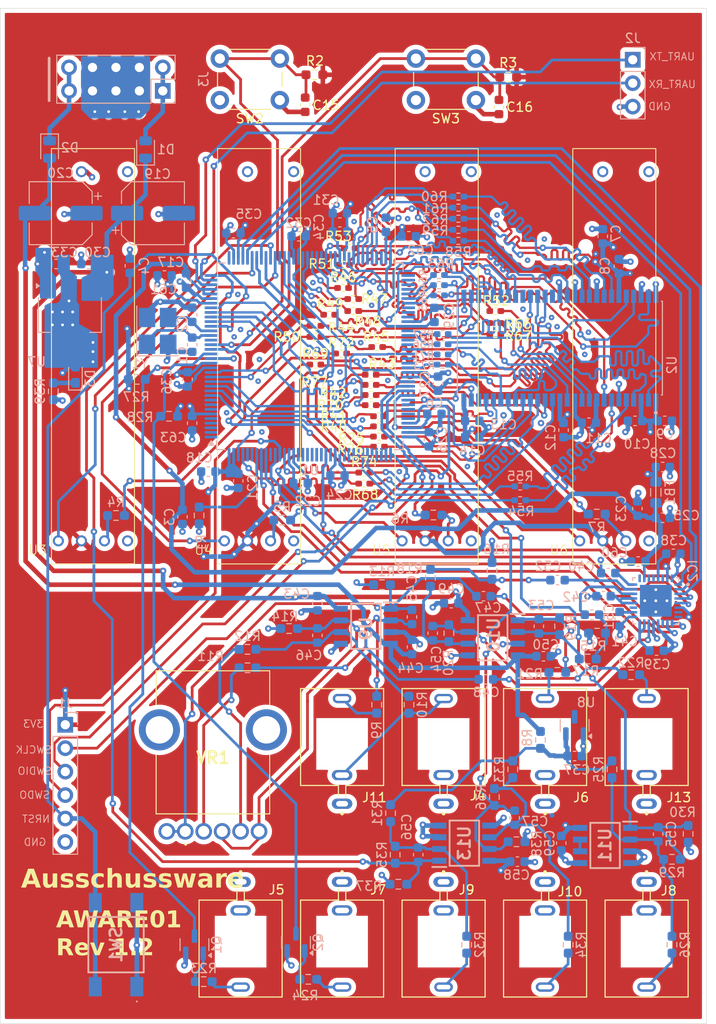
<source format=kicad_pcb>
(kicad_pcb (version 20240108) (generator "pcbnew") (generator_version "8.0")
  (layers (0 "F.Cu" signal) (1 "In1.Cu" power "GND1") (2 "In2.Cu" power "GND2") (31 "B.Cu" signal) (34 "B.Paste" user) (35 "F.Paste" user) (36 "B.SilkS" user "B.Silkscreen") (37 "F.SilkS" user "F.Silkscreen") (38 "B.Mask" user) (39 "F.Mask" user) (44 "Edge.Cuts" user))
  (net 0 "")
  (net 1 "GND")
  (net 2 "+12V")
  (net 3 "+3.3V")
  (net 4 "Net-(Q1-B)")
  (net 5 "/GATE1_IN")
  (net 6 "/GATE2_IN")
  (net 7 "Net-(Q2-B)")
  (net 9 "/CV2_IN")
  (net 11 "/FMC_D15")
  (net 12 "/FMC_D13")
  (net 13 "/FMC_D4")
  (net 18 "Net-(C6-Pad2)")
  (net 19 "/I2S1_CK")
  (net 25 "/FADER1_IN")
  (net 26 "/FADER2_IN")
  (net 28 "/FMC_D8")
  (net 30 "/FADER4_IN")
  (net 31 "/I2S1_SDO")
  (net 32 "/I2C1_SCL")
  (net 34 "/FMC_NBL0")
  (net 35 "/FMC_D1")
  (net 36 "/FMC_A7")
  (net 37 "/FMC_SDNE0")
  (net 38 "Net-(U1-PH0)")
  (net 39 "/NRST")
  (net 41 "/FMC_D12")
  (net 42 "/FMC_A4")
  (net 43 "/FMC_D14")
  (net 44 "/FMC_BA1")
  (net 45 "/I2S1_MCK")
  (net 46 "/FADER3_IN")
  (net 47 "/BUTTON1_IN")
  (net 48 "/FAD_LED2_OUT")
  (net 49 "/FMC_A3")
  (net 50 "/UART4_TX")
  (net 52 "/BUTTON2_IN")
  (net 53 "/FMC_SDNRAS")
  (net 54 "/FMC_SDCKE0")
  (net 56 "/FMC_A11")
  (net 60 "/FMC_BA0")
  (net 62 "/FMC_D11")
  (net 63 "/I2S1_SDI")
  (net 65 "/FMC_D6")
  (net 66 "Net-(U1-BOOT0)")
  (net 67 "Net-(C5-Pad2)")
  (net 68 "+3.3VA")
  (net 70 "-12V")
  (net 72 "/FAD_LED3_OUT")
  (net 74 "/FMC_A5")
  (net 75 "/FMC_A9")
  (net 76 "/FMC_A0")
  (net 77 "/CV1_IN")
  (net 78 "/FMC_NBL1")
  (net 79 "/SWDIO")
  (net 80 "/UART4_RX")
  (net 84 "/FMC_D9")
  (net 85 "/FMC_A1")
  (net 88 "/FAD_LED4_OUT")
  (net 92 "/FMC_D2")
  (net 93 "/V_OCT_IN")
  (net 94 "/FMC_SDCLK")
  (net 95 "/I2S1_WS")
  (net 97 "/FMC_SDNCAS")
  (net 100 "/FMC_D0")
  (net 102 "/FMC_SDNWE")
  (net 104 "/FAD_LED1_OUT")
  (net 105 "/FMC_A10")
  (net 108 "/SWCLK")
  (net 111 "/FMC_D10")
  (net 114 "/I2C1_SDA")
  (net 116 "Net-(U1-PH1)")
  (net 117 "/FMC_A6")
  (net 119 "/FMC_A2")
  (net 120 "/FMC_D7")
  (net 121 "/FMC_D3")
  (net 122 "/FMC_D5")
  (net 123 "/FMC_A8")
  (net 128 "Net-(U3B-A)")
  (net 130 "Net-(U4B-A)")
  (net 132 "Net-(U5B-A)")
  (net 134 "Net-(U6B-A)")
  (net 136 "AREF-10")
  (net 137 "CODECREF")
  (net 138 "Net-(U9A--)")
  (net 139 "Net-(U9B--)")
  (net 140 "/Audio Codec/Input Output Channels/INR")
  (net 141 "/Audio Codec/Input Output Channels/INL")
  (net 142 "/Audio Codec/Input Output Channels/OUTL")
  (net 143 "/Audio Codec/Input Output Channels/OUTR")
  (net 144 "Net-(U10A--)")
  (net 145 "Net-(U10B--)")
  (net 146 "Net-(U11A--)")
  (net 147 "Net-(U13A--)")
  (net 148 "Net-(U13B--)")
  (net 149 "Net-(D1-A)")
  (net 150 "Net-(D2-K)")
  (net 151 "/SWO")
  (net 152 "Net-(J6-PadT)")
  (net 153 "Net-(J7-PadT)")
  (net 154 "Net-(J9-PadT)")
  (net 155 "Net-(J10-PadT)")
  (net 156 "Net-(J8-PadT)")
  (net 157 "Net-(J11-PadT)")
  (net 158 "Net-(J13-PadT)")
  (net 159 "Net-(U11B--)")
  (net 168 "Net-(D3-K)")
  (net 169 "Net-(U2-DQ1)")
  (net 170 "Net-(U2-DQ7)")
  (net 171 "Net-(U2-A10)")
  (net 172 "Net-(U2-A8)")
  (net 173 "Net-(U2-A11)")
  (net 174 "Net-(U2-~{CS})")
  (net 175 "Net-(U2-BA1)")
  (net 176 "Net-(U2-A2)")
  (net 177 "Net-(U2-DQ15)")
  (net 178 "Net-(U2-DQ0)")
  (net 179 "Net-(U2-A9)")
  (net 180 "Net-(U2-A7)")
  (net 181 "Net-(U2-DQMH)")
  (net 182 "Net-(U2-A4)")
  (net 183 "Net-(U2-A6)")
  (net 184 "Net-(U2-CLK)")
  (net 185 "Net-(U2-DQ14)")
  (net 186 "Net-(U2-DQ10)")
  (net 187 "Net-(U2-~{WE})")
  (net 188 "Net-(U2-A0)")
  (net 189 "Net-(U2-A1)")
  (net 190 "Net-(U2-DQML)")
  (net 191 "Net-(U2-~{CAS})")
  (net 192 "Net-(U2-DQ12)")
  (net 193 "Net-(U2-DQ9)")
  (net 194 "Net-(U2-DQ13)")
  (net 195 "Net-(U2-DQ4)")
  (net 196 "Net-(U2-BA0)")
  (net 197 "Net-(U2-A3)")
  (net 198 "Net-(U2-DQ6)")
  (net 199 "Net-(U2-A5)")
  (net 200 "Net-(U2-DQ2)")
  (net 201 "Net-(U2-DQ3)")
  (net 202 "Net-(U2-DQ8)")
  (net 203 "Net-(U2-DQ11)")
  (net 204 "Net-(U2-CKE)")
  (net 205 "Net-(U2-DQ5)")
  (net 206 "Net-(U2-~{RAS})")
  (net 214 "Net-(IC2-IN3_L)")
  (net 215 "Net-(IC2-AVDD)")
  (net 216 "Net-(IC2-IN2_L)")
  (net 217 "Net-(IC2-DVDD)")
  (net 218 "Net-(J11-PadTN)")
  (net 219 "Net-(R12-Pad2)")
  (net 220 "Net-(R11-Pad2)")
  (net 221 "Net-(J5-PadT)")
  (net 222 "Net-(C54-Pad1)")
  (net 223 "Net-(C53-Pad1)")
  (net 224 "Net-(C52-Pad1)")
  (net 225 "Net-(C51-Pad1)")
  (net 226 "Net-(C46-Pad1)")
  (net 227 "Net-(C45-Pad1)")
  (footprint "Resistor_SMD:R_0402_1005Metric_Pad0.72x0.64mm_HandSolder" (layer "F.Cu") (at 197.4025 72.7)
    (property "Reference" "R72")
    (property "Value" "10")
  )
  (footprint "Resistor_SMD:R_0402_1005Metric_Pad0.72x0.64mm_HandSolder" (layer "F.Cu") (at 214.1025 70.6)
    (property "Reference" "R67")
    (property "Value" "10")
  )
  (footprint "Resistor_SMD:R_0402_1005Metric_Pad0.72x0.64mm_HandSolder" (layer "F.Cu") (at 198.7025 66.8)
    (property "Reference" "R47")
    (property "Value" "10")
  )
  (footprint "Resistor_SMD:R_0402_1005Metric_Pad0.72x0.64mm_HandSolder" (layer "F.Cu") (at 197.6025 65.6)
    (property "Reference" "R46")
    (property "Value" "10")
  )
  (footprint "Resistor_SMD:R_0402_1005Metric_Pad0.72x0.64mm_HandSolder" (layer "F.Cu") (at 200.6025 76.1)
    (property "Reference" "R77")
    (property "Value" "10")
  )
  (footprint "Resistor_SMD:R_0402_1005Metric_Pad0.72x0.64mm_HandSolder" (layer "F.Cu") (at 199.8975 86.8)
    (property "Reference" "R68")
    (property "Value" "10")
  )
  (footprint "Resistor_SMD:R_0402_1005Metric_Pad0.72x0.64mm_HandSolder" (layer "F.Cu") (at 196.1 68.5)
    (property "Reference" "R49")
    (property "Value" "10")
  )
  (footprint "Eurorack:PTL30-15R1-103B2" (layer "F.Cu") (at 188.5 93 90)
    (property "Reference" "U4")
    (property "Value" "10k")
  )
  (footprint "Resistor_SMD:R_0402_1005Metric_Pad0.72x0.64mm_HandSolder" (layer "F.Cu") (at 214.1025 68.1)
    (property "Reference" "R52")
    (property "Value" "10")
  )
  (footprint "Resistor_SMD:R_0402_1005Metric_Pad0.72x0.64mm_HandSolder" (layer "F.Cu") (at 201.5 79.5)
    (property "Reference" "R41")
    (property "Value" "10")
  )
  (footprint "Eurorack:PTL30-15R1-103B2" (layer "F.Cu") (at 227 93 90)
    (property "Reference" "U6")
    (property "Value" "10k")
  )
  (footprint "Resistor_SMD:R_0402_1005Metric_Pad0.72x0.64mm_HandSolder" (layer "F.Cu") (at 194.6025 70.9)
    (property "Reference" "R50")
    (property "Value" "10")
  )
  (footprint "Resistor_SMD:R_0402_1005Metric_Pad0.72x0.64mm_HandSolder" (layer "F.Cu") (at 201.5 80.6)
    (property "Reference" "R40")
    (property "Value" "10")
  )
  (footprint "Capacitor_SMD:C_0603_1608Metric" (layer "F.Cu") (at 193.5 45.75 -90)
    (property "Reference" "C15")
    (property "Value" "100n")
  )
  (footprint "Resistor_SMD:R_0402_1005Metric_Pad0.72x0.64mm_HandSolder" (layer "F.Cu") (at 197.7025 63.1)
    (property "Reference" "R51")
    (property "Value" "10")
  )
  (footprint "Eurorack:THONK_PJ398SM-12" (layer "F.Cu") (at 208.5 136.42 180)
    (property "Reference" "J9")
    (property "Value" "V/OCT_IN")
  )
  (footprint "Capacitor_SMD:C_0603_1608Metric" (layer "F.Cu") (at 214.5 46 -90)
    (property "Reference" "C16")
    (property "Value" "100n")
  )
  (footprint "Button_Switch_THT:SW_PUSH_6mm_H13mm" (layer "F.Cu") (at 212 45.25 180)
    (property "Reference" "SW3")
    (property "Value" "SW_Push")
  )
  (footprint "Resistor_SMD:R_0402_1005Metric_Pad0.72x0.64mm_HandSolder" (layer "F.Cu") (at 198.3025 61.3)
    (property "Reference" "R53")
    (property "Value" "10")
  )
  (footprint "Resistor_SMD:R_0402_1005Metric_Pad0.72x0.64mm_HandSolder" (layer "F.Cu") (at 201.4975 81.7)
    (property "Reference" "R75")
    (property "Value" "10")
  )
  (footprint "Eurorack:PTV1124420AB503" (layer "F.Cu") (at 180.5 124.475)
    (property "Reference" "VR1")
    (property "Value" "PTV112-4420A-B503" (hide yes))
  )
  (footprint "Resistor_SMD:R_0402_1005Metric_Pad0.72x0.64mm_HandSolder" (layer "F.Cu") (at 194.605 69.7)
    (property "Reference" "R44")
    (property "Value" "10")
  )
  (footprint "Eurorack:PTL30-15R1-103B2" (layer "F.Cu") (at 170.5 93 90)
    (property "Reference" "U3")
    (property "Value" "10k")
  )
  (footprint "Resistor_SMD:R_0603_1608Metric_Pad0.98x0.95mm_HandSolder" (layer "F.Cu") (at 194.5 42.5 180)
    (property "Reference" "R2")
    (property "Value" "10k")
  )
  (footprint "Resistor_SMD:R_0402_1005Metric_Pad0.72x0.64mm_HandSolder" (layer "F.Cu") (at 200.6 77.2)
    (property "Reference" "R42")
    (property "Value" "10")
  )
  (footprint "Resistor_SMD:R_0402_1005Metric_Pad0.72x0.64mm_HandSolder" (layer "F.Cu") (at 200.6 78.3)
    (property "Reference" "R70")
    (property "Value" "10")
  )
  (footprint "Resistor_SMD:R_0402_1005Metric_Pad0.72x0.64mm_HandSolder" (layer "F.Cu") (at 201.5 82.8)
    (property "Reference" "R76")
    (property "Value" "10")
  )
  (footprint "Resistor_SMD:R_0402_1005Metric_Pad0.72x0.64mm_HandSolder" (layer "F.Cu") (at 214.1025 69.4)
    (property "Reference" "R66")
    (property "Value" "10")
  )
  (footprint "Resistor_SMD:R_0402_1005Metric_Pad0.72x0.64mm_HandSolder" (layer "F.Cu") (at 199.9 85.6)
    (property "Reference" "R74")
    (property "Value" "10")
  )
  (footprint "Resistor_SMD:R_0402_1005Metric_Pad0.72x0.64mm_HandSolder" (layer "F.Cu") (at 200.6 75)
    (property "Reference" "R43")
    (property "Value" "10")
  )
  (footprint "Eurorack:THONK_PJ398SM-12" (layer "F.Cu") (at 230.5 115)
    (property "Reference" "J13")
    (property "Value" "OutR")
  )
  (footprint "Eurorack:THONK_PJ398SM-12" (layer "F.Cu") (at 230.5 136.42 180)
    (property "Reference" "J8")
    (property "Value" "CV2_IN")
  )
  (footprint "Resistor_SMD:R_0402_1005Metric_Pad0.72x0.64mm_HandSolder" (layer "F.Cu") (at 201.3025 72)
    (property "Reference" "R45")
    (property "Value" "10")
  )
  (footprint "Eurorack:THONK_PJ398SM-12" (layer "F.Cu") (at 208.5 115)
    (property "Reference" "J4")
    (property "Value" "InR")
  )
  (footprint "Resistor_SMD:R_0603_1608Metric_Pad0.98x0.95mm_HandSolder" (layer "F.Cu") (at 215.5 42.75 180)
    (property "Reference" "R3")
    (property "Value" "10k")
  )
  (footprint "Eurorack:THONK_PJ398SM-12" (layer "F.Cu") (at 186.5 136.42 180)
    (property "Reference" "J5")
    (property "Value" "GATE1_IN")
  )
  (footprint "Resistor_SMD:R_0402_1005Metric_Pad0.72x0.64mm_HandSolder" (layer "F.Cu") (at 198.7025 68.1)
    (property "Reference" "R48")
    (property "Value" "10")
  )
  (footprint "Eurorack:THONK_PJ398SM-12" (layer "F.Cu") (at 197.5 115)
    (property "Reference" "J11")
    (property "Value" "InL")
  )
  (footprint "Eurorack:THONK_PJ398SM-12" (layer "F.Cu") (at 197.5 136.42 180)
    (property "Reference" "J7")
    (property "Value" "GATE2_IN")
  )
  (footprint "Eurorack:PTL30-15R1-103B2" (layer "F.Cu") (at 207.75 93 90)
    (property "Reference" "U5")
    (property "Value" "10k")
  )
  (footprint "Button_Switch_THT:SW_PUSH_6mm_H13mm" (layer "F.Cu") (at 190.75 45.25 180)
    (property "Reference" "SW2")
    (property "Value" "SW_Push")
  )
  (footprint "Eurorack:THONK_PJ398SM-12" (layer "F.Cu") (at 219.5 136.42 180)
    (property "Reference" "J10")
    (property "Value" "CV1_IN")
  )
  (footprint "Resistor_SMD:R_0402_1005Metric_Pad0.72x0.64mm_HandSolder" (layer "F.Cu") (at 194.6 73.9)
    (property "Reference" "R69")
    (property "Value" "10")
  )
  (footprint "Eurorack:THONK_PJ398SM-12" (layer "F.Cu") (at 219.5 115)
    (property "Reference" "J6")
    (property "Value" "OutL")
  )
  (footprint "Capacitor_SMD:C_0603_1608Metric" (layer "B.Cu") (at 216.5 127.75 180)
    (property "Reference" "C58")
    (property "Value" "100n")
  )
  (footprint "Resistor_SMD:R_0402_1005Metric_Pad0.72x0.64mm_HandSolder" (layer "B.Cu") (at 216.8 87.1)
    (property "Reference" "R55")
    (property "Value" "10")
  )
  (footprint "Resistor_SMD:R_0603_1608Metric_Pad0.98x0.95mm_HandSolder" (layer "B.Cu") (at 216.4 125.6)
    (property "Reference" "R38")
    (property "Value" "100k")
  )
  (footprint "Resistor_SMD:R_0603_1608Metric_Pad0.98x0.95mm_HandSolder" (layer "B.Cu") (at 182.5 140.75 180)
    (property "Reference" "R23")
    (property "Value" "100k")
  )
  (footprint "Capacitor_SMD:C_0603_1608Metric" (layer "B.Cu") (at 225.75 60 90)
    (property "Reference" "C7")
    (property "Value" "2.2u")
  )
  (footprint "Capacitor_SMD:C_0603_1608Metric" (layer "B.Cu") (at 207.5 79.25 180)
    (property "Reference" "C6")
    (property "Value" "100n")
  )
  (footprint "Resistor_SMD:R_0603_1608Metric_Pad0.98x0.95mm_HandSolder" (layer "B.Cu") (at 222 136.75 90)
    (property "Reference" "R34")
    (property "Value" "100k")
  )
  (footprint "Connector_PinHeader_2.54mm:PinHeader_1x03_P2.54mm_Vertical" (layer "B.Cu") (at 229 40.875 180)
    (property "Reference" "J2")
    (property "Value" "Conn_01x03_Pin")
  )
  (footprint "Resistor_SMD:R_0603_1608Metric_Pad0.98x0.95mm_HandSolder" (layer "B.Cu") (at 203.6 130.2 180)
    (property "Reference" "R37")
    (property "Value" "100k")
  )
  (footprint "Capacitor_SMD:C_0603_1608Metric" (layer "B.Cu") (at 227.5 63.25 90)
    (property "Reference" "C8")
    (property "Value" "100n")
  )
  (footprint "Resistor_SMD:R_0402_1005Metric_Pad0.72x0.64mm_HandSolder" (layer "B.Cu") (at 208.4025 70.6)
    (property "Reference" "R57")
    (property "Value" "10")
  )
  (footprint "Resistor_SMD:R_0603_1608Metric_Pad0.98x0.95mm_HandSolder" (layer "B.Cu") (at 166.2 76.8 -90)
    (property "Reference" "R39")
    (property "Value" "150")
  )
  (footprint "Capacitor_SMD:C_0603_1608Metric" (layer "B.Cu") (at 229.585 95.23886 180)
    (property "Reference" "C60")
    (property "Value" "100n")
  )
  (footprint "Resistor_SMD:R_0603_1608Metric_Pad0.98x0.95mm_HandSolder" (layer "B.Cu") (at 233.25 136.75 90)
    (property "Reference" "R26")
    (property "Value" "100k")
  )
  (footprint "Resistor_SMD:R_0603_1608Metric_Pad0.98x0.95mm_HandSolder" (layer "B.Cu") (at 226.75 117.75 -90)
    (property "Reference" "R25")
    (property "Value" "200k")
  )
  (footprint "Capacitor_SMD:C_0603_1608Metric" (layer "B.Cu") (at 181.25 71.75 -90)
    (property "Reference" "C1")
    (property "Value" "22p")
  )
  (footprint "Resistor_SMD:R_0402_1005Metric_Pad0.72x0.64mm_HandSolder" (layer "B.Cu") (at 210.1 60.5)
    (property "Reference" "R58")
    (property "Value" "10")
  )
  (footprint "Eurorack:LMV722IDR" (layer "B.Cu") (at 210.75 125.75)
    (property "Reference" "U13")
    (property "Value" "LMV722IDR" (hide yes))
  )
  (footprint "Capacitor_SMD:C_0603_1608Metric" (layer "B.Cu") (at 207.32386 103 -90)
    (property "Reference" "C54")
    (property "Value" "220p")
  )
  (footprint "Resistor_SMD:R_0402_1005Metric_Pad0.72x0.64mm_HandSolder" (layer "B.Cu") (at 210.1025 55.7)
    (property "Reference" "R60")
    (property "Value" "10")
  )
  (footprint "Resistor_SMD:R_0603_1608Metric_Pad0.98x0.95mm_HandSolder" (layer "B.Cu") (at 233.25 127.5)
    (property "Reference" "R29")
    (property "Value" "33k")
  )
  (footprint "Capacitor_SMD:C_0603_1608Metric" (layer "B.Cu") (at 180.75 75.5 -90)
    (property "Reference" "C36")
    (property "Value" "100n")
  )
  (footprint "Capacitor_SMD:C_0603_1608Metric" (layer "B.Cu") (at 233.4 94.4 180)
    (property "Reference" "C38")
    (property "Value" "10u")
  )
  (footprint "Capacitor_SMD:C_0603_1608Metric" (layer "B.Cu") (at 207.9 75.975 90)
    (property "Reference" "C27")
    (property "Value" "100n")
  )
  (footprint "Capacitor_SMD:C_0603_1608Metric" (layer "B.Cu") (at 232.25 90.5)
    (property "Reference" "C25")
    (property "Value" "1u")
  )
  (footprint "Capacitor_SMD:C_0603_1608Metric" (layer "B.Cu") (at 181.25 80.25 -90)
    (property "Reference" "C63")
    (property "Value" "100n")
  )
  (footprint "Capacitor_SMD:C_0603_1608Metric" (layer "B.Cu") (at 180.2 90.4 90)
    (property "Reference" "C3")
    (property "Value" "100n")
  )
  (footprint "Eurorack:LMV722IDR" (layer "B.Cu") (at 226 126 180)
    (property "Reference" "U11")
    (property "Value" "LMV722IDR" (hide yes))
  )
  (footprint "Resistor_SMD:R_0603_1608Metric_Pad0.98x0.95mm_HandSolder" (layer "B.Cu") (at 173 90.25 180)
    (property "Reference" "R4")
    (property "Value" "75")
  )
  (footprint "Capacitor_SMD:C_0603_1608Metric" (layer "B.Cu") (at 180.6 64.8 -90)
    (property "Reference" "C61")
    (property "Value" "100n")
  )
  (footprint "Resistor_SMD:R_0402_1005Metric_Pad0.72x0.64mm_HandSolder" (layer "B.Cu") (at 210.1025 56.9)
    (property "Reference" "R61")
    (property "Value" "10")
  )
  (footprint "Capacitor_SMD:C_0603_1608Metric" (layer "B.Cu") (at 170 63 180)
    (property "Reference" "C30")
    (property "Value" "10u")
  )
  (footprint "Resistor_SMD:R_0603_1608Metric_Pad0.98x0.95mm_HandSolder" (layer "B.Cu") (at 209.07386 103 90)
    (property "Reference" "R20")
    (property "Value" "47k")
  )
  (footprint "Capacitor_SMD:C_0603_1608Metric" (layer "B.Cu") (at 194.82386 99.75 -90)
    (property "Reference" "C43")
    (property "Value" "100n")
  )
  (footprint "Eurorack:IS45S16800F-7TLA2" (layer "B.Cu") (at 221.1 72.12 90)
    (property "Reference" "U2")
    (property "Value" "IS45S16800F-7TLA2")
  )
  (footprint "Resistor_SMD:R_0603_1608Metric_Pad0.98x0.95mm_HandSolder" (layer "B.Cu") (at 187.25 106.75 180)
    (property "Reference" "R11")
    (property "Value" "3.3k")
  )
  (footprint "Capacitor_SMD:C_0603_1608Metric" (layer "B.Cu") (at 229.5 89.5 90)
    (property "Reference" "C23")
    (property "Value" "10n")
  )
  (footprint "Resistor_SMD:R_0603_1608Metric_Pad0.98x0.95mm_HandSolder" (layer "B.Cu") (at 213.75 96.25 -90)
    (property "Reference" "R16")
    (property "Value" "47k")
  )
  (footprint "Capacitor_SMD:C_0603_1608Metric" (layer "B.Cu") (at 213.07386 108)
    (property "Reference" "C48")
    (property "Value" "1u")
  )
  (footprint "Diode_SMD:D_0805_2012Metric" (layer "B.Cu") (at 165.8 50.6 -90)
    (property "Reference" "D2")
    (property "Value" "D")
  )
  (footprint "Capacitor_SMD:C_0603_1608Metric" (layer "B.Cu") (at 232.25 85)
    (property "Reference" "C28")
    (property "Value" "1u")
  )
  (footprint "Capacitor_SMD:C_0603_1608Metric" (layer "B.Cu") (at 225.835 98.98886)
    (property "Reference" "C42")
    (property "Value" "100n")
  )
  (footprint "Diode_SMD:D_0805_2012Metric" (layer "B.Cu") (at 176.2 50.6 90)
    (property "Reference" "D1")
    (property "Value" "D")
  )
  (footprint "Eurorack:NE5532DRG4" (layer "B.Cu") (at 213.82386 103.5 180)
    (property "Reference" "U10")
    (property "Value" "NE5532DRG4" (hide yes))
  )
  (footprint "Eurorack:TS046643BK100SMT" (layer "B.Cu") (at 173 136.75 90)
    (property "Reference" "SW1")
    (property "Value" "SW_Push" (hide yes))
  )
  (footprint "Capacitor_SMD:CP_Elec_6.3x5.9" (layer "B.Cu") (at 177 57.5)
    (property "Reference" "C19")
    (property "Value" "47u")
  )
  (footprint "Capacitor_SMD:C_0603_1608Metric" (layer "B.Cu") (at 186.25 86.5 -90)
    (property "Reference" "C21")
    (property "Value" "100n")
  )
  (footprint "Eurorack:TLV320AIC3204IRHBR" (layer "B.Cu") (at 231.5 99.48886 180)
    (property "Reference" "IC2")
    (property "Value" "TLV320AIC3204IRHBR")
  )
  (footprint "Capacitor_SMD:C_0603_1608Metric" (layer "B.Cu") (at 202.25 58.75 -90)
    (property "Reference" "C5")
    (property "Value" "100n")
  )
  (footprint "Resistor_SMD:R_0603_1608Metric_Pad0.98x0.95mm_HandSolder" (layer "B.Cu") (at 220.82386 107.25 180)
    (property "Reference" "R21")
    (property "Value" "1k")
  )
  (footprint "Resistor_SMD:R_0603_1608Metric_Pad0.98x0.95mm_HandSolder" (layer "B.Cu") (at 235 124.75 -90)
    (property "Reference" "R30")
    (property "Value" "100k")
  )
  (footprint "Capacitor_SMD:C_0603_1608Metric" (layer "B.Cu") (at 206.9125 82 90)
    (property "Reference" "C26")
    (property "Value" "100n")
  )
  (footprint "Capacitor_SMD:C_0603_1608Metric" (layer "B.Cu") (at 178.25 64.25 180)
    (property "Reference" "C17")
    (property "Value" "4.7u")
  )
  (footprint "Capacitor_SMD:C_0603_1608Metric" (layer "B.Cu") (at 181.25 68.5 90)
    (property "Reference" "C2")
    (property "Value" "22p")
  )
  (footprint "Resistor_SMD:R_0603_1608Metric_Pad0.98x0.95mm_HandSolder" (layer "B.Cu") (at 202.75 122.5 -90)
    (property "Reference" "R31")
    (property "Value" "180k")
  )
  (footprint "Resistor_SMD:R_0402_1005Metric_Pad0.72x0.64mm_HandSolder" (layer "B.Cu") (at 210.1025 58.1)
    (property "Reference" "R62")
    (property "Value" "10")
  )
  (footprint "Capacitor_SMD:C_0603_1608Metric" (layer "B.Cu") (at 224.57386 101 180)
    (property "Reference" "C51")
    (property "Value" "10u")
  )
  (footprint "Resistor_SMD:R_0402_1005Metric_Pad0.72x0.64mm_HandSolder" (layer "B.Cu") (at 208.4 72.8)
    (property "Reference" "R71")
    (property "Value" "10")
  )
  (footprint "Eurorack:NE5532DRG4" (layer "B.Cu") (at 200.07386 102.25 180)
    (property "Reference" "U9")
    (property "Value" "NE5532DRG4" (hide yes))
  )
  (footprint "Resistor_SMD:R_0603_1608Metric_Pad0.98x0.95mm_HandSolder" (layer "B.Cu") (at 221.07386 102.25 90)
    (property "Reference" "R19")
    (property "Value" "47k")
  )
  (footprint "Package_TO_SOT_SMD:SOT-23" (layer "B.Cu") (at 222.7 113 90)
    (property "Reference" "U8")
    (property "Value" "LM4040DIM3X-10")
  )
  (footprint "Resistor_SMD:R_0603_1608Metric_Pad0.98x0.95mm_HandSolder" (layer "B.Cu") (at 187.25 104.75 180)
    (property "Reference" "R12")
    (property "Value" "3.3k")
  )
  (footprint "Resistor_SMD:R_0603_1608Metric_Pad0.98x0.95mm_HandSolder" (layer "B.Cu") (at 207.07386 97 -90)
    (property "Reference" "R18")
    (property "Value" "3.3k")
  )
  (footprint "Capacitor_SMD:C_0603_1608Metric" (layer "B.Cu") (at 221.5 81 -90)
    (property "Reference" "C12")
    (property "Value" "100n")
  )
  (footprint "Resistor_SMD:R_0603_1608Metric_Pad0.98x0.95mm_HandSolder" (layer "B.Cu") (at 225.1 90.1)
    (property "Reference" "R7")
    (property "Value" "75")
  )
  (footprint "Resistor_SMD:R_0402_1005Metric_Pad0.72x0.64mm_HandSolder" (layer "B.Cu") (at 208.4 73.9)
    (property "Reference" "R73")
    (property "Value" "10")
  )
  (footprint "Resistor_SMD:R_0603_1608Metric_Pad0.98x0.95mm_HandSolder" (layer "B.Cu") (at 216 117.75 -90)
    (property "Reference" "R33")
    (property "Value" "200k")
  )
  (footprint "Resistor_SMD:R_0603_1608Metric_Pad0.98x0.95mm_HandSolder" (layer "B.Cu") (at 191 90.75 180)
    (property "Reference" "R5")
    (property "Value" "75")
  )
  (footprint "Resistor_SMD:R_0603_1608Metric_Pad0.98x0.95mm_HandSolder" (layer "B.Cu") (at 182 90.25 90)
    (property "Reference" "R1")
    (property "Value" "10k")
  )
  (footprint "Resistor_SMD:R_0603_1608Metric_Pad0.98x0.95mm_HandSolder" (layer "B.Cu") (at 225.12386 103)
    (property "Reference" "R15")
    (property "Value" "47k")
  )
  (footprint "Capacitor_SMD:C_0603_1608Metric" (layer "B.Cu") (at 231.75 124.775 90)
    (property "Reference" "C55")
    (property "Value" "1n")
  )
  (footprint "Capacitor_SMD:C_0603_1608Metric" (layer "B.Cu") (at 226.335 96.48886)
    (property "Reference" "C40")
    (property "Value" "10u")
  )
  (footprint "Capacitor_SMD:C_0603_1608Metric" (layer "B.Cu") (at 205.07386 101.25 -90)
    (property "Reference" "C45")
    (property "Value" "1n")
  )
  (footprint "Capacitor_SMD:C_0603_1608Metric" (layer "B.Cu") (at 232.475 80)
    (property "Reference" "C9")
    (property "Value" "100n")
  )
  (footprint "Capacitor_SMD:C_0603_1608Metric" (layer "B.Cu") (at 219.32386 105.5)
    (property "Reference" "C50")
    (property "Value" "100n")
  )
  (footprint "Resistor_SMD:R_0603_1608Metric_Pad0.98x0.95mm_HandSolder" (layer "B.Cu") (at 175.25 75.5 180)
    (property "Reference" "R27")
    (property "Value" "10k")
  )
  (footprint "Resistor_SMD:R_0603_1608Metric_Pad0.98x0.95mm_HandSolder" (layer "B.Cu") (at 201.25 110.75 90)
    (property "Reference" "R9")
    (property "Value" "22k")
  )
  (footprint "Capacitor_SMD:C_0603_1608Metric" (layer "B.Cu") (at 205.07386 104.5 90)
    (property "Reference" "C44")
    (property "Value" "100n")
  )
  (footprint "Resistor_SMD:R_0402_1005Metric_Pad0.72x0.64mm_HandSolder" (layer "B.Cu") (at 216.7975 88.6)
    (property "Reference" "R54")
    (property "Value" "10")
  )
  (footprint "Capacitor_SMD:C_0603_1608Metric" (layer "B.Cu") (at 220.84886 97.25)
    (property "Reference" "C52")
    (property "Value" "10u")
  )
  (footprint "LED_SMD:LED_0603_1608Metric_Pad1.05x0.95mm_HandSolder" (layer "B.Cu") (at 168.6 75 90)
    (property "Reference" "D3")
    (property "Value" "PWR_LED")
  )
  (footprint "Capacitor_SMD:C_0603_1608Metric" (layer "B.Cu") (at 185.725 59.6625 180)
    (property "Reference" "C35")
    (property "Value" "100n")
  )
  (footprint "Resistor_SMD:R_0603_1608Metric_Pad0.98x0.95mm_HandSolder" (layer "B.Cu") (at 178.75 79.5)
    (property "Reference" "R28")
    (property "Value" "10k")
  )
  (footprint "Resistor_SMD:R_0603_1608Metric_Pad0.98x0.95mm_HandSolder" (layer "B.Cu") (at 224.12386 105.8 180)
    (property "Reference" "R17")
    (property "Value" "3.3k")
  )
  (footprint "Resistor_SMD:R_0603_1608Metric_Pad0.98x0.95mm_HandSolder" (layer "B.Cu") (at 207.4 90.2)
    (property "Reference" "R6")
    (property "Value" "75")
  )
  (footprint "Resistor_SMD:R_0402_1005Metric_Pad0.72x0.64mm_HandSolder" (layer "B.Cu") (at 208 65.3)
    (property "Reference" "R64")
    (property "Value" "10")
  )
  (footprint "Capacitor_SMD:C_0603_1608Metric" (layer "B.Cu") (at 197.25 57.5 180)
    (property "Reference" "C31")
    (property "Value" "100n")
  )
  (footprint "Connector_PinHeader_2.54mm:PinHeader_1x06_P2.54mm_Vertical" (layer "B.Cu") (at 167.5 112.92 180)
    (property "Reference" "J1")
    (property "Value" "Conn_01x06_Pin")
  )
  (footprint "Capacitor_SMD:C_0603_1608Metric" (layer "B.Cu") (at 197 85.9125)
    (property "Reference" "C24")
    (property "Value" "100n")
  )
  (footprint "Capacitor_SMD:C_0603_1608Metric" (layer "B.Cu") (at 212.82386 99)
    (property "Reference" "C47")
    (property "Value" "1u")
  )
  (footprint "Resistor_SMD:R_0603_1608Metric_Pad0.98x0.95mm_HandSolder" (layer "B.Cu") (at 219 114.5625 -90)
    (property "Reference" "R8")
    (property "Value" "470")
  )
  (footprint "Package_QFP:LQFP-144_20x20mm_P0.5mm" (layer "B.Cu") (at 194 73)
    (property "Reference" "U1")
    (property "Value" "STM32H7B0ZBTx")
  )
  (footprint "Capacitor_SMD:C_0603_1608Metric" (layer "B.Cu") (at 231.585 104.88886)
    (property "Reference" "C39")
    (property "Value" "100n")
  )
  (footprint "Capacitor_SMD:C_0603_1608Metric" (layer "B.Cu") (at 211.6 81.75)
    (property "Reference" "C14")
    (property "Value" "2.2u")
  )
  (footprint "Resistor_SMD:R_0402_1005Metric_Pad0.72x0.64mm_HandSolder" (layer "B.Cu") (at 207.9975 66.4)
    (property "Reference" "R65")
    (property "Value" "10")
  )
  (footprint "Package_TO_SOT_SMD:SOT-23" (layer "B.Cu") (at 181.5 136.75 90)
    (property "Reference" "Q1")
    (property "Value" "MMBT3904")
  )
  (footprint "Capacitor_SMD:C_0603_1608Metric" (layer "B.Cu") (at 227.585 101.46386 90)
    (property "Reference" "C41")
    (property "Value" "10u")
  )
  (footprint "Capacitor_SMD:C_0603_1608Metric" (layer "B.Cu") (at 209.32386 99.75 180)
    (property "Reference" "C49")
    (property "Value" "100n")
  )
  (footprint "Package_TO_SOT_SMD:SOT-223-3_TabPin2" (layer "B.Cu") (at 168 68.5 -90)
    (property "Reference" "U7")
    (property "Value" "LM1117MP-3.3")
  )
  (footprint "Resistor_SMD:R_0603_1608Metric_Pad0.98x0.95mm_HandSolder" (layer "B.Cu") (at 193.8375 140.5 180)
    (property "Reference" "R24")
    (property "Value" "100k")
  )
  (footprint "Capacitor_SMD:C_0603_1608Metric" (layer "B.Cu") (at 207.5 68.525 90)
    (property "Reference" "C29")
    (property "Value" "100n")
  )
  (footprint "Capacitor_SMD:C_0603_1608Metric" (layer "B.Cu") (at 222.7 116.3125)
    (property "Reference" "C37")
    (property "Value" "100n")
  )
  (footprint "Package_TO_SOT_SMD:SOT-23" (layer "B.Cu") (at 192.5 136.5 90)
    (property "Reference" "Q2")
    (property "Value" "MMBT3904")
  )
  (footprint "Capacitor_SMD:C_0603_1608Metric" (layer "B.Cu") (at 216.2 123 90)
    (property "Reference" "C57")
    (property "Value" "1n")
  )
  (footprint "Resistor_SMD:R_0603_1608Metric_Pad0.98x0.95mm_HandSolder" (layer "B.Cu") (at 203.25 127 -90)
    (property "Reference" "R35")
    (property "Value" "47k")
  )
  (footprint "Capacitor_SMD:C_0603_1608Metric" (layer "B.Cu") (at 192.8 60 180)
    (property "Reference" "C32")
    (property "Value" "100n")
  )
  (footprint "Crystal:Crystal_SMD_3225-4Pin_3.2x2.5mm_HandSoldering" (layer "B.Cu") (at 177.5 70.25 90)
    (property "Reference" "Y1")
    (property "Value" "WE-XTAL 24.0MHz 50ppm")
  )
  (footprint "Capacitor_SMD:C_0603_1608Metric" (layer "B.Cu") (at 197.25 59.5 180)
    (property "Reference" "C34")
    (property "Value" "100n")
  )
  (footprint "Resistor_SMD:R_0603_1608Metric_Pad0.98x0.95mm_HandSolder" (layer "B.Cu") (at 228.82386 107.5)
    (property "Reference" "R22")
    (property "Value" "1k")
  )
  (footprint "Resistor_SMD:R_0402_1005Metric_Pad0.72x0.64mm_HandSolder" (layer "B.Cu") (at 210.1025 59.3)
    (property "Reference" "R59")
    (property "Value" "10")
  )
  (footprint "Capacitor_SMD:C_0603_1608Metric" (layer "B.Cu") (at 193 86.75)
    (property "Reference" "C22")
    (property "Value" "100n")
  )
  (footprint "Capacitor_SMD:C_0603_1608Metric" (layer "B.Cu") (at 194.82386 103.25 -90)
    (property "Reference" "C46")
    (property "Value" "1n")
  )
  (footprint "Capacitor_SMD:C_0603_1608Metric" (layer "B.Cu") (at 218.82386 102.25 -90)
    (property "Reference" "C53")
    (property "Value" "220p")
  )
  (footprint "Capacitor_SMD:CP_Elec_6.3x5.9" (layer "B.Cu") (at 167 57.5 180)
    (property "Reference" "C20")
    (property "Value" "47u")
  )
  (footprint "Resistor_SMD:R_0603_1608Metric_Pad0.98x0.95mm_HandSolder" (layer "B.Cu") (at 214 120.75 -90)
    (property "Reference" "R36")
    (property "Value" "33k")
  )
  (footprint "Resistor_SMD:R_0603_1608Metric_Pad0.98x0.95mm_HandSolder" (layer "B.Cu") (at 191.75 102.5 180)
    (property "Reference" "R14")
    (property "Value" "1k")
  )
  (footprint "Capacitor_SMD:C_0603_1608Metric" (layer "B.Cu") (at 204.725 60)
    (property "Reference" "C62")
    (property "Value" "100n")
  )
  (footprint "Capacitor_SMD:C_0603_1608Metric" (layer "B.Cu") (at 211.6 80)
    (property "Reference" "C13")
    (property "Value" "100n")
  )
  (footprint "Inductor_SMD:L_0805_2012Metric_Pad1.05x1.20mm_HandSolder" (layer "B.Cu") (at 231.5 87.75 90)
    (property "Reference" "FB1")
    (property "Value" "120R")
  )
  (footprint "Capacitor_SMD:C_0603_1608Metric" (layer "B.Cu") (at 229.25 80 180)
    (property "Reference" "C10")
    (property "Value" "100n" (hide yes))
  )
  (footprint "Capacitor_SMD:C_0603_1608Metric" (layer "B.Cu") (at 205.75 127 -90)
    (property "Reference" "C56")
    (property "Value" "1n")
  )
  (footprint "Capacitor_SMD:C_0603_1608Metric" (layer "B.Cu") (at 224.25 80.2 180)
    (property "Reference" "C11")
    (property "Value" "100n")
  )
  (footprint "Capacitor_SMD:C_0603_1608Metric" (layer "B.Cu") (at 221.25 125.75 90)
    (property "Reference" "C59")
    (property "Value" "100n")
  )
  (footprint "Capacitor_SMD:C_0603_1608Metric" (layer "B.Cu") (at 174.5 63.2 90)
    (property "Reference" "C4")
    (property "Value" "100n")
  )
  (footprint "Resistor_SMD:R_0402_1005Metric_Pad0.72x0.64mm_HandSolder" (layer "B.Cu") (at 208.4 71.7)
    (property "Reference" "R56")
    (property "Value" "10")
  )
  (footprint "Capacitor_SMD:C_0603_1608Metric" (layer "B.Cu") (at 183 85.5 180)
    (property "Reference" "C18")
    (property "Value" "100n")
  )
  (footprint "Resistor_SMD:R_0603_1608Metric_Pad0.98x0.95mm_HandSolder" (layer "B.Cu") (at 204.75 110.75 90)
    (property "Reference" "R10")
    (property "Value" "22k")
  )
  (footprint "Eurorack:PinHeader_2x05_P2.54mm_BHR-10-VUA" (layer "B.Cu") (at 178.07 44.25 90)
    (property "Reference" "J3")
    (property "Value" "Conn_02x05_Odd_Even")
  )
  (footprint "Capacitor_SMD:C_0603_1608Metric" (layer "B.Cu") (at 166.5 63 180)
    (property "Reference" "C33")
    (property "Value" "10u")
  )
  (footprint "Resistor_SMD:R_0603_1608Metric_Pad0.98x0.95mm_HandSolder" (layer "B.Cu") (at 201.82386 97.75 180)
    (property "Reference" "R13")
    (property "Value" "1k")
  )
  (footprint "Resistor_SMD:R_0603_1608Metric_Pad0.98x0.95mm_HandSolder" (layer "B.Cu") (at 211 136.75 90)
    (property "Reference" "R32")
    (property "Value" "100k")
  )
  (footprint "Resistor_SMD:R_0402_1005Metric_Pad0.72x0.64mm_HandSolder" (layer "B.Cu") (at 208.0025 64.2)
    (property "Reference" "R63")
    (property "Value" "10")
  )
  (gr_poly (pts (xy 185.25 84.75) (xy 185.75 84.75) (xy 186.25 85.25) (xy 186.25 86) (xy 185 86) (xy 185 85.5) (xy 185 85.1)) (stroke (width 0.2)) (fill solid) (layer "B.Cu") (net 3))
  (gr_line (start 165.75 40.7) (end 165.75 45.3) (stroke (width 0.3)) (layer "B.SilkS"))
  (gr_rect (start 160.45 35.3) (end 237 145.3) (stroke (width 0.05)) (fill none) (layer "Edge.Cuts"))
  (gr_text "SWCLK" (at 166.1 116.1 0) (layer "B.SilkS") (effects (font (size 0.8 0.8) (thickness 0.1)) (justify left bottom mirror)))
  (gr_text "SWDO" (at 165.9 121 0) (layer "B.SilkS") (effects (font (size 0.8 0.8) (thickness 0.1)) (justify left bottom mirror)))
  (gr_text "SWDIO" (at 166.1 118.4 0) (layer "B.SilkS") (effects (font (size 0.8 0.8) (thickness 0.1)) (justify left bottom mirror)))
  (gr_text "UART_TX" (at 235.8 41 0) (layer "B.SilkS") (effects (font (size 0.8 0.8) (thickness 0.1)) (justify left bottom mirror)))
  (gr_text "NRST" (at 165.9 123.6 0) (layer "B.SilkS") (effects (font (size 0.8 0.8) (thickness 0.1)) (justify left bottom mirror)))
  (gr_text "GND" (at 165.5 126.1 0) (layer "B.SilkS") (effects (font (size 0.8 0.8) (thickness 0.1)) (justify left bottom mirror)))
  (gr_text "UART_RX" (at 235.9 44 0) (layer "B.SilkS") (effects (font (size 0.8 0.8) (thickness 0.1)) (justify left bottom mirror)))
  (gr_text "3V3" (at 165.2 113.3 0) (layer "B.SilkS") (effects (font (size 0.8 0.8) (thickness 0.1)) (justify left bottom mirror)))
  (gr_text "GND" (at 233.2 46.4 0) (layer "B.SilkS") (effects (font (size 0.8 0.8) (thickness 0.1)) (justify left bottom mirror)))
  (gr_text "AWARE01\nRev 1.2" (at 166.5 138.2 0) (layer "F.SilkS") (effects (font (size 1.8 1.8) (thickness 0.3) (bold yes)) (justify left bottom)))
  (gr_text "Ausschussware" (at 162.7 130.9 0) (layer "F.SilkS") (effects (font (size 2 2) (thickness 0.3) (bold yes)) (justify left bottom)))
  (segment (start 169.8 53) (end 170.4 53.6) (width 0.5) (layer "F.Cu") (net 1))
  (segment (start 206.8 53) (end 206.5 53) (width 0.5) (layer "F.Cu") (net 1))
  (segment (start 191.625 46.525) (end 193.5 46.525) (width 0.5) (layer "F.Cu") (net 1))
  (segment (start 212 45.25) (end 212 45.925) (width 0.5) (layer "F.Cu") (net 1))
  (segment (start 212 45.925) (end 212.85 46.775) (width 0.5) (layer "F.Cu") (net 1))
  (segment (start 187.25 53) (end 187.4 53) (width 0.5) (layer "F.Cu") (net 1))
  (segment (start 212.85 46.775) (end 214.5 46.775) (width 0.5) (layer "F.Cu") (net 1))
  (segment (start 169.25 53) (end 169.8 53) (width 0.5) (layer "F.Cu") (net 1))
  (segment (start 190.75 45.25) (end 190.75 45.65) (width 0.5) (layer "F.Cu") (net 1))
  (segment (start 190.75 45.65) (end 191.625 46.525) (width 0.5) (layer "F.Cu") (net 1))
  (via (at 223.65 115.25) (size 0.7) (drill 0.3) (layers "F.Cu" "B.Cu") (net 1))
  (via (at 220.2 68.8) (size 0.6) (drill 0.2) (layers "F.Cu" "B.Cu") (net 1))
  (via (at 209 68.175) (size 0.7) (drill 0.3) (layers "F.Cu" "B.Cu") (net 1))
  (via (at 227.6 46) (size 0.7) (drill 0.3) (layers "F.Cu" "B.Cu") (net 1))
  (via (at 188.8 81.2) (size 0.6) (drill 0.2) (layers "F.Cu" "B.Cu") (net 1))
  (via (at 175.45 46.5) (size 0.7) (drill 0.3) (layers "F.Cu" "B.Cu") (net 1))
  (via (at 227.835 95.18886) (size 0.7) (drill 0.3) (layers "F.Cu" "B.Cu") (net 1))
  (via (at 182 92) (size 0.7) (drill 0.3) (layers "F.Cu" "B.Cu") (net 1))
  (via (at 199.519238 71.525) (size 0.6) (drill 0.2) (layers "F.Cu" "B.Cu") (net 1))
  (via (at 219.057221 80.238183) (size 0.7) (drill 0.3) (layers "F.Cu" "B.Cu") (net 1))
  (via (at 186.5 70.1) (size 0.6) (drill 0.2) (layers "F.Cu" "B.Cu") (net 1))
  (via (at 228.75 62.75) (size 0.7) (drill 0.3) (layers "F.Cu" "B.Cu") (net 1))
  (via (at 233.025 89.475) (size 0.7) (drill 0.3) (layers "F.Cu" "B.Cu") (net 1))
  (via (at 196.32386 105) (size 0.7) (drill 0.3) (layers "F.Cu" "B.Cu") (net 1))
  (via (at 219.416699 60.3) (size 0.6) (drill 0.2) (layers "F.Cu" "B.Cu") (net 1))
  (via (at 224.32386 103.9) (size 0.7) (drill 0.3) (layers "F.Cu" "B.Cu") (net 1))
  (via (at 164.5 63) (size 0.7) (drill 0.3) (layers "F.Cu" "B.Cu") (net 1))
  (via (at 186.2 66.3) (size 0.6) (drill 0.2) (layers "F.Cu" "B.Cu") (net 1))
  (via (at 209.32386 105.5) (size 0.7) (drill 0.3) (layers "F.Cu" "B.Cu") (net 1))
  (via (at 225.1 64.9) (size 0.7) (drill 0.3) (layers "F.Cu" "B.Cu") (net 1))
  (via (at 206.25 125) (size 0.7) (drill 0.3) (layers "F.Cu" "B.Cu") (net 1))
  (via (at 207.32386 100.2) (size 0.7) (drill 0.3) (layers "F.Cu" "B.Cu") (net 1))
  (via (at 220.8 69.8) (size 0.6) (drill 0.2) (layers "F.Cu" "B.Cu") (net 1))
  (via (at 172.2 46.5) (size 0.7) (drill 0.3) (layers "F.Cu" "B.Cu") (net 1))
  (via (at 175.25 136.8) (size 0.7) (drill 0.3) (layers "F.Cu" "B.Cu") (net 1))
  (via (at 193.07386 100.75) (size 0.7) (drill 0.3) (layers "F.Cu" "B.Cu") (net 1))
  (via (at 223.25 81.5) (size 0.7) (drill 0.3) (layers "F.Cu" "B.Cu") (net 1))
  (via (at 199.920457 73.497876) (size 0.6) (drill 0.2) (layers "F.Cu" "B.Cu") (net 1))
  (via (at 233.585 104.23886) (size 0.7) (drill 0.3) (layers "F.Cu" "B.Cu") (net 1))
  (via (at 233.2 81.2) (size 0.7) (drill 0.3) (layers "F.Cu" "B.Cu") (net 1))
  (via (at 224.982587 61.910755) (size 0.6) (drill 0.2) (layers "F.Cu" "B.Cu") (net 1))
  (via (at 197.275 74.7) (size 0.6) (drill 0.2) (layers "F.Cu" "B.Cu") (net 1))
  (via (at 200.7 67.475) (size 0.6) (drill 0.2) (layers "F.Cu" "B.Cu") (net 1))
  (via (at 199.7 79.9) (size 0.6) (drill 0.2) (layers "F.Cu" "B.Cu") (net 1))
  (via (at 194.341982 65.016409) (size 0.6) (drill 0.2) (layers "F.Cu" "B.Cu") (net 1))
  (via (at 188.4 75.7) (size 0.6) (drill 0.2) (layers "F.Cu" "B.Cu") (net 1))
  (via (at 214.92386 104.2) (size 0.7) (drill 0.3) (layers "F.Cu" "B.Cu") (net 1))
  (via (at 230 65.2) (size 0.7) (drill 0.3) (layers "F.Cu" "B.Cu") (net 1))
  (via (at 230.25 127.25) (size 0.7) (drill 0.3) (layers "F.Cu" "B.Cu") (net 1))
  (via (at 165.25 61.75) (size 0.7) (drill 0.3) (layers "F.Cu" "B.Cu") (net 1))
  (via (at 182.25 86.6) (size 0.7) (drill 0.3) (layers "F.Cu" "B.Cu") (net 1))
  (via (at 178.5 73.5) (size 0.7) (drill 0.3) (layers "F.Cu" "B.Cu") (net 1))
  (via (at 167.2 77.8) (size 0.7) (drill 0.3) (layers "F.Cu" "B.Cu") (net 1))
  (via (at 206.25 123.75) (size 0.7) (drill 0.3) (layers "F.Cu" "B.Cu") (net 1))
  (via (at 173.95 46.5) (size 0.7) (drill 0.3) (layers "F.Cu" "B.Cu") (net 1))
  (via (at 170.4 53.6) (size 0.7) (drill 0.3) (layers "F.Cu" "B.Cu") (net 1))
  (via (at 197.4 87) (size 0.7) (drill 0.3) (layers "F.Cu" "B.Cu") (net 1))
  (via (at 224.2 70.4) (size 0.6) (drill 0.2) (layers "F.Cu" "B.Cu") (net 1))
  (via (at 226.30962 82.60962) (size 0.6) (drill 0.2) (layers "F.Cu" "B.Cu") (net 1))
  (via (at 177.6 57.6) (size 0.7) (drill 0.3) (layers "F.Cu" "B.Cu") (net 1))
  (via (at 217.6 124.475) (size 0.7) (drill 0.3) (layers "F.Cu" "B.Cu") (net 1))
  (via (at 222.75 65) (size 0.7) (drill 0.3) (layers "F.Cu" "B.Cu") (net 1))
  (via (at 213.4 80.7) (size 0.7) (drill 0.3) (layers "F.Cu" "B.Cu") (net 1))
  (via (at 193.775 87.624997) (size 0.7) (drill 0.3) (layers "F.Cu" "B.Cu") (net 1))
  (via (at 200.5 66.1) (size 0.6) (drill 0.2) (layers "F.Cu" "B.Cu") (net 1))
  (via (at 224.6 59.2) (size 0.7) (drill 0.3) (layers "F.Cu" "B.Cu") (net 1))
  (via (at 227.62386 103.2) (size 0.7) (drill 0.3) (layers "F.Cu" "B.Cu") (net 1))
  (via (at 215 79.4) (size 0.7) (drill 0.3) (layers "F.Cu" "B.Cu") (net 1))
  (via (at 196.9 56.6) (size 0.7) (drill 0.3) (layers "F.Cu" "B.Cu") (net 1))
  (via (at 210.75 68) (size 0.7) (drill 0.3) (layers "F.Cu" "B.Cu") (net 1))
  (via (at 233.025 86) (size 0.7) (drill 0.3) (layers "F.Cu" "B.Cu") (net 1))
  (via (at 203.7 85.5) (size 0.6) (drill 0.2) (layers "F.Cu" "B.Cu") (net 1))
  (via (at 220.92386 105) (size 0.7) (drill 0.3) (layers "F.Cu" "B.Cu") (net 1))
  (via (at 225.528095 95.071905) (size 0.7) (drill 0.3) (layers "F.Cu" "B.Cu") (net 1))
  (via (at 229.6 87.8) (size 0.7) (drill 0.3) (layers "F.Cu" "B.Cu") (net 1))
  (via (at 189.5 102.5) (size 0.7) (drill 0.3) (layers "F.Cu" "B.Cu") (net 1))
  (via (at 192.4 59.2) (size 0.7) (drill 0.3) (layers "F.Cu" "B.Cu") (net 1))
  (via (at 185.4 58.8) (size 0.7) (drill 0.3) (layers "F.Cu" "B.Cu") (net 1))
  (via (at 192 139) (size 0.7) (drill 0.3) (layers "F.Cu" "B.Cu") (net 1))
  (via (at 196.675 77.5) (size 0.6) (drill 0.2) (layers "F.Cu" "B.Cu") (net 1))
  (via (at 185 87.25) (size 0.7) (drill 0.3) (layers "F.Cu" "B.Cu") (net 1))
  (via (at 217.6 62.6) (size 0.6) (drill 0.2) (layers "F.Cu" "B.Cu") (net 1))
  (via (at 174.5 61.45) (size 0.7) (drill 0.3) (layers "F.Cu" "B.Cu") (net 1))
  (via (at 201.8 129.2) (size 0.7) (drill 0.3) (layers "F.Cu" "B.Cu") (net 1))
  (via (at 221.7 127.6) (size 0.7) (drill 0.3) (layers "F.Cu" "B.Cu") (net 1))
  (via (at 223.8 72.8) (size 0.6) (drill 0.2) (layers "F.Cu" "B.Cu") (net 1))
  (via (at 235.3 126.7) (size 0.7) (drill 0.3) (layers "F.Cu" "B.Cu") (net 1))
  (via (at 214.3 57.7) (size 0.6) (drill 0.2) (layers "F.Cu" "B.Cu") (net 1))
  (via (at 218.4 127.8) (size 0.7) (drill 0.3) (layers "F.Cu" "B.Cu") (net 1))
  (via (at 224.09886 99.025) (size 0.7) (drill 0.3) (layers "F.Cu" "B.Cu") (net 1))
  (via (at 179.910529 64.906412) (size 0.7) (drill 0.3) (layers "F.Cu" "B.Cu") (net 1))
  (via (at 231.5 65.2) (size 0.7) (drill 0.3) (layers "F.Cu" "B.Cu") (net 1))
  (via (at 177.475 65.2) (size 0.7) (drill 0.3) (layers "F.Cu" "B.Cu") (net 1))
  (via (at 228.2 81.2) (size 0.7) (drill 0.3) (layers "F.Cu" "B.Cu") (net 1))
  (via (at 208.125 80.875) (size 0.7) (drill 0.3) (layers "F.Cu" "B.Cu") (net 1))
  (via (at 180.2 92) (size 0.7) (drill 0.3) (layers "F.Cu" "B.Cu") (net 1))
  (via (at 169.225 62) (size 0.7) (drill 0.3) (layers "F.Cu" "B.Cu") (net 1))
  (via (at 211.083724 84.939516) (size 0.6) (drill 0.2) (layers "F.Cu" "B.Cu") (net 1))
  (via (at 170.7 46.5) (size 0.7) (drill 0.3) (layers "F.Cu" "B.Cu") (net 1))
  (via (at 217.1 67.9) (size 0.6) (drill 0.2) (layers "F.Cu" "B.Cu") (net 1))
  (via (at 179.6 76) (size 0.7) (drill 0.3) (layers "F.Cu" "B.Cu") (net 1))
  (via (at 193.8 72.5) (size 0.6) (drill 0.2) (layers "F.Cu" "B.Cu") (net 1))
  (via (at 204.6 58.1) (size 0.6) (drill 0.2) (layers "F.Cu" "B.Cu") (net 1))
  (via (at 180.4 139) (size 0.7) (drill 0.3) (layers "F.Cu" "B.Cu") (net 1))
  (via (at 206.7 60.1) (size 0.7) (drill 0.3) (layers "F.Cu" "B.Cu") (net 1))
  (via (at 198.8 58.4) (size 0.6) (drill 0.2) (layers "F.Cu" "B.Cu") (net 1))
  (via (at 199.07386 97.5) (size 0.7) (drill 0.3) (layers "F.Cu" "B.Cu") (net 1))
  (via (at 167.4 57.6) (size 0.7) (drill 0.3) (layers "F.Cu" "B.Cu") (net 1))
  (via (at 215 123) (size 0.7) (drill 0.3) (layers "F.Cu" "B.Cu") (net 1))
  (via (at 198.975 76.8) (size 0.6) (drill 0.2) (layers "F.Cu" "B.Cu") (net 1))
  (via (at 203.6 58.025) (size 0.7) (drill 0.3) (layers "F.Cu" "B.Cu") (net 1))
  (via (at 221 65) (size 0.7) (drill 0.3) (layers "F.Cu" "B.Cu") (net 1))
  (via (at 213.75 93) (size 0.7) (drill 0.3) (layers "F.Cu" "B.Cu") (net 1))
  (via (at 185.8 70.9) (size 0.6) (drill 0.2) (layers "F.Cu" "B.Cu") (net 1))
  (via (at 188.54038 73.34038) (size 0.6) (drill 0.2) (layers "F.Cu" "B.Cu") (net 1))
  (via (at 227.5 76) (size 0.7) (drill 0.3) (layers "F.Cu" "B.Cu") (net 1))
  (via (at 177.8 67.1) (size 0.7) (drill 0.3) (layers "F.Cu" "B.Cu") (net 1))
  (via (at 233.86 95.58886) (size 0.7) (drill 0.3) (layers "F.Cu" "B.Cu") (net 1))
  (via (at 181.25 82) (size 0.7) (drill 0.3) (layers "F.Cu" "B.Cu") (net 1))
  (via (at 184.99038 79.10962) (size 0.6) (drill 0.2) (layers "F.Cu" "B.Cu") (net 1))
  (via (at 208.999457 74.797625) (size 0.7) (drill 0.3) (layers "F.Cu" "B.Cu") (net 1))
  (via (at 202.455838 75.625934) (size 0.6) (drill 0.2) (layers "F.Cu" "B.Cu") (net 1))
  (via (at 205.92386 104.2) (size 0.7) (drill 0.3) (layers "F.Cu" "B.Cu") (net 1))
  (segment (start 228.475 80) (end 228.475 80.925) (width 0.5) (layer "B.Cu") (net 1))
  (segment (start 180.425 67.725) (end 179.8 67.1) (width 0.5) (layer "B.Cu") (net 1))
  (segment (start 206.9125 81.225) (end 207.775 81.225) (width 0.5) (layer "B.Cu") (net 1))
  (segment (start 227.62386 102.27772) (end 227.585 102.23886) (width 0.5) (layer "B.Cu") (net 1))
  (segment (start 229.065 101.23886) (end 228.585 101.23886) (width 0.3) (layer "B.Cu") (net 1))
  (segment (start 176.35 68.25) (end 176.35 68.8) (width 0.5) (layer "B.Cu") (net 1))
  (segment (start 222.005 127.905) (end 221.7 127.6) (width 0.5) (layer "B.Cu") (net 1))
  (segment (start 181.6 66.325) (end 181.867893 66.325) (width 0.3) (layer "B.Cu") (net 1))
  (segment (start 213.461 123.845) (end 213.461 123.789) (width 0.3) (layer "B.Cu") (net 1))
  (segment (start 221.5 81.775) (end 222.975 81.775) (width 0.5) (layer "B.Cu") (net 1))
  (segment (start 207.725 75.2) (end 207.9 75.025) (width 0.3) (layer "B.Cu") (net 1))
  (segment (start 169.225 62) (end 169.225 63) (width 0.5) (layer "B.Cu") (net 1))
  (segment (start 210.75 68) (end 210.75 66.55) (width 0.3) (layer "B.Cu") (net 1))
  (segment (start 230 65.2) (end 229.9 65.3) (width 0.5) (layer "B.Cu") (net 1))
  (segment (start 180.8 65.6) (end 181.525 66.325) (width 0.5) (layer "B.Cu") (net 1))
  (segment (start 182.25 85.5) (end 182.225 85.5) (width 0.3) (layer "B.Cu") (net 1))
  (segment (start 193.900003 86.875003) (end 193.525 86.5) (width 0.3) (layer "B.Cu") (net 1))
  (segment (start 229.595 127.905) (end 230.25 127.25) (width 0.5) (layer "B.Cu") (net 1))
  (segment (start 180.55 137.6875) (end 180.55 138.85) (width 0.5) (layer "B.Cu") (net 1))
  (segment (start 193.775 86.025) (end 193.775 86.75) (width 0.3) (layer "B.Cu") (net 1))
  (segment (start 169.65 57.6) (end 169.75 57.5) (width 0.5) (layer "B.Cu") (net 1))
  (segment (start 229.9 65.3) (end 229.9 66.5) (width 0.5) (layer "B.Cu") (net 1))
  (segment (start 193.275 85.525) (end 193.775 86.025) (width 0.3) (layer "B.Cu") (net 1))
  (segment (start 185.75 61.49688) (end 185.25312 61) (width 0.3) (layer "B.Cu") (net 1))
  (segment (start 192.25 84.50312) (end 192.74688 85) (width 0.3) (layer "B.Cu") (net 1))
  (segment (start 206.9125 81.225) (end 206.8875 81.25) (width 0.3) (layer "B.Cu") (net 1))
  (segment (start 192.025 61.27188) (end 192.025 60) (width 0.3) (layer "B.Cu") (net 1))
  (segment (start 197.775 85.275) (end 197.775 85.9125) (width 0.3) (layer "B.Cu") (net 1))
  (segment (start 177.8 67.1) (end 177.5 67.1) (width 0.5) (layer "B.Cu") (net 1))
  (segment (start 178.65 71.7) (end 178.65 73.35) (width 0.5) (layer "B.Cu") (net 1))
  (segment (start 200.91136 97.75) (end 199.32386 97.75) (width 0.3) (layer "B.Cu") (net 1))
  (segment (start 227.645 45.955) (end 227.6 46) (width 0.5) (layer "B.Cu") (net 1))
  (segment (start 182.225 86.575) (end 182.25 86.6) (width 0.5) (layer "B.Cu") (net 1))
  (segment (start 229.635 126.635) (end 228.711 126.635) (width 0.5) (layer "B.Cu") (net 1))
  (segment (start 208.54886 99.75) (end 207.77386 99.75) (width 0.5) (layer "B.Cu") (net 1))
  (segment (start 177.475 64.25) (end 177.475 65.2) (width 0.5) (layer "B.Cu") (net 1))
  (segment (start 215 123) (end 214.211 123.789) (width 0.5) (layer "B.Cu") (net 1))
  (segment (start 197.25 62.3375) (end 197.25 61.49688) (width 0.3) (layer "B.Cu") (net 1))
  (segment (start 222.75 66.45) (end 222.7 66.5) (width 0.5) (layer "B.Cu") (net 1))
  (segment (start 231.75 102.50386) (end 232.435 103.18886) (width 0.3) (layer "B.Cu") (net 1))
  (segment (start 196.9 56.6) (end 196.5 57) (width 0.3) (layer "B.Cu") (net 1))
  (segment (start 214.211 123.789) (end 213.517 123.789) (width 0.3) (layer "B.Cu") (net 1))
  (segment (start 181.25 67.725) (end 180.425 67.725) (width 0.5) (layer "B.Cu") (net 1))
  (segment (start 197.25 61.49688) (end 197 61.24688) (width 0.3) (layer "B.Cu") (net 1))
  (segment (start 210.75 66.55) (end 210.7 66.5) (width 0.3) (layer "B.Cu") (net 1))
  (segment (start 185 59.2) (end 185.4 58.8) (width 0.3) (layer "B.Cu") (net 1))
  (segment (start 204.6625 74.75) (end 206.65 74.75) (width 0.3) (layer "B.Cu") (net 1))
  (segment (start 206.8875 81.25) (end 204.6625 81.25) (width 0.3) (layer "B.Cu") (net 1))
  (segment (start 196.475 57.5) (end 196.475 59.5) (width 0.3) (layer "B.Cu") (net 1))
  (segment (start 180.2 91.175) (end 180.2 92) (width 0.3) (layer "B.Cu") (net 1))
  (segment (start 167.1125 77.7125) (end 167.2 77.8) (width 0.5) (layer "B.Cu") (net 1))
  (segment (start 185.25312 61) (end 185.25 61) (width 0.3) (layer "B.Cu") (net 1))
  (segment (start 197.25 83.6625) (end 197.25 84.75) (width 0.3) (layer "B.Cu") (net 1))
  (segment (start 196.475 60.0625) (end 196.475 59.5) (width 0.3) (layer "B.Cu") (net 1))
  (segment (start 209 68.175) (end 208.961758 68.175) (width 0.25) (layer "B.Cu") (net 1))
  (segment (start 221.1 65.1) (end 221.1 66.5) (width 0.5) (layer "B.Cu") (net 1))
  (segment (start 220.42386 105.5) (end 220.92386 105) (width 0.5) (layer "B.Cu") (net 1))
  (segment (start 228.75 62.75) (end 227.775 62.75) (width 0.5) (layer "B.Cu") (net 1))
  (segment (start 222.7 77.74) (end 222.7 79.425) (width 0.5) (layer "B.Cu") (net 1))
  (segment (start 220.27 122.73) (end 220.25 122.75) (width 0.5) (layer "B.Cu") (net 1))
  (segment (start 181.25 72.525) (end 181.25 72.5) (width 0.3) (layer "B.Cu") (net 1))
  (segment (start 206.7 60.1) (end 206.6 60) (width 0.3) (layer "B.Cu") (net 1))
  (segment (start 206.345 123.845) (end 206.25 123.75) (width 0.5) (layer "B.Cu") (net 1))
  (segment (start 222.7 79.425) (end 223.475 80.2) (width 0.5) (layer "B.Cu") (net 1))
  (segment (start 192.75 85) (end 193.275 85.525) (width 0.3) (layer "B.Cu") (net 1))
  (segment (start 208.039 123.845) (end 206.345 123.845) (width 0.5) (layer "B.Cu") (net 1))
  (segment (start 181.25 72.525) (end 179.475 72.525) (width 0.5) (layer "B.Cu") (net 1))
  (segment (start 185.75 62.3375) (end 185.75 61.49688) (width 0.3) (layer "B.Cu") (net 1))
  (segment (start 233.25 80) (end 233.25 81.15) (width 0.5) (layer "B.Cu") (net 1))
  (segment (start 185.025 87.275) (end 185 87.25) (width 0.5) (layer "B.Cu") (net 1))
  (segment (start 193.775 87.624997) (end 193.775 86.75) (width 0.5) (layer "B.Cu") (net 1))
  (segment (start 231.5 65.2) (end 231.5 66.5) (width 0.5) (layer "B.Cu") (net 1))
  (segment (start 233.025 86) (end 233.025 85) (width 0.5) (layer "B.Cu") (net 1))
  (segment (start 192.74688 85) (end 192.75 85) (width 0.3) (layer "B.Cu") (net 1))
  (segment (start 202.6875 130.0875) (end 201.8 129.2) (width 0.3) (layer "B.Cu") (net 1))
  (segment (start 208.575 67.75) (end 207.5 67.75) (width 0.5) (layer "B.Cu") (net 1))
  (segment (start 191.55 137.4375) (end 191.55 138.55) (width 0.3) (layer "B.Cu") (net 1))
  (segment (start 178.65 73.35) (end 178.5 73.5) (width 0.5) (layer "B.Cu") (net 1))
  (segment (start 179.8 67.1) (end 177.8 67.1) (width 0.5) (layer "B.Cu") (net 1))
  (segment (start 206.65 74.75) (end 207.1 75.2) (width 0.3) (layer "B.Cu") (net 1))
  (segment (start 197.775 86.625) (end 197.4 87) (width 0.5) (layer "B.Cu") (net 1))
  (segment (start 227.62386 103.2) (end 227.62386 102.27772) (width 0.5) (layer "B.Cu") (net 1))
  (segment (start 222.75 65) (end 222.75 66.45) (width 0.5) (layer "B.Cu") (net 1))
  (segment (start 233.25 81.15) (end 233.2 81.2) (width 0.5) (layer "B.Cu") (net 1))
  (segment (start 223.65 116.1375) (end 223.475 116.3125) (width 0.5) (layer "B.Cu") (net 1))
  (segment (start 166.2 77.7125) (end 167.1125 77.7125) (width 0.5) (layer "B.Cu") (net 1))
  (segment (start 192.25 83.6625) (end 192.25 84.50312) (width 0.3) (layer "B.Cu") (net 1))
  (segment (start 217.3125 124.7625) (end 217.6 124.475) (width 0.5) (layer "B.Cu") (net 1))
  (segment (start 205.07386 103.725) (end 205.44886 103.725) (width 0.5) (layer "B.Cu") (net 1))
  (segment (start 233.485 104.23886) (end 232.435 103.18886) (width 0.5) (layer "B.Cu") (net 1))
  (segment (start 206.25 125) (end 207.924 125) (width 0.5) (layer "B.Cu") (net 1))
  (segment (start 185.25 61) (end 184.95 60.7) (width 0.3) (layer "B.Cu") (net 1))
  (segment (start 229 45.955) (end 227.645 45.955) (width 0.5) (layer "B.Cu") (net 1))
  (segment (start 182 91.1625) (end 182 92) (width 0.3) (layer "B.Cu") (net 1))
  (segment (start 193.29886 100.525) (end 194.82386 100.525) (width 0.5) (layer "B.Cu") (net 1))
  (segment (start 167.4 57.6) (end 169.65 57.6) (width 0.5) (layer "B.Cu") (net 1))
  (segment (start 197 60.5875) (end 196.475 60.0625) (width 0.3) (layer "B.Cu") (net 1))
  (segment (start 235.3 126.7) (end 235 126.4) (width 0.5) (layer "B.Cu") (net 1))
  (segment (start 199.32386 97.75) (end 199.07386 97.5) (width 0.3) (layer "B.Cu") (net 1))
  (segment (start 176.85 68.8) (end 176.85 68.05) (width 0.3) (layer "B.Cu") (net 1))
  (segment (start 227.5 77.74) (end 227.5 76) (width 0.3) (layer "B.Cu") (net 1))
  (segment (start 181.25 81.025) (end 181.25 82) (width 0.5) (layer "B.Cu") (net 1))
  (segment (start 205.1625 69.25) (end 206.00312 69.25) (width 0.3) (layer "B.Cu") (net 1))
  (segment (start 174.5 61.45) (end 174.5 62.425) (width 0.5) (layer "B.Cu") (net 1))
  (segment (start 222.63 127.905) (end 223.289 127.905) (width 0.3) (layer "B.Cu") (net 1))
  (segment (start 223.475 81.275) (end 223.25 81.5) (width 0.5) (layer "B.Cu") (net 1))
  (segment (start 180.106412 64.906412) (end 180.8 65.6) (width 0.5) (layer "B.Cu") (net 1))
  (segment (start 208.302375 74.797625) (end 208.999457 74.797625) (width 0.5) (layer "B.Cu") (net 1))
  (segment (start 207.5 67.75) (end 207.5 67.75312) (width 0.25) (layer "B.Cu") (net 1))
  (segment (start 228.81 95.23886) (end 227.885 95.23886) (width 0.5) (layer "B.Cu") (net 1))
  (segment (start 168.75 57.5) (end 169.5 57.5) (width 0.5) (layer "B.Cu") (net 1))
  (segment (start 221.25 126.525) (end 221.25 127.15) (width 0.5) (layer "B.Cu") (net 1))
  (segment (start 228.475 80.925) (end 228.2 81.2) (width 0.5) (layer "B.Cu") (net 1))
  (segment (start 233.585 104.23886) (end 233.485 104.23886) (width 0.5) (layer "B.Cu") (net 1))
  (segment (start 202.78486 102.885) (end 204.23386 102.885) (width 0.5) (layer "B.Cu") (net 1))
  (segment (start 207.924 125) (end 208.039 125.115) (width 0.5) (layer "B.Cu") (net 1))
  (segment (start 214.98886 104.135) (end 214.92386 104.2) (width 0.3) (layer "B.Cu") (net 1))
  (segment (start 223.65 113.9375) (end 223.65 116.1375) (width 0.5) (layer "B.Cu") (net 1))
  (segment (start 235 126.4) (end 235 125.6625) (width 0.5) (layer "B.Cu") (net 1))
  (segment (start 192.025 59.575) (end 192.025 60) (width 0.3) (layer "B.Cu") (net 1))
  (segment (start 180.75 76.275) (end 179.875 76.275) (width 0.5) (layer "B.Cu") (net 1))
  (segment (start 224.32386 103.9) (end 224.32386 103.0125) (width 0.5) (layer "B.Cu") (net 1))
  (segment (start 206.365 125.115) (end 206.25 125) (width 0.3) (layer "B.Cu") (net 1))
  (segment (start 216.53486 104.135) (end 214.98886 104.135) (width 0.3) (layer "B.Cu") (net 1))
  (segment (start 223.289 127.905) (end 222.005 127.905) (width 0.5) (layer "B.Cu") (net 1))
  (segment (start 209 68.175) (end 208.575 67.75) (width 0.5) (layer "B.Cu") (net 1))
  (segment (start 179.875 76.275) (end 179.6 76) (width 0.5) (layer "B.Cu") (net 1))
  (segment (start 217.3125 125.6) (end 217.3125 124.7625) (width 0.5) (layer "B.Cu") (net 1))
  (segment (start 202.6875 130.2) (end 202.6875 130.0875) (width 0.3) (layer "B.Cu") (net 1))
  (segment (start 233.025 89.475) (end 233.025 90.5) (width 0.5) (layer "B.Cu") (net 1))
  (segment (start 213.517 123.789) (end 213.461 123.845) (width 0.3) (layer "B.Cu") (net 1))
  (segment (start 204.23386 102.885) (end 205.07386 103.725) (width 0.5) (layer "B.Cu") (net 1))
  (segment (start 208.125 80.875) (end 208.125 79.4) (width 0.5) (layer "B.Cu") (net 1))
  (segment (start 224.31136 103.15) (end 224.31136 103.5125) (width 0.5) (layer "B.Cu") (net 1))
  (segment (start 181.525 66.325) (end 181.6 66.325) (width 0.5) (layer "B.Cu") (net 1))
  (segment (start 182.225 85.5) (end 182.225 86.575) (width 0.5) (layer "B.Cu") (net 1))
  (segment (start 192.25 61.49688) (end 192.025 61.27188) (width 0.3) (layer "B.Cu") (net 1))
  (segment (start 213.75 93) (end 213.75 95.3375) (width 0.5) (layer "B.Cu") (net 1))
  (segment (start 196.5 57) (end 196.5 57.25) (width 0.3) (layer "B.Cu") (net 1))
  (segment (start 190.8375 102.5) (end 189.5 102.5) (width 0.3) (layer "B.Cu") (net 1))
  (segment (start 217.325 127.8) (end 217.275 127.75) (width 0.5) (layer "B.Cu") (net 1))
  (segment (start 225.528095 95.071905) (end 225.56 95.10381) (width 0.3) (layer "B.Cu") (net 1))
  (segment (start 221 65) (end 221.1 65.1) (width 0.5) (layer "B.Cu") (net 1))
  (segment (start 227.775 62.75) (end 227.5 62.475) (width 0.5) (layer "B.Cu") (net 1))
  (segment (start 208.125 80.875) (end 208 81) (width 0.3) (layer "B.Cu") (net 1))
  (segment (start 213.1 80.7) (end 213.4 80.7) (width 0.5) (layer "B.Cu") (net 1))
  (segment (start 227.885 95.23886) (end 227.835 95.18886) (width 0.5) (layer "B.Cu") (net 1))
  (segment (start 233.86 95.58886) (end 233.86 94.715) (width 0.5) (layer "B.Cu") (net 1))
  (segment (start 181.867893 66.325) (end 182.292893 66.75) (width 0.3) (layer "B.Cu") (net 1))
  (segment (start 208.125 79.4) (end 208.275 79.25) (width 0.5) (layer "B.Cu") (net 1))
  (segment (start 193.07386 100.75) (end 193.29886 100.525) (width 0.5) (layer "B.Cu") (net 1))
  (segment (start 197.775 85.9125) (end 197.775 86.625) (width 0.5) (layer "B.Cu") (net 1))
  (segment (start 211.11286 105.405) (end 209.41886 105.405) (width 0.3) (layer "B.Cu") (net 1))
  (segment (start 207.9 75.2) (end 208.302375 74.797625) (width 0.5) (layer "B.Cu") (net 1))
  (segment (start 184.95 60.7) (end 184.95 59.6625) (width 0.3) (layer "B.Cu") (net 1))
  (segment (start 230.25 127.25) (end 229.635 126.635) (width 0.5) (layer "B.Cu") (net 1))
  (segment (start 228.711 127.905) (end 229.595 127.905) (width 0.5) (layer "B.Cu") (net 1))
  (segment (start 207.77386 99.75) (end 207.32386 100.2) (width 0.5) (layer "B.Cu") (net 1))
  (segment (start 221.7 127.55) (end 221.7 127.6) (width 0.3) (layer "B.Cu") (net 1))
  (segment (start 223.475 80.2) (end 223.475 81.275) (width 0.5) (layer "B.Cu") (net 1))
  (segment (start 225.56 95.10381) (end 225.56 96.21114) (width 0.3) (layer "B.Cu") (net 1))
  (segment (start 217.3125 127.7125) (end 217.275 127.75) (width 0.5) (layer "B.Cu") (net 1))
  (segment (start 206.25 123.75) (end 206.25 125) (width 0.5) (layer "B.Cu") (net 1))
  (segment (start 219.5 129.94) (end 219.465 129.94) (width 0.3) (layer "B.Cu") (net 1))
  (segment (start 207.5 67.75312) (end 207.32812 67.925) (width 0.25) (layer "B.Cu") (net 1))
  (segment (start 179.475 72.525) (end 178.65 71.7) (width 0.5) (layer "B.Cu") (net 1))
  (segment (start 231.75 101.92386) (end 231.75 102.50386) (width 0.3) (layer "B.Cu") (net 1))
  (segment (start 181.6 75.425) (end 181.6 75.14688) (width 0.3) (layer "B.Cu") (net 1))
  (segment (start 221.25 127.15) (end 221.7 127.6) (width 0.5) (layer "B.Cu") (net 1))
  (segment (start 206.00312 69.25) (end 207.32812 67.925) (width 0.3) (layer "B.Cu") (net 1))
  (segment (start 179.7 57.6) (end 179.8 57.5) (width 0.5) (layer "B.Cu") (net 1))
  (segment (start 192.4 59.2) (end 192.025 59.575) (width 0.3) (layer "B.Cu") (net 1))
  (segment (start 181.6 75.14688) (end 182.49688 74.25) (width 0.3) (layer "B.Cu") (net 1))
  (segment (start 213.2 80.925) (end 212.375 81.75) (width 0.5) (layer "B.Cu") (net 1))
  (segment (start 225.725 59.2) (end 225.75 59.225) (width 0.5) (layer "B.Cu") (net 1))
  (segment (start 207.775 81.225) (end 208.125 80.875) (width 0.5) (layer "B.Cu") (net 1))
  (segment (start 192.25 62.3375) (end 192.25 61.49688) (width 0.3) (layer "B.Cu") (net 1))
  (segment (start 233.585 104.23886) (end 233.585 104.33886) (width 0.5) (layer "B.Cu") (net 1))
  (segment (start 185 59.5) (end 185 59.2) (width 0.3) (layer "B.Cu") (net 1))
  (segment (start 183.3375 66.75) (end 182.292893 66.75) (width 0.3) (layer "B.Cu") (net 1))
  (segment (start 180.75 76.275) (end 181.6 75.425) (width 0.3) (layer "B.Cu") (net 1))
  (segment (start 202.25 58.025) (end 203.5 58.025) (width 0.3) (layer "B.Cu") (net 1))
  (segment (start 205.44886 103.725) (end 205.92386 104.2) (width 0.5) (layer "B.Cu") (net 1))
  (segment (start 186.25 87.275) (end 186.25 87.25) (width 0.3) (layer "B.Cu") (net 1))
  (segment (start 186.25 87.275) (end 185.025 87.275) (width 0.5) (layer "B.Cu") (net 1))
  (segment (start 225.1 64.9) (end 225.1 66.5) (width 0.5) (layer "B.Cu") (net 1))
  (segment (start 224.6 59.2) (end 225.725 59.2) (width 0.5) (layer "B.Cu") (net 1))
  (segment (start 179.910529 64.906412) (end 180.106412 64.906412) (width 0.5) (layer "B.Cu") (net 1))
  (segment (start 175.25 132.2) (end 175.25 141.3) (width 0.5) (layer "B.Cu") (net 1))
  (segment (start 182.49688 74.25) (end 183.3375 74.25) (width 0.3) (layer "B.Cu") (net 1))
  (segment (start 225.54886 99) (end 224.12386 99) (width 0.3) (layer "B.Cu") (net 1))
  (segment (start 209.41886 105.405) (end 209.32386 105.5) (width 0.3) (layer "B.Cu") (net 1))
  (segment (start 218.4 127.8) (end 217.325 127.8) (width 0.5) (layer "B.Cu") (net 1))
  (segment (start 229.5 87.9) (end 229.6 87.8) (width 0.5) (layer "B.Cu") (net 1))
  (segment (start 233.86 94.715) (end 234.175 94.4) (width 0.5) (layer "B.Cu") (net 1))
  (segment (start 233.25 97.05386) (end 233.835 96.46886) (width 0.3) (layer "B.Cu") (net 1))
  (segment (start 197.16886 104.155) (end 196.32386 105) (width 0.5) (layer "B.Cu") (net 1))
  (segment (start 177.5 67.1) (end 176.35 68.25) (width 0.5) (layer "B.Cu") (net 1))
  (segment (start 197.36286 104.155) (end 197.16886 104.155) (width 0.5) (layer "B.Cu") (net 1))
  (segment (start 233.835 96.46886) (end 233.835 95.61386) (width 0.3) (layer "B.Cu") (net 1))
  (segment (start 222.975 81.775) (end 223.25 81.5) (width 0.5) (layer "B.Cu") (net 1))
  (segment (start 191.55 138.55) (end 192 139) (width 0.3) (layer "B.Cu") (net 1))
  (segment (start 229.5 88.725) (end 229.5 87.9) (width 0.5) (layer "B.Cu") (net 1))
  (segment (start 212.4 80) (end 213.1 80.7) (width 0.5) (layer "B.Cu") (net 1))
  (segment (start 232.36 104.88886) (end 232.935 104.88886) (width 0.5) (layer "B.Cu") (net 1))
  (segment (start 206.6 60) (end 205.5 60) (width 0.3) (layer "B.Cu") (net 1))
  (segment (start 224.32386 103.0125) (end 224.31136 103) (width 0.5) (layer "B.Cu") (net 1))
  (segment (start 232.935 104.88886) (end 233.585 104.23886) (width 0.5) (layer "B.Cu") (net 1))
  (segment (start 228.585 101.23886) (end 227.585 102.23886) (width 0.3) (layer "B.Cu") (net 1))
  (segment (start 220.09886 105.5) (end 220.42386 105.5) (width 0.5) (layer "B.Cu") (net 1))
  (segment (start 207.1 75.2) (end 207.725 75.2) (width 0.3) (layer "B.Cu") (net 1))
  (segment (start 177.6 57.6) (end 179.7 57.6) (width 0.5) (layer "B.Cu") (net 1))
  (segment (start 197 61.24688) (end 197 60.5875) (width 0.3) (layer "B.Cu") (net 1))
  (segment (start 233.835 95.61386) (end 233.86 95.58886) (width 0.3) (layer "B.Cu") (net 1))
  (segment (start 197.25 84.75) (end 197.775 85.275) (width 0.3) (layer "B.Cu") (net 1))
  (segment (start 180.55 138.85) (end 180.4 139) (width 0.5) (layer "B.Cu") (net 1))
  (segment (start 178.1 96.25) (end 166.23995 96.25) (width 0.5) (layer "F.Cu") (net 2))
  (segment (start 164.2 67.8) (end 168.1 63.9) (width 0.5) (layer "F.Cu") (net 2))
  (segment (start 164.2 94.21005) (end 164.2 67.8) (width 0.5) (layer "F.Cu") (net 2))
  (segment (start 192.475 99.075) (end 209.24886 99.075) (width 0.5) (layer "F.Cu") (net 2))
  (segment (start 166.23995 96.25) (end 164.2 94.21005) (width 0.5) (layer "F.Cu") (net 2))
  (segment (start 192.475 99.075) (end 192.55 99) (width 0.5) (layer "F.Cu") (net 2))
  (segment (start 209.24886 99.075) (end 209.82386 98.5) (width 0.5) (layer "F.Cu") (net 2))
  (segment (start 168.1 63.9) (end 172 63.9) (width 0.5) (layer "F.Cu") (net 2))
  (via (at 209.82386 98.5) (size 0.7) (drill 0.3) (layers "F.Cu" "B.Cu") (net 2))
  (via (at 178.1 96.25) (size 0.7) (drill 0.3) (layers "F.Cu" "B.Cu") (net 2))
  (via (at 172 63.9) (size 0.7) (drill 0.3) (layers "F.Cu" "B.Cu") (net 2))
  (via (at 192.475 99.075) (size 0.7) (drill 0.3) (layers "F.Cu" "B.Cu") (net 2))
  (segment (start 172 59.7) (end 174.2 57.5) (width 0.5) (layer "B.Cu") (net 2))
  (segment (start 210.09886 98.775) (end 209.82386 98.5) (width 0.5) (layer "B.Cu") (net 2))
  (segment (start 178.1 96.25) (end 178.1 98) (width 0.5) (layer "B.Cu") (net 2))
  (segment (start 176.2 55.5) (end 176.2 51.5375) (width 0.5) (layer "B.Cu") (net 2))
  (segment (start 192.475 99.075) (end 194.72386 99.075) (width 0.5) (layer "B.Cu") (net 2))
  (segment (start 211.11286 100.764) (end 210.09886 99.75) (width 0.5) (layer "B.Cu") (net 2))
  (segment (start 211.11286 101.595) (end 211.11286 100.764) (width 0.5) (layer "B.Cu") (net 2))
  (segment (start 197.36286 100.345) (end 196.91886 100.345) (width 0.5) (layer "B.Cu") (net 2))
  (segment (start 179.3 99.2) (end 192.35 99.2) (width 0.5) (layer "B.Cu") (net 2))
  (segment (start 210.09886 99.75) (end 210.09886 98.775) (width 0.5) (layer "B.Cu") (net 2))
  (segment (start 174.2 57.5) (end 176.2 55.5) (width 0.5) (layer "B.Cu") (net 2))
  (segment (start 194.72386 99.075) (end 194.82386 98.975) (width 0.5) (layer "B.Cu") (net 2))
  (segment (start 192.35 99.2) (end 192.475 99.075) (width 0.5) (layer "B.Cu") (net 2))
  (segment (start 172 63.9) (end 172 59.7) (width 0.5) (layer "B.Cu") (net 2))
  (segment (start 178.1 98) (end 179.3 99.2) (width 0.5) (layer "B.Cu") (net 2))
  (segment (start 196.91886 100.345) (end 195.54886 98.975) (width 0.5) (layer "B.Cu") (net 2))
  (segment (start 195.54886 98.975) (end 194.82386 98.975) (width 0.5) (layer "B.Cu") (net 2))
  (segment (start 192.475 99.075) (end 192.55 99) (width 0.5) (layer "B.Cu") (net 2))
  (segment (start 204.1 54) (end 205 54) (width 0.5) (layer "F.Cu") (net 3))
  (segment (start 175.6 75.3) (end 179.168629 75.3) (width 0.5) (layer "F.Cu") (net 3))
  (segment (start 192.8 87.781368) (end 193.443629 88.424997) (width 0.5) (layer "F.Cu") (net 3))
  (segment (start 212.2 81.5) (end 211.6 80.9) (width 0.5) (layer "F.Cu") (net 3))
  (segment (start 205 54) (end 206.9 55.9) (width 0.5) (layer "F.Cu") (net 3))
  (segment (start 190.80962 88.89038) (end 191.70962 88.89038) (width 0.5) (layer "F.Cu") (net 3))
  (segment (start 182.5 94.4) (end 183 93.9) (width 0.5) (layer "F.Cu") (net 3))
  (segment (start 171.1 94.7) (end 169.4 93) (width 0.5) (layer "F.Cu") (net 3))
  (segment (start 192.8 87.8) (end 192.8 87.6) (width 0.5) (layer "F.Cu") (net 3))
  (segment (start 174.4 76.5) (end 175.6 75.3) (width 0.5) (layer "F.Cu") (net 3))
  (segment (start 182.5 94.7) (end 171.1 94.7) (width 0.5) (layer "F.Cu") (net 3))
  (segment (start 206.9 55.9) (end 206.9 58.4) (width 0.5) (layer "F.Cu") (net 3))
  (segment (start 220.210355 78.410355) (end 221.010355 78.410355) (width 0.5) (layer "F.Cu") (net 3))
  (segment (start 176.3 78.4) (end 174.4 76.5) (width 0.5) (layer "F.Cu") (net 3))
  (segment (start 180 78.4) (end 176.3 78.4) (width 0.5) (layer "F.Cu") (net 3))
  (segment (start 216.65 84.85) (end 214.6 82.8) (width 0.5) (layer "F.Cu") (net 3))
  (segment (start 179.468629 75) (end 179.6 75) (width 0.5) (layer "F.Cu") (net 3))
  (segment (start 192.8 87.6) (end 192.8 87.781368) (width 0.5) (layer "F.Cu") (net 3))
  (segment (start 214.6 82.8) (end 211.651472 82.8) (width 0.5) (layer "F.Cu") (net 3))
  (segment (start 210.901472 82.05) (end 207.8 82.05) (width 0.5) (layer "F.Cu") (net 3))
  (segment (start 183 93.9) (end 183 87.7) (width 0.5) (layer "F.Cu") (net 3))
  (segment (start 217.6 81.5) (end 212.2 81.5) (width 0.5) (layer "F.Cu") (net 3))
  (segment (start 178.6 65.206371) (end 178.6 65.2) (width 0.5) (layer "F.Cu") (net 3))
  (segment (start 218.8 82.7) (end 217.6 81.5) (width 0.5) (layer "F.Cu") (net 3))
  (segment (start 193.443629 88.424997) (end 195.026391 88.424997) (width 0.5) (layer "F.Cu") (net 3))
  (segment (start 206.3 59) (end 204 59) (width 0.5) (layer "F.Cu") (net 3))
  (segment (start 180 78.4) (end 181 78.4) (width 0.5) (layer "F.Cu") (net 3))
  (segment (start 182.5 94.7) (end 182.5 94.4) (width 0.5) (layer "F.Cu") (net 3))
  (segment (start 179.168629 75.3) (end 179.468629 75) (width 0.5) (layer "F.Cu") (net 3))
  (segment (start 221.010355 78.410355) (end 221.9 79.3) (width 0.5) (layer "F.Cu") (net 3))
  (segment (start 211.651472 82.8) (end 210.901472 82.05) (width 0.5) (layer "F.Cu") (net 3))
  (segment (start 213.8 77.4) (end 219.2 77.4) (width 0.5) (layer "F.Cu") (net 3))
  (segment (start 169.4 93) (end 169.25 93) (width 0.5) (layer "F.Cu") (net 3))
  (segment (start 191.70962 88.89038) (end 192.8 87.8) (width 0.5) (layer "F.Cu") (net 3))
  (segment (start 195.026391 88.424997) (end 196.501388 86.95) (width 0.5) (layer "F.Cu") (net 3))
  (segment (start 219.2 77.4) (end 220.210355 78.410355) (width 0.5) (layer "F.Cu") (net 3))
  (segment (start 212.075 75.675) (end 213.8 77.4) (width 0.5) (layer "F.Cu") (net 3))
  (segment (start 209.2 75.675) (end 212.075 75.675) (width 0.5) (layer "F.Cu") (net 3))
  (segment (start 206.9 58.4) (end 206.3 59) (width 0.5) (layer "F.Cu") (net 3))
  (via (at 226.9 61.2) (size 0.7) (drill 0.3) (layers "F.Cu" "B.Cu") (net 3))
  (via (at 185.8125 94.4375) (size 0.7) (drill 0.3) (layers "F.Cu" "B.Cu") (net 3))
  (via (at 230.9 81.2) (size 0.7) (drill 0.3) (layers "F.Cu" "B.Cu") (net 3))
  (via (at 207.8 82.05) (size 0.7) (drill 0.3) (layers "F.Cu" "B.Cu") (net 3))
  (via (at 174.4 76.5) (size 0.7) (drill 0.3) (layers "F.Cu" "B.Cu") (net 3))
  (via (at 178.6 65.2) (size 0.7) (drill 0.3) (layers "F.Cu" "B.Cu") (net 3))
  (via (at 188.235573 91.135573) (size 0.7) (drill 0.3) (layers "F.Cu" "B.Cu") (net 3))
  (via (at 198.4 56.5) (size 0.7) (drill 0.3) (layers "F.Cu" "B.Cu") (net 3))
  (via (at 168.3 68.2) (size 0.7) (drill 0.3) (layers "F.Cu" "B.Cu") (net 3))
  (via (at 174.2 70) (size 0.7) (drill 0.3) (layers "F.Cu" "B.Cu") (net 3))
  (via (at 211.6 80.9) (size 0.7) (drill 0.3) (layers "F.Cu" "B.Cu") (net 3))
  (via (at 180 78.4) (size 0.7) (drill 0.3) (layers "F.Cu" "B.Cu") (net 3))
  (via (at 204 59) (size 0.7) (drill 0.3) (layers "F.Cu" "B.Cu") (net 3))
  (via (at 221.9 79.3) (size 0.7) (drill 0.3) (layers "F.Cu" "B.Cu") (net 3))
  (via (at 167.2 68.2) (size 0.7) (drill 0.3) (layers "F.Cu" "B.Cu") (net 3))
  (via (at 214.7 128.7) (size 0.7) (drill 0.3) (layers "F.Cu" "B.Cu") (net 3))
  (via (at 192.8 87.6) (size 0.7) (drill 0.3) (layers "F.Cu" "B.Cu") (net 3))
  (via (at 182.5 94.7) (size 0.7) (drill 0.3) (layers "F.Cu" "B.Cu") (net 3))
  (via (at 190.80962 88.89038) (size 0.6) (drill 0.2) (layers "F.Cu" "B.Cu") (net 3))
  (via (at 167.5 109.2) (size 0.7) (drill 0.3) (layers "F.Cu" "B.Cu") (net 3))
  (via (at 224.6 81) (size 0.7) (drill 0.3) (layers "F.Cu" "B.Cu") (net 3))
  (via (at 209.2 75.675) (size 0.7) (drill 0.3) (layers "F.Cu" "B.Cu") (net 3))
  (via (at 187 58.8) (size 0.7) (drill 0.3) (layers "F.Cu" "B.Cu") (net 3))
  (via (at 170.5 72.5) (size 0.7) (drill 0.3) (layers "F.Cu" "B.Cu") (net 3))
  (via (at 228.7 64.025) (size 0.6) (drill 0.2) (layers "F.Cu" "B.Cu") (net 3))
  (via (at 232.57386 95.75) (size 0.7) (drill 0.3) (layers "F.Cu" "B.Cu") (net 3))
  (via (at 196.501388 86.95) (size 0.7) (drill 0.3) (layers "F.Cu" "B.Cu") (net 3))
  (via (at 183 87.7) (size 0.7) (drill 0.3) (layers "F.Cu" "B.Cu") (net 3))
  (via (at 166.1 69.6) (size 0.7) (drill 0.3) (layers "F.Cu" "B.Cu") (net 3))
  (via (at 170.5 73.6) (size 0.7) (drill 0.3) (layers "F.Cu" "B.Cu") (net 3))
  (via (at 167.9 67) (size 0.7) (drill 0.3) (layers "F.Cu" "B.Cu") (net 3))
  (via (at 166.1 68.2) (size 0.7) (drill 0.3) (layers "F.Cu" "B.Cu") (net 3))
  (via (at 230.6 85.75) (size 0.7) (drill 0.3) (layers "F.Cu" "B.Cu") (net 3))
  (via (at 221.7 123.8) (size 0.7) (drill 0.3) (layers "F.Cu" "B.Cu") (net 3))
  (via (at 181 78.4) (size 0.7) (drill 0.3) (layers "F.Cu" "B.Cu") (net 3))
  (via (at 167.2 69.6) (size 0.7) (drill 0.3) (layers "F.Cu" "B.Cu") (net 3))
  (via (at 168.3 69.6) (size 0.7) (drill 0.3) (layers "F.Cu" "B.Cu") (net 3))
  (via (at 193.8 59.2) (size 0.7) (drill 0.3) (layers "F.Cu" "B.Cu") (net 3))
  (via (at 170.5 71.5) (size 0.7) (drill 0.3) (layers "F.Cu" "B.Cu") (net 3))
  (via (at 235.07386 101.25) (size 0.7) (drill 0.3) (layers "F.Cu" "B.Cu") (net 3))
  (via (at 167.2 74.8) (size 0.7) (drill 0.3) (layers "F.Cu" "B.Cu") (net 3))
  (via (at 179.6 75) (size 0.7) (drill 0.3) (layers "F.Cu" "B.Cu") (net 3))
  (segment (start 192.25 85.210226) (end 192.25 86.225) (width 0.3) (layer "B.Cu") (net 3))
  (segment (start 193.8 59.2) (end 193.55 59.45) (width 0.3) (layer "B.Cu") (net 3))
  (segment (start 230.65 85.8) (end 230.6 85.75) (width 0.5) (layer "B.Cu") (net 3))
  (segment (start 202.75 60.75) (end 203.5 60) (width 0.3) (layer "B.Cu") (net 3))
  (segment (start 174.3375 75.5) (end 174.3375 76.4375) (width 0.5) (layer "B.Cu") (net 3))
  (segment (start 193.575 60.675) (end 193.575 60) (width 0.3) (layer "B.Cu") (net 3))
  (segment (start 230.9 80) (end 231.7 80) (width 0.5) (layer "B.Cu") (net 3))
  (segment (start 192.225 86.75) (end 192.225 87.025) (width 0.5) (layer "B.Cu") (net 3))
  (segment (start 186.25 60.5) (end 186.25 62.3375) (width 0.3) (layer "B.Cu") (net 3))
  (segment (start 191.975 86.5) (end 191.975 86.975) (width 0.3) (layer "B.Cu") (net 3))
  (segment (start 196.501388 86.95) (end 196.225 86.673612) (width 0.5) (layer "B.Cu") (net 3))
  (segment (start 181.314774 74.725) (end 180.75 74.725) (width 0.3) (layer "B.Cu") (net 3))
  (segment (start 230.9 80) (end 230.9 81.2) (width 0.5) (layer "B.Cu") (net 3))
  (segment (start 215.65 127.75) (end 214.7 128.7) (width 0.5) (layer "B.Cu") (net 3))
  (segment (start 201.5 66.708329) (end 201.5 68.88995) (width 0.3) (layer "B.Cu") (net 3))
  (segment (start 187.25 92.121146) (end 190.480766 88.89038) (width 0.5) (layer "B.Cu") (net 3))
  (segment (start 179.6625 79.5) (end 179.6625 78.7375) (width 0.5) (layer "B.Cu") (net 3))
  (segment (start 221.995 124.095) (end 221.7 123.8) (width 0.5) (layer "B.Cu") (net 3))
  (segment (start 212.8 92.3) (end 214.05 91.05) (width 0.5) (layer "B.Cu") (net 3))
  (segment (start 193.55 59.45) (end 193.55 59.75) (width 0.3) (layer "B.Cu") (net 3))
  (segment (start 182.289774 73.75) (end 181.314774 74.725) (width 0.3) (layer "B.Cu") (net 3))
  (segment (start 183.3375 67.25) (end 182.069408 67.25) (width 0.3) (layer "B.Cu") (net 3))
  (segment (start 217.1 91.4) (end 224.15 91.4) (width 0.5) (layer "B.Cu") (net 3))
  (segment (start 181.25 79.475) (end 181.25 78.65) (width 0.5) (layer "B.Cu") (net 3))
  (segment (start 186.5 59.3) (end 186.5 59.5) (width 0.3) (layer "B.Cu") (net 3))
  (segment (start 180.048528 66.5) (end 179.7 66.5) (width 0.3) (layer "B.Cu") (net 3))
  (segment (start 207.1 69.3) (end 207.5 69.3) (width 0.3) (layer "B.Cu") (net 3))
  (segment (start 197.75 61.49688) (end 198 61.24688) (width 0.3) (layer "B.Cu") (net 3))
  (segment (start 225.025 77.815) (end 225.1 77.74) (width 0.5) (layer "B.Cu") (net 3))
  (segment (start 231.475 85) (end 231.475 85.8) (width 0.5) (layer "B.Cu") (net 3))
  (segment (start 205.1625 69.75) (end 206.65 69.75) (width 0.3) (layer "B.Cu") (net 3))
  (segment (start 182.069408 67.25) (end 181.744408 66.925) (width 0.3) (layer "B.Cu") (net 3))
  (segment (start 224.6 80.625) (end 225.025 80.2) (width 0.5) (layer "B.Cu") (net 3))
  (segment (start 210.7 77.74) (end 210.7 78.7) (width 0.5) (layer "B.Cu") (net 3))
  (segment (start 198.025 57.5) (end 198.025 59.5) (width 0.3) (layer "B.Cu") (net 3))
  (segment (start 202.318379 65.88995) (end 201.5 66.708329) (width 0.3) (layer "B.Cu") (net 3))
  (segment (start 202.36005 69.75) (end 204.6625 69.75) (width 0.3) (layer "B.Cu") (net 3))
  (segment (start 211.6 80.9) (end 210.825 81.675) (width 0.5) (layer "B.Cu") (net 3))
  (segment (start 229.9 79.875) (end 230.025 80) (width 0.5) (layer "B.Cu") (net 3))
  (segment (start 178.6 65.2) (end 179.025 64.775) (width 0.5) (layer "B.Cu") (net 3))
  (segment (start 229.9 79.875) (end 229.775 80) (width 0.3) (layer "B.Cu") (net 3))
  (segment (start 184.9 85.5) (end 185.25 85.15) (width 0.3) (layer "B.Cu") (net 3))
  (segment (start 183.775 86.925) (end 183.775 85.5) (width 0.5) (layer "B.Cu") (net 3))
  (segment (start 227.5 64.025) (end 227.5 66.5) (width 0.5) (layer "B.Cu") (net 3))
  (segment (start 221.9 79.3) (end 221.5 79.7) (width 0.3) (layer "B.Cu") (net 3))
  (segment (start 174.3375 76.4375) (end 174.4 76.5) (width 0.5) (layer "B.Cu") (net 3))
  (segment (start 221.5 79.7) (end 221.5 80.225) (width 0.3) (layer "B.Cu") (net 3))
  (segment (start 222.13 124.095) (end 221.995 124.095) (width 0.5) (layer "B.Cu") (net 3))
  (segment (start 231.5 79.8) (end 231.7 80) (width 0.5) (layer "B.Cu") (net 3))
  (segment (start 231.475 86.575) (end 231.5 86.6) (width 0.5) (layer "B.Cu") (net 3))
  (segment (start 168.6 72.8) (end 168.6 74.125) (width 0.5) (layer "B.Cu") (net 3))
  (segment (start 187.25 93) (end 187.25 92.121146) (width 0.5) (layer "B.Cu") (net 3))
  (segment (start 202.318379 63.609741) (end 202.318379 65.88995) (width 0.3) (layer "B.Cu") (net 3))
  (segment (start 204.6625 75.25) (end 206.25 75.25) (width 0.3) (layer "B.Cu") (net 3))
  (segment (start 193.25 61) (end 193.575 60.675) (width 0.3) (layer "B.Cu") (net 3))
  (segment (start 186.25 85.25) (end 186.25 85.975) (width 0.3) (layer "B.Cu") (net 3))
  (segment (start 167.5 109.2) (end 167.5 112.92) (width 0.5) (layer "B.Cu") (net 3))
  (segment (start 228.7 64.025) (end 227.5 64.025) (width 0.5) (layer "B.Cu") (net 3))
  (segment (start 181.25 78.65) (end 181 78.4) (width 0.5) (layer "B.Cu") (net 3))
  (segment (start 191.75 83.6625) (end 191.75 84.710226) (width 0.3) (layer "B.Cu") (net 3))
  (segment (start 215.725 127.75) (end 215.65 127.75) (width 0.5) (layer "B.Cu") (net 3))
  (segment (start 183.3375 79.25) (end 181.475 79.25) (width 0.3) (layer "B.Cu") (net 3))
  (segment (start 230.025 80) (end 230.9 80) (width 0.5) (layer "B.Cu") (net 3))
  (segment (start 167.875 74.125) (end 168.6 74.125) (width 0.5) (layer "B.Cu") (net 3))
  (segment (start 174.3375 70.1375) (end 174.2 70) (width 0.5) (layer "B.Cu") (net 3))
  (segment (start 231.475 85.8) (end 231.475 86.575) (width 0.5) (layer "B.Cu") (net 3))
  (segment (start 210.8 79.2) (end 210.825 79.225) (width 0.5) (layer "B.Cu") (net 3))
  (segment (start 191.75 84.710226) (end 192.25 85.210226) (width 0.3) (layer "B.Cu") (net 3))
  (segment (start 190.480766 88.89038) (end 190.80962 88.89038) (width 0.5) (layer "B.Cu") (net 3))
  (segment (start 235.07386 101.25) (end 235.07386 100.835613) (width 0.3) (layer "B.Cu") (net 3))
  (segment (start 167.2 74.8) (end 167.875 74.125) (width 0.5) (layer "B.Cu") (net 3))
  (segment (start 212 94.3) (end 212.8 93.5) (width 0.5) (layer "B.Cu") (net 3))
  (segment (start 181.744408 66.925) (end 180.473528 66.925) (width 0.3) (layer "B.Cu") (net 3))
  (segment (start 225.75 62.25) (end 225.75 60.775) (width 0.5) (layer "B.Cu") (net 3))
  (segment (start 192.75 61.49688) (end 193.24688 61) (width 0.3) (layer "B.Cu") (net 3))
  (segment (start 203.5 60) (end 203.975 60) (width 0.3) (layer "B.Cu") (net 3))
  (segment (start 185.55 94.7) (end 187.25 93) (width 0.5) (layer "B.Cu") (net 3))
  (segment (start 223.275 124.081) (end 223.289 124.095) (width 0.5) (layer "B.Cu") (net 3))
  (segment (start 204 59.95) (end 203.95 60) (width 0.5) (layer "B.Cu") (net 3))
  (segment (start 225.75 60.775) (end 226.475 60.775) (width 0.5) (layer "B.Cu") (net 3))
  (segment (start 187 58.8) (end 186.5 59.3) (width 0.3) (layer "B.Cu") (net 3))
  (segment (start 224.15 91.4) (end 225.75 93) (width 0.5) (layer "B.Cu") (net 3))
  (segment (start 183.3375 73.75) (end 182.289774 73.75) (width 0.3) (layer "B.Cu") (net 3))
  (segment (start 185.75 83.6625) (end 185.75 84.75) (width 0.3) (layer "B.Cu") (net 3))
  (segment (start 204 59) (end 204 59.95) (width 0.5) (layer "B.Cu") (net 3))
  (segment (start 210.825 81.75) (end 210.825 80) (width 0.5) (layer "B.Cu") (net 3))
  (segment (start 215.63 127.655) (end 215.725 127.75) (width 0.5) (layer "B.Cu") (net 3))
  (segment (start 221.1 77.74) (end 221.1 79.825) (width 0.5) (layer "B.Cu") (net 3))
  (segment (start 210.825 79.225) (end 210.825 80) (width 0.5) (layer "B.Cu") (net 3))
  (segment (start 174.3375 75.5) (end 174.3375 70.1375) (width 0.5) (layer "B.Cu") (net 3))
  (segment (start 210.8 78.8) (end 210.8 79.2) (width 0.5) (layer "B.Cu") (net 3))
  (segment (start 207.6375 82.05) (end 207.8 82.05) (width 0.5) (layer "B.Cu") (net 3))
  (segment (start 196.75 84.75) (end 196.225 85.275) (width 0.3) (layer "B.Cu") (net 3))
  (segment (start 209.2 75.675) (end 208.975 75.675) (width 0.5) (layer "B.Cu") (net 3))
  (segment (start 196.225 85.275) (end 196.225 85.9125) (width 0.3) (layer "B.Cu") (net 3))
  (segment (start 216.75 91.05) (end 217.1 91.4) (width 0.5) (layer "B.Cu") (net 3))
  (segment (start 183.775 85.5) (end 184.9 85.5) (width 0.5) (layer "B.Cu") (net 3))
  (segment (start 196.75 83.6625) (end 196.75 84.75) (width 0.3) (layer "B.Cu") (net 3))
  (segment (start 202.75 62.3375) (end 202.75 63.17812) (width 0.3) (layer "B.Cu") (net 3))
  (segment (start 186.5 60.25) (end 186.25 60.5) (width 0.3) (layer "B.Cu") (net 3))
  (segment (start 235.07386 100.835613) (end 234.477107 100.23886) (width 0.3) (layer "B.Cu") (net 3))
  (segment (start 210.7 77.74) (end 210.7 78.05) (width 0.3) (layer "B.Cu") (net 3))
  (segment (start 179.025 65.825) (end 179.025 64.25) (width 0.3) (layer "B.Cu") (net 3))
  (segment (start 207.4 93) (end 208.7 94.3) (width 0.5) (layer "B.Cu") (net 3))
  (segment (start 181.475 79.25) (end 181.25 79.475) (width 0.3) (layer "B.Cu") (net 3))
  (segment (start 234.477107 100.23886) (end 234.27 100.23886) (width 0.3) (layer "B.Cu") (net 3))
  (segment (start 208.7 94.3) (end 212 94.3) (width 0.5) (layer "B.Cu") (net 3))
  (segment (start 192.75 62.3375) (end 192.75 61.49688) (width 0.3) (layer "B.Cu") (net 3))
  (segment (start 198 61.24688) (end 198 59.525) (width 0.3) (layer "B.Cu") (net 3))
  (segment (start 168 71.65) (end 168 72.2) (width 0.5) (layer "B.Cu") (net 3))
  (segment (start 232.75 95.92614) (end 232.75 97.05386) (width 0.3) (layer "B.Cu") (net 3))
  (segment (start 183 87.7) (end 183.775 86.925) (width 0.5) (layer "B.Cu") (net 3))
  (segment (start 213.461 127.655) (end 215.63 127.655) (width 0.5) (layer "B.Cu") (net 3))
  (segment (start 193.24688 61) (end 193.25 61) (width 0.3) (layer "B.Cu") (net 3))
  (segment (start 210.825 81.675) (end 210.825 81.75) (width 0.5) (layer "B.Cu") (net 3))
  (segment (start 197.75 62.3375) (end 197.75 61.49688) (width 0.3) (layer "B.Cu") (net 3))
  (segment (start 198.4 56.5) (end 198 56.9) (width 0.3) (layer "B.Cu") (net 3))
  (segment (start 225.025 80.25) (end 225.025 77.815) (width 0.5) (layer "B.Cu") (net 3))
  (segment (start 206.5 93) (end 207.4 93) (width 0.5) (layer "B.Cu") (net 3))
  (segment (start 202.75 63.17812) (end 202.318379 63.609741) (width 0.3) (layer "B.Cu") (net 3))
  (segment (start 196.225 86.673612) (end 196.225 85.9125) (width 0.5) (layer "B.Cu") (net 3))
  (segment (start 224.6 81) (end 224.6 80.625) (width 0.5) (layer "B.Cu") (net 3))
  (segment (start 202.75 62.3375) (end 202.75 60.75) (width 0.25) (layer "B.Cu") (net 3))
  (segment (start 221.25 124.975) (end 221.3125 124.9125) (width 0.5) (layer "B.Cu") (net 3))
  (segment (start 208.975 75.675) (end 207.9 76.75) (width 0.5) (layer "B.Cu") (net 3))
  (segment (start 179.025 64.775) (end 179.025 64.25) (width 0.5) (layer "B.Cu") (net 3))
  (segment (start 192.225 87.025) (end 192.8 87.6) (width 0.5) (layer "B.Cu") (net 3))
  (segment (start 198 59.525) (end 198.025 59.5) (width 0.3) (layer "B.Cu") (net 3))
  (segment (start 225.1 80.175) (end 225.025 80.25) (width 0.3) (layer "B.Cu") (net 3))
  (segment (start 198 56.9) (end 198 57.25) (width 0.3) (layer "B.Cu") (net 3))
  (segment (start 210.7 78.7) (end 210.8 78.8) (width 0.5) (layer "B.Cu") (net 3))
  (segment (start 212.8 93.5) (end 212.8 92.3) (width 0.5) (layer "B.Cu") (net 3))
  (segment (start 179.7 66.5) (end 179.025 65.825) (width 0.3) (layer "B.Cu") (net 3))
  (segment (start 205.5 81.75) (end 204.6625 81.75) (width 0.3) (layer "B.Cu") (net 3))
  (segment (start 226.5 63.025) (end 226.5 63) (width 0.5) (layer "B.Cu") (net 3))
  (segment (start 206.9125 82.775) (end 206.525 82.775) (width 0.3) (layer "B.Cu") (net 3))
  (segment (start 231.475 85.8) (end 230.65 85.8) (width 0.5) (layer "B.Cu") (net 3))
  (segment (start 206.9125 82.775) (end 207.6375 82.05) (width 0.5) (layer "B.Cu") (net 3))
  (segment (start 226.5 63) (end 225.75 62.25) (width 0.5) (layer "B.Cu") (net 3))
  (segment (start 182.5 94.7) (end 185.55 94.7) (width 0.5) (layer "B.Cu") (net 3))
  (segment (start 229.9 77.74) (end 229.9 79.875) (width 0.5) (layer "B.Cu") (net 3))
  (segment (start 185.25 85.15) (end 185.25 83.6625) (width 0.3) (layer "B.Cu") (net 3))
  (segment (start 174.2 75.3625) (end 174.3375 75.5) (width 0.5) (layer "B.Cu") (net 3))
  (segment (start 192.25 86.225) (end 191.975 86.5) (width 0.3) (layer "B.Cu") (net 3))
  (segment (start 226.475 60.775) (end 226.9 61.2) (width 0.5) (layer "B.Cu") (net 3))
  (segment (start 179.6 75) (end 179.875 74.725) (width 0.5) (layer "B.Cu") (net 3))
  (segment (start 231.5 77.74) (end 231.5 79.8) (width 0.5) (layer "B.Cu") (net 3))
  (segment (start 206.65 69.75) (end 207.1 69.3) (width 0.3) (layer "B.Cu") (net 3))
  (segment (start 206.525 82.775) (end 205.5 81.75) (width 0.3) (layer "B.Cu") (net 3))
  (segment (start 207.75 76.75) (end 208.125 76.75) (width 0.3) (layer "B.Cu") (net 3))
  (segment (start 206.25 75.25) (end 207.75 76.75) (width 0.3) (layer "B.Cu") (net 3))
  (segment (start 221.25 124.975) (end 222.13 124.095) (width 0.5) (layer "B.Cu") (net 3))
  (segment (start 185.75 84.75) (end 186.25 85.25) (width 0.3) (layer "B.Cu") (net 3))
  (segment (start 214.05 91.05) (end 216.75 91.05) (width 0.5) (layer "B.Cu") (net 3))
  (segment (start 179.6625 78.7375) (end 180 78.4) (width 0.5) (layer "B.Cu") (net 3))
  (segment (start 186.5 59.6625) (end 186.5 60.25) (width 0.3) (layer "B.Cu") (net 3))
  (segment (start 227.5 64.025) (end 226.5 63.025) (width 0.5) (layer "B.Cu") (net 3))
  (segment (start 222.13 124.095) (end 223.289 124.095) (width 0.5) (layer "B.Cu") (net 3))
  (segment (start 168 72.2) (end 168.6 72.8) (width 0.5) (layer "B.Cu") (net 3))
  (segment (start 201.5 68.88995) (end 202.36005 69.75) (width 0.3) (layer "B.Cu") (net 3))
  (segment (start 179.875 74.725) (end 180.75 74.725) (width 0.5) (layer "B.Cu") (net 3))
  (segment (start 232.57386 95.75) (end 232.75 95.92614) (width 0.3) (layer "B.Cu") (net 3))
  (segment (start 180.473528 66.925) (end 180.048528 66.5) (width 0.3) (layer "B.Cu") (net 3))
  (segment (start 221.1 79.825) (end 221.5 80.225) (width 0.5) (layer "B.Cu") (net 3))
  (segment (start 182.45 139.05) (end 181.5875 139.9125) (width 0.3) (layer "B.Cu") (net 4))
  (segment (start 182.45 137.6875) (end 182.45 139.05) (width 0.3) (layer "B.Cu") (net 4))
  (segment (start 181.5875 139.9125) (end 181.5875 140.75) (width 0.3) (layer "B.Cu") (net 4))
  (segment (start 179 74.25) (end 180 73.25) (width 0.3) (layer "F.Cu") (net 5))
  (segment (start 180 73.25) (end 185.75 73.25) (width 0.3) (layer "F.Cu") (net 5))
  (segment (start 177.5 74.25) (end 179 74.25) (width 0.3) (layer "F.Cu") (net 5))
  (via (at 177.5 74.25) (size 0.7) (drill 0.3) (layers "F.Cu" "B.Cu") (net 5))
  (via (at 185.75 73.25) (size 0.7) (drill 0.3) (layers "F.Cu" "B.Cu") (net 5))
  (segment (start 177.3375 74.25) (end 176.25 75.3375) (width 0.3) (layer "B.Cu") (net 5))
  (segment (start 183.3375 73.25) (end 183.25 73.25) (width 0.3) (layer "B.Cu") (net 5))
  (segment (start 176.1625 75.5) (end 175.9 75.7625) (width 0.3) (layer "B.Cu") (net 5))
  (segment (start 181.5 133.75) (end 181.5 135.8125) (width 0.3) (layer "B.Cu") (net 5))
  (segment (start 174.5 126.75) (end 181.5 133.75) (width 0.3) (layer "B.Cu") (net 5))
  (segment (start 174.5 111) (end 174.5 126.75) (width 0.3) (layer "B.Cu") (net 5))
  (segment (start 175.9 75.7625) (end 175.9 109.6) (width 0.3) (layer "B.Cu") (net 5))
  (segment (start 183.3375 73.25) (end 185.75 73.25) (width 0.3) (layer "B.Cu") (net 5))
  (segment (start 175.9 109.6) (end 174.5 111) (width 0.3) (layer "B.Cu") (net 5))
  (segment (start 177.5 74.25) (end 177.3375 74.25) (width 0.3) (layer "B.Cu") (net 5))
  (segment (start 183.3375 72.75) (end 182.49688 72.75) (width 0.3) (layer "B.Cu") (net 6))
  (segment (start 192.5 121.5) (end 192.5 135.5625) (width 0.3) (layer "B.Cu") (net 6))
  (segment (start 178.25 75.01005) (end 178.25 79.0875) (width 0.3) (layer "B.Cu") (net 6))
  (segment (start 178.25 79.0875) (end 177.8375 79.5) (width 0.3) (layer "B.Cu") (net 6))
  (segment (start 177.1 106.1) (end 192.5 121.5) (width 0.3) (layer "B.Cu") (net 6))
  (segment (start 182.49688 72.75) (end 181.32188 73.925) (width 0.3) (layer "B.Cu") (net 6))
  (segment (start 177.8375 79.5) (end 177.1 80.2375) (width 0.3) (layer "B.Cu") (net 6))
  (segment (start 179.33505 73.925) (end 178.25 75.01005) (width 0.3) (layer "B.Cu") (net 6))
  (segment (start 181.32188 73.925) (end 179.33505 73.925) (width 0.3) (layer "B.Cu") (net 6))
  (segment (start 177.1 80.2375) (end 177.1 106.1) (width 0.3) (layer "B.Cu") (net 6))
  (segment (start 192.925 140.5) (end 192.925 139.075) (width 0.3) (layer "B.Cu") (net 7))
  (segment (start 192.925 139.075) (end 193.45 138.55) (width 0.3) (layer "B.Cu") (net 7))
  (segment (start 192.925 140.5) (end 192.75 140.5) (width 0.3) (layer "B.Cu") (net 7))
  (segment (start 193.45 138.55) (end 193.45 137.4375) (width 0.3) (layer "B.Cu") (net 7))
  (segment (start 214.5 92.7) (end 209.205761 87.405761) (width 0.3) (layer "F.Cu") (net 9))
  (segment (start 205.592893 84.9) (end 205.542893 84.85) (width 0.3) (layer "F.Cu") (net 9))
  (segment (start 185.2 80) (end 186.4 78.8) (width 0.3) (layer "F.Cu") (net 9))
  (segment (start 186.4 78.8) (end 186.4 73.58995) (width 0.3) (layer "F.Cu") (net 9))
  (segment (start 184.3 67.3) (end 185.2 66.4) (width 0.3) (layer "F.Cu") (net 9))
  (segment (start 209.205761 86.015811) (end 208.08995 84.9) (width 0.3) (layer "F.Cu") (net 9))
  (segment (start 197.65 84.85) (end 194.1 81.3) (width 0.3) (layer "F.Cu") (net 9))
  (segment (start 186.45 73.53995) (end 186.45 72.96005) (width 0.3) (layer "F.Cu") (net 9))
  (segment (start 186.4 73.58995) (end 186.45 73.53995) (width 0.3) (layer "F.Cu") (net 9))
  (segment (start 224.646955 107.886955) (end 223.12386 106.36386) (width 0.3) (layer "F.Cu") (net 9))
  (segment (start 185.15 72.55) (end 184.3 71.7) (width 0.3) (layer "F.Cu") (net 9))
  (segment (start 209.205761 87.405761) (end 209.205761 86.015811) (width 0.3) (layer "F.Cu") (net 9))
  (segment (start 208.08995 84.9) (end 205.592893 84.9) (width 0.3) (layer "F.Cu") (net 9))
  (segment (start 223.12386 106.36386) (end 223.12386 103.4) (width 0.3) (layer "F.Cu") (net 9))
  (segment (start 186.45 72.96005) (end 186.03995 72.55) (width 0.3) (layer "F.Cu") (net 9))
  (segment (start 216.9 92.7) (end 214.5 92.7) (width 0.3) (layer "F.Cu") (net 9))
  (segment (start 184.3 71.7) (end 184.3 67.3) (width 0.3) (layer "F.Cu") (net 9))
  (segment (start 186.03995 72.55) (end 185.15 72.55) (width 0.3) (layer "F.Cu") (net 9))
  (segment (start 194.1 81.3) (end 194 81.3) (width 0.3) (layer "F.Cu") (net 9))
  (segment (start 205.542893 84.85) (end 197.65 84.85) (width 0.3) (layer "F.Cu") (net 9))
  (via (at 194 81.3) (size 0.7) (drill 0.3) (layers "F.Cu" "B.Cu") (net 9))
  (via (at 185.2 66.4) (size 0.7) (drill 0.3) (layers "F.Cu" "B.Cu") (net 9))
  (via (at 216.9 92.7) (size 0.7) (drill 0.3) (layers "F.Cu" "B.Cu") (net 9))
  (via (at 223.12386 103.4) (size 0.7) (drill 0.3) (layers "F.Cu" "B.Cu") (net 9))
  (via (at 185.2 80) (size 0.7) (drill 0.3) (layers "F.Cu" "B.Cu") (net 9))
  (via (at 224.646955 107.886955) (size 0.7) (drill 0.3) (layers "F.Cu" "B.Cu") (net 9))
  (segment (start 234.1625 126.9125) (end 233 125.75) (width 0.3) (layer "B.Cu") (net 9))
  (segment (start 222.72386 100.8) (end 222.12386 100.2) (width 0.3) (layer "B.Cu") (net 9))
  (segment (start 231.655 124.095) (end 231.75 124) (width 0.3) (layer "B.Cu") (net 9))
  (segment (start 228.2 122) (end 228.711 122.511) (width 0.3) (layer "B.Cu") (net 9))
  (segment (start 185.6 80.4) (end 185.2 80) (width 0.3) (layer "B.Cu") (net 9))
  (segment (start 234.1625 127.5) (end 234.1625 126.9125) (width 0.3) (layer "B.Cu") (net 9))
  (segment (start 222.72386 101.6) (end 222.72386 100.8) (width 0.3) (layer "B.Cu") (net 9))
  (segment (start 185.2 66.4) (end 185.6 66) (width 0.3) (layer "B.Cu") (net 9))
  (segment (start 233 125.25) (end 231.75 124) (width 0.3) (layer "B.Cu") (net 9))
  (segment (start 224.646955 107.946955) (end 228.2 111.5) (width 0.3) (layer "B.Cu") (net 9))
  (segment (start 216.92386 99.2) (end 216.92386 92.72386) (width 0.3) (layer "B.Cu") (net 9))
  (segment (start 223.12386 103.4) (end 223.12386 102) (width 0.3) (layer "B.Cu") (net 9))
  (segment (start 233 125.75) (end 233 125.25) (width 0.3) (layer "B.Cu") (net 9))
  (segment (start 228.2 111.5) (end 228.2 122) (width 0.3) (layer "B.Cu") (net 9))
  (segment (start 234.4125 123.8375) (end 234.25 124) (width 0.3) (layer "B.Cu") (net 9))
  (segment (start 216.92386 92.72386) (end 216.9 92.7) (width 0.3) (layer "B.Cu") (net 9))
  (segment (start 184.85 64.25) (end 183.3375 64.25) (width 0.3) (layer "B.Cu") (net 9))
  (segment (start 185.6 66) (end 185.6 65) (width 0.3) (layer "B.Cu") (net 9))
  (segment (start 224.646955 107.886955) (end 224.646955 107.946955) (width 0.3) (layer "B.Cu") (net 9))
  (segment (start 223.12386 102) (end 222.72386 101.6) (width 0.3) (layer "B.Cu") (net 9))
  (segment (start 194 81.3) (end 193.1 80.4) (width 0.3) (layer "B.Cu") (net 9))
  (segment (start 235 123.8375) (end 234.4125 123.8375) (width 0.3) (layer "B.Cu") (net 9))
  (segment (start 217.92386 100.2) (end 216.92386 99.2) (width 0.3) (layer "B.Cu") (net 9))
  (segment (start 228.711 122.511) (end 228.711 124.095) (width 0.3) (layer "B.Cu") (net 9))
  (segment (start 193.1 80.4) (end 185.6 80.4) (width 0.3) (layer "B.Cu") (net 9))
  (segment (start 228.711 124.095) (end 231.655 124.095) (width 0.3) (layer "B.Cu") (net 9))
  (segment (start 234.25 124) (end 231.75 124) (width 0.3) (layer "B.Cu") (net 9))
  (segment (start 185.6 65) (end 184.85 64.25) (width 0.3) (layer "B.Cu") (net 9))
  (segment (start 222.12386 100.2) (end 217.92386 100.2) (width 0.3) (layer "B.Cu") (net 9))
  (segment (start 207.4 66.4) (end 207 66.4) (width 0.25) (layer "B.Cu") (net 11))
  (segment (start 207 66.4) (end 206.15 67.25) (width 0.25) (layer "B.Cu") (net 11))
  (segment (start 206.15 67.25) (end 204.6625 67.25) (width 0.25) (layer "B.Cu") (net 11))
  (segment (start 207 64.6) (end 207.005 64.6) (width 0.25) (layer "B.Cu") (net 12))
  (segment (start 207.005 64.6) (end 207.405 64.2) (width 0.25) (layer "B.Cu") (net 12))
  (segment (start 205.725 65.875) (end 205.725 65.992764) (width 0.25) (layer "B.Cu") (net 12))
  (segment (start 207 64.6) (end 205.725 65.875) (width 0.25) (layer "B.Cu") (net 12))
  (segment (start 205.725 65.992764) (end 205.467764 66.25) (width 0.25) (layer "B.Cu") (net 12))
  (segment (start 205.467764 66.25) (end 204.6625 66.25) (width 0.25) (layer "B.Cu") (net 12))
  (segment (start 197.455 61.05) (end 197.705 61.3) (width 0.25) (layer "F.Cu") (net 13))
  (segment (start 196.2 61.05) (end 197.455 61.05) (width 0.25) (layer "F.Cu") (net 13))
  (via (at 196.2 61.05) (size 0.7) (drill 0.3) (layers "F.Cu" "B.Cu") (net 13))
  (segment (start 196.2 61.05) (end 196.19688 61.05) (width 0.25) (layer "B.Cu") (net 13))
  (segment (start 196.19688 61.05) (end 195.75 61.49688) (width 0.25) (layer "B.Cu") (net 13))
  (segment (start 195.75 61.49688) (end 195.75 62.3375) (width 0.25) (layer "B.Cu") (net 13))
  (segment (start 206.68241 79.5) (end 206.975 79.5) (width 0.2) (layer "B.Cu") (net 18))
  (segment (start 204.6625 80.75) (end 206.05 80.75) (width 0.3) (layer "B.Cu") (net 18))
  (segment (start 206.975 79.625) (end 206.975 79.5) (width 0.3) (layer "B.Cu") (net 18))
  (segment (start 206.6 80.2) (end 206.6 80) (width 0.3) (layer "B.Cu") (net 18))
  (segment (start 206.6 80) (end 206.975 79.625) (width 0.3) (layer "B.Cu") (net 18))
  (segment (start 206.05 80.75) (end 206.6 80.2) (width 0.3) (layer "B.Cu") (net 18))
  (segment (start 235.83614 92.53614) (end 235.83614 96.36636) (width 0.3) (layer "B.Cu") (net 19))
  (segment (start 197.49688 51.25) (end 220.65 51.25) (width 0.3) (layer "B.Cu") (net 19))
  (segment (start 235.83614 96.36636) (end 235.1 97.1025) (width 0.3) (layer "B.Cu") (net 19))
  (segment (start 235.2 65.8) (end 235.2 91.9) (width 0.3) (layer "B.Cu") (net 19))
  (segment (start 187.25 62.3375) (end 187.25 61.49688) (width 0.3) (layer "B.Cu") (net 19))
  (segment (start 235.2 91.9) (end 235.83614 92.53614) (width 0.3) (layer "B.Cu") (net 19))
  (segment (start 220.65 51.25) (end 235.2 65.8) (width 0.3) (layer "B.Cu") (net 19))
  (segment (start 235.1 97.1025) (end 235.1 97.605) (width 0.3) (layer "B.Cu") (net 19))
  (segment (start 187.25 61.49688) (end 197.49688 51.25) (width 0.3) (layer "B.Cu") (net 19))
  (segment (start 234.46614 98.23886) (end 234.27 98.23886) (width 0.3) (layer "B.Cu") (net 19))
  (segment (start 235.1 97.605) (end 234.46614 98.23886) (width 0.3) (layer "B.Cu") (net 19))
  (segment (start 170.75 78.7) (end 170.75 77.25) (width 0.3) (layer "F.Cu") (net 25))
  (segment (start 170.75 77.25) (end 184 64) (width 0.3) (layer "F.Cu") (net 25))
  (segment (start 184 64) (end 187.75 64) (width 0.3) (layer "F.Cu") (net 25))
  (via (at 170.75 78.7) (size 0.7) (drill 0.3) (layers "F.Cu" "B.Cu") (net 25))
  (via (at 187.75 64) (size 0.7) (drill 0.3) (layers "F.Cu" "B.Cu") (net 25))
  (segment (start 187.75 64) (end 187.75 62.3375) (width 0.3) (layer "B.Cu") (net 25))
  (segment (start 166.75 88.75) (end 166.75 93) (width 0.3) (layer "B.Cu") (net 25))
  (segment (start 170.75 84.75) (end 166.75 88.75) (width 0.3) (layer "B.Cu") (net 25))
  (segment (start 170.75 78.7) (end 170.75 84.75) (width 0.3) (layer "B.Cu") (net 25))
  (segment (start 190.25 64.25) (end 189 65.5) (width 0.3) (layer "F.Cu") (net 26))
  (segment (start 178.75 93) (end 181 93) (width 0.3) (layer "F.Cu") (net 26))
  (segment (start 184 65.5) (end 171.5 78) (width 0.3) (layer "F.Cu") (net 26))
  (segment (start 171.5 85.75) (end 178.75 93) (width 0.3) (layer "F.Cu") (net 26))
  (segment (start 189 65.5) (end 184 65.5) (width 0.3) (layer "F.Cu") (net 26))
  (segment (start 171.5 78) (end 171.5 85.75) (width 0.3) (layer "F.Cu") (net 26))
  (via (at 181 93) (size 0.7) (drill 0.3) (layers "F.Cu" "B.Cu") (net 26))
  (via (at 190.25 64.25) (size 0.7) (drill 0.3) (layers "F.Cu" "B.Cu") (net 26))
  (segment (start 184.75 93) (end 181 93) (width 0.3) (layer "B.Cu") (net 26))
  (segment (start 190.25 64.25) (end 190.25 62.3375) (width 0.3) (layer "B.Cu") (net 26))
  (segment (start 201.6 55.6) (end 201.7 55.5) (width 0.25) (layer "F.Cu") (net 28))
  (segment (start 202.689546 55.5) (end 202.689546 55.83) (width 0.25) (layer "F.Cu") (net 28))
  (segment (start 199.709152 57.151437) (end 199.673797 57.116082) (width 0.25) (layer "F.Cu") (net 28))
  (segment (start 200.727387 56.472613) (end 200.557682 56.302908) (width 0.25) (layer "F.Cu") (net 28))
  (segment (start 201.406211 55.79379) (end 201.6 55.6) (width 0.25) (layer "F.Cu") (net 28))
  (segment (start 202.419546 54.99) (end 202.509546 54.99) (width 0.25) (layer "F.Cu") (net 28))
  (segment (start 203.139546 55.83) (end 203.139546 55.5) (width 0.25) (layer "F.Cu") (net 28))
  (segment (start 200.303122 56.896878) (end 200.508182 57.101938) (width 0.25) (layer "F.Cu") (net 28))
  (segment (start 203.589546 55.17) (end 203.589546 55.32) (width 0.25) (layer "F.Cu") (net 28))
  (segment (start 200.557682 56.302908) (end 200.522327 56.267553) (width 0.25) (layer "F.Cu") (net 28))
  (segment (start 200.727385 56.472612) (end 200.727387 56.472613) (width 0.25) (layer "F.Cu") (net 28))
  (segment (start 200.847594 57.101938) (end 200.932446 57.017085) (width 0.25) (layer "F.Cu") (net 28))
  (segment (start 203.139546 55.32) (end 203.139546 55.17) (width 0.25) (layer "F.Cu") (net 28))
  (segment (start 199.673796 56.776672) (end 199.75865 56.691819) (width 0.25) (layer "F.Cu") (net 28))
  (segment (start 200.932446 56.677673) (end 200.727385 56.472612) (width 0.25) (layer "F.Cu") (net 28))
  (segment (start 205.730025 56.730025) (end 205.730025 57.969975) (width 0.25) (layer "F.Cu") (net 28))
  (segment (start 203.319546 54.99) (end 203.409546 54.99) (width 0.25) (layer "F.Cu") (net 28))
  (segment (start 200.946593 55.843288) (end 200.981949 55.878644) (width 0.25) (layer "F.Cu") (net 28))
  (segment (start 201.7 55.5) (end 202.059546 55.5) (width 0.25) (layer "F.Cu") (net 28))
  (segment (start 200.303123 56.89688) (end 200.303122 56.896878) (width 0.25) (layer "F.Cu") (net 28))
  (segment (start 202.689546 55.17) (end 202.689546 55.32) (width 0.25) (layer "F.Cu") (net 28))
  (segment (start 200.133418 56.727175) (end 200.303123 56.89688) (width 0.25) (layer "F.Cu") (net 28))
  (segment (start 202.239546 55.32) (end 202.239546 55.17) (width 0.25) (layer "F.Cu") (net 28))
  (segment (start 202.869546 56.01) (end 202.959546 56.01) (width 0.25) (layer "F.Cu") (net 28))
  (segment (start 202.689546 55.32) (end 202.689546 55.5) (width 0.25) (layer "F.Cu") (net 28))
  (segment (start 203.139546 55.5) (end 203.139546 55.32) (width 0.25) (layer "F.Cu") (net 28))
  (segment (start 203.859546 55.5) (end 204.306891 55.5) (width 0.25) (layer "F.Cu") (net 28))
  (segment (start 201.321359 55.878645) (end 201.406211 55.79379) (width 0.25) (layer "F.Cu") (net 28))
  (segment (start 200.522327 55.928141) (end 200.607181 55.843288) (width 0.25) (layer "F.Cu") (net 28))
  (segment (start 204.306891 55.5) (end 204.5 55.5) (width 0.25) (layer "F.Cu") (net 28))
  (segment (start 200.098062 56.691819) (end 200.133418 56.727175) (width 0.25) (layer "F.Cu") (net 28))
  (segment (start 204.5 55.5) (end 205.730025 56.730025) (width 0.25) (layer "F.Cu") (net 28))
  (segment (start 199.5 59.25) (end 199.5 57.7) (width 0.25) (layer "F.Cu") (net 28))
  (segment (start 199.5 57.7) (end 199.709151 57.490849) (width 0.25) (layer "F.Cu") (net 28))
  (segment (start 203.769546 55.5) (end 203.859546 55.5) (width 0.25) (layer "F.Cu") (net 28))
  (via (at 205.730025 57.969975) (size 0.7) (drill 0.3) (layers "F.Cu" "B.Cu") (net 28))
  (via (at 199.5 59.25) (size 0.7) (drill 0.3) (layers "F.Cu" "B.Cu") (net 28))
  (arc (start 202.239546 55.17) (mid 202.292267 55.042721) (end 202.419546 54.99) (width 0.25) (layer "F.Cu") (net 28))
  (arc (start 203.589546 55.32) (mid 203.642267 55.447279) (end 203.769546 55.5) (width 0.25) (layer "F.Cu") (net 28))
  (arc (start 202.689546 55.83) (mid 202.742267 55.957279) (end 202.869546 56.01) (width 0.25) (layer "F.Cu") (net 28))
  (arc (start 200.981949 55.878644) (mid 201.151654 55.948939) (end 201.321359 55.878645) (width 0.25) (layer "F.Cu") (net 28))
  (arc (start 200.508182 57.101938) (mid 200.677888 57.172233) (end 200.847594 57.101938) (width 0.25) (layer "F.Cu") (net 28))
  (arc (start 202.059546 55.5) (mid 202.186825 55.447279) (end 202.239546 55.32) (width 0.25) (layer "F.Cu") (net 28))
  (arc (start 202.509546 54.99) (mid 202.636825 55.042721) (end 202.689546 55.17) (width 0.25) (layer "F.Cu") (net 28))
  (arc (start 202.959546 56.01) (mid 203.086825 55.957279) (end 203.139546 55.83) (width 0.25) (layer "F.Cu") (net 28))
  (arc (start 199.75865 56.691819) (mid 199.928355 56.621525) (end 200.098062 56.691819) (width 0.25) (layer "F.Cu") (net 28))
  (arc (start 203.139546 55.17) (mid 203.192267 55.042721) (end 203.319546 54.99) (width 0.25) (layer "F.Cu") (net 28))
  (arc (start 200.932446 57.017085) (mid 201.002741 56.847379) (end 200.932446 56.677673) (width 0.25) (layer "F.Cu") (net 28))
  (arc (start 199.709151 57.490849) (mid 199.779446 57.321143) (end 199.709152 57.151437) (width 0.25) (layer "F.Cu") (net 28))
  (arc (start 200.522327 56.267553) (mid 200.452033 56.097846) (end 200.522327 55.928141) (width 0.25) (layer "F.Cu") (net 28))
  (arc (start 200.607181 55.843288) (mid 200.776886 55.772994) (end 200.946593 55.843288) (width 0.25) (layer "F.Cu") (net 28))
  (arc (start 203.409546 54.99) (mid 203.536825 55.042721) (end 203.589546 55.17) (width 0.25) (layer "F.Cu") (net 28))
  (arc (start 199.673797 57.116082) (mid 199.603503 56.946376) (end 199.673796 56.776672) (width 0.25) (layer "F.Cu") (net 28))
  (segment (start 198.75 60.5) (end 198.846359 60.403641) (width 0.25) (layer "B.Cu") (net 28))
  (segment (start 209.5025 60.5) (end 209.1025 60.1) (width 0.25) (layer "B.Cu") (net 28))
  (segment (start 209.1025 60.1) (end 207.9 60.1) (width 0.25) (layer "B.Cu") (net 28))
  (segment (start 205.769975 57.969975) (end 205.730025 57.969975) (width 0.25) (layer "B.Cu") (net 28))
  (segment (start 198.846359 59.903641) (end 199.5 59.25) (width 0.25) (layer "B.Cu") (net 28))
  (segment (start 207.9 60.1) (end 205.769975 57.969975) (width 0.25) (layer "B.Cu") (net 28))
  (segment (start 198.846359 60.403641) (end 198.846359 59.903641) (width 0.25) (layer "B.Cu") (net 28))
  (segment (start 198.75 62.3375) (end 198.75 60.5) (width 0.25) (layer "B.Cu") (net 28))
  (segment (start 194.7 79.8) (end 194.7 76) (width 0.3) (layer "F.Cu") (net 30))
  (segment (start 198.75 83.85) (end 194.7 79.8) (width 0.3) (layer "F.Cu") (net 30))
  (segment (start 223.25 93) (end 222.06005 91.81005) (width 0.3) (layer "F.Cu") (net 30))
  (segment (start 195.7 75.5) (end 196.2 75) (width 0.3) (layer "F.Cu") (net 30))
  (segment (start 195.2 75.5) (end 195.7 75.5) (width 0.3) (layer "F.Cu") (net 30))
  (segment (start 194.7 76) (end 195.2 75.5) (width 0.3) (layer "F.Cu") (net 30))
  (segment (start 217.01005 91.81005) (end 209.05 83.85) (width 0.3) (layer "F.Cu") (net 30))
  (segment (start 222.06005 91.81005) (end 217.01005 91.81005) (width 0.3) (layer "F.Cu") (net 30))
  (segment (start 209.05 83.85) (end 198.75 83.85) (width 0.3) (layer "F.Cu") (net 30))
  (via (at 196.2 75) (size 0.7) (drill 0.3) (layers "F.Cu" "B.Cu") (net 30))
  (segment (start 196.5 74.7) (end 196.5 71.871318) (width 0.3) (layer "B.Cu") (net 30))
  (segment (start 189.25 64.621318) (end 189.25 62.3375) (width 0.3) (layer "B.Cu") (net 30))
  (segment (start 196.5 71.871318) (end 189.25 64.621318) (width 0.3) (layer "B.Cu") (net 30))
  (segment (start 196.2 75) (end 196.5 74.7) (width 0.3) (layer "B.Cu") (net 30))
  (segment (start 224.12386 94.75) (end 198 94.75) (width 0.3) (layer "F.Cu") (net 31))
  (segment (start 195.443617 92.193617) (end 195.443617 91.25) (width 0.3) (layer "F.Cu") (net 31))
  (segment (start 227.61272 98.23886) (end 224.12386 94.75) (width 0.3) (layer "F.Cu") (net 31))
  (segment (start 234.620895 99.474755) (end 232.64614 97.5) (width 0.3) (layer "F.Cu") (net 31))
  (segment (start 195.443617 91.25) (end 195.466784 91.226833) (width 0.3) (layer "F.Cu") (net 31))
  (segment (start 198 94.75) (end 195.443617 92.193617) (width 0.3) (layer "F.Cu") (net 31))
  (segment (start 232.64614 97.5) (end 230.828823 97.5) (width 0.3) (layer "F.Cu") (net 31))
  (segment (start 230.089963 98.23886) (end 227.61272 98.23886) (width 0.3) (layer "F.Cu") (net 31))
  (segment (start 234.632241 99.474755) (end 234.620895 99.474755) (width 0.3) (layer "F.Cu") (net 31))
  (segment (start 230.828823 97.5) (end 230.089963 98.23886) (width 0.3) (layer "F.Cu") (net 31))
  (segment (start 235.046345 99.888859) (end 234.632241 99.474755) (width 0.3) (layer "F.Cu") (net 31))
  (via (at 195.466784 91.226833) (size 0.7) (drill 0.3) (layers "F.Cu" "B.Cu") (net 31))
  (via (at 235.046345 99.888859) (size 0.6) (drill 0.2) (layers "F.Cu" "B.Cu") (net 31))
  (segment (start 195.466784 91.226833) (end 195.425 91.185049) (width 0.3) (layer "B.Cu") (net 31))
  (segment (start 234.896346 99.73886) (end 234.27 99.73886) (width 0.3) (layer "B.Cu") (net 31))
  (segment (start 195.75 84.75) (end 195.75 83.6625) (width 0.3) (layer "B.Cu") (net 31))
  (segment (start 235.046345 99.888859) (end 234.896346 99.73886) (width 0.3) (layer "B.Cu") (net 31))
  (segment (start 195.425 91.185049) (end 195.425 85.075) (width 0.3) (layer "B.Cu") (net 31))
  (segment (start 195.425 85.075) (end 195.75 84.75) (width 0.3) (layer "B.Cu") (net 31))
  (segment (start 190 89) (end 190 87.75) (width 0.3) (layer "F.Cu") (net 32))
  (segment (start 227.042106 98.98886) (end 227.030966 99) (width 0.3) (layer "F.Cu") (net 32))
  (segment (start 231.885 102.28886) (end 228.585 98.98886) (width 0.3) (layer "F.Cu") (net 32))
  (segment (start 192.3 91.3) (end 190 89) (width 0.3) (layer "F.Cu") (net 32))
  (segment (start 228.585 98.98886) (end 227.042106 98.98886) (width 0.3) (layer "F.Cu") (net 32))
  (segment (start 197.5 95.5) (end 193.3 91.3) (width 0.3) (layer "F.Cu") (net 32))
  (segment (start 227.030966 99) (end 223.530966 95.5) (width 0.3) (layer "F.Cu") (net 32))
  (segment (start 198.5 95.5) (end 197.5 95.5) (width 0.3) (layer "F.Cu") (net 32))
  (segment (start 234.435 102.28886) (end 231.885 102.28886) (width 0.3) (layer "F.Cu") (net 32))
  (segment (start 223.530966 95.5) (end 198.5 95.5) (width 0.3) (layer "F.Cu") (net 32))
  (segment (start 193.3 91.3) (end 192.3 91.3) (width 0.3) (layer "F.Cu") (net 32))
  (via (at 234.435 102.28886) (size 0.7) (drill 0.3) (layers "F.Cu" "B.Cu") (net 32))
  (via (at 190 87.75) (size 0.7) (drill 0.3) (layers "F.Cu" "B.Cu") (net 32))
  (segment (start 234.435 102.28886) (end 234.07 101.92386) (width 0.3) (layer "B.Cu") (net 32))
  (segment (start 234.07 101.92386) (end 233.25 101.92386) (width 0.3) (layer "B.Cu") (net 32))
  (segment (start 190 87.01005) (end 189.25 86.26005) (width 0.3) (layer "B.Cu") (net 32))
  (segment (start 190 87.75) (end 190 87.01005) (width 0.3) (layer "B.Cu") (net 32))
  (segment (start 189.25 86.26005) (end 189.25 83.6625) (width 0.3) (layer "B.Cu") (net 32))
  (segment (start 192.336339 86.65) (end 192.336339 86.49) (width 0.25) (layer "F.Cu") (net 34))
  (segment (start 190.536339 86.49) (end 190.536339 86.7) (width 0.25) (layer "F.Cu") (net 34))
  (segment (start 189.5 86.25) (end 188.49688 86.25) (width 0.25) (layer "F.Cu") (net 34))
  (segment (start 190.896339 86.25) (end 190.776339 86.25) (width 0.25) (layer "F.Cu") (net 34))
  (segment (start 195.336339 86.49) (end 195.336339 86.7) (width 0.25) (layer "F.Cu") (net 34))
  (segment (start 190.296339 86.94) (end 190.176339 86.94) (width 0.25) (layer "F.Cu") (net 34))
  (segment (start 194.496339 86.25) (end 194.376339 86.25) (width 0.25) (layer "F.Cu") (net 34))
  (segment (start 189.576339 86.25) (end 189.5 86.25) (width 0.25) (layer "F.Cu") (net 34))
  (segment (start 189.696339 86.25) (end 189.576339 86.25) (width 0.25) (layer "F.Cu") (net 34))
  (segment (start 192.696339 86.89) (end 192.576339 86.89) (width 0.25) (layer "F.Cu") (net 34))
  (segment (start 189.936339 86.7) (end 189.936339 86.49) (width 0.25) (layer "F.Cu") (net 34))
  (segment (start 197.95 86.25) (end 195.576339 86.25) (width 0.25) (layer "F.Cu") (net 34))
  (segment (start 191.136339 86.7) (end 191.136339 86.49) (width 0.25) (layer "F.Cu") (net 34))
  (segment (start 193.896339 86.94) (end 193.776339 86.94) (width 0.25) (layer "F.Cu") (net 34))
  (segment (start 193.536339 86.7) (end 193.536339 86.49) (width 0.25) (layer "F.Cu") (net 34))
  (segment (start 192.936339 86.49) (end 192.936339 86.65) (width 0.25) (layer "F.Cu") (net 34))
  (segment (start 194.736339 86.7) (end 194.736339 86.49) (width 0.25) (layer "F.Cu") (net 34))
  (segment (start 191.496339 86.94) (end 191.376339 86.94) (width 0.25) (layer "F.Cu") (net 34))
  (segment (start 192.096339 86.25) (end 191.976339 86.25) (width 0.25) (layer "F.Cu") (net 34))
  (segment (start 194.136339 86.49) (end 194.136339 86.7) (width 0.25) (layer "F.Cu") (net 34))
  (segment (start 193.296339 86.25) (end 193.176339 86.25) (width 0.25) (layer "F.Cu") (net 34))
  (segment (start 188.49688 86.25) (end 187.37344 85.12656) (width 0.25) (layer "F.Cu") (net 34))
  (segment (start 198.5 86.8) (end 197.95 86.25) (width 0.25) (layer "F.Cu") (net 34))
  (segment (start 195.096339 86.94) (end 194.976339 86.94) (width 0.25) (layer "F.Cu") (net 34))
  (segment (start 191.736339 86.49) (end 191.736339 86.7) (width 0.25) (layer "F.Cu") (net 34))
  (segment (start 199.3 86.8) (end 198.5 86.8) (width 0.25) (layer "F.Cu") (net 34))
  (via (at 187.37344 85.12656) (size 0.7) (drill 0.3) (layers "F.Cu" "B.Cu") (net 34))
  (arc (start 189.936339 86.49) (mid 189.866045 86.320294) (end 189.696339 86.25) (width 0.25) (layer "F.Cu") (net 34))
  (arc (start 191.376339 86.94) (mid 191.206633 86.869706) (end 191.136339 86.7) (width 0.25) (layer "F.Cu") (net 34))
  (arc (start 191.136339 86.49) (mid 191.066045 86.320294) (end 190.896339 86.25) (width 0.25) (layer "F.Cu") (net 34))
  (arc (start 194.136339 86.7) (mid 194.066045 86.869706) (end 193.896339 86.94) (width 0.25) (layer "F.Cu") (net 34))
  (arc (start 194.736339 86.49) (mid 194.666045 86.320294) (end 194.496339 86.25) (width 0.25) (layer "F.Cu") (net 34))
  (arc (start 191.736339 86.7) (mid 191.666045 86.869706) (end 191.496339 86.94) (width 0.25) (layer "F.Cu") (net 34))
  (arc (start 195.576339 86.25) (mid 195.406633 86.320294) (end 195.336339 86.49) (width 0.25) (layer "F.Cu") (net 34))
  (arc (start 195.336339 86.7) (mid 195.266045 86.869706) (end 195.096339 86.94) (width 0.25) (layer "F.Cu") (net 34))
  (arc (start 193.536339 86.49) (mid 193.466045 86.320294) (end 193.296339 86.25) (width 0.25) (layer "F.Cu") (net 34))
  (arc (start 190.536339 86.7) (mid 190.466045 86.869706) (end 190.296339 86.94) (width 0.25) (layer "F.Cu") (net 34))
  (arc (start 192.336339 86.49) (mid 192.266045 86.320294) (end 192.096339 86.25) (width 0.25) (layer "F.Cu") (net 34))
  (arc (start 190.776339 86.25) (mid 190.606633 86.320294) (end 190.536339 86.49) (width 0.25) (layer "F.Cu") (net 34))
  (arc (start 192.576339 86.89) (mid 192.406633 86.819706) (end 192.336339 86.65) (width 0.25) (layer "F.Cu") (net 34))
  (arc (start 191.976339 86.25) (mid 191.806633 86.320294) (end 191.736339 86.49) (width 0.25) (layer "F.Cu") (net 34))
  (arc (start 194.376339 86.25) (mid 194.206633 86.320294) (end 194.136339 86.49) (width 0.25) (layer "F.Cu") (net 34))
  (arc (start 193.176339 86.25) (mid 193.006633 86.320294) (end 192.936339 86.49) (width 0.25) (layer "F.Cu") (net 34))
  (arc (start 190.176339 86.94) (mid 190.006633 86.869706) (end 189.936339 86.7) (width 0.25) (layer "F.Cu") (net 34))
  (arc (start 192.936339 86.65) (mid 192.866045 86.819706) (end 192.696339 86.89) (width 0.25) (layer "F.Cu") (net 34))
  (arc (start 194.976339 86.94) (mid 194.806633 86.869706) (end 194.736339 86.7) (width 0.25) (layer "F.Cu") (net 34))
  (arc (start 193.776339 86.94) (mid 193.606633 86.869706) (end 193.536339 86.7) (width 0.25) (layer "F.Cu") (net 34))
  (segment (start 186.75 84.50312) (end 186.75 83.6625) (width 0.25) (layer "B.Cu") (net 34))
  (segment (start 187.37344 85.12656) (end 186.75 84.50312) (width 0.25) (layer "B.Cu") (net 34))
  (segment (start 205.5525 70.75) (end 206.5025 71.7) (width 0.25) (layer "B.Cu") (net 35))
  (segment (start 204.6625 70.75) (end 205.5525 70.75) (width 0.25) (layer "B.Cu") (net 35))
  (segment (start 206.5025 71.7) (end 207.8025 71.7) (width 0.25) (layer "B.Cu") (net 35))
  (segment (start 197.505 67.5) (end 195.745405 67.5) (width 0.25) (layer "F.Cu") (net 36))
  (segment (start 194.720087 66.474682) (end 194.179275 66.474682) (width 0.25) (layer "F.Cu") (net 36))
  (segment (start 198.105 68.1) (end 197.505 67.5) (width 0.25) (layer "F.Cu") (net 36))
  (segment (start 195.745405 67.5) (end 194.720087 66.474682) (width 0.25) (layer "F.Cu") (net 36))
  (via (at 194.179275 66.474682) (size 0.7) (drill 0.3) (layers "F.Cu" "B.Cu") (net 36))
  (segment (start 194.074682 66.474682) (end 192.25 64.65) (width 0.25) (layer "B.Cu") (net 36))
  (segment (start 192.25 64.17812) (end 193.25 63.17812) (width 0.25) (layer "B.Cu") (net 36))
  (segment (start 193.25 63.17812) (end 193.25 62.3375) (width 0.25) (layer "B.Cu") (net 36))
  (segment (start 192.25 64.65) (end 192.25 64.17812) (width 0.25) (layer "B.Cu") (net 36))
  (segment (start 194.179275 66.474682) (end 194.074682 66.474682) (width 0.25) (layer "B.Cu") (net 36))
  (segment (start 196.05 76.13995) (end 196.05 79.55) (width 0.25) (layer "F.Cu") (net 37))
  (segment (start 196.05 79.55) (end 199.3 82.8) (width 0.25) (layer "F.Cu") (net 37))
  (segment (start 199.3 82.8) (end 200.9025 82.8) (width 0.25) (layer "F.Cu") (net 37))
  (segment (start 196.264949 75.925001) (end 196.05 76.13995) (width 0.25) (layer "F.Cu") (net 37))
  (via (at 196.264949 75.925001) (size 0.7) (drill 0.3) (layers "F.Cu" "B.Cu") (net 37))
  (segment (start 188.85 68.25) (end 183.3375 68.25) (width 0.25) (layer "B.Cu") (net 37))
  (segment (start 196.039948 75.7) (end 194.9 75.7) (width 0.25) (layer "B.Cu") (net 37))
  (segment (start 191.8 72.21005) (end 191.8 71.2) (width 0.25) (layer "B.Cu") (net 37))
  (segment (start 194 74.41005) (end 191.8 72.21005) (width 0.25) (layer "B.Cu") (net 37))
  (segment (start 194 74.8) (end 194 74.41005) (width 0.25) (layer "B.Cu") (net 37))
  (segment (start 194.9 75.7) (end 194 74.8) (width 0.25) (layer "B.Cu") (net 37))
  (segment (start 196.264949 75.925001) (end 196.039948 75.7) (width 0.25) (layer "B.Cu") (net 37))
  (segment (start 191.8 71.2) (end 188.85 68.25) (width 0.25) (layer "B.Cu") (net 37))
  (segment (start 182 71) (end 181.975 70.975) (width 0.3) (layer "B.Cu") (net 38))
  (segment (start 183.3375 70.75) (end 182.25 70.75) (width 0.3) (layer "B.Cu") (net 38))
  (segment (start 177.5 70.2) (end 176.85 70.85) (width 0.3) (layer "B.Cu") (net 38))
  (segment (start 181.975 70.975) (end 181.25 70.975) (width 0.3) (layer "B.Cu") (net 38))
  (segment (start 176.85 70.85) (end 176.85 71.7) (width 0.3) (layer "B.Cu") (net 38))
  (segment (start 182.25 70.75) (end 182 71) (width 0.3) (layer "B.Cu") (net 38))
  (segment (start 181.25 70.975) (end 180.475 70.2) (width 0.3) (layer "B.Cu") (net 38))
  (segment (start 180.475 70.2) (end 177.5 70.2) (width 0.3) (layer "B.Cu") (net 38))
  (segment (start 185.6 69.8) (end 185.6 68) (width 0.3) (layer "F.Cu") (net 39))
  (segment (start 185.6 68) (end 187.1 66.5) (width 0.3) (layer "F.Cu") (net 39))
  (segment (start 185.35 70.05) (end 185.6 69.8) (width 0.3) (layer "F.Cu") (net 39))
  (via (at 185.35 70.05) (size 0.7) (drill 0.3) (layers "F.Cu" "B.Cu") (net 39))
  (via (at 187.1 66.5) (size 0.7) (drill 0.3) (layers "F.Cu" "B.Cu") (net 39))
  (segment (start 185.05 69.75) (end 183.3375 69.75) (width 0.3) (layer "B.Cu") (net 39))
  (segment (start 170.75 124.55) (end 170.75 132.2) (width 0.5) (layer "B.Cu") (net 39))
  (segment (start 167.5 123.08) (end 165.6 121.18) (width 0.3) (layer "B.Cu") (net 39))
  (segment (start 167.5 123.08) (end 169.28 123.08) (width 0.5) (layer "B.Cu") (net 39))
  (segment (start 187.1 66.5) (end 187.1 65.7) (width 0.3) (layer "B.Cu") (net 39))
  (segment (start 169.28 123.08) (end 170.75 124.55) (width 0.5) (layer "B.Cu") (net 39))
  (segment (start 174.5 65.5) (end 174.5 63.975) (width 0.3) (layer "B.Cu") (net 39))
  (segment (start 165.6 80.6) (end 171.7 74.5) (width 0.3) (layer "B.Cu") (net 39))
  (segment (start 185.35 70.05) (end 185.05 69.75) (width 0.3) (layer "B.Cu") (net 39))
  (segment (start 187.1 65.7) (end 183.375 61.975) (width 0.3) (layer "B.Cu") (net 39))
  (segment (start 171.7 68.3) (end 174.5 65.5) (width 0.3) (layer "B.Cu") (net 39))
  (segment (start 171.7 74.5) (end 171.7 68.3) (width 0.3) (layer "B.Cu") (net 39))
  (segment (start 165.6 121.18) (end 165.6 80.6) (width 0.3) (layer "B.Cu") (net 39))
  (segment (start 170.75 132.2) (end 170.75 141.3) (width 0.5) (layer "B.Cu") (net 39))
  (segment (start 183.375 61.975) (end 176.5 61.975) (width 0.3) (layer "B.Cu") (net 39))
  (segment (start 176.5 61.975) (end 174.5 63.975) (width 0.3) (layer "B.Cu") (net 39))
  (segment (start 200.75 61.49688) (end 201.25 60.99688) (width 0.25) (layer "B.Cu") (net 41))
  (segment (start 200.75 62.3375) (end 200.75 61.49688) (width 0.25) (layer "B.Cu") (net 41))
  (segment (start 207.960376 58.1) (end 209.505 58.1) (width 0.25) (layer "B.Cu") (net 41))
  (segment (start 206.160376 56.3) (end 207.960376 58.1) (width 0.25) (layer "B.Cu") (net 41))
  (segment (start 202.630592 56.3) (end 206.160376 56.3) (width 0.25) (layer "B.Cu") (net 41))
  (segment (start 201.25 57.680592) (end 202.630592 56.3) (width 0.25) (layer "B.Cu") (net 41))
  (segment (start 201.25 60.99688) (end 201.25 57.680592) (width 0.25) (layer "B.Cu") (net 41))
  (segment (start 187.6 75.2) (end 193.1 69.7) (width 0.25) (layer "F.Cu") (net 42))
  (segment (start 193.1 69.7) (end 194.0075 69.7) (width 0.25) (layer "F.Cu") (net 42))
  (segment (start 187.6 75.25) (end 187.6 75.2) (width 0.25) (layer "F.Cu") (net 42))
  (via (at 187.6 75.25) (size 0.7) (drill 0.3) (layers "F.Cu" "B.Cu") (net 42))
  (segment (start 187.6 75.25) (end 183.3375 75.25) (width 0.25) (layer "B.Cu") (net 42))
  (segment (start 205.710227 66.75) (end 207.160227 65.3) (width 0.25) (layer "B.Cu") (net 43))
  (segment (start 204.6625 66.75) (end 205.710227 66.75) (width 0.25) (layer "B.Cu") (net 43))
  (segment (start 207.160227 65.3) (end 207.4025 65.3) (width 0.25) (layer "B.Cu") (net 43))
  (segment (start 199.3 78.3) (end 200.0025 78.3) (width 0.25) (layer "F.Cu") (net 44))
  (segment (start 199.124044 78.124044) (end 199.3 78.3) (width 0.25) (layer "F.Cu") (net 44))
  (via (at 199.124044 78.124044) (size 0.7) (drill 0.3) (layers "F.Cu" "B.Cu") (net 44))
  (segment (start 202.4 72.8) (end 202.45 72.75) (width 0.25) (layer "B.Cu") (net 44))
  (segment (start 199.124044 78.124044) (end 199.6 77.648088) (width 0.25) (layer "B.Cu") (net 44))
  (segment (start 199.6 77.648088) (end 199.6 75.6) (width 0.25) (layer "B.Cu") (net 44))
  (segment (start 198.8 72.8) (end 202.4 72.8) (width 0.25) (layer "B.Cu") (net 44))
  (segment (start 198.4 74.4) (end 198.4 73.2) (width 0.25) (layer "B.Cu") (net 44))
  (segment (start 198.4 73.2) (end 198.8 72.8) (width 0.25) (layer "B.Cu") (net 44))
  (segment (start 199.6 75.6) (end 198.4 74.4) (width 0.25) (layer "B.Cu") (net 44))
  (segment (start 202.45 72.75) (end 204.6625 72.75) (width 0.25) (layer "B.Cu") (net 44))
  (segment (start 234.2 66.2) (end 234.2 92.17772) (width 0.3) (layer "B.Cu") (net 45))
  (segment (start 188.75 60.946446) (end 197.696446 52) (width 0.3) (layer "B.Cu") (net 45))
  (segment (start 220 52) (end 234.2 66.2) (width 0.3) (layer "B.Cu") (net 45))
  (segment (start 235.33614 95.68772) (end 234.66 96.36386) (width 0.3) (layer "B.Cu") (net 45))
  (segment (start 234.36 97.31386) (end 233.935 97.73886) (width 0.3) (layer "B.Cu") (net 45))
  (segment (start 234.36 96.66386) (end 234.36 97.31386) (width 0.3) (layer "B.Cu") (net 45))
  (segment (start 234.2 92.17772) (end 235.33614 93.31386) (width 0.3) (layer "B.Cu") (net 45))
  (segment (start 188.75 62.3375) (end 188.75 60.946446) (width 0.3) (layer "B.Cu") (net 45))
  (segment (start 235.33614 93.31386) (end 235.33614 95.68772) (width 0.3) (layer "B.Cu") (net 45))
  (segment (start 197.696446 52) (end 220 52) (width 0.3) (layer "B.Cu") (net 45))
  (segment (start 234.66 96.36386) (end 234.36 96.66386) (width 0.3) (layer "B.Cu") (net 45))
  (segment (start 195.2 74.8) (end 193.747678 74.8) (width 0.3) (layer "F.Cu") (net 46))
  (segment (start 202 91) (end 204 93) (width 0.3) (layer "F.Cu") (net 46))
  (segment (start 195.8 90) (end 196.8 91) (width 0.3) (layer "F.Cu") (net 46))
  (segment (start 194.6 90) (end 195.8 90) (width 0.3) (layer "F.Cu") (net 46))
  (segment (start 192.186774 83.8) (end 190.580903 85.405871) (width 0.3) (layer "F.Cu") (net 46))
  (segment (start 193 83.8) (end 192.186774 83.8) (width 0.3) (layer "F.Cu") (net 46))
  (segment (start 196.8 91) (end 202 91) (width 0.3) (layer "F.Cu") (net 46))
  (segment (start 193 75.547678) (end 193 83.8) (width 0.3) (layer "F.Cu") (net 46))
  (segment (start 193.747678 74.8) (end 193 75.547678) (width 0.3) (layer "F.Cu") (net 46))
  (via (at 194.6 90) (size 0.7) (drill 0.3) (layers "F.Cu" "B.Cu") (net 46))
  (via (at 195.2 74.8) (size 0.7) (drill 0.3) (layers "F.Cu" "B.Cu") (net 46))
  (via (at 190.580903 85.405871) (size 0.7) (drill 0.3) (layers "F.Cu" "B.Cu") (net 46))
  (segment (start 188.25 63.5) (end 188.25 62.3375) (width 0.3) (layer "B.Cu") (net 46))
  (segment (start 196 72.5) (end 188.55 65.05) (width 0.3) (layer "B.Cu") (net 46))
  (segment (start 196 74) (end 196 72.5) (width 0.3) (layer "B.Cu") (net 46))
  (segment (start 194.6 90) (end 194.6 89.8) (width 0.3) (layer "B.Cu") (net 46))
  (segment (start 192.480592 88.3) (end 191.2 87.019408) (width 0.3) (layer "B.Cu") (net 46))
  (segment (start 191.2 86.4) (end 190.580903 85.780903) (width 0.3) (layer "B.Cu") (net 46))
  (segment (start 193.1 88.3) (end 192.480592 88.3) (width 0.3) (layer "B.Cu") (net 46))
  (segment (start 190.580903 85.780903) (end 190.580903 85.405871) (width 0.3) (layer "B.Cu") (net 46))
  (segment (start 188.55 65.05) (end 188.55 63.8) (width 0.3) (layer "B.Cu") (net 46))
  (segment (start 195.2 74.8) (end 196 74) (width 0.3) (layer "B.Cu") (net 46))
  (segment (start 194.6 89.8) (end 193.1 88.3) (width 0.3) (layer "B.Cu") (net 46))
  (segment (start 188.55 63.8) (end 188.25 63.5) (width 0.3) (layer "B.Cu") (net 46))
  (segment (start 191.2 87.019408) (end 191.2 86.4) (width 0.3) (layer "B.Cu") (net 46))
  (segment (start 193.5875 44.8875) (end 193.5 44.975) (width 0.3) (layer "F.Cu") (net 47))
  (segment (start 186.5 45.590811) (end 186.5 43) (width 0.3) (layer "F.Cu") (net 47))
  (segment (start 191 62.957106) (end 190.5 62.457106) (width 0.3) (layer "F.Cu") (net 47))
  (segment (start 186.5 43) (end 184.25 40.75) (width 0.3) (layer "F.Cu") (net 47))
  (segment (start 190.5 62.457106) (end 190.5 51.340811) (width 0.3) (layer "F.Cu") (net 47))
  (segment (start 190.5 51.340811) (end 190.5 49.590811) (width 0.3) (layer "F.Cu") (net 47))
  (segment (start 187.5 70.5) (end 191 67) (width 0.3) (layer "F.Cu") (net 47))
  (segment (start 193.5875 42.5) (end 193.5875 44.8875) (width 0.3) (layer "F.Cu") (net 47))
  (segment (start 190.5 49.590811) (end 186.5 45.590811) (width 0.3) (layer "F.Cu") (net 47))
  (segment (start 192.5 42.5) (end 193.5875 42.5) (width 0.3) (layer "F.Cu") (net 47))
  (segment (start 190.75 40.75) (end 184.25 40.75) (width 0.3) (layer "F.Cu") (net 47))
  (segment (start 191 67) (end 191 62.957106) (width 0.3) (layer "F.Cu") (net 47))
  (segment (start 190.75 40.75) (end 192.5 42.5) (width 0.3) (layer "F.Cu") (net 47))
  (via (at 187.5 70.5) (size 0.7) (drill 0.3) (layers "F.Cu" "B.Cu") (net 47))
  (segment (start 185.73995 72.5) (end 185.26005 72.5) (width 0.3) (layer "B.Cu") (net 47))
  (segment (start 185.26005 72.5) (end 185.01005 72.25) (width 0.3) (layer "B.Cu") (net 47))
  (segment (start 187.5 70.5) (end 187.5 70.73995) (width 0.3) (layer "B.Cu") (net 47))
  (segment (start 185.01005 72.25) (end 183.3375 72.25) (width 0.3) (layer "B.Cu") (net 47))
  (segment (start 187.5 70.73995) (end 185.73995 72.5) (width 0.3) (layer "B.Cu") (net 47))
  (segment (start 200.51005 90.1) (end 203.15 90.1) (width 0.3) (layer "F.Cu") (net 48))
  (segment (start 206.2 87.05) (end 206.2 86.1) (width 0.3) (layer "F.Cu") (net 48))
  (segment (start 203.15 90.1) (end 206.2 87.05) (width 0.3) (layer "F.Cu") (net 48))
  (segment (start 192.8 89.8) (end 193.4 89.2) (width 0.3) (layer "F.Cu") (net 48))
  (segment (start 193.4 89.2) (end 199.61005 89.2) (width 0.3) (layer "F.Cu") (net 48))
  (segment (start 199.61005 89.2) (end 200.51005 90.1) (width 0.3) (layer "F.Cu") (net 48))
  (via (at 206.2 86.1) (size 0.7) (drill 0.3) (layers "F.Cu" "B.Cu") (net 48))
  (via (at 192.8 89.8) (size 0.7) (drill 0.3) (layers "F.Cu" "B.Cu") (net 48))
  (segment (start 201.8 77.857667) (end 203.407667 76.25) (width 0.3) (layer "B.Cu") (net 48))
  (segment (start 192.8 89.8) (end 192.8 89.8625) (width 0.3) (layer "B.Cu") (net 48))
  (segment (start 201.8 80.935226) (end 201.8 77.857667) (width 0.3) (layer "B.Cu") (net 48))
  (segment (start 206.2 85.557946) (end 204.242054 83.6) (width 0.3) (layer "B.Cu") (net 48))
  (segment (start 204.242054 83.37728) (end 201.8 80.935226) (width 0.3) (layer "B.Cu") (net 48))
  (segment (start 206.2 86.1) (end 206.2 85.557946) (width 0.3) (layer "B.Cu") (net 48))
  (segment (start 203.407667 76.25) (end 204.6625 76.25) (width 0.3) (layer "B.Cu") (net 48))
  (segment (start 192.8 89.8625) (end 191.9125 90.75) (width 0.3) (layer "B.Cu") (net 48))
  (segment (start 204.242054 83.6) (end 204.242054 83.37728) (width 0.3) (layer "B.Cu") (net 48))
  (segment (start 197.975 75.525) (end 198.5 75) (width 0.25) (layer "F.Cu") (net 49))
  (segment (start 197.975 77.254596) (end 197.975 75.525) (width 0.25) (layer "F.Cu") (net 49))
  (segment (start 198.5 75) (end 200.0025 75) (width 0.25) (layer "F.Cu") (net 49))
  (via (at 197.975 77.254596) (size 0.7) (drill 0.3) (layers "F.Cu" "B.Cu") (net 49))
  (segment (start 185.51005 75.75) (end 183.3375 75.75) (width 0.25) (layer "B.Cu") (net 49))
  (segment (start 196.8 78.4) (end 188.16005 78.4) (width 0.25) (layer "B.Cu") (net 49))
  (segment (start 197.975 77.254596) (end 197.945404 77.254596) (width 0.25) (layer "B.Cu") (net 49))
  (segment (start 188.16005 78.4) (end 185.51005 75.75) (width 0.25) (layer "B.Cu") (net 49))
  (segment (start 197.945404 77.254596) (end 196.8 78.4) (width 0.25) (layer "B.Cu") (net 49))
  (segment (start 182.725 59.875) (end 181.6 61) (width 0.3) (layer "F.Cu") (net 50))
  (segment (start 181.6 61) (end 181.6 62.7) (width 0.3) (layer "F.Cu") (net 50))
  (segment (start 182.725 51.7) (end 182.725 59.875) (width 0.3) (layer "F.Cu") (net 50))
  (via (at 182.725 51.7) (size 0.7) (drill 0.3) (layers "F.Cu" "B.Cu") (net 50))
  (via (at 181.6 62.7) (size 0.7) (drill 0.3) (layers "F.Cu" "B.Cu") (net 50))
  (segment (start 183.3375 65.25) (end 182.703986 65.25) (width 0.3) (layer "B.Cu") (net 50))
  (segment (start 186.625 47.8) (end 196.2 47.8) (width 0.3) (layer "B.Cu") (net 50))
  (segment (start 220.26005 40.9) (end 228.975 40.9) (width 0.3) (layer "B.Cu") (net 50))
  (segment (start 181.742893 62.842893) (end 181.6 62.7) (width 0.3) (layer "B.Cu") (net 50))
  (segment (start 183.3375 65.25) (end 182.289774 65.25) (width 0.3) (layer "B.Cu") (net 50))
  (segment (start 182.289773 65.25) (end 181.75 64.710227) (width 0.3) (layer "B.Cu") (net 50))
  (segment (start 218.96005 42.2) (end 220.26005 40.9) (width 0.3) (layer "B.Cu") (net 50))
  (segment (start 201.8 42.2) (end 218.96005 42.2) (width 0.3) (layer "B.Cu") (net 50))
  (segment (start 196.2 47.8) (end 201.8 42.2) (width 0.3) (layer "B.Cu") (net 50))
  (segment (start 181.75 64.710227) (end 181.75 62.842893) (width 0.3) (layer "B.Cu") (net 50))
  (segment (start 181.75 62.842893) (end 181.742893 62.842893) (width 0.3) (layer "B.Cu") (net 50))
  (segment (start 182.289774 65.25) (end 182.289773 65.25) (width 0.3) (layer "B.Cu") (net 50))
  (segment (start 228.975 40.9) (end 229 40.875) (width 0.3) (layer "B.Cu") (net 50))
  (segment (start 182.725 51.7) (end 186.625 47.8) (width 0.3) (layer "B.Cu") (net 50))
  (segment (start 205.5 40.75) (end 212 40.75) (width 0.3) (layer "F.Cu") (net 52))
  (segment (start 205.5 40.75) (end 201.65 40.75) (width 0.3) (layer "F.Cu") (net 52))
  (segment (start 212 40.75) (end 214 42.75) (width 0.3) (layer "F.Cu") (net 52))
  (segment (start 191 62.25) (end 191 51.4) (width 0.3) (layer "F.Cu") (net 52))
  (segment (start 191.75 63) (end 191 62.25) (width 0.3) (layer "F.Cu") (net 52))
  (segment (start 185.5 71.75) (end 187.5 71.75) (width 0.3) (layer "F.Cu") (net 52))
  (segment (start 191.75 67.5) (end 191.75 63) (width 0.3) (layer "F.Cu") (net 52))
  (segment (start 214.5875 45.1375) (end 214.5 45.225) (width 0.3) (layer "F.Cu") (net 52))
  (segment (start 187.5 71.75) (end 191.75 67.5) (width 0.3) (layer "F.Cu") (net 52))
  (segment (start 214 42.75) (end 214.5875 42.75) (width 0.3) (layer "F.Cu") (net 52))
  (segment (start 214.5875 42.75) (end 214.5875 45.1375) (width 0.3) (layer "F.Cu") (net 52))
  (segment (start 191 51.4) (end 201.65 40.75) (width 0.3) (layer "F.Cu") (net 52))
  (via (at 185.5 71.75) (size 0.7) (drill 0.3) (layers "F.Cu" "B.Cu") (net 52))
  (segment (start 185.5 71.75) (end 183.3375 71.75) (width 0.3) (layer "B.Cu") (net 52))
  (segment (start 205.5 40.75) (end 205.5 41) (width 0.3) (layer "B.Cu") (net 52))
  (segment (start 198 79.179595) (end 197.3 78.479595) (width 0.25) (layer "F.Cu") (net 53))
  (segment (start 197.3 78.479595) (end 197.3 75.9) (width 0.25) (layer "F.Cu") (net 53))
  (segment (start 200.9 81.7) (end 199.4 81.7) (width 0.25) (layer "F.Cu") (net 53))
  (segment (start 199.4 81.7) (end 198 80.3) (width 0.25) (layer "F.Cu") (net 53))
  (segment (start 198 80.3) (end 198 79.179595) (width 0.25) (layer "F.Cu") (net 53))
  (via (at 197.3 75.9) (size 0.7) (drill 0.3) (layers "F.Cu" "B.Cu") (net 53))
  (segment (start 197.9 75.3) (end 197.9 71.857106) (width 0.25) (layer "B.Cu") (net 53))
  (segment (start 191.25 65.207106) (end 191.25 62.3375) (width 0.25) (layer "B.Cu") (net 53))
  (segment (start 197.3 75.9) (end 197.9 75.3) (width 0.25) (layer "B.Cu") (net 53))
  (segment (start 197.9 71.857106) (end 191.25 65.207106) (width 0.25) (layer "B.Cu") (net 53))
  (segment (start 195.2 72.7) (end 196.805 72.7) (width 0.25) (layer "F.Cu") (net 54))
  (segment (start 194.8 72.3) (end 195.2 72.7) (width 0.25) (layer "F.Cu") (net 54))
  (via (at 194.8 72.3) (size 0.7) (drill 0.3) (layers "F.Cu" "B.Cu") (net 54))
  (segment (start 194.425 72.241116) (end 194.058884 71.875) (width 0.25) (layer "B.Cu") (net 54))
  (segment (start 184.72812 67.2) (end 184.17812 67.75) (width 0.25) (layer "B.Cu") (net 54))
  (segment (start 193.775 71.875) (end 189.1 67.2) (width 0.25) (layer "B.Cu") (net 54))
  (segment (start 194.8 72.3) (end 194.425 72.3) (width 0.25) (layer "B.Cu") (net 54))
  (segment (start 189.1 67.2) (end 184.72812 67.2) (width 0.25) (layer "B.Cu") (net 54))
  (segment (start 194.425 72.3) (end 194.425 72.241116) (width 0.25) (layer "B.Cu") (net 54))
  (segment (start 184.17812 67.75) (end 183.3375 67.75) (width 0.25) (layer "B.Cu") (net 54))
  (segment (start 194.058884 71.875) (end 193.775 71.875) (width 0.25) (layer "B.Cu") (net 54))
  (segment (start 197.4 63.966542) (end 196.743099 64.623443) (width 0.25) (layer "F.Cu") (net 56))
  (segment (start 197.4 63.395) (end 197.4 63.966542) (width 0.25) (layer "F.Cu") (net 56))
  (segment (start 197.105 63.1) (end 197.4 63.395) (width 0.25) (layer "F.Cu") (net 56))
  (via (at 196.743099 64.623443) (size 0.7) (drill 0.3) (layers "F.Cu" "B.Cu") (net 56))
  (segment (start 195.544656 63.425) (end 195.49688 63.425) (width 0.25) (layer "B.Cu") (net 56))
  (segment (start 195.49688 63.425) (end 195.25 63.17812) (width 0.25) (layer "B.Cu") (net 56))
  (segment (start 195.25 63.17812) (end 195.25 62.3375) (width 0.25) (layer "B.Cu") (net 56))
  (segment (start 196.743099 64.623443) (end 195.544656 63.425) (width 0.25) (layer "B.Cu") (net 56))
  (segment (start 206.05 72.25) (end 206.6 72.8) (width 0.25) (layer "B.Cu") (net 60))
  (segment (start 206.6 72.8) (end 207.8025 72.8) (width 0.25) (layer "B.Cu") (net 60))
  (segment (start 204.6625 72.25) (end 206.05 72.25) (width 0.25) (layer "B.Cu") (net 60))
  (segment (start 200.75 57.25) (end 202.5 55.5) (width 0.25) (layer "B.Cu") (net 62))
  (segment (start 200.25 62.3375) (end 200.25 61.289774) (width 0.25) (layer "B.Cu") (net 62))
  (segment (start 200.75 60.789774) (end 200.75 57.25) (width 0.25) (layer "B.Cu") (net 62))
  (segment (start 207.4 56.9) (end 209.505 56.9) (width 0.25) (layer "B.Cu") (net 62))
  (segment (start 202.5 55.5) (end 206 55.5) (width 0.25) (layer "B.Cu") (net 62))
  (segment (start 200.25 61.289774) (end 200.75 60.789774) (width 0.25) (layer "B.Cu") (net 62))
  (segment (start 206 55.5) (end 207.4 56.9) (width 0.25) (layer "B.Cu") (net 62))
  (segment (start 230.385 96.78886) (end 229.785 96.18886) (width 0.3) (layer "F.Cu") (net 63))
  (segment (start 235.020895 98.974755) (end 232.835 96.78886) (width 0.3) (layer "F.Cu") (net 63))
  (segment (start 229.785 96.18886) (end 227.635 96.18886) (width 0.3) (layer "F.Cu") (net 63))
  (segment (start 235.122192 98.974755) (end 235.020895 98.974755) (width 0.3) (layer "F.Cu") (net 63))
  (segment (start 198.23995 94) (end 197.819975 93.580025) (width 0.3) (layer "F.Cu") (net 63))
  (segment (start 225.435 93.98886) (end 198.22881 93.98886) (width 0.3) (layer "F.Cu") (net 63))
  (segment (start 235.248489 99.101052) (end 235.122192 98.974755) (width 0.3) (layer "F.Cu") (net 63))
  (segment (start 232.835 96.78886) (end 230.385 96.78886) (width 0.3) (layer "F.Cu") (net 63))
  (segment (start 227.635 96.18886) (end 225.435 93.98886) (width 0.3) (layer "F.Cu") (net 63))
  (segment (start 197.819975 93.580025) (end 196.369975 92.130025) (width 0.3) (layer "F.Cu") (net 63))
  (via (at 235.248489 99.101052) (size 0.6) (drill 0.2) (layers "F.Cu" "B.Cu") (net 63))
  (via (at 196.369975 92.130025) (size 0.7) (drill 0.3) (layers "F.Cu" "B.Cu") (net 63))
  (segment (start 195.380026 92.130025) (end 193.419975 90.169974) (width 0.3) (layer "B.Cu") (net 63))
  (segment (start 189.8 84.95312) (end 190.25 84.50312) (width 0.3) (layer "B.Cu") (net 63))
  (segment (start 190.25 84.50312) (end 190.25 83.6625) (width 0.3) (layer "B.Cu") (net 63))
  (segment (start 235.275839 99.23886) (end 234.27 99.23886) (width 0.3) (layer "B.Cu") (net 63))
  (segment (start 193.5 90.08995) (end 193.5 89.51005) (width 0.3) (layer "B.Cu") (net 63))
  (segment (start 190.7 87.002944) (end 189.8 86.102944) (width 0.3) (layer "B.Cu") (net 63))
  (segment (start 196.369975 92.130025) (end 195.380026 92.130025) (width 0.3) (layer "B.Cu") (net 63))
  (segment (start 192.78995 88.8) (end 191.748528 88.8) (width 0.3) (layer "B.Cu") (net 63))
  (segment (start 191.748528 88.8) (end 190.7 87.751472) (width 0.3) (layer "B.Cu") (net 63))
  (segment (start 235.329656 99.185043) (end 235.275839 99.23886) (width 0.3) (layer "B.Cu") (net 63))
  (segment (start 190.7 87.751472) (end 190.7 87.002944) (width 0.3) (layer "B.Cu") (net 63))
  (segment (start 193.5 89.51005) (end 192.78995 88.8) (width 0.3) (layer "B.Cu") (net 63))
  (segment (start 189.8 86.102944) (end 189.8 84.95312) (width 0.3) (layer "B.Cu") (net 63))
  (segment (start 235.248489 99.101052) (end 235.329656 99.182219) (width 0.3) (layer "B.Cu") (net 63))
  (segment (start 193.419975 90.169974) (end 193.5 90.08995) (width 0.3) (layer "B.Cu") (net 63))
  (segment (start 235.329656 99.182219) (end 235.329656 99.185043) (width 0.3) (layer "B.Cu") (net 63))
  (segment (start 205.10039 65.148473) (end 204.92927 65.319592) (width 0.25) (layer "F.Cu") (net 65))
  (segment (start 202.574894 64.9) (end 202.462894 64.9) (width 0.25) (layer "F.Cu") (net 65))
  (segment (start 205.708505 67.391418) (end 205.629309 67.312222) (width 0.25) (layer "F.Cu") (net 65))
  (segment (start 204.192894 64.9) (end 203.582894 64.9) (width 0.25) (layer "F.Cu") (net 65))
  (segment (start 204.533291 65.240397) (end 204.192894 64.9) (width 0.25) (layer "F.Cu") (net 65))
  (segment (start 202.798894 65.366) (end 202.798894 65.124) (width 0.25) (layer "F.Cu") (net 65))
  (segment (start 205.629309 66.995438) (end 205.800429 66.824319) (width 0.25) (layer "F.Cu") (net 65))
  (segment (start 206.19641 67.2203) (end 206.025289 67.391418) (width 0.25) (layer "F.Cu") (net 65))
  (segment (start 200.889949 64.9) (end 200.882166 64.907783) (width 0.25) (layer "F.Cu") (net 65))
  (segment (start 203.134894 65.59) (end 203.022894 65.59) (width 0.25) (layer "F.Cu") (net 65))
  (segment (start 213.505 69.4) (end 213.2 69.4) (width 0.25) (layer "F.Cu") (net 65))
  (segment (start 205.49637 65.227669) (end 205.417174 65.148473) (width 0.25) (layer "F.Cu") (net 65))
  (segment (start 206.792894 67.5) (end 206.513194 67.2203) (width 0.25) (layer "F.Cu") (net 65))
  (segment (start 205.32525 65.715573) (end 205.49637 65.544453) (width 0.25) (layer "F.Cu") (net 65))
  (segment (start 211.125 67.325) (end 210.470405 67.325) (width 0.25) (layer "F.Cu") (net 65))
  (segment (start 202.462894 64.9) (end 202.057911 64.9) (width 0.25) (layer "F.Cu") (net 65))
  (segment (start 205.892352 65.940435) (end 205.56284 66.269946) (width 0.25) (layer "F.Cu") (net 65))
  (segment (start 213.2 69.4) (end 211.125 67.325) (width 0.25) (layer "F.Cu") (net 65))
  (segment (start 204.916543 66.599456) (end 204.837347 66.52026) (width 0.25) (layer "F.Cu") (net 65))
  (segment (start 205.56284 66.269946) (end 205.233327 66.599456) (width 0.25) (layer "F.Cu") (net 65))
  (segment (start 206.288332 66.019631) (end 206.209136 65.940435) (width 0.25) (layer "F.Cu") (net 65))
  (segment (start 205.958821 66.665927) (end 206.288332 66.336415) (width 0.25) (layer "F.Cu") (net 65))
  (segment (start 205.800429 66.824319) (end 205.958821 66.665927) (width 0.25) (layer "F.Cu") (net 65))
  (segment (start 210.470405 67.325) (end 210.295405 67.5) (width 0.25) (layer "F.Cu") (net 65))
  (segment (start 204.612486 65.319592) (end 204.533291 65.240397) (width 0.25) (layer "F.Cu") (net 65))
  (segment (start 210.295405 67.5) (end 206.792894 67.5) (width 0.25) (layer "F.Cu") (net 65))
  (segment (start 204.837347 66.203476) (end 205.166859 65.873965) (width 0.25) (layer "F.Cu") (net 65))
  (segment (start 203.358894 65.124) (end 203.358894 65.366) (width 0.25) (layer "F.Cu") (net 65))
  (segment (start 205.166859 65.873965) (end 205.32525 65.715573) (width 0.25) (layer "F.Cu") (net 65))
  (segment (start 202.057911 64.9) (end 200.889949 64.9) (width 0.25) (layer "F.Cu") (net 65))
  (via (at 200.882166 64.907783) (size 0.7) (drill 0.3) (layers "F.Cu" "B.Cu") (net 65))
  (arc (start 202.798894 65.124) (mid 202.733286 64.965608) (end 202.574894 64.9) (width 0.25) (layer "F.Cu") (net 65))
  (arc (start 205.629309 67.312222) (mid 205.563701 67.15383) (end 205.629309 66.995438) (width 0.25) (layer "F.Cu") (net 65))
  (arc (start 205.417174 65.148473) (mid 205.258782 65.082865) (end 205.10039 65.148473) (width 0.25) (layer "F.Cu") (net 65))
  (arc (start 203.582894 64.9) (mid 203.424502 64.965608) (end 203.358894 65.124) (width 0.25) (layer "F.Cu") (net 65))
  (arc (start 206.288332 66.336415) (mid 206.35394 66.178023) (end 206.288332 66.019631) (width 0.25) (layer "F.Cu") (net 65))
  (arc (start 204.837347 66.52026) (mid 204.771739 66.361868) (end 204.837347 66.203476) (width 0.25) (layer "F.Cu") (net 65))
  (arc (start 204.92927 65.319592) (mid 204.770878 65.3852) (end 204.612486 65.319592) (width 0.25) (layer "F.Cu") (net 65))
  (arc (start 206.025289 67.391418) (mid 205.866897 67.457026) (end 205.708505 67.391418) (width 0.25) (layer "F.Cu") (net 65))
  (arc (start 203.022894 65.59) (mid 202.864502 65.524392) (end 202.798894 65.366) (width 0.25) (layer "F.Cu") (net 65))
  (arc (start 206.513194 67.2203) (mid 206.354802 67.154692) (end 206.19641 67.2203) (width 0.25) (layer "F.Cu") (net 65))
  (arc (start 203.358894 65.366) (mid 203.293286 65.524392) (end 203.134894 65.59) (width 0.25) (layer "F.Cu") (net 65))
  (arc (start 205.49637 65.544453) (mid 205.561978 65.386061) (end 205.49637 65.227669) (width 0.25) (layer "F.Cu") (net 65))
  (arc (start 205.233327 66.599456) (mid 205.074935 66.665064) (end 204.916543 66.599456) (width 0.25) (layer "F.Cu") (net 65))
  (arc (start 206.209136 65.940435) (mid 206.050744 65.874827) (end 205.892352 65.940435) (width 0.25) (layer "F.Cu") (net 65))
  (segment (start 199.909925 64.419975) (end 199.330025 64.419975) (width 0.25) (layer "B.Cu") (net 65))
  (segment (start 199.130025 64.619975) (end 198.719975 64.619975) (width 0.25) (layer "B.Cu") (net 65))
  (segment (start 196.99688 63.425) (end 196.75 63.17812) (width 0.25) (layer "B.Cu") (net 65))
  (segment (start 199.330025 64.419975) (end 199.130025 64.619975) (width 0.25) (layer "B.Cu") (net 65))
  (segment (start 198.719975 64.619975) (end 197.525 63.425) (width 0.25) (layer "B.Cu") (net 65))
  (segment (start 197.525 63.425) (end 196.99688 63.425) (width 0.25) (layer "B.Cu") (net 65))
  (segment (start 196.75 63.17812) (end 196.75 62.3375) (width 0.25) (layer "B.Cu") (net 65))
  (segment (start 200.397733 64.907783) (end 199.909925 64.419975) (width 0.25) (layer "B.Cu") (net 65))
  (segment (start 200.882166 64.907783) (end 200.397733 64.907783) (width 0.25) (layer "B.Cu") (net 65))
  (segment (start 186.0625 89.3375) (end 182 89.3375) (width 0.3) (layer "B.Cu") (net 66))
  (segment (start 188.25 87.15) (end 186.0625 89.3375) (width 0.3) (layer "B.Cu") (net 66))
  (segment (start 188.25 83.6625) (end 188.25 87.15) (width 0.3) (layer "B.Cu") (net 66))
  (segment (start 202.25 62.3375) (end 202.25 62.5) (width 0.3) (layer "B.Cu") (net 67))
  (segment (start 202.25 59.525) (end 202.25 62.3375) (width 0.3) (layer "B.Cu") (net 67))
  (segment (start 178.8 85.4) (end 173 79.6) (width 0.5) (layer "F.Cu") (net 68))
  (via (at 178.8 85.4) (size 0.7) (drill 0.3) (layers "F.Cu" "B.Cu") (net 68))
  (via (at 173 79.6) (size 0.7) (drill 0.3) (layers "F.Cu" "B.Cu") (net 68))
  (segment (start 230.36 95.23886) (end 230.36 95.04) (width 0.5) (layer "B.Cu") (net 68))
  (segment (start 230.25 97.05386) (end 230.25 95.34886) (width 0.3) (layer "B.Cu") (net 68))
  (segment (start 179 90.825) (end 179 93.881371) (width 0.5) (layer "B.Cu") (net 68))
  (segment (start 227.125 87.9) (end 229.5 90.275) (width 0.5) (layer "B.Cu") (net 68))
  (segment (start 212.1 89.7) (end 220.6 89.7) (width 0.5) (layer "B.Cu") (net 68))
  (segment (start 231.25 90.275) (end 231.475 90.5) (width 0.3) (layer "B.Cu") (net 68))
  (segment (start 180.6 64.025) (end 180.6 64.267333) (width 0.3) (layer "B.Cu") (net 68))
  (segment (start 180.6 64.267333) (end 181.95 65.617333) (width 0.3) (layer "B.Cu") (net 68))
  (segment (start 222.4 87.9) (end 227.125 87.9) (width 0.5) (layer "B.Cu") (net 68))
  (segment (start 230.375 90.275) (end 229.5 90.275) (width 0.5) (layer "B.Cu") (net 68))
  (segment (start 207.831371 91.7) (end 210.1 91.7) (width 0.5) (layer "B.Cu") (net 68))
  (segment (start 176 63.8) (end 176.8 63) (width 0.5) (layer "B.Cu") (net 68))
  (segment (start 231.475 90.5) (end 231.475 88.925) (width 0.5) (layer "B.Cu") (net 68))
  (segment (start 210.1 91.7) (end 212.1 89.7) (width 0.5) (layer "B.Cu") (net 68))
  (segment (start 230.36 95.04) (end 232 93.4) (width 0.5) (layer "B.Cu") (net 68))
  (segment (start 232 91.025) (end 231.475 90.5) (width 0.5) (layer "B.Cu") (net 68))
  (segment (start 181.518629 96.4) (end 196.4 96.4) (width 0.5) (layer "B.Cu") (net 68))
  (segment (start 181.95 65.617333) (end 181.95 65.75) (width 0.3) (layer "B.Cu") (net 68))
  (segment (start 176 65.6) (end 176 63.8) (width 0.5) (layer "B.Cu") (net 68))
  (segment (start 180.2 63) (end 180.6 63.4) (width 0.5) (layer "B.Cu") (net 68))
  (segment (start 173 68.6) (end 176 65.6) (width 0.5) (layer "B.Cu") (net 68))
  (segment (start 180.2 89.625) (end 180.2 86.8) (width 0.5) (layer "B.Cu") (net 68))
  (segment (start 181.95 65.75) (end 183.3375 65.75) (width 0.3) (layer "B.Cu") (net 68))
  (segment (start 179 93.881371) (end 181.518629 96.4) (width 0.5) (layer "B.Cu") (net 68))
  (segment (start 220.6 89.7) (end 222.4 87.9) (width 0.5) (layer "B.Cu") (net 68))
  (segment (start 196.4 96.4) (end 201.2 91.6) (width 0.5) (layer "B.Cu") (net 68))
  (segment (start 180.2 89.625) (end 179 90.825) (width 0.5) (layer "B.Cu") (net 68))
  (segment (start 231.475 88.925) (end 231.5 88.9) (width 0.5) (layer "B.Cu") (net 68))
  (segment (start 207.731371 91.6) (end 207.831371 91.7) (width 0.5) (layer "B.Cu") (net 68))
  (segment (start 176.8 63) (end 180.2 63) (width 0.5) (layer "B.Cu") (net 68))
  (segment (start 231.475 90.5) (end 230.6 90.5) (width 0.5) (layer "B.Cu") (net 68))
  (segment (start 232 93.4) (end 232 91.025) (width 0.5) (layer "B.Cu") (net 68))
  (segment (start 173 79.6) (end 173 68.6) (width 0.5) (layer "B.Cu") (net 68))
  (segment (start 183.3375 66.25) (end 182.5 66.25) (width 0.3) (layer "B.Cu") (net 68))
  (segment (start 230.25 95.34886) (end 230.36 95.23886) (width 0.3) (layer "B.Cu") (net 68))
  (segment (start 230.6 90.5) (end 230.375 90.275) (width 0.5) (layer "B.Cu") (net 68))
  (segment (start 201.2 91.6) (end 207.731371 91.6) (width 0.5) (layer "B.Cu") (net 68))
  (segment (start 180.2 86.8) (end 178.8 85.4) (width 0.5) (layer "B.Cu") (net 68))
  (segment (start 180.6 63.4) (end 180.6 64.025) (width 0.5) (layer "B.Cu") (net 68))
  (segment (start 182.5 66.25) (end 182.5 65.75312) (width 0.3) (layer "B.Cu") (net 68))
  (segment (start 163.2 95.2) (end 163.2 63.45) (width 0.5) (layer "F.Cu") (net 70))
  (segment (start 179.4 97.75) (end 165.75 97.75) (width 0.5) (layer "F.Cu") (net 70))
  (segment (start 165.75 97.75) (end 163.2 95.2) (width 0.5) (layer "F.Cu") (net 70))
  (via (at 179.4 97.75) (size 0.7) (drill 0.3) (layers "F.Cu" "B.Cu") (net 70))
  (via (at 163.2 63.45) (size 0.7) (drill 0.3) (layers "F.Cu" "B.Cu") (net 70))
  (segment (start 216.53486 111.861) (end 217.211 111.861) (width 0.5) (layer "B.Cu") (net 70))
  (segment (start 179.4 97.75) (end 197.12386 97.75) (width 0.5) (layer "B.Cu") (net 70))
  (segment (start 218.72886 105.405) (end 218.82386 105.5) (width 0.3) (layer "B.Cu") (net 70))
  (segment (start 215.32386 106.75) (end 216.53486 105.539) (width 0.5) (layer "B.Cu") (net 70))
  (segment (start 163.2 63.45) (end 163.15 63.4) (width 0.5) (layer "B.Cu") (net 70))
  (segment (start 218.54886 105.5) (end 216.62986 105.5) (width 0.5) (layer "B.Cu") (net 70))
  (segment (start 199.82386 101.913) (end 202.06586 104.155) (width 0.5) (layer "B.Cu") (net 70))
  (segment (start 163.15 63.4) (end 163.15 57.5) (width 0.5) (layer "B.Cu") (net 70))
  (segment (start 202.78486 105.711) (end 203.82386 106.75) (width 0.5) (layer "B.Cu") (net 70))
  (segment (start 204.09886 105.275) (end 205.07386 105.275) (width 0.5) (layer "B.Cu") (net 70))
  (segment (start 216.53486 105.405) (end 216.53486 111.861) (width 0.5) (layer "B.Cu") (net 70))
  (segment (start 217.211 111.861) (end 219 113.65) (width 0.5) (layer "B.Cu") (net 70))
  (segment (start 202.78486 104.155) (end 202.78486 105.711) (width 0.5) (layer "B.Cu") (net 70))
  (segment (start 216.62986 105.5) (end 216.53486 105.405) (width 0.5) (layer "B.Cu") (net 70))
  (segment (start 165.8 55.9) (end 165.8 51.5375) (width 0.5) (layer "B.Cu") (net 70))
  (segment (start 164.2 57.5) (end 165.8 55.9) (width 0.5) (layer "B.Cu") (net 70))
  (segment (start 202.78486 104.155) (end 202.97886 104.155) (width 0.5) (layer "B.Cu") (net 70))
  (segment (start 199.82386 100.45) (end 199.82386 101.913) (width 0.5) (layer "B.Cu") (net 70))
  (segment (start 197.12386 97.75) (end 199.82386 100.45) (width 0.5) (layer "B.Cu") (net 70))
  (segment (start 203.82386 106.75) (end 215.32386 106.75) (width 0.5) (layer "B.Cu") (net 70))
  (segment (start 202.06586 104.155) (end 202.78486 104.155) (width 0.5) (layer "B.Cu") (net 70))
  (segment (start 216.53486 105.539) (end 216.53486 105.405) (width 0.5) (layer "B.Cu") (net 70))
  (segment (start 202.97886 104.155) (end 204.09886 105.275) (width 0.5) (layer "B.Cu") (net 70))
  (segment (start 205.4 89) (end 205.4 90) (width 0.3) (layer "F.Cu") (net 72))
  (segment (start 207.25 87.15) (end 205.4 89) (width 0.3) (layer "F.Cu") (net 72))
  (segment (start 207.25 86.1) (end 207.25 87.15) (width 0.3) (layer "F.Cu") (net 72))
  (via (at 207.25 86.1) (size 0.7) (drill 0.3) (layers "F.Cu" "B.Cu") (net 72))
  (via (at 205.4 90) (size 0.7) (drill 0.3) (layers "F.Cu" "B.Cu") (net 72))
  (segment (start 205.6 90.2) (end 205.4 90) (width 0.3) (layer "B.Cu") (net 72))
  (segment (start 204.742054 83.170174) (end 202.4 80.82812) (width 0.3) (layer "B.Cu") (net 72))
  (segment (start 204.742054 83.392054) (end 204.742054 83.170174) (width 0.3) (layer "B.Cu") (net 72))
  (segment (start 202.4 77.964774) (end 203.614774 76.75) (width 0.3) (layer "B.Cu") (net 72))
  (segment (start 202.4 80.82812) (end 202.4 77.964774) (width 0.3) (layer "B.Cu") (net 72))
  (segment (start 206.4875 90.2) (end 205.6 90.2) (width 0.3) (layer "B.Cu") (net 72))
  (segment (start 203.614774 76.75) (end 204.6625 76.75) (width 0.3) (layer "B.Cu") (net 72))
  (segment (start 207.25 86.1) (end 207.25 85.9) (width 0.3) (layer "B.Cu") (net 72))
  (segment (start 207.25 85.9) (end 204.742054 83.392054) (width 0.3) (layer "B.Cu") (net 72))
  (segment (start 189.430025 74.569975) (end 193.1 70.9) (width 0.25) (layer "F.Cu") (net 74))
  (segment (start 193.1 70.9) (end 194.005 70.9) (width 0.25) (layer "F.Cu") (net 74))
  (segment (start 189.219975 74.569975) (end 189.430025 74.569975) (width 0.25) (layer "F.Cu") (net 74))
  (via (at 189.219975 74.569975) (size 0.7) (drill 0.3) (layers "F.Cu" "B.Cu") (net 74))
  (segment (start 189.219975 74.569975) (end 189.2 74.55) (width 0.25) (layer "B.Cu") (net 74))
  (segment (start 184.45 74.55) (end 184.25 74.75) (width 0.25) (layer "B.Cu") (net 74))
  (segment (start 184.25 74.75) (end 183.3375 74.75) (width 0.25) (layer "B.Cu") (net 74))
  (segment (start 189.2 74.55) (end 184.45 74.55) (width 0.25) (layer "B.Cu") (net 74))
  (segment (start 195.974823 65.6) (end 195.159899 64.785076) (width 0.25) (layer "F.Cu") (net 75))
  (segment (start 197.005 65.6) (end 195.974823 65.6) (width 0.25) (layer "F.Cu") (net 75))
  (via (at 195.159899 64.785076) (size 0.7) (drill 0.3) (layers "F.Cu" "B.Cu") (net 75))
  (segment (start 195.159899 64.785076) (end 194.25 63.875177) (width 0.25) (layer "B.Cu") (net 75))
  (segment (start 194.25 63.875177) (end 194.25 62.3375) (width 0.25) (layer "B.Cu") (net 75))
  (segment (start 200.5025 80.8) (end 200.9025 80.4) (width 0.25) (layer "F.Cu") (net 76))
  (segment (start 199.477298 80.822702) (end 199.5 80.8) (width 0.25) (layer "F.Cu") (net 76))
  (segment (start 199.5 80.8) (end 200.5025 80.8) (width 0.25) (layer "F.Cu") (net 76))
  (via (at 199.477298 80.822702) (size 0.7) (drill 0.3) (layers "F.Cu" "B.Cu") (net 76))
  (segment (start 184.425 77.625) (end 184.425 77.49688) (width 0.25) (layer "B.Cu") (net 76))
  (segment (start 184.425 77.49688) (end 184.17812 77.25) (width 0.25) (layer "B.Cu") (net 76))
  (segment (start 186.725 79.925) (end 184.425 77.625) (width 0.25) (layer "B.Cu") (net 76))
  (segment (start 198.522702 80.822702) (end 198.1 80.4) (width 0.25) (layer "B.Cu") (net 76))
  (segment (start 198.1 80.4) (end 193.771752 80.4) (width 0.25) (layer "B.Cu") (net 76))
  (segment (start 199.477298 80.822702) (end 198.522702 80.822702) (width 0.25) (layer "B.Cu") (net 76))
  (segment (start 184.17812 77.25) (end 183.3375 77.25) (width 0.25) (layer "B.Cu") (net 76))
  (segment (start 193.771752 80.4) (end 193.296752 79.925) (width 0.25) (layer "B.Cu") (net 76))
  (segment (start 193.296752 79.925) (end 186.725 79.925) (width 0.25) (layer "B.Cu") (net 76))
  (segment (start 215.25 91.85) (end 209.705761 86.305761) (width 0.3) (layer "F.Cu") (net 77))
  (segment (start 198.25 84.35) (end 193.9 80) (width 0.3) (layer "F.Cu") (net 77))
  (segment (start 208.247057 84.35) (end 198.25 84.35) (width 0.3) (layer "F.Cu") (net 77))
  (segment (start 213.07386 105.25) (end 213.07386 118.17614) (width 0.3) (layer "F.Cu") (net 77))
  (segment (start 193.8 75.78995) (end 193.773839 75.763789) (width 0.3) (layer "F.Cu") (net 77))
  (segment (start 213.025 118.225) (end 212.5 118.75) (width 0.3) (layer "F.Cu") (net 77))
  (segment (start 213.07386 118.17614) (end 213.025 118.225) (width 0.3) (layer "F.Cu") (net 77))
  (segment (start 209.705761 85.808704) (end 208.247057 84.35) (width 0.3) (layer "F.Cu") (net 77))
  (segment (start 193.9 80) (end 193.8 80) (width 0.3) (layer "F.Cu") (net 77))
  (segment (start 209.705761 86.305761) (end 209.705761 85.808704) (width 0.3) (layer "F.Cu") (net 77))
  (segment (start 193.8 80) (end 193.8 75.78995) (width 0.3) (layer "F.Cu") (net 77))
  (via (at 193.773839 75.763789) (size 0.7) (drill 0.3) (layers "F.Cu" "B.Cu") (net 77))
  (via (at 215.25 91.85) (size 0.7) (drill 0.3) (layers "F.Cu" "B.Cu") (net 77))
  (via (at 212.5 118.75) (size 0.7) (drill 0.3) (layers "F.Cu" "B.Cu") (net 77))
  (via (at 213.07386 105.25) (size 0.7) (drill 0.3) (layers "F.Cu" "B.Cu") (net 77))
  (segment (start 212 123.25) (end 212 125.363) (width 0.3) (layer "B.Cu") (net 77))
  (segment (start 193.773839 75.711467) (end 190.9 72.837628) (width 0.3) (layer "B.Cu") (net 77))
  (segment (start 215.25 91.85) (end 215.77386 92.37386) (width 0.3) (layer "B.Cu") (net 77))
  (segment (start 212.5 120.1625) (end 214 121.6625) (width 0.3) (layer "B.Cu") (net 77))
  (segment (start 188.15 68.75) (end 183.3375 68.75) (width 0.3) (layer "B.Cu") (net 77))
  (segment (start 215.77386 100.55) (end 213.57386 102.75) (width 0.3) (layer "B.Cu") (net 77))
  (segment (start 215 121.75) (end 215.475 122.225) (width 0.3) (layer "B.Cu") (net 77))
  (segment (start 190.9 72.837628) (end 190.9 71.5) (width 0.3) (layer "B.Cu") (net 77))
  (segment (start 214.7025 126.385) (end 213.461 126.385) (width 0.3) (layer "B.Cu") (net 77))
  (segment (start 190.9 71.5) (end 188.15 68.75) (width 0.3) (layer "B.Cu") (net 77))
  (segment (start 215.475 122.225) (end 216.2 122.225) (width 0.3) (layer "B.Cu") (net 77))
  (segment (start 215.77386 92.37386) (end 215.77386 100.55) (width 0.3) (layer "B.Cu") (net 77))
  (segment (start 212.5 118.75) (end 212.5 120.1625) (width 0.3) (layer "B.Cu") (net 77))
  (segment (start 215 121.75) (end 213.5 121.75) (width 0.3) (layer "B.Cu") (net 77))
  (segment (start 215.4875 125.6) (end 214.7025 126.385) (width 0.3) (layer "B.Cu") (net 77))
  (segment (start 213.57386 104.75) (end 213.07386 105.25) (width 0.3) (layer "B.Cu") (net 77))
  (segment (start 213.57386 102.75) (end 213.57386 104.75) (width 0.3) (layer "B.Cu") (net 77))
  (segment (start 213.022 126.385) (end 213.461 126.385) (width 0.3) (layer "B.Cu") (net 77))
  (segment (start 193.773839 75.763789) (end 193.773839 75.711467) (width 0.3) (layer "B.Cu") (net 77))
  (segment (start 213.5 121.75) (end 212 123.25) (width 0.3) (layer "B.Cu") (net 77))
  (segment (start 212 125.363) (end 213.022 126.385) (width 0.3) (layer "B.Cu") (net 77))
  (segment (start 193.1 73.9) (end 187.7 79.3) (width 0.25) (layer "F.Cu") (net 78))
  (segment (start 187.7 79.3) (end 187.7 81.3) (width 0.25) (layer "F.Cu") (net 78))
  (segment (start 194.0025 73.9) (end 193.1 73.9) (width 0.25) (layer "F.Cu") (net 78))
  (via (at 187.7 81.3) (size 0.7) (drill 0.3) (layers "F.Cu" "B.Cu") (net 78))
  (segment (start 187.7 81.3) (end 186.25 82.75) (width 0.25) (layer "B.Cu") (net 78))
  (segment (start 186.25 82.75) (end 186.25 83.6625) (width 0.25) (layer "B.Cu") (net 78))
  (segment (start 182.4 102) (end 170.14 114.26) (width 0.3) (layer "F.Cu") (net 79))
  (segment (start 170.14 114.26) (end 167.002943 114.26) (width 0.3) (layer "F.Cu") (net 79))
  (segment (start 166.3 116.8) (end 167.5 118) (width 0.3) (layer "F.Cu") (net 79))
  (segment (start 167.002943 114.26) (end 166.3 114.962943) (width 0.3) (layer "F.Cu") (net 79))
  (segment (start 205.8 85.4) (end 205.4 85.8) (width 0.3) (layer "F.Cu") (net 79))
  (segment (start 208.2 85.86005) (end 207.73995 85.4) (width 0.3) (layer "F.Cu") (net 79))
  (segment (start 208.2 86) (end 208.2 85.86005) (width 0.3) (layer "F.Cu") (net 79))
  (segment (start 192.602493 94.197507) (end 184.8 102) (width 0.3) (layer "F.Cu") (net 79))
  (segment (start 184.8 102) (end 182.4 102) (width 0.3) (layer "F.Cu") (net 79))
  (segment (start 205.4 85.8) (end 205.4 86.6) (width 0.3) (layer "F.Cu") (net 79))
  (segment (start 166.3 114.962943) (end 166.3 116.8) (width 0.3) (layer "F.Cu") (net 79))
  (segment (start 207.73995 85.4) (end 205.8 85.4) (width 0.3) (layer "F.Cu") (net 79))
  (segment (start 205.4 86.6) (end 202.8 89.2) (width 0.3) (layer "F.Cu") (net 79))
  (via (at 202.8 89.2) (size 0.7) (drill 0.3) (layers "F.Cu" "B.Cu") (net 79))
  (via (at 192.718874 94.197507) (size 0.7) (drill 0.3) (layers "F.Cu" "B.Cu") (net 79))
  (via (at 208.2 86) (size 0.7) (drill 0.3) (layers "F.Cu" "B.Cu") (net 79))
  (segment (start 202.3 88.7) (end 200.5 88.7) (width 0.3) (layer "B.Cu") (net 79))
  (segment (start 209.075 78.755592) (end 208.719408 78.4) (width 0.3) (layer "B.Cu") (net 79))
  (segment (start 194.592443 94.197507) (end 192.718874 94.197507) (width 0.3) (layer "B.Cu") (net 79))
  (segment (start 197.069975 92.130025) (end 197.069975 92.419975) (width 0.3) (layer "B.Cu") (net 79))
  (segment (start 200.5 88.7) (end 197.069975 92.130025) (width 0.3) (layer "B.Cu") (net 79))
  (segment (start 194.68995 94.1) (end 194.592443 94.197507) (width 0.3) (layer "B.Cu") (net 79))
  (segment (start 195.38995 94.1) (end 194.68995 94.1) (width 0.3) (layer "B.Cu") (net 79))
  (segment (start 209.075 85.125) (end 209.075 78.755592) (width 0.3) (layer "B.Cu") (net 79))
  (segment (start 206.280592 78.4) (end 205.8 78.880592) (width 0.3) (layer "B.Cu") (net 79))
  (segment (start 202.8 89.2) (end 202.3 88.7) (width 0.3) (layer "B.Cu") (net 79))
  (segment (start 205.8 78.880592) (end 205.8 79.95312) (width 0.3) (layer "B.Cu") (net 79))
  (segment (start 208.2 86) (end 209.075 85.125) (width 0.3) (layer "B.Cu") (net 79))
  (segment (start 205.50312 80.25) (end 204.6625 80.25) (width 0.3) (layer "B.Cu") (net 79))
  (segment (start 197.069975 92.419975) (end 195.38995 94.1) (width 0.3) (layer "B.Cu") (net 79))
  (segment (start 208.719408 78.4) (end 206.280592 78.4) (width 0.3) (layer "B.Cu") (net 79))
  (segment (start 205.8 79.95312) (end 205.50312 80.25) (width 0.3) (layer "B.Cu") (net 79))
  (segment (start 183.6 52.4) (end 183.6 61.7) (width 0.3) (layer "F.Cu") (net 80))
  (segment (start 183.6 61.7) (end 182.6 62.7) (width 0.3) (layer "F.Cu") (net 80))
  (via (at 182.6 62.7) (size 0.7) (drill 0.3) (layers "F.Cu" "B.Cu") (net 80))
  (via (at 183.6 52.4) (size 0.7) (drill 0.3) (layers "F.Cu" "B.Cu") (net 80))
  (segment (start 183.6 52.4) (end 187.2 48.8) (width 0.3) (layer "B.Cu") (net 80))
  (segment (start 201.8 43.4) (end 228.985 43.4) (width 0.3) (layer "B.Cu") (net 80))
  (segment (start 196.4 48.8) (end 201.8 43.4) (width 0.3) (layer "B.Cu") (net 80))
  (segment (start 183.3375 64.75) (end 182.49688 64.75) (width 0.3) (layer "B.Cu") (net 80))
  (segment (start 182.25 64.50312) (end 182.25 63.05) (width 0.3) (layer "B.Cu") (net 80))
  (segment (start 182.49688 64.75) (end 182.25 64.50312) (width 0.3) (layer "B.Cu") (net 80))
  (segment (start 228.985 43.4) (end 229 43.415) (width 0.3) (layer "B.Cu") (net 80))
  (segment (start 182.25 63.05) (end 182.6 62.7) (width 0.3) (layer "B.Cu") (net 80))
  (segment (start 187.2 48.8) (end 196.4 48.8) (width 0.3) (layer "B.Cu") (net 80))
  (segment (start 203.3 57.00481) (end 202.99519 57.00481) (width 0.25) (layer "F.Cu") (net 84))
  (segment (start 202.535571 57.803841) (end 202.903267 58.171537) (width 0.25) (layer "F.Cu") (net 84))
  (segment (start 203.55 57.00481) (end 203.3 57.00481) (width 0.25) (layer "F.Cu") (net 84))
  (segment (start 202.479003 58.595801) (end 202.111308 58.228106) (width 0.25) (layer "F.Cu") (net 84))
  (segment (start 201.064788 57.520997) (end 200.979935 57.605849) (width 0.25) (layer "F.Cu") (net 84))
  (segment (start 200.499102 59.500895) (end 200.41425 59.585749) (width 0.25) (layer "F.Cu") (net 84))
  (segment (start 202.99519 57.00481) (end 202.535571 57.464429) (width 0.25) (layer "F.Cu") (net 84))
  (segment (start 201.093074 58.906928) (end 200.555671 58.369525) (width 0.25) (layer "F.Cu") (net 84))
  (segment (start 200.131407 58.793789) (end 200.499102 59.161484) (width 0.25) (layer "F.Cu") (net 84))
  (segment (start 202.903266 58.510949) (end 202.818415 58.595801) (width 0.25) (layer "F.Cu") (net 84))
  (segment (start 201.630475 59.444329) (end 201.093074 58.906928) (width 0.25) (layer "F.Cu") (net 84))
  (segment (start 200.979935 57.945261) (end 201.517336 58.482662) (width 0.25) (layer "F.Cu") (net 84))
  (segment (start 200.091591 59.908409) (end 199.703642 60.296358) (width 0.25) (layer "F.Cu") (net 84))
  (segment (start 202.054738 59.359477) (end 201.969887 59.444329) (width 0.25) (layer "F.Cu") (net 84))
  (segment (start 199.703642 60.296358) (end 199.546359 60.296358) (width 0.25) (layer "F.Cu") (net 84))
  (segment (start 201.517336 58.482662) (end 201.517337 58.482663) (width 0.25) (layer "F.Cu") (net 84))
  (segment (start 205.050215 57.00481) (end 204.5 57.00481) (width 0.25) (layer "F.Cu") (net 84))
  (segment (start 202.111308 58.228106) (end 201.404199 57.520997) (width 0.25) (layer "F.Cu") (net 84))
  (segment (start 200.41425 59.585749) (end 200.091591 59.908409) (width 0.25) (layer "F.Cu") (net 84))
  (segment (start 201.517337 58.482663) (end 202.054739 59.020065) (width 0.25) (layer "F.Cu") (net 84))
  (segment (start 204.15 57.35481) (end 203.9 57.35481) (width 0.25) (layer "F.Cu") (net 84))
  (segment (start 200.21626 58.369525) (end 200.131407 58.454377) (width 0.25) (layer "F.Cu") (net 84))
  (via (at 205.050215 57.00481) (size 0.7) (drill 0.3) (layers "F.Cu" "B.Cu") (net 84))
  (via (at 199.546359 60.296358) (size 0.7) (drill 0.3) (layers "F.Cu" "B.Cu") (net 84))
  (arc (start 200.555671 58.369525) (mid 200.385966 58.29923) (end 200.21626 58.369525) (width 0.25) (layer "F.Cu") (net 84))
  (arc (start 202.054739 59.020065) (mid 202.125034 59.18977) (end 202.054738 59.359477) (width 0.25) (layer "F.Cu") (net 84))
  (arc (start 202.535571 57.464429) (mid 202.465275 57.634136) (end 202.535571 57.803841) (width 0.25) (layer "F.Cu") (net 84))
  (arc (start 201.969887 59.444329) (mid 201.80018 59.514625) (end 201.630475 59.444329) (width 0.25) (layer "F.Cu") (net 84))
  (arc (start 203.725 57.17981) (mid 203.673744 57.056066) (end 203.55 57.00481) (width 0.25) (layer "F.Cu") (net 84))
  (arc (start 200.499102 59.161484) (mid 200.569396 59.33119) (end 200.499102 59.500895) (width 0.25) (layer "F.Cu") (net 84))
  (arc (start 200.131407 58.454377) (mid 200.061112 58.624083) (end 200.131407 58.793789) (width 0.25) (layer "F.Cu") (net 84))
  (arc (start 202.903267 58.171537) (mid 202.973562 58.341242) (end 202.903266 58.510949) (width 0.25) (layer "F.Cu") (net 84))
  (arc (start 203.9 57.35481) (mid 203.776256 57.303554) (end 203.725 57.17981) (width 0.25) (layer "F.Cu") (net 84))
  (arc (start 204.5 57.00481) (mid 204.376256 57.056066) (end 204.325 57.17981) (width 0.25) (layer "F.Cu") (net 84))
  (arc (start 200.979935 57.605849) (mid 200.90964 57.775555) (end 200.979935 57.945261) (width 0.25) (layer "F.Cu") (net 84))
  (arc (start 202.818415 58.595801) (mid 202.648708 58.666097) (end 202.479003 58.595801) (width 0.25) (layer "F.Cu") (net 84))
  (arc (start 201.404199 57.520997) (mid 201.234494 57.450702) (end 201.064788 57.520997) (width 0.25) (layer "F.Cu") (net 84))
  (arc (start 204.325 57.17981) (mid 204.273744 57.303554) (end 204.15 57.35481) (width 0.25) (layer "F.Cu") (net 84))
  (segment (start 199.546359 60.296358) (end 199.546359 60.453641) (width 0.25) (layer "B.Cu") (net 84))
  (segment (start 208.05 59.3) (end 209.505 59.3) (width 0.25) (layer "B.Cu") (net 84))
  (segment (start 199.25 60.75) (end 199.25 62.3375) (width 0.25) (layer "B.Cu") (net 84))
  (segment (start 205.050215 57.00481) (end 205.75481 57.00481) (width 0.25) (layer "B.Cu") (net 84))
  (segment (start 205.75481 57.00481) (end 208.05 59.3) (width 0.25) (layer "B.Cu") (net 84))
  (segment (start 199.546359 60.453641) (end 199.25 60.75) (width 0.25) (layer "B.Cu") (net 84))
  (segment (start 198.7 79.9) (end 199.325 79.275) (width 0.25) (layer "F.Cu") (net 85))
  (segment (start 199.325 79.275) (end 199.958884 79.275) (width 0.25) (layer "F.Cu") (net 85))
  (segment (start 199.958884 79.275) (end 199.983884 79.3) (width 0.25) (layer "F.Cu") (net 85))
  (segment (start 200.7025 79.3) (end 200.9025 79.5) (width 0.25) (layer "F.Cu") (net 85))
  (segment (start 199.983884 79.3) (end 200.7025 79.3) (width 0.25) (layer "F.Cu") (net 85))
  (via (at 198.7 79.9) (size 0.7) (drill 0.3) (layers "F.Cu" "B.Cu") (net 85))
  (segment (start 184.5 76.75) (end 183.3375 76.75) (width 0.25) (layer "B.Cu") (net 85))
  (segment (start 193.483148 79.475) (end 187.225 79.475) (width 0.25) (layer "B.Cu") (net 85))
  (segment (start 187.225 79.475) (end 184.5 76.75) (width 0.25) (layer "B.Cu") (net 85))
  (segment (start 198.516116 79.9) (end 198.416116 79.8) (width 0.25) (layer "B.Cu") (net 85))
  (segment (start 198.416116 79.8) (end 193.808148 79.8) (width 0.25) (layer "B.Cu") (net 85))
  (segment (start 198.7 79.9) (end 198.516116 79.9) (width 0.25) (layer "B.Cu") (net 85))
  (segment (start 193.808148 79.8) (end 193.483148 79.475) (width 0.25) (layer "B.Cu") (net 85))
  (segment (start 209.260788 80.175) (end 210.085788 81) (width 0.3) (layer "F.Cu") (net 88))
  (segment (start 206.8 80.7) (end 207.325 80.175) (width 0.3) (layer "F.Cu") (net 88))
  (segment (start 216.3 82.1) (end 223.24375 89.04375) (width 0.3) (layer "F.Cu") (net 88))
  (segment (start 203.230915 80.669085) (end 203.26183 80.7) (width 0.3) (layer "F.Cu") (net 88))
  (segment (start 210.7 81) (end 211.8 82.1) (width 0.3) (layer "F.Cu") (net 88))
  (segment (start 211.8 82.1) (end 216.3 82.1) (width 0.3) (layer "F.Cu") (net 88))
  (segment (start 207.325 80.175) (end 209.260788 80.175) (width 0.3) (layer "F.Cu") (net 88))
  (segment (start 210.085788 81) (end 210.7 81) (width 0.3) (layer "F.Cu") (net 88))
  (segment (start 203.26183 80.7) (end 206.8 80.7) (width 0.3) (layer "F.Cu") (net 88))
  (via (at 223.24375 89.04375) (size 0.7) (drill 0.3) (layers "F.Cu" "B.Cu") (net 88))
  (via (at 203.230915 80.669085) (size 0.7) (drill 0.3) (layers "F.Cu" "B.Cu") (net 88))
  (segment (start 203.230915 80.669085) (end 203.230915 77.840965) (width 0.3) (layer "B.Cu") (net 88))
  (segment (start 203.230915 77.840965) (end 203.82188 77.25) (width 0.3) (layer "B.Cu") (net 88))
  (segment (start 223.24375 89.04375) (end 223.24375 89.15625) (width 0.3) (layer "B.Cu") (net 88))
  (segment (start 223.24375 89.15625) (end 224.1875 90.1) (width 0.3) (layer "B.Cu") (net 88))
  (segment (start 203.82188 77.25) (end 204.6625 77.25) (width 0.3) (layer "B.Cu") (net 88))
  (segment (start 214.6 87.1) (end 216.2025 87.1) (width 0.25) (layer "B.Cu") (net 92))
  (segment (start 213.7 88) (end 214.6 87.1) (width 0.25) (layer "B.Cu") (net 92))
  (segment (start 200.25 83.6625) (end 200.25 85) (width 0.25) (layer "B.Cu") (net 92))
  (segment (start 200.25 85) (end 203.25 88) (width 0.25) (layer "B.Cu") (net 92))
  (segment (start 203.25 88) (end 213.7 88) (width 0.25) (layer "B.Cu") (net 92))
  (segment (start 170.6 92) (end 170.6 86.180761) (width 0.3) (layer "F.Cu") (net 93))
  (segment (start 169.8 85.380761) (end 169.8 76.71005) (width 0.3) (layer "F.Cu") (net 93))
  (segment (start 169.8 76.71005) (end 185.51005 61) (width 0.3) (layer "F.Cu") (net 93))
  (segment (start 178.05 127.75) (end 199.75 127.75) (width 0.3) (layer "F.Cu") (net 93))
  (segment (start 185.51005 61) (end 189.75 61) (width 0.3) (layer "F.Cu") (net 93))
  (segment (start 172.65 121.45) (end 172.65 122.35) (width 0.3) (layer "F.Cu") (net 93))
  (segment (start 170.6 86.180761) (end 169.8 85.380761) (width 0.3) (layer "F.Cu") (net 93))
  (segment (start 172.65 122.35) (end 178.05 127.75) (width 0.3) (layer "F.Cu") (net 93))
  (via (at 172.65 121.45) (size 0.7) (drill 0.3) (layers "F.Cu" "B.Cu") (net 93))
  (via (at 189.75 61) (size 0.7) (drill 0.3) (layers "F.Cu" "B.Cu") (net 93))
  (via (at 170.6 92) (size 0.7) (drill 0.3) (layers "F.Cu" "B.Cu") (net 93))
  (via (at 199.75 127.75) (size 0.7) (drill 0.3) (layers "F.Cu" "B.Cu") (net 93))
  (segment (start 205.75 127.775) (end 205.75 128.9625) (width 0.3) (layer "B.Cu") (net 93))
  (segment (start 200.25 127.75) (end 200.4125 127.9125) (width 0.3) (layer "B.Cu") (net 93))
  (segment (start 172.6 121.4) (end 172.6 101.5) (width 0.3) (layer "B.Cu") (net 93))
  (segment (start 172.6 101.5) (end 170.6 99.5) (width 0.3) (layer "B.Cu") (net 93))
  (segment (start 170.6 99.5) (end 170.6 92) (width 0.3) (layer "B.Cu") (net 93))
  (segment (start 205.87 127.655) (end 205.75 127.775) (width 0.3) (layer "B.Cu") (net 93))
  (segment (start 200.4125 127.9125) (end 203.25 127.9125) (width 0.3) (layer "B.Cu") (net 93))
  (segment (start 208.039 127.655) (end 205.87 127.655) (width 0.3) (layer "B.Cu") (net 93))
  (segment (start 205.6125 127.9125) (end 205.75 127.775) (width 0.3) (layer "B.Cu") (net 93))
  (segment (start 199.75 127.75) (end 200.25 127.75) (width 0.3) (layer "B.Cu") (net 93))
  (segment (start 172.65 121.45) (end 172.6 121.4) (width 0.3) (layer "B.Cu") (net 93))
  (segment (start 202.75 127.9125) (end 205.6125 127.9125) (width 0.3) (layer "B.Cu") (net 93))
  (segment (start 205.75 128.9625) (end 204.5125 130.2) (width 0.3) (layer "B.Cu") (net 93))
  (segment (start 189.75 62.3375) (end 189.75 61) (width 0.3) (layer "B.Cu") (net 93))
  (segment (start 204.6625 74.25) (end 206.15 74.25) (width 0.25) (layer "B.Cu") (net 94))
  (segment (start 206.15 74.25) (end 206.5 73.9) (width 0.25) (layer "B.Cu") (net 94))
  (segment (start 206.5 73.9) (end 207.8025 73.9) (width 0.25) (layer "B.Cu") (net 94))
  (segment (start 234.27 98.73886) (end 234.673246 98.73886) (width 0.3) (layer "B.Cu") (net 95))
  (segment (start 236.33614 65.56386) (end 236.35 65.55) (width 0.3) (layer "B.Cu") (net 95))
  (segment (start 234.673246 98.73886) (end 236.33614 97.075966) (width 0.3) (layer "B.Cu") (net 95))
  (segment (start 236.35 65.55) (end 221.3 50.5) (width 0.3) (layer "B.Cu") (net 95))
  (segment (start 221.3 50.5) (end 197.25 50.5) (width 0.3) (layer "B.Cu") (net 95))
  (segment (start 236.33614 97.075966) (end 236.33614 65.56386) (width 0.3) (layer "B.Cu") (net 95))
  (segment (start 197.25 50.5) (end 186.75 61) (width 0.3) (layer "B.Cu") (net 95))
  (segment (start 186.75 61) (end 186.75 62.3375) (width 0.3) (layer "B.Cu") (net 95))
  (segment (start 193.56 85.36) (end 193.56 85.01) (width 0.25) (layer "F.Cu") (net 97))
  (segment (start 196.2 85.6) (end 199.3025 85.6) (width 0.25) (layer "F.Cu") (net 97))
  (segment (start 195.72 84.77) (end 195.6 84.77) (width 0.25) (layer "F.Cu") (net 97))
  (segment (start 191.649824 85.6) (end 191.537412 85.487588) (width 0.25) (layer "F.Cu") (net 97))
  (segment (start 192.72 85.6) (end 192.6 85.6) (width 0.25) (layer "F.Cu") (net 97))
  (segment (start 193.92 85.6) (end 193.8 85.6) (width 0.25) (layer "F.Cu") (net 97))
  (segment (start 195.96 85.36) (end 195.96 85.01) (width 0.25) (layer "F.Cu") (net 97))
  (segment (start 195.12 85.6) (end 195 85.6) (width 0.25) (layer "F.Cu") (net 97))
  (segment (start 192.2 85.6) (end 191.649824 85.6) (width 0.25) (layer "F.Cu") (net 97))
  (segment (start 192.96 85.01) (end 192.96 85.36) (width 0.25) (layer "F.Cu") (net 97))
  (segment (start 193.32 84.77) (end 193.2 84.77) (width 0.25) (layer "F.Cu") (net 97))
  (segment (start 195.36 85.01) (end 195.36 85.36) (width 0.25) (layer "F.Cu") (net 97))
  (segment (start 194.52 84.77) (end 194.4 84.77) (width 0.25) (layer "F.Cu") (net 97))
  (segment (start 194.16 85.01) (end 194.16 85.36) (width 0.25) (layer "F.Cu") (net 97))
  (segment (start 194.76 85.36) (end 194.76 85.01) (width 0.25) (layer "F.Cu") (net 97))
  (segment (start 192.6 85.6) (end 192.2 85.6) (width 0.25) (layer "F.Cu") (net 97))
  (via (at 191.537412 85.487588) (size 0.7) (drill 0.3) (layers "F.Cu" "B.Cu") (net 97))
  (arc (start 195.36 85.36) (mid 195.289706 85.529706) (end 195.12 85.6) (width 0.25) (layer "F.Cu") (net 97))
  (arc (start 193.56 85.01) (mid 193.489706 84.840294) (end 193.32 84.77) (width 0.25) (layer "F.Cu") (net 97))
  (arc (start 193.2 84.77) (mid 193.030294 84.840294) (end 192.96 85.01) (width 0.25) (layer "F.Cu") (net 97))
  (arc (start 195.6 84.77) (mid 195.430294 84.840294) (end 195.36 85.01) (width 0.25) (layer "F.Cu") (net 97))
  (arc (start 194.16 85.36) (mid 194.089706 85.529706) (end 193.92 85.6) (width 0.25) (layer "F.Cu") (net 97))
  (arc (start 194.76 85.01) (mid 194.689706 84.840294) (end 194.52 84.77) (width 0.25) (layer "F.Cu") (net 97))
  (arc (start 195.96 85.01) (mid 195.889706 84.840294) (end 195.72 84.77) (width 0.25) (layer "F.Cu") (net 97))
  (arc (start 194.4 84.77) (mid 194.230294 84.840294) (end 194.16 85.01) (width 0.25) (layer "F.Cu") (net 97))
  (arc (start 192.96 85.36) (mid 192.889706 85.529706) (end 192.72 85.6) (width 0.25) (layer "F.Cu") (net 97))
  (arc (start 196.2 85.6) (mid 196.030294 85.529706) (end 195.96 85.36) (width 0.25) (layer "F.Cu") (net 97))
  (arc (start 193.8 85.6) (mid 193.630294 85.529706) (end 193.56 85.36) (width 0.25) (layer "F.Cu") (net 97))
  (arc (start 195 85.6) (mid 194.830294 85.529706) (end 194.76 85.36) (width 0.25) (layer "F.Cu") (net 97))
  (segment (start 191.25 85.200176) (end 191.25 83.6625) (width 0.25) (layer "B.Cu") (net 97))
  (segment (start 191.537412 85.487588) (end 191.25 85.200176) (width 0.25) (layer "B.Cu") (net 97))
  (segment (start 206.1 70.6) (end 207.805 70.6) (width 0.25) (layer "B.Cu") (net 100))
  (segment (start 205.75 70.25) (end 206.1 70.6) (width 0.25) (layer "B.Cu") (net 100))
  (segment (start 204.6625 70.25) (end 205.75 70.25) (width 0.25) (layer "B.Cu") (net 100))
  (segment (start 199.304596 75.704596) (end 199.7 76.1) (width 0.25) (layer "F.Cu") (net 102))
  (segment (start 198.75 75.704596) (end 199.304596 75.704596) (width 0.25) (layer "F.Cu") (net 102))
  (segment (start 199.7 76.1) (end 200.005 76.1) (width 0.25) (layer "F.Cu") (net 102))
  (via (at 198.75 75.704596) (size 0.7) (drill 0.3) (layers "F.Cu" "B.Cu") (net 102))
  (segment (start 194.49773 76.8) (end 194.49773 76.945) (width 0.25) (layer "B.Cu") (net 102))
  (segment (start 187.5 69.25) (end 183.3375 69.25) (width 0.25) (layer "B.Cu") (net 102))
  (segment (start 197.14273 76.8) (end 196.49273 76.8) (width 0.25) (layer "B.Cu") (net 102))
  (segment (start 195.55273 77.09) (end 195.24273 77.09) (width 0.25) (layer "B.Cu") (net 102))
  (segment (start 195.09773 76.8) (end 195.09773 76.655) (width 0.25) (layer "B.Cu") (net 102))
  (segment (start 193.75273 76.51) (end 193.44273 76.51) (width 0.25) (layer "B.Cu") (net 102))
  (segment (start 193.89773 76.8) (end 193.89773 76.655) (width 0.25) (layer "B.Cu") (net 102))
  (segment (start 194.35273 77.09) (end 194.04273 77.09) (width 0.25) (layer "B.Cu") (net 102))
  (segment (start 192.84273 76.8) (end 192.4 76.8) (width 0.25) (layer "B.Cu") (net 102))
  (segment (start 197.354595 76.8) (end 197.14273 76.8) (width 0.25) (layer "B.Cu") (net 102))
  (segment (start 193.89773 76.945) (end 193.89773 76.8) (width 0.25) (layer "B.Cu") (net 102))
  (segment (start 190.1 74.5) (end 190.1 71.85) (width 0.25) (layer "B.Cu") (net 102))
  (segment (start 194.95273 76.51) (end 194.64273 76.51) (width 0.25) (layer "B.Cu") (net 102))
  (segment (start 198.554596 75.9) (end 198.254595 75.9) (width 0.25) (layer "B.Cu") (net 102))
  (segment (start 192.35 76.75) (end 190.1 74.5) (width 0.25) (layer "B.Cu") (net 102))
  (segment (start 198.75 75.704596) (end 198.554596 75.9) (width 0.25) (layer "B.Cu") (net 102))
  (segment (start 193.15273 76.8) (end 192.84273 76.8) (width 0.25) (layer "B.Cu") (net 102))
  (segment (start 194.49773 76.655) (end 194.49773 76.8) (width 0.25) (layer "B.Cu") (net 102))
  (segment (start 198.254595 75.9) (end 197.354595 76.8) (width 0.25) (layer "B.Cu") (net 102))
  (segment (start 196.49273 76.8) (end 195.84273 76.8) (width 0.25) (layer "B.Cu") (net 102))
  (segment (start 190.1 71.85) (end 187.5 69.25) (width 0.25) (layer "B.Cu") (net 102))
  (segment (start 192.4 76.8) (end 192.35 76.75) (width 0.25) (layer "B.Cu") (net 102))
  (segment (start 195.09773 76.945) (end 195.09773 76.8) (width 0.25) (layer "B.Cu") (net 102))
  (arc (start 195.24273 77.09) (mid 195.1402 77.04753) (end 195.09773 76.945) (width 0.25) (layer "B.Cu") (net 102))
  (arc (start 195.84273 76.8) (mid 195.7402 76.84247) (end 195.69773 76.945) (width 0.25) (layer "B.Cu") (net 102))
  (arc (start 194.04273 77.09) (mid 193.9402 77.04753) (end 193.89773 76.945) (width 0.25) (layer "B.Cu") (net 102))
  (arc (start 193.89773 76.655) (mid 193.85526 76.55247) (end 193.75273 76.51) (width 0.25) (layer "B.Cu") (net 102))
  (arc (start 195.09773 76.655) (mid 195.05526 76.55247) (end 194.95273 76.51) (width 0.25) (layer "B.Cu") (net 102))
  (arc (start 194.64273 76.51) (mid 194.5402 76.55247) (end 194.49773 76.655) (width 0.25) (layer "B.Cu") (net 102))
  (arc (start 193.29773 76.655) (mid 193.25526 76.75753) (end 193.15273 76.8) (width 0.25) (layer "B.Cu") (net 102))
  (arc (start 195.69773 76.945) (mid 195.65526 77.04753) (end 195.55273 77.09) (width 0.25) (layer "B.Cu") (net 102))
  (arc (start 193.44273 76.51) (mid 193.3402 76.55247) (end 193.29773 76.655) (width 0.25) (layer "B.Cu") (net 102))
  (arc (start 194.49773 76.945) (mid 194.45526 77.04753) (end 194.35273 77.09) (width 0.25) (layer "B.Cu") (net 102))
  (segment (start 186.95 79.65) (end 180.1 86.5) (width 0.3) (layer "F.Cu") (net 104))
  (segment (start 196.221816 73.2) (end 192 73.2) (width 0.3) (layer "F.Cu") (net 104))
  (segment (start 199.075 73.585666) (end 198.989334 73.5) (width 0.3) (layer "F.Cu") (net 104))
  (segment (start 186.95 78.25) (end 186.95 79.65) (width 0.3) (layer "F.Cu") (net 104))
  (segment (start 196.521816 73.5) (end 196.221816 73.2) (width 0.3) (layer "F.Cu") (net 104))
  (segment (start 180.1 86.5) (end 174.5 86.5) (width 0.3) (layer "F.Cu") (net 104))
  (segment (start 198.989334 73.5) (end 196.521816 73.5) (width 0.3) (layer "F.Cu") (net 104))
  (segment (start 192 73.2) (end 186.95 78.25) (width 0.3) (layer "F.Cu") (net 104))
  (via (at 174.5 86.5) (size 0.7) (drill 0.3) (layers "F.Cu" "B.Cu") (net 104))
  (via (at 199.075 73.585666) (size 0.7) (drill 0.3) (layers "F.Cu" "B.Cu") (net 104))
  (segment (start 202.57188 74.5) (end 203.82188 75.75) (width 0.3) (layer "B.Cu") (net 104))
  (segment (start 174.5 86.5) (end 173.9125 87.0875) (width 0.3) (layer "B.Cu") (net 104))
  (segment (start 199.075 73.585666) (end 199.075 73.712446) (width 0.3) (layer "B.Cu") (net 104))
  (segment (start 203.82188 75.75) (end 204.6625 75.75) (width 0.3) (layer "B.Cu") (net 104))
  (segment (start 199.862554 74.5) (end 202.57188 74.5) (width 0.3) (layer "B.Cu") (net 104))
  (segment (start 173.9125 87.0875) (end 173.9125 90.25) (width 0.3) (layer "B.Cu") (net 104))
  (segment (start 199.075 73.712446) (end 199.862554 74.5) (width 0.3) (layer "B.Cu") (net 104))
  (segment (start 199.224999 72.224999) (end 199.778122 72.224999) (width 0.25) (layer "F.Cu") (net 105))
  (segment (start 198.6 71.6) (end 199.224999 72.224999) (width 0.25) (layer "F.Cu") (net 105))
  (segment (start 199.803121 72.2) (end 200.505 72.2) (width 0.25) (layer "F.Cu") (net 105))
  (segment (start 200.505 72.2) (end 200.705 72) (width 0.25) (layer "F.Cu") (net 105))
  (segment (start 199.778122 72.224999) (end 199.803121 72.2) (width 0.25) (layer "F.Cu") (net 105))
  (via (at 198.6 71.6) (size 0.7) (drill 0.3) (layers "F.Cu" "B.Cu") (net 105))
  (segment (start 195.944975 64.580202) (end 194.75 63.385227) (width 0.25) (layer "B.Cu") (net 105))
  (segment (start 197 70) (end 197 67) (width 0.25) (layer "B.Cu") (net 105))
  (segment (start 198.6 71.6) (end 197 70) (width 0.25) (layer "B.Cu") (net 105))
  (segment (start 197 67) (end 195.944975 65.944975) (width 0.25) (layer "B.Cu") (net 105))
  (segment (start 194.75 63.385227) (end 194.75 62.3375) (width 0.25) (layer "B.Cu") (net 105))
  (segment (start 195.944975 65.944975) (end 195.944975 64.580202) (width 0.25) (layer "B.Cu") (net 105))
  (segment (start 204.5 86.1) (end 201.2 89.4) (width 0.3) (layer "F.Cu") (net 108))
  (segment (start 182.8 103.6) (end 170.94 115.46) (width 0.3) (layer "F.Cu") (net 108))
  (segment (start 204.5 86) (end 204.5 86.1) (width 0.3) (layer "F.Cu") (net 108))
  (segment (start 170.94 115.46) (end 167.5 115.46) (width 0.3) (layer "F.Cu") (net 108))
  (segment (start 193.4 95.2) (end 185 103.6) (width 0.3) (layer "F.Cu") (net 108))
  (segment (start 201.2 89.4) (end 200.8 89.4) (width 0.3) (layer "F.Cu") (net 108))
  (segment (start 185 103.6) (end 182.8 103.6) (width 0.3) (layer "F.Cu") (net 108))
  (via (at 193.32386 95.2) (size 0.7) (drill 0.3) (layers "F.Cu" "B.Cu") (net 108))
  (via (at 200.8 89.4) (size 0.7) (drill 0.3) (layers "F.Cu" "B.Cu") (net 108))
  (via (at 204.5 86) (size 0.7) (drill 0.3) (layers "F.Cu" "B.Cu") (net 108))
  (segment (start 202.9625 83.6625) (end 202.75 83.6625) (width 0.3) (layer "B.Cu") (net 108))
  (segment (start 200.8 89.4) (end 195 95.2) (width 0.3) (layer "B.Cu") (net 108))
  (segment (start 204.5 85.2) (end 202.9625 83.6625) (width 0.3) (layer "B.Cu") (net 108))
  (segment (start 204.5 86) (end 204.5 85.2) (width 0.3) (layer "B.Cu") (net 108))
  (segment (start 195 95.2) (end 193.32386 95.2) (width 0.3) (layer "B.Cu") (net 108))
  (segment (start 206.278553 54.8) (end 207.178553 55.7) (width 0.25) (layer "B.Cu") (net 111))
  (segment (start 207.178553 55.7) (end 209.505 55.7) (width 0.25) (layer "B.Cu") (net 111))
  (segment (start 199.75 61.082667) (end 200.25 60.582667) (width 0.25) (layer "B.Cu") (net 111))
  (segment (start 199.75 62.3375) (end 199.75 61.082667) (width 0.25) (layer "B.Cu") (net 111))
  (segment (start 200.25 60.582667) (end 200.25 56.75) (width 0.25) (layer "B.Cu") (net 111))
  (segment (start 202.2 54.8) (end 206.278553 54.8) (width 0.25) (layer "B.Cu") (net 111))
  (segment (start 200.25 56.75) (end 202.2 54.8) (width 0.25) (layer "B.Cu") (net 111))
  (segment (start 197.38995 96.4) (end 192.98995 92) (width 0.3) (layer "F.Cu") (net 114))
  (segment (start 230.765756 101.88886) (end 229.935 101.88886) (width 0.3) (layer "F.Cu") (net 114))
  (segment (start 228.035 99.98886) (end 228.02386 100) (width 0.3) (layer "F.Cu") (net 114))
  (segment (start 222.62386 96.3) (end 205.8 96.3) (width 0.3) (layer "F.Cu") (net 114))
  (segment (start 231.765756 102.88886) (end 230.765756 101.88886) (width 0.3) (layer "F.Cu") (net 114))
  (segment (start 233.435 102.88886) (end 231.765756 102.88886) (width 0.3) (layer "F.Cu") (net 114))
  (segment (start 233.535 102.98886) (end 233.435 102.88886) (width 0.3) (layer "F.Cu") (net 114))
  (segment (start 192.98995 92) (end 192 92) (width 0.3) (layer "F.Cu") (net 114))
  (segment (start 226.32386 100) (end 222.62386 96.3) (width 0.3) (layer "F.Cu") (net 114))
  (segment (start 229.935 101.88886) (end 228.035 99.98886) (width 0.3) (layer "F.Cu") (net 114))
  (segment (start 228.02386 100) (end 226.32386 100) (width 0.3) (layer "F.Cu") (net 114))
  (segment (start 205.7 96.4) (end 197.38995 96.4) (width 0.3) (layer "F.Cu") (net 114))
  (segment (start 192 92) (end 189 89) (width 0.3) (layer "F.Cu") (net 114))
  (segment (start 189 89) (end 189 87) (width 0.3) (layer "F.Cu") (net 114))
  (segment (start 205.8 96.3) (end 205.7 96.4) (width 0.3) (layer "F.Cu") (net 114))
  (via (at 189 87) (size 0.7) (drill 0.3) (layers "F.Cu" "B.Cu") (net 114))
  (via (at 233.535 102.98886) (size 0.7) (drill 0.3) (layers "F.Cu" "B.Cu") (net 114))
  (segment (start 189 87) (end 188.75 86.75) (width 0.3) (layer "B.Cu") (net 114))
  (segment (start 232.75 101.92386) (end 232.75 102.455) (width 0.3) (layer "B.Cu") (net 114))
  (segment (start 188.75 86.75) (end 188.75 83.6625) (width 0.3) (layer "B.Cu") (net 114))
  (segment (start 233.28386 102.98886) (end 233.535 102.98886) (width 0.3) (layer "B.Cu") (net 114))
  (segment (start 232.75 102.455) (end 233.28386 102.98886) (width 0.3) (layer "B.Cu") (net 114))
  (segment (start 183.3375 70.25) (end 182.225 70.25) (width 0.3) (layer "B.Cu") (net 116))
  (segment (start 180.775 68.8) (end 181.25 69.275) (width 0.3) (layer "B.Cu") (net 116))
  (segment (start 182.225 70.25) (end 181.25 69.275) (width 0.3) (layer "B.Cu") (net 116))
  (segment (start 179.15 68.8) (end 180.775 68.8) (width 0.3) (layer "B.Cu") (net 116))
  (segment (start 194.403755 67.401255) (end 195.5025 68.5) (width 0.25) (layer "F.Cu") (net 117))
  (segment (start 194.398745 67.401255) (end 194.403755 67.401255) (width 0.25) (layer "F.Cu") (net 117))
  (via (at 194.398745 67.401255) (size 0.7) (drill 0.3) (layers "F.Cu" "B.Cu") (net 117))
  (segment (start 194.151255 67.401255) (end 191.75 65) (width 0.25) (layer "B.Cu") (net 117))
  (segment (start 191.75 65) (end 191.75 62.3375) (width 0.25) (layer "B.Cu") (net 117))
  (segment (start 194.398745 67.401255) (end 194.151255 67.401255) (width 0.25) (layer "B.Cu") (net 117))
  (segment (start 198.093493 78.2) (end 198.844449 77.449044) (width 0.25) (layer "F.Cu") (net 119))
  (segment (start 198.844449 77.449044) (end 199.753456 77.449044) (width 0.25) (layer "F.Cu") (net 119))
  (segment (start 199.753456 77.449044) (end 200.0025 77.2) (width 0.25) (layer "F.Cu") (net 119))
  (segment (start 197.975 78.2) (end 198.093493 78.2) (width 0.25) (layer "F.Cu") (net 119))
  (via (at 197.975 78.2) (size 0.7) (drill 0.3) (layers "F.Cu" "B.Cu") (net 119))
  (segment (start 197.975 78.2) (end 197.175 79) (width 0.25) (layer "B.Cu") (net 119))
  (segment (start 197.175 79) (end 187.75 79) (width 0.25) (layer "B.Cu") (net 119))
  (segment (start 187.75 79) (end 185 76.25) (width 0.25) (layer "B.Cu") (net 119))
  (segment (start 185 76.25) (end 183.3375 76.25) (width 0.25) (layer "B.Cu") (net 119))
  (segment (start 212.7 70.6) (end 212.3 70.2) (width 0.25) (layer "F.Cu") (net 120))
  (segment (start 212.3 69.453824) (end 211.546176 68.7) (width 0.25) (layer "F.Cu") (net 120))
  (segment (start 207.12 68.68) (end 207.12 68.5) (width 0.25) (layer "F.Cu") (net 120))
  (segment (start 205.05 68.5) (end 204.7 68.5) (width 0.25) (layer "F.Cu") (net 120))
  (segment (start 208.45 68.85) (end 208.1 68.5) (width 0.25) (layer "F.Cu") (net 120))
  (segment (start 206.04 67.98) (end 205.95 67.98) (width 0.25) (layer "F.Cu") (net 120))
  (segment (start 203.660551 67.941384) (end 203.773689 67.828247) (width 0.25) (layer "F.Cu") (net 120))
  (segment (start 209.279595 68.85) (end 208.45 68.85) (width 0.25) (layer "F.Cu") (net 120))
  (segment (start 203.900968 67.700968) (end 204.141384 67.460551) (width 0.25) (layer "F.Cu") (net 120))
  (segment (start 204.141384 67.205993) (end 204.077744 67.142353) (width 0.25) (layer "F.Cu") (net 120))
  (segment (start 203.087792 67.623183) (end 203.024152 67.559543) (width 0.25) (layer "F.Cu") (net 120))
  (segment (start 203.504983 66.569592) (end 203.441343 66.505952) (width 0.25) (layer "F.Cu") (net 120))
  (segment (start 203.582768 67.382769) (end 203.582768 67.382768) (width 0.25) (layer "F.Cu") (net 120))
  (segment (start 207.12 68.5) (end 207.12 68.16) (width 0.25) (layer "F.Cu") (net 120))
  (segment (start 211.546176 68.7) (end 209.429595 68.7) (width 0.25) (layer "F.Cu") (net 120))
  (segment (start 209.429595 68.7) (end 209.279595 68.85) (width 0.25) (layer "F.Cu") (net 120))
  (segment (start 203.264567 67.064567) (end 203.391846 66.937287) (width 0.25) (layer "F.Cu") (net 120))
  (segment (start 206.22 68.5) (end 206.22 68.16) (width 0.25) (layer "F.Cu") (net 120))
  (segment (start 203.582768 67.382768) (end 203.34235 67.623183) (width 0.25) (layer "F.Cu") (net 120))
  (segment (start 207.39 69.02) (end 207.3 69.02) (width 0.25) (layer "F.Cu") (net 120))
  (segment (start 203.823185 67.142353) (end 203.582768 67.382769) (width 0.25) (layer "F.Cu") (net 120))
  (segment (start 203.186784 66.505952) (end 203.073646 66.619089) (width 0.25) (layer "F.Cu") (net 120))
  (segment (start 203.391846 66.937287) (end 203.504983 66.82415) (width 0.25) (layer "F.Cu") (net 120))
  (segment (start 206.49 69.02) (end 206.4 69.02) (width 0.25) (layer "F.Cu") (net 120))
  (segment (start 206.22 68.84) (end 206.22 68.5) (width 0.25) (layer "F.Cu") (net 120))
  (segment (start 202.75545 66.55545) (end 202.42497 66.22497) (width 0.25) (layer "F.Cu") (net 120))
  (segment (start 202.42497 66.22497) (end 201.8 65.6) (width 0.25) (layer "F.Cu") (net 120))
  (segment (start 205.59 69.02) (end 205.5 69.02) (width 0.25) (layer "F.Cu") (net 120))
  (segment (start 212.3 70.2) (end 212.3 69.453824) (width 0.25) (layer "F.Cu") (net 120))
  (segment (start 206.94 67.98) (end 206.85 67.98) (width 0.25) (layer "F.Cu") (net 120))
  (segment (start 203.024153 67.304985) (end 203.264568 67.064567) (width 0.25) (layer "F.Cu") (net 120))
  (segment (start 204.091887 68.146446) (end 203.97875 68.259584) (width 0.25) (layer "F.Cu") (net 120))
  (segment (start 202.819088 66.619089) (end 202.75545 66.55545) (width 0.25) (layer "F.Cu") (net 120))
  (segment (start 208.1 68.5) (end 207.75 68.5) (width 0.25) (layer "F.Cu") (net 120))
  (segment (start 205.77 68.5) (end 205.77 68.68) (width 0.25) (layer "F.Cu") (net 120))
  (segment (start 201.8 65.6) (end 201.618379 65.6) (width 0.25) (layer "F.Cu") (net 120))
  (segment (start 205.14 68.5) (end 205.05 68.5) (width 0.25) (layer "F.Cu") (net 120))
  (segment (start 205.77 68.68) (end 205.77 68.84) (width 0.25) (layer "F.Cu") (net 120))
  (segment (start 203.264568 67.064567) (end 203.264567 67.064567) (width 0.25) (layer "F.Cu") (net 120))
  (segment (start 205.32 68.84) (end 205.32 68.68) (width 0.25) (layer "F.Cu") (net 120))
  (segment (start 203.773689 67.828247) (end 203.900968 67.700968) (width 0.25) (layer "F.Cu") (net 120))
  (segment (start 207.12 68.84) (end 207.12 68.68) (width 0.25) (layer "F.Cu") (net 120))
  (segment (start 206.67 68.5) (end 206.67 68.84) (width 0.25) (layer "F.Cu") (net 120))
  (segment (start 206.67 68.16) (end 206.67 68.5) (width 0.25) (layer "F.Cu") (net 120))
  (segment (start 207.57 68.68) (end 207.57 68.84) (width 0.25) (layer "F.Cu") (net 120))
  (segment (start 205.77 68.16) (end 205.77 68.5) (width 0.25) (layer "F.Cu") (net 120))
  (segment (start 204.7 68.5) (end 204.346447 68.146447) (width 0.25) (layer "F.Cu") (net 120))
  (segment (start 203.724192 68.259584) (end 203.660552 68.195944) (width 0.25) (layer "F.Cu") (net 120))
  (segment (start 213.505 70.6) (end 212.7 70.6) (width 0.25) (layer "F.Cu") (net 120))
  (via (at 201.618379 65.6) (size 0.7) (drill 0.3) (layers "F.Cu" "B.Cu") (net 120))
  (arc (start 206.85 67.98) (mid 206.722721 68.032721) (end 206.67 68.16) (width 0.25) (layer "F.Cu") (net 120))
  (arc (start 203.073646 66.619089) (mid 202.946367 66.67181) (end 202.819088 66.619089) (width 0.25) (layer "F.Cu") (net 120))
  (arc (start 203.504983 66.82415) (mid 203.557704 66.696871) (end 203.504983 66.569592) (width 0.25) (layer "F.Cu") (net 120))
  (arc (start 207.75 68.5) (mid 207.622721 68.552721) (end 207.57 68.68) (width 0.25) (layer "F.Cu") (net 120))
  (arc (start 203.441343 66.505952) (mid 203.314064 66.453231) (end 203.186784 66.505952) (width 0.25) (layer "F.Cu") (net 120))
  (arc (start 206.4 69.02) (mid 206.272721 68.967279) (end 206.22 68.84) (width 0.25) (layer "F.Cu") (net 120))
  (arc (start 207.12 68.16) (mid 207.067279 68.032721) (end 206.94 67.98) (width 0.25) (layer "F.Cu") (net 120))
  (arc (start 206.22 68.16) (mid 206.167279 68.032721) (end 206.04 67.98) (width 0.25) (layer "F.Cu") (net 120))
  (arc (start 203.024152 67.559543) (mid 202.971431 67.432264) (end 203.024153 67.304985) (width 0.25) (layer "F.Cu") (net 120))
  (arc (start 207.57 68.84) (mid 207.517279 68.967279) (end 207.39 69.02) (width 0.25) (layer "F.Cu") (net 120))
  (arc (start 203.97875 68.259584) (mid 203.851471 68.312305) (end 203.724192 68.259584) (width 0.25) (layer "F.Cu") (net 120))
  (arc (start 203.34235 67.623183) (mid 203.215071 67.675904) (end 203.087792 67.623183) (width 0.25) (layer "F.Cu") (net 120))
  (arc (start 206.67 68.84) (mid 206.617279 68.967279) (end 206.49 69.02) (width 0.25) (layer "F.Cu") (net 120))
  (arc (start 204.346447 68.146447) (mid 204.219168 68.093726) (end 204.091887 68.146446) (width 0.25) (layer "F.Cu") (net 120))
  (arc (start 204.077744 67.142353) (mid 203.950465 67.089632) (end 203.823185 67.142353) (width 0.25) (layer "F.Cu") (net 120))
  (arc (start 207.3 69.02) (mid 207.172721 68.967279) (end 207.12 68.84) (width 0.25) (layer "F.Cu") (net 120))
  (arc (start 205.95 67.98) (mid 205.822721 68.032721) (end 205.77 68.16) (width 0.25) (layer "F.Cu") (net 120))
  (arc (start 205.32 68.68) (mid 205.267279 68.552721) (end 205.14 68.5) (width 0.25) (layer "F.Cu") (net 120))
  (arc (start 205.77 68.84) (mid 205.717279 68.967279) (end 205.59 69.02) (width 0.25) (layer "F.Cu") (net 120))
  (arc (start 205.5 69.02) (mid 205.372721 68.967279) (end 205.32 68.84) (width 0.25) (layer "F.Cu") (net 120))
  (arc (start 204.141384 67.460551) (mid 204.194105 67.333272) (end 204.141384 67.205993) (width 0.25) (layer "F.Cu") (net 120))
  (arc (start 203.660552 68.195944) (mid 203.607831 68.068665) (end 203.660551 67.941384) (width 0.25) (layer "F.Cu") (net 120))
  (segment (start 200.75 63.75) (end 198.82188 63.75) (width 0.25) (layer "B.Cu") (net 120))
  (segment (start 198.82188 63.75) (end 198.25 63.17812) (width 0.25) (layer "B.Cu") (net 120))
  (segment (start 201.618379 65.6) (end 201.618379 64.618379) (width 0.25) (layer "B.Cu") (net 120))
  (segment (start 201.618379 64.618379) (end 200.75 63.75) (width 0.25) (layer "B.Cu") (net 120))
  (segment (start 198.25 63.17812) (end 198.25 62.3375) (width 0.25) (layer "B.Cu") (net 120))
  (segment (start 199.75 85.328553) (end 199.75 83.6625) (width 0.25) (layer "B.Cu") (net 121))
  (segment (start 202.921447 88.5) (end 199.75 85.328553) (width 0.25) (layer "B.Cu") (net 121))
  (segment (start 203.08995 88.5) (end 202.921447 88.5) (width 0.25) (layer "B.Cu") (net 121))
  (segment (start 216.2 88.6) (end 203.18995 88.6) (width 0.25) (layer "B.Cu") (net 121))
  (segment (start 203.18995 88.6) (end 203.08995 88.5) (width 0.25) (layer "B.Cu") (net 121))
  (segment (start 207.345478 66.022255) (end 207.433867 65.933867) (width 0.25) (layer "F.Cu") (net 122))
  (segment (start 207.009601 65.509601) (end 206.921211 65.597988) (width 0.25) (layer "F.Cu") (net 122))
  (segment (start 206.496946 65.173723) (end 206.585335 65.085335) (width 0.25) (layer "F.Cu") (net 122))
  (segment (start 205.825195 64.325195) (end 205.5 64) (width 0.25) (layer "F.Cu") (net 122))
  (segment (start 207.433867 65.933867) (end 207.522255 65.845478) (width 0.25) (layer "F.Cu") (net 122))
  (segment (start 205.48389 64) (end 200.73995 64) (width 0.25) (layer "F.Cu") (net 122))
  (segment (start 207.592967 66.446521) (end 207.345479 66.199033) (width 0.25) (layer "F.Cu") (net 122))
  (segment (start 208.5 67) (end 207.946521 66.446521) (width 0.25) (layer "F.Cu") (net 122))
  (segment (start 206.673723 64.820169) (end 206.426235 64.572681) (width 0.25) (layer "F.Cu") (net 122))
  (segment (start 213.505 68.1) (end 213.505 67.724806) (width 0.25) (layer "F.Cu") (net 122))
  (segment (start 206.585335 65.085335) (end 206.673723 64.996946) (width 0.25) (layer "F.Cu") (net 122))
  (segment (start 207.522255 65.668701) (end 207.274767 65.421213) (width 0.25) (layer "F.Cu") (net 122))
  (segment (start 205.5 64) (end 205.48389 64) (width 0.25) (layer "F.Cu") (net 122))
  (segment (start 206.744435 65.597989) (end 206.496947 65.350501) (width 0.25) (layer "F.Cu") (net 122))
  (segment (start 207.09799 65.421213) (end 207.009601 65.509601) (width 0.25) (layer "F.Cu") (net 122))
  (segment (start 206.072681 64.572681) (end 205.825195 64.325195) (width 0.25) (layer "F.Cu") (net 122))
  (segment (start 210.284009 66.875) (end 210.159009 67) (width 0.25) (layer "F.Cu") (net 122))
  (segment (start 210.159009 67) (end 208.5 67) (width 0.25) (layer "F.Cu") (net 122))
  (segment (start 212.655194 66.875) (end 210.284009 66.875) (width 0.25) (layer "F.Cu") (net 122))
  (segment (start 200.73995 64) (end 199.619975 65.119975) (width 0.25) (layer "F.Cu") (net 122))
  (segment (start 213.505 67.724806) (end 212.655194 66.875) (width 0.25) (layer "F.Cu") (net 122))
  (via (at 199.619975 65.119975) (size 0.7) (drill 0.3) (layers "F.Cu" "B.Cu") (net 122))
  (arc (start 206.426235 64.572681) (mid 206.337847 64.536069) (end 206.249458 64.572681) (width 0.25) (layer "F.Cu") (net 122))
  (arc (start 207.522255 65.845478) (mid 207.558867 65.757089) (end 207.522255 65.668701) (width 0.25) (layer "F.Cu") (net 122))
  (arc (start 207.769743 66.44652) (mid 207.681355 66.483133) (end 207.592967 66.446521) (width 0.25) (layer "F.Cu") (net 122))
  (arc (start 207.274767 65.421213) (mid 207.186379 65.384601) (end 207.09799 65.421213) (width 0.25) (layer "F.Cu") (net 122))
  (arc (start 206.921211 65.597988) (mid 206.832823 65.634601) (end 206.744435 65.597989) (width 0.25) (layer "F.Cu") (net 122))
  (arc (start 206.249458 64.572681) (mid 206.161069 64.609293) (end 206.072681 64.572681) (width 0.25) (layer "F.Cu") (net 122))
  (arc (start 206.673723 64.996946) (mid 206.710335 64.908557) (end 206.673723 64.820169) (width 0.25) (layer "F.Cu") (net 122))
  (arc (start 207.946521 66.446521) (mid 207.858133 66.409909) (end 207.769743 66.44652) (width 0.25) (layer "F.Cu") (net 122))
  (arc (start 206.496947 65.350501) (mid 206.460335 65.262113) (end 206.496946 65.173723) (width 0.25) (layer "F.Cu") (net 122))
  (arc (start 207.345479 66.199033) (mid 207.308867 66.110645) (end 207.345478 66.022255) (width 0.25) (layer "F.Cu") (net 122))
  (segment (start 197.225 63.925) (end 196.789773 63.925) (width 0.25) (layer "B.Cu") (net 122))
  (segment (start 196.25 63.385227) (end 196.25 62.3375) (width 0.25) (layer "B.Cu") (net 122))
  (segment (start 196.789773 63.925) (end 196.25 63.385227) (width 0.25) (layer "B.Cu") (net 122))
  (segment (start 198.419975 65.119975) (end 197.225 63.925) (width 0.25) (layer "B.Cu") (net 122))
  (segment (start 199.619975 65.119975) (end 198.419975 65.119975) (width 0.25) (layer "B.Cu") (net 122))
  (segment (start 196 66.8) (end 198.105 66.8) (width 0.25) (layer "F.Cu") (net 123))
  (segment (start 195 65.8) (end 196 66.8) (width 0.25) (layer "F.Cu") (net 123))
  (via (at 195 65.8) (size 0.7) (drill 0.3) (layers "F.Cu" "B.Cu") (net 123))
  (segment (start 193.3 64.9) (end 193.3 63.835227) (width 0.25) (layer "B.Cu") (net 123))
  (segment (start 194.2 65.8) (end 193.3 64.9) (width 0.25) (layer "B.Cu") (net 123))
  (segment (start 195 65.8) (end 194.2 65.8) (width 0.25) (layer "B.Cu") (net 123))
  (segment (start 193.75 63.385227) (end 193.75 62.3375) (width 0.25) (layer "B.Cu") (net 123))
  (segment (start 193.3 63.835227) (end 193.75 63.385227) (width 0.25) (layer "B.Cu") (net 123))
  (segment (start 172.0875 90.25) (end 172.0875 92.6625) (width 0.3) (layer "B.Cu") (net 128))
  (segment (start 172.0875 92.6625) (end 171.75 93) (width 0.3) (layer "B.Cu") (net 128))
  (segment (start 190.0875 90.75) (end 190.0875 92.6625) (width 0.3) (layer "B.Cu") (net 130))
  (segment (start 190.0875 92.6625) (end 189.75 93) (width 0.3) (layer "B.Cu") (net 130))
  (segment (start 209 93) (end 209 91.2) (width 0.3) (layer "F.Cu") (net 132))
  (segment (start 209 91.2) (end 209.4 90.8) (width 0.3) (layer "F.Cu") (net 132))
  (via (at 209.4 90.8) (size 0.7) (drill 0.3) (layers "F.Cu" "B.Cu") (net 132))
  (segment (start 208.8 90.2) (end 209.4 90.8) (width 0.3) (layer "B.Cu") (net 132))
  (segment (start 208.3125 90.2) (end 208.8 90.2) (width 0.3) (layer "B.Cu") (net 132))
  (segment (start 226.0125 90.5125) (end 226.0125 90.1) (width 0.3) (layer "B.Cu") (net 134))
  (segment (start 228.25 92.75) (end 226.0125 90.5125) (width 0.3) (layer "B.Cu") (net 134))
  (segment (start 228.25 93) (end 228.25 92.75) (width 0.3) (layer "B.Cu") (net 134))
  (segment (start 219.225 115.475) (end 220 116.25) (width 0.5) (layer "B.Cu") (net 136))
  (segment (start 220.5 116.25) (end 220.5625 116.3125) (width 0.5) (layer "B.Cu") (net 136))
  (segment (start 221.925 115.425) (end 221.75 115.25) (width 0.5) (layer "B.Cu") (net 136))
  (segment (start 220.5625 116.3125) (end 221.925 116.3125) (width 0.5) (layer "B.Cu") (net 136))
  (segment (start 221.925 116.3125) (end 221.925 115.425) (width 0.5) (layer "B.Cu") (net 136))
  (segment (start 225.8375 117.75) (end 226.75 116.8375) (width 0.3) (layer "B.Cu") (net 136))
  (segment (start 209.4 120) (end 204.3375 120) (width 0.3) (layer "B.Cu") (net 136))
  (segment (start 222.75 117.75) (end 225.8375 117.75) (width 0.3) (layer "B.Cu") (net 136))
  (segment (start 217.3625 115.475) (end 216 116.8375) (width 0.3) (layer "B.Cu") (net 136))
  (segment (start 219 115.475) (end 219.225 115.475) (width 0.5) (layer "B.Cu") (net 136))
  (segment (start 220 116.25) (end 220.5 116.25) (width 0.5) (layer "B.Cu") (net 136))
  (segment (start 221.75 115.25) (end 221.75 113.9375) (width 0.5) (layer "B.Cu") (net 136))
  (segment (start 212.5625 116.8375) (end 209.4 120) (width 0.3) (layer "B.Cu") (net 136))
  (segment (start 216 116.8375) (end 212.5625 116.8375) (width 0.3) (layer "B.Cu") (net 136))
  (segment (start 221.925 116.925) (end 222.75 117.75) (width 0.3) (layer "B.Cu") (net 136))
  (segment (start 219 115.475) (end 217.3625 115.475) (width 0.3) (layer "B.Cu") (net 136))
  (segment (start 221.925 116.3125) (end 221.925 116.925) (width 0.3) (layer "B.Cu") (net 136))
  (segment (start 204.3375 120) (end 202.75 121.5875) (width 0.3) (layer "B.Cu") (net 136))
  (segment (start 227.635 100.73886) (end 227.585 100.68886) (width 0.3) (layer "B.Cu") (net 137))
  (segment (start 229.065 100.73886) (end 227.635 100.73886) (width 0.3) (layer "B.Cu") (net 137))
  (segment (start 201.25 108.1) (end 201.32386 108.02614) (width 0.3) (layer "F.Cu") (net 138))
  (segment (start 201.32386 108.02614) (end 201.32386 101.439338) (width 0.3) (layer "F.Cu") (net 138))
  (segment (start 201.32386 101.439338) (end 201.229191 101.344669) (width 0.3) (layer "F.Cu") (net 138))
  (segment (start 201.229191 101.344669) (end 200.07386 102.5) (width 0.3) (layer "F.Cu") (net 138))
  (segment (start 200.07386 102.5) (end 200.07386 104.5) (width 0.3) (layer "F.Cu") (net 138))
  (segment (start 200.07386 104.5) (end 197.82386 106.75) (width 0.3) (layer "F.Cu") (net 138))
  (via (at 201.25 108.1) (size 0.7) (drill 0.3) (layers "F.Cu" "B.Cu") (net 138))
  (via (at 197.82386 106.75) (size 0.7) (drill 0.3) (layers "F.Cu" "B.Cu") (net 138))
  (via (at 201.229191 101.344669) (size 0.7) (drill 0.3) (layers "F.Cu" "B.Cu") (net 138))
  (segment (start 205.07386 102.025) (end 204.34886 102.025) (width 0.3) (layer "B.Cu") (net 138))
  (segment (start 204.34886 102.025) (end 203.93886 101.615) (width 0.3) (layer "B.Cu") (net 138))
  (segment (start 203.93886 101.615) (end 202.78486 101.615) (width 0.3) (layer "B.Cu") (net 138))
  (segment (start 201.499522 101.615) (end 202.78486 101.615) (width 0.3) (layer "B.Cu") (net 138))
  (segment (start 188.1625 106.75) (end 197.82386 106.75) (width 0.3) (layer "B.Cu") (net 138))
  (segment (start 201.25 108.1) (end 201.25 109.8375) (width 0.3) (layer "B.Cu") (net 138))
  (segment (start 201.229191 101.344669) (end 201.499522 101.615) (width 0.3) (layer "B.Cu") (net 138))
  (segment (start 199.07386 104.57386) (end 199.07386 104) (width 0.3) (layer "B.Cu") (net 139))
  (segment (start 191.375 104.75) (end 192.1 104.025) (width 0.3) (layer "B.Cu") (net 139))
  (segment (start 197.80186 102.865) (end 197.36286 102.865) (width 0.3) (layer "B.Cu") (net 139))
  (segment (start 195.29886 104.025) (end 196.43886 102.885) (width 0.3) (layer "B.Cu") (net 139))
  (segment (start 199.07386 104) (end 197.95886 102.885) (width 0.3) (layer "B.Cu") (net 139))
  (segment (start 194.82386 104.025) (end 192.1 104.025) (width 0.3) (layer "B.Cu") (net 139))
  (segment (start 204.3375 109.8375) (end 199.07386 104.57386) (width 0.3) (layer "B.Cu") (net 139))
  (segment (start 197.95886 102.885) (end 197.36286 102.885) (width 0.3) (layer "B.Cu") (net 139))
  (segment (start 194.82386 104.025) (end 195.29886 104.025) (width 0.3) (layer "B.Cu") (net 139))
  (segment (start 196.43886 102.885) (end 197.36286 102.885) (width 0.3) (layer "B.Cu") (net 139))
  (segment (start 188.1625 104.75) (end 191.375 104.75) (width 0.3) (layer "B.Cu") (net 139))
  (segment (start 204.75 109.8375) (end 204.3375 109.8375) (width 0.3) (layer "B.Cu") (net 139))
  (segment (start 215.6 108) (end 215.82228 108) (width 0.3) (layer "F.Cu") (net 140))
  (segment (start 229.792475 103.731385) (end 230.642475 103.731385) (width 0.3) (layer "F.Cu") (net 140))
  (segment (start 215.82228 108) (end 216.43614 108.61386) (width 0.3) (layer "F.Cu") (net 140))
  (segment (start 224.91 108.61386) (end 229.792475 103.731385) (width 0.3) (layer "F.Cu") (net 140))
  (segment (start 216.43614 108.61386) (end 223.4 108.61386) (width 0.3) (layer "F.Cu") (net 140))
  (segment (start 223.4 108.61386) (end 224.91 108.61386) (width 0.3) (layer "F.Cu") (net 140))
  (via (at 230.642475 103.731385) (size 0.7) (drill 0.3) (layers "F.Cu" "B.Cu") (net 140))
  (via (at 215.6 108) (size 0.7) (drill 0.3) (layers "F.Cu" "B.Cu") (net 140))
  (segment (start 230.642475 103.731385) (end 230.75 103.62386) (width 0.3) (layer "B.Cu") (net 140))
  (segment (start 213.84886 108) (end 215.6 108) (width 0.3) (layer "B.Cu") (net 140))
  (segment (start 230.75 103.62386) (end 230.75 101.92386) (width 0.3) (layer "B.Cu") (net 140))
  (segment (start 231.627021 103.457231) (end 230.95865 102.78886) (width 0.3) (layer "F.Cu") (net 141))
  (segment (start 230.95865 102.78886) (end 229.635 102.78886) (width 0.3) (layer "F.Cu") (net 141))
  (segment (start 227.835 100.98886) (end 217.06272 100.98886) (width 0.3) (layer "F.Cu") (net 141))
  (segment (start 231.627021 103.574975) (end 231.627021 103.457231) (width 0.3) (layer "F.Cu") (net 141))
  (segment (start 229.635 102.78886) (end 227.835 100.98886) (width 0.3) (layer "F.Cu") (net 141))
  (segment (start 217.06272 100.98886) (end 215.07386 99) (width 0.3) (layer "F.Cu") (net 141))
  (via (at 231.627021 103.574975) (size 0.7) (drill 0.3) (layers "F.Cu" "B.Cu") (net 141))
  (via (at 215.07386 99) (size 0.7) (drill 0.3) (layers "F.Cu" "B.Cu") (net 141))
  (segment (start 231.25 101.92386) (end 231.25 103.197954) (width 0.3) (layer "B.Cu") (net 141))
  (segment (start 215.07386 99) (end 213.59886 99) (width 0.3) (layer "B.Cu") (net 141))
  (segment (start 231.25 103.197954) (end 231.627021 103.574975) (width 0.3) (layer "B.Cu") (net 141))
  (segment (start 223.32386 98.81005) (end 223.32386 100.525) (width 0.3) (layer "B.Cu") (net 142))
  (segment (start 227.835 98.73886) (end 227.085 97.98886) (width 0.3) (layer "B.Cu") (net 142))
  (segment (start 224.14505 97.98886) (end 223.32386 98.81005) (width 0.3) (layer "B.Cu") (net 142))
  (segment (start 227.085 97.98886) (end 224.14505 97.98886) (width 0.3) (layer "B.Cu") (net 142))
  (segment (start 223.32386 100.525) (end 223.79886 101) (width 0.3) (layer "B.Cu") (net 142))
  (segment (start 229.065 98.73886) (end 227.835 98.73886) (width 0.3) (layer "B.Cu") (net 142))
  (segment (start 224.91 97.31386) (end 227.229408 97.31386) (width 0.3) (layer "B.Cu") (net 143))
  (segment (start 224.89886 97.325) (end 224.91 97.31386) (width 0.3) (layer "B.Cu") (net 143))
  (segment (start 227.229408 97.31386) (end 228.154408 98.23886) (width 0.3) (layer "B.Cu") (net 143))
  (segment (start 224.89886 97.325) (end 224.82386 97.25) (width 0.3) (layer "B.Cu") (net 143))
  (segment (start 228.154408 98.23886) (end 229.065 98.23886) (width 0.3) (layer "B.Cu") (net 143))
  (segment (start 224.82386 97.25) (end 221.62386 97.25) (width 0.3) (layer "B.Cu") (net 143))
  (segment (start 218.82386 103.025) (end 220.94886 103.025) (width 0.3) (layer "B.Cu") (net 144))
  (segment (start 223.21136 105.2875) (end 223.21136 105.8) (width 0.3) (layer "B.Cu") (net 144))
  (segment (start 218.66386 102.865) (end 218.82386 103.025) (width 0.3) (layer "B.Cu") (net 144))
  (segment (start 216.53486 102.865) (end 218.66386 102.865) (width 0.3) (layer "B.Cu") (net 144))
  (segment (start 220.94886 103.025) (end 223.21136 105.2875) (width 0.3) (layer "B.Cu") (net 144))
  (segment (start 209.07386 103.9125) (end 207.46136 103.9125) (width 0.3) (layer "B.Cu") (net 145))
  (segment (start 206.84886 103.775) (end 206.32386 103.25) (width 0.3) (layer "B.Cu") (net 145))
  (segment (start 207.46136 103.9125) (end 207.32386 103.775) (width 0.3) (layer "B.Cu") (net 145))
  (segment (start 206.32386 103.25) (end 206.32386 99.5) (width 0.3) (layer "B.Cu") (net 145))
  (segment (start 206.32386 99.5) (end 207.07386 98.75) (width 0.3) (layer "B.Cu") (net 145))
  (segment (start 211.11286 104.135) (end 209.29636 104.135) (width 0.3) (layer "B.Cu") (net 145))
  (segment (start 207.07386 98.75) (end 207.07386 97.9125) (width 0.3) (layer "B.Cu") (net 145))
  (segment (start 209.29636 104.135) (end 209.07386 103.9125) (width 0.3) (layer "B.Cu") (net 145))
  (segment (start 207.32386 103.775) (end 206.84886 103.775) (width 0.3) (layer "B.Cu") (net 145))
  (segment (start 227.647 125.365) (end 228.711 125.365) (width 0.3) (layer "B.Cu") (net 146))
  (segment (start 232.3375 128.8375) (end 233.25 129.75) (width 0.3) (layer "B.Cu") (net 146))
  (segment (start 232.3375 127.5) (end 232.3375 128.8375) (width 0.3) (layer "B.Cu") (net 146))
  (segment (start 226.75 118.6625) (end 226.75 124.468) (width 0.3) (layer "B.Cu") (net 146))
  (segment (start 226.75 124.468) (end 227.647 125.365) (width 0.3) (layer "B.Cu") (net 146))
  (segment (start 231.75 126.9125) (end 232.3375 127.5) (width 0.3) (layer "B.Cu") (net 146))
  (segment (start 231.75 125.55) (end 231.75 126.9125) (width 0.3) (layer "B.Cu") (net 146))
  (segment (start 231.565 125.365) (end 231.75 125.55) (width 0.3) (layer "B.Cu") (net 146))
  (segment (start 233.25 129.75) (end 233.25 135.8375) (width 0.3) (layer "B.Cu") (net 146))
  (segment (start 228.711 125.365) (end 231.565 125.365) (width 0.3) (layer "B.Cu") (net 146))
  (segment (start 203.3875 126.225) (end 203.25 126.0875) (width 0.3) (layer "B.Cu") (net 147))
  (segment (start 206.635 126.385) (end 206.475 126.225) (width 0.3) (layer "B.Cu") (net 147))
  (segment (start 206.475 126.225) (end 205.75 126.225) (width 0.3) (layer "B.Cu") (net 147))
  (segment (start 208.478 126.385) (end 211 128.907) (width 0.3) (layer "B.Cu") (net 147))
  (segment (start 208.039 126.385) (end 206.635 126.385) (width 0.3) (layer "B.Cu") (net 147))
  (segment (start 202.75 125.5875) (end 203.25 126.0875) (width 0.3) (layer "B.Cu") (net 147))
  (segment (start 205.75 126.225) (end 203.3875 126.225) (width 0.3) (layer "B.Cu") (net 147))
  (segment (start 208.039 126.385) (end 208.039 126.461) (width 0.3) (layer "B.Cu") (net 147))
  (segment (start 211 128.907) (end 211 135.8375) (width 0.3) (layer "B.Cu") (net 147))
  (segment (start 202.75 123.4125) (end 202.75 125.5875) (width 0.3) (layer "B.Cu") (net 147))
  (segment (start 208.039 126.461) (end 208 126.5) (width 0.3) (layer "B.Cu") (net 147))
  (segment (start 208.039 126.385) (end 208.478 126.385) (width 0.3) (layer "B.Cu") (net 147))
  (segment (start 217.4 121.4) (end 215.8375 119.8375) (width 0.3) (layer "B.Cu") (net 148))
  (segment (start 220.025 127.775) (end 222 129.75) (width 0.3) (layer "B.Cu") (net 148))
  (segment (start 214.825 119.8375) (end 216 118.6625) (width 0.3) (layer "B.Cu") (net 148))
  (segment (start 214.085 125.115) (end 213.461 125.115) (width 0.3) (layer "B.Cu") (net 148))
  (segment (start 222 129.75) (end 222 135.8375) (width 0.3) (layer "B.Cu") (net 148))
  (segment (start 218.575 123.775) (end 220 125.2) (width 0.3) (layer "B.Cu") (net 148))
  (segment (start 216.2 123.775) (end 215.425 123.775) (width 0.3) (layer "B.Cu") (net 148))
  (segment (start 216.2 123.775) (end 218.575 123.775) (width 0.3) (layer "B.Cu") (net 148))
  (segment (start 216.225 123.775) (end 217.4 122.6) (width 0.3) (layer "B.Cu") (net 148))
  (segment (start 215.8375 119.8375) (end 214 119.8375) (width 0.3) (layer "B.Cu") (net 148))
  (segment (start 214 119.8375) (end 214.825 119.8375) (width 0.3) (layer "B.Cu") (net 148))
  (segment (start 220 125.2) (end 220 127.75) (width 0.3) (layer "B.Cu") (net 148))
  (segment (start 215.425 123.775) (end 214.085 125.115) (width 0.3) (layer "B.Cu") (net 148))
  (segment (start 217.4 122.6) (end 217.4 121.4) (width 0.3) (layer "B.Cu") (net 148))
  (segment (start 216.2 123.775) (end 216.225 123.775) (width 0.3) (layer "B.Cu") (net 148))
  (segment (start 220 127.75) (end 220.025 127.775) (width 0.3) (layer "B.Cu") (net 148))
  (segment (start 178.07 41.71) (end 178.07 46.53) (width 0.5) (layer "B.Cu") (net 149))
  (segment (start 176.2 48.4) (end 176.2 49.6625) (width 0.5) (layer "B.Cu") (net 149))
  (segment (start 178.07 46.53) (end 176.2 48.4) (width 0.5) (layer "B.Cu") (net 149))
  (segment (start 165.8 48.3) (end 165.8 49.6625) (width 0.5) (layer "B.Cu") (net 150))
  (segment (start 167.91 41.71) (end 167.91 46.19) (width 0.5) (layer "B.Cu") (net 150))
  (segment (start 167.91 46.19) (end 165.8 48.3) (width 0.5) (layer "B.Cu") (net 150))
  (segment (start 165.88 49.5425) (end 166 49.6625) (width 0.5) (layer "B.Cu") (net 150))
  (segment (start 183.75 98.65) (end 171.6 110.8) (width 0.3) (layer "F.Cu") (net 151))
  (segment (start 185.8 82.2) (end 183.75 84.25) (width 0.3) (layer "F.Cu") (net 151))
  (segment (start 171.6 110.8) (end 166.4 110.8) (width 0.3) (layer "F.Cu") (net 151))
  (segment (start 183.75 84.25) (end 183.75 98.65) (width 0.3) (layer "F.Cu") (net 151))
  (segment (start 165.8 111.4) (end 165.8 118.84) (width 0.3) (layer "F.Cu") (net 151))
  (segment (start 166.4 110.8) (end 165.8 111.4) (width 0.3) (layer "F.Cu") (net 151))
  (segment (start 165.8 118.84) (end 167.5 120.54) (width 0.3) (layer "F.Cu") (net 151))
  (segment (start 188.7 82.2) (end 185.8 82.2) (width 0.3) (layer "F.Cu") (net 151))
  (via (at 188.7 82.2) (size 0.7) (drill 0.3) (layers "F.Cu" "B.Cu") (net 151))
  (segment (start 190.12812 82.2) (end 190.75 82.82188) (width 0.3) (layer "B.Cu") (net 151))
  (segment (start 188.7 82.2) (end 190.12812 82.2) (width 0.3) (layer "B.Cu") (net 151))
  (segment (start 190.75 82.82188) (end 190.75 83.6625) (width 0.3) (layer "B.Cu") (net 151))
  (segment (start 219.91136 107.25) (end 219.91136 109.66864) (width 0.3) (layer "B.Cu") (net 152))
  (segment (start 219.91136 109.66864) (end 219.5 110.08) (width 0.3) (layer "B.Cu") (net 152))
  (segment (start 197.5 141.34) (end 195.59 141.34) (width 0.3) (layer "B.Cu") (net 153))
  (segment (start 195.59 141.34) (end 194.75 140.5) (width 0.3) (layer "B.Cu") (net 153))
  (segment (start 211 137.6625) (end 211 138.84) (width 0.3) (layer "B.Cu") (net 154))
  (segment (start 211 138.84) (end 208.5 141.34) (width 0.3) (layer "B.Cu") (net 154))
  (segment (start 222 138.84) (end 219.5 141.34) (width 0.3) (layer "B.Cu") (net 155))
  (segment (start 222 138.84) (end 222 137.6625) (width 0.3) (layer "B.Cu") (net 155))
  (segment (start 233.25 138.59) (end 230.5 141.34) (width 0.3) (layer "B.Cu") (net 156))
  (segment (start 233.25 137.6625) (end 233.25 138.59) (width 0.3) (layer "B.Cu") (net 156))
  (segment (start 201.25 111.6625) (end 199.0825 111.6625) (width 0.3) (layer "B.Cu") (net 157))
  (segment (start 197.5 110.08) (end 197.5825 110.08) (width 0.3) (layer "B.Cu") (net 157))
  (segment (start 199.0825 111.6625) (end 197.5 110.08) (width 0.3) (layer "B.Cu") (net 157))
  (segment (start 229.825 107.5) (end 230.5 108.175) (width 0.3) (layer "B.Cu") (net 158))
  (segment (start 229.73636 107.5) (end 229.825 107.5) (width 0.3) (layer "B.Cu") (net 158))
  (segment (start 230.5 108.175) (end 230.5 110.08) (width 0.3) (layer "B.Cu") (net 158))
  (segment (start 223.289 125.365) (end 223.289 126.635) (width 0.3) (layer "B.Cu") (net 159))
  (segment (start 168.6 75.875) (end 167.675 75.875) (width 0.5) (layer "B.Cu") (net 168))
  (segment (start 166.2 75.8875) (end 167.6625 75.8875) (width 0.5) (layer "B.Cu") (net 168))
  (segment (start 167.6625 75.8875) (end 167.675 75.875) (width 0.5) (layer "B.Cu") (net 168))
  (segment (start 211.815192 71.5) (end 209.1975 71.5) (width 0.25) (layer "B.Cu") (net 169))
  (segment (start 220 71.5) (end 219.35 71.5) (width 0.25) (layer "B.Cu") (net 169))
  (segment (start 221.720616 72.626646) (end 221.593336 72.499366) (width 0.25) (layer "B.Cu") (net 169))
  (segment (start 230.4 75.1) (end 230.3 75) (width 0.25) (layer "B.Cu") (net 169))
  (segment (start 229.16 74.9) (end 229.16 74.665) (width 0.25) (layer "B.Cu") (net 169))
  (segment (start 227.96 74.9) (end 227.96 74.665) (width 0.25) (layer "B.Cu") (net 169))
  (segment (start 209.1975 71.5) (end 208.9975 71.7) (width 0.25) (layer "B.Cu") (net 169))
  (segment (start 218.27 71.5) (end 218.15 71.5) (width 0.25) (layer "B.Cu") (net 169))
  (segment (start 228.56 74.665) (end 228.56 74.9) (width 0.25) (layer "B.Cu") (net 169))
  (segment (start 228.56 74.9) (end 228.56 75.18) (width 0.25) (layer "B.Cu") (net 169))
  (segment (start 221.572124 73.072124) (end 221.720616 72.923631) (width 0.25) (layer "B.Cu") (net 169))
  (segment (start 230.4 76) (end 230.4 75.1) (width 0.25) (layer "B.Cu") (net 169))
  (segment (start 227.96 75.18) (end 227.96 74.9) (width 0.25) (layer "B.Cu") (net 169))
  (segment (start 225.56 75.18) (end 225.56 74.9) (width 0.25) (layer "B.Cu") (net 169))
  (segment (start 224 74.9) (end 223.4 74.9) (width 0.25) (layer "B.Cu") (net 169))
  (segment (start 223.4 74.9) (end 222.940381 74.440381) (width 0.25) (layer "B.Cu") (net 169))
  (segment (start 224.72 75.42) (end 224.6 75.42) (width 0.25) (layer "B.Cu") (net 169))
  (segment (start 224.96 74.9) (end 224.96 75.14) (width 0.25) (layer "B.Cu") (net 169))
  (segment (start 227.125 75.37) (end 226.995 75.37) (width 0.25) (layer "B.Cu") (net 169))
  (segment (start 226.76 75.135) (end 226.76 74.9) (width 0.25) (layer "B.Cu") (net 169))
  (segment (start 222.325196 74.016115) (end 222.420656 73.920656) (width 0.25) (layer "B.Cu") (net 169))
  (segment (start 227.36 74.665) (end 227.36 74.9) (width 0.25) (layer "B.Cu") (net 169))
  (segment (start 226.525 74.43) (end 226.395 74.43) (width 0.25) (layer "B.Cu") (net 169))
  (segment (start 221.147858 72.647858) (end 221.052397 72.743316) (width 0.25) (layer "B.Cu") (net 169))
  (segment (start 229.16 75.14) (end 229.16 74.9) (width 0.25) (layer "B.Cu") (net 169))
  (segment (start 226.16 74.665) (end 226.16 74.9) (width 0.25) (layer "B.Cu") (net 169))
  (segment (start 222.144883 73.347898) (end 221.99639 73.49639) (width 0.25) (layer "B.Cu") (net 169))
  (segment (start 229.705 76.695) (end 230.4 76) (width 0.25) (layer "B.Cu") (net 169))
  (segment (start 221.99639 73.49639) (end 221.900929 73.591848) (width 0.25) (layer "B.Cu") (net 169))
  (segment (start 221.476664 73.167583) (end 221.572124 73.072124) (width 0.25) (layer "B.Cu") (net 169))
  (segment (start 220.394789 71.894789) (end 220 71.5) (width 0.25) (layer "B.Cu") (net 169))
  (segment (start 230.3 75) (end 230.1 75) (width 0.25) (layer "B.Cu") (net 169))
  (segment (start 218.87 72.02) (end 218.75 72.02) (width 0.25) (layer "B.Cu") (net 169))
  (segment (start 229.52 75.42) (end 229.4 75.42) (width 0.25) (layer "B.Cu") (net 169))
  (segment (start 230.1 75) (end 230 74.9) (width 0.25) (layer "B.Cu") (net 169))
  (segment (start 222.569148 73.475178) (end 222.441868 73.347898) (width 0.25) (layer "B.Cu") (net 169))
  (segment (start 229.1 76.895) (end 229.3 76.695) (width 0.25) (layer "B.Cu") (net 169))
  (segment (start 226.76 74.9) (end 226.76 74.665) (width 0.25) (layer "B.Cu") (net 169))
  (segment (start 229.3 76.695) (end 229.705 76.695) (width 0.25) (layer "B.Cu") (net 169))
  (segment (start 226.16 74.9) (end 226.16 75.18) (width 0.25) (layer "B.Cu") (net 169))
  (segment (start 229.76 75.14) (end 229.76 75.18) (width 0.25) (layer "B.Cu") (net 169))
  (segment (start 212.520568 71.5) (end 211.815192 71.5) (width 0.25) (layer "B.Cu") (net 169))
  (segment (start 227.36 74.9) (end 227.36 75.135) (width 0.25) (layer "B.Cu") (net 169))
  (segment (start 221.296351 72.499366) (end 221.147858 72.647858) (width 0.25) (layer "B.Cu") (net 169))
  (segment (start 221.710011 73.591849) (end 221.476665 73.358503) (width 0.25) (layer "B.Cu") (net 169))
  (segment (start 224.36 75.18) (end 224.36 75.14) (width 0.25) (layer "B.Cu") (net 169))
  (segment (start 224.12 74.9) (end 224 74.9) (width 0.25) (layer "B.Cu") (net 169))
  (segment (start 228.32 75.42) (end 228.2 75.42) (width 0.25) (layer "B.Cu") (net 169))
  (segment (start 220.861479 72.743317) (end 220.628133 72.509971) (width 0.25) (layer "B.Cu") (net 169))
  (segment (start 225.56 74.9) (end 225.56 74.62) (width 0.25) (layer "B.Cu") (net 169))
  (segment (start 225.32 74.38) (end 225.2 74.38) (width 0.25) (layer "B.Cu") (net 169))
  (segment (start 227.725 74.43) (end 227.595 74.43) (width 0.25) (layer "B.Cu") (net 169))
  (segment (start 224.96 75.14) (end 224.96 75.18) (width 0.25) (layer "B.Cu") (net 169))
  (segment (start 222.420656 73.920656) (end 222.569148 73.772163) (width 0.25) (layer "B.Cu") (net 169))
  (segment (start 224.96 74.62) (end 224.96 74.9) (width 0.25) (layer "B.Cu") (net 169))
  (segment (start 219.11 71.74) (end 219.11 71.78) (width 0.25) (layer "B.Cu") (net 169))
  (segment (start 228.925 74.43) (end 228.795 74.43) (width 0.25) (layer "B.Cu") (net 169))
  (segment (start 220.628133 72.128133) (end 220.394789 71.894789) (width 0.25) (layer "B.Cu") (net 169))
  (segment (start 229.16 75.18) (end 229.16 75.14) (width 0.25) (layer "B.Cu") (net 169))
  (segment (start 218.51 71.78) (end 218.51 71.74) (width 0.25) (layer "B.Cu") (net 169))
  (segment (start 229.1 77.74) (end 229.1 76.895) (width 0.25) (layer "B.Cu") (net 169))
  (segment (start 225.92 75.42) (end 225.8 75.42) (width 0.25) (layer "B.Cu") (net 169))
  (segment (start 214.440568 72.5) (end 214.320568 72.5) (width 0.25) (layer "B.Cu") (net 169))
  (segment (start 222.558543 74.440381) (end 222.325197 74.207035) (width 0.25) (layer "B.Cu") (net 169))
  (arc (start 226.995 75.37) (mid 226.82883 75.30117) (end 226.76 75.135) (width 0.25) (layer "B.Cu") (net 169))
  (arc (start 219.11 71.78) (mid 219.039706 71.949706) (end 218.87 72.02) (width 0.25) (layer "B.Cu") (net 169))
  (arc (start 222.569148 73.772163) (mid 222.630656 73.62367) (end 222.569148 73.475178) (width 0.25) (layer "B.Cu") (net 169))
  (arc (start 229.76 75.18) (mid 229.689706 75.349706) (end 229.52 75.42) (width 0.25) (layer "B.Cu") (net 169))
  (arc (start 221.900929 73.591848) (mid 221.80547 73.63139) (end 221.710011 73.591849) (width 0.25) (layer "B.Cu") (net 169))
  (arc (start 218.75 72.02) (mid 218.580294 71.949706) (end 218.51 71.78) (width 0.25) (layer "B.Cu") (net 169))
  (arc (start 222.940381 74.440381) (mid 222.844922 74.40084) (end 222.749461 74.44038) (width 0.25) (layer "B.Cu") (net 169))
  (arc (start 226.395 74.43) (mid 226.22883 74.49883) (end 226.16 74.665) (width 0.25) (layer "B.Cu") (net 169))
  (arc (start 220.628133 72.509971) (mid 220.588592 72.414512) (end 220.628132 72.319051) (width 0.25) (layer "B.Cu") (net 169))
  (arc (start 228.795 74.43) (mid 228.62883 74.49883) (end 228.56 74.665) (width 0.25) (layer "B.Cu") (net 169))
  (arc (start 227.96 74.665) (mid 227.89117 74.49883) (end 227.725 74.43) (width 0.25) (layer "B.Cu") (net 169))
  (arc (start 221.476665 73.358503) (mid 221.437124 73.263044) (end 221.476664 73.167583) (width 0.25) (layer "B.Cu") (net 169))
  (arc (start 222.441868 73.347898) (mid 222.293376 73.28639) (end 222.144883 73.347898) (width 0.25) (layer "B.Cu") (net 169))
  (arc (start 224.6 75.42) (mid 224.430294 75.349706) (end 224.36 75.18) (width 0.25) (layer "B.Cu") (net 169))
  (arc (start 226.16 75.18) (mid 226.089706 75.349706) (end 225.92 75.42) (width 0.25) (layer "B.Cu") (net 169))
  (arc (start 224.96 75.18) (mid 224.889706 75.349706) (end 224.72 75.42) (width 0.25) (layer "B.Cu") (net 169))
  (arc (start 228.2 75.42) (mid 228.030294 75.349706) (end 227.96 75.18) (width 0.25) (layer "B.Cu") (net 169))
  (arc (start 225.8 75.42) (mid 225.630294 75.349706) (end 225.56 75.18) (width 0.25) (layer "B.Cu") (net 169))
  (arc (start 224.36 75.14) (mid 224.289706 74.970294) (end 224.12 74.9) (width 0.25) (layer "B.Cu") (net 169))
  (arc (start 214.320568 72.5) (mid 214.150862 72.429706) (end 214.080568 72.26) (width 0.25) (layer "B.Cu") (net 169))
  (arc (start 221.720616 72.923631) (mid 221.782124 72.775138) (end 221.720616 72.626646) (width 0.25) (layer "B.Cu") (net 169))
  (arc (start 229.4 75.42) (mid 229.230294 75.349706) (end 229.16 75.18) (width 0.25) (layer "B.Cu") (net 169))
  (arc (start 221.052397 72.743316) (mid 220.956938 72.782858) (end 220.861479 72.743317) (width 0.25) (layer "B.Cu") (net 169))
  (arc (start 221.593336 72.499366) (mid 221.444844 72.437858) (end 221.296351 72.499366) (width 0.25) (layer "B.Cu") (net 169))
  (arc (start 229.16 74.665) (mid 229.09117 74.49883) (end 228.925 74.43) (width 0.25) (layer "B.Cu") (net 169))
  (arc (start 230 74.9) (mid 229.830294 74.970294) (end 229.76 75.14) (width 0.25) (layer "B.Cu") (net 169))
  (arc (start 222.325197 74.207035) (mid 222.285656 74.111576) (end 222.325196 74.016115) (width 0.25) (layer "B.Cu") (net 169))
  (arc (start 219.35 71.5) (mid 219.180294 71.570294) (end 219.11 71.74) (width 0.25) (layer "B.Cu") (net 169))
  (arc (start 227.595 74.43) (mid 227.42883 74.49883) (end 227.36 74.665) (width 0.25) (layer "B.Cu") (net 169))
  (arc (start 214.680568 72.26) (mid 214.610274 72.429706) (end 214.440568 72.5) (width 0.25) (layer "B.Cu") (net 169))
  (arc (start 227.36 75.135) (mid 227.29117 75.30117) (end 227.125 75.37) (width 0.25) (layer "B.Cu") (net 169))
  (arc (start 225.56 74.62) (mid 225.489706 74.450294) (end 225.32 74.38) (width 0.25) (layer "B.Cu") (net 169))
  (arc (start 218.15 71.5) (mid 218.019185 71.554185) (end 217.965 71.685) (width 0.25) (layer "B.Cu") (net 169))
  (arc (start 226.76 74.665) (mid 226.69117 74.49883) (end 226.525 74.43) (width 0.25) (layer "B.Cu") (net 169))
  (arc (start 222.749461 74.44038) (mid 222.654002 74.479922) (end 222.558543 74.440381) (width 0.25) (layer "B.Cu") (net 169))
  (arc (start 220.628132 72.319051) (mid 220.667674 72.223592) (end 220.628133 72.128133) (width 0.25) (layer "B.Cu") (net 169))
  (arc (start 228.56 75.18) (mid 228.489706 75.349706) (end 228.32 75.42) (width 0.25) (layer "B.Cu") (net 169))
  (arc (start 218.51 71.74) (mid 218.439706 71.570294) (end 218.27 71.5) (width 0.25) (layer "B.Cu") (net 169))
  (arc (start 225.2 74.38) (mid 225.030294 74.450294) (end 224.96 74.62) (width 0.25) (layer "B.Cu") (net 169))
  (segment (start 214.7 73.1) (end 215.1 73.5) (width 0.25) (layer "F.Cu") (net 170))
  (segment (start 214.7 70.6) (end 214.7 73.1) (width 0.25) (layer "F.Cu") (net 170))
  (via (at 215.1 73.5) (size 0.7) (drill 0.3) (layers "F.Cu" "B.Cu") (net 170))
  (segment (start 215.5 73.9) (end 215.1 73.5) (width 0.25) (layer "B.Cu") (net 170))
  (segment (start 219.6 73.9) (end 215.5 73.9) (width 0.25) (layer "B.Cu") (net 170))
  (segment (start 221.9 77.74) (end 221.9 76.2) (width 0.25) (layer "B.Cu") (net 170))
  (segment (start 221.9 76.2) (end 219.6 73.9) (width 0.25) (layer "B.Cu") (net 170))
  (segment (start 204.227882 71.92) (end 204.107882 71.92) (width 0.25) (layer "F.Cu") (net 171))
  (segment (start 203.867882 72.16) (end 203.867882 72.26) (width 0.25) (layer "F.Cu") (net 171))
  (segment (start 205.427882 71.92) (end 205.307882 71.92) (width 0.25) (layer "F.Cu") (net 171))
  (segment (start 202.8 72) (end 203.3 72.5) (width 0.25) (layer "F.Cu") (net 171))
  (segment (start 204.467882 72.26) (end 204.467882 72.16) (width 0.25) (layer "F.Cu") (net 171))
  (segment (start 201.9 72) (end 202.8 72) (width 0.25) (layer "F.Cu") (net 171))
  (segment (start 203.627882 72.5) (end 203.507882 72.5) (width 0.25) (layer "F.Cu") (net 171))
  (segment (start 210.05 72.25) (end 206.157882 72.25) (width 0.25) (layer "F.Cu") (net 171))
  (segment (start 206.157882 72.25) (end 205.907882 72.5) (width 0.25) (layer "F.Cu") (net 171))
  (segment (start 203.507882 72.5) (end 203.3 72.5) (width 0.25) (layer "F.Cu") (net 171))
  (segment (start 210.6 72.8) (end 210.05 72.25) (width 0.25) (layer "F.Cu") (net 171))
  (segment (start 205.067882 72.16) (end 205.067882 72.26) (width 0.25) (layer "F.Cu") (net 171))
  (segment (start 204.827882 72.5) (end 204.707882 72.5) (width 0.25) (layer "F.Cu") (net 171))
  (segment (start 205.667882 72.26) (end 205.667882 72.16) (width 0.25) (layer "F.Cu") (net 171))
  (via (at 210.6 72.8) (size 0.7) (drill 0.3) (layers "F.Cu" "B.Cu") (net 171))
  (arc (start 204.107882 71.92) (mid 203.938176 71.990294) (end 203.867882 72.16) (width 0.25) (layer "F.Cu") (net 171))
  (arc (start 205.067882 72.26) (mid 204.997588 72.429706) (end 204.827882 72.5) (width 0.25) (layer "F.Cu") (net 171))
  (arc (start 204.707882 72.5) (mid 204.538176 72.429706) (end 204.467882 72.26) (width 0.25) (layer "F.Cu") (net 171))
  (arc (start 203.867882 72.26) (mid 203.797588 72.429706) (end 203.627882 72.5) (width 0.25) (layer "F.Cu") (net 171))
  (arc (start 204.467882 72.16) (mid 204.397588 71.990294) (end 204.227882 71.92) (width 0.25) (layer "F.Cu") (net 171))
  (arc (start 205.667882 72.16) (mid 205.597588 71.990294) (end 205.427882 71.92) (width 0.25) (layer "F.Cu") (net 171))
  (arc (start 205.307882 71.92) (mid 205.138176 71.990294) (end 205.067882 72.16) (width 0.25) (layer "F.Cu") (net 171))
  (arc (start 205.907882 72.5) (mid 205.738176 72.429706) (end 205.667882 72.26) (width 0.25) (layer "F.Cu") (net 171))
  (segment (start 212.56353 73.96353) (end 212.818088 73.708971) (width 0.25) (layer "B.Cu") (net 171))
  (segment (start 212.499889 73.390773) (end 212.24533 73.645331) (width 0.25) (layer "B.Cu") (net 171))
  (segment (start 211.736212 73.899887) (end 211.672572 73.836247) (width 0.25) (layer "B.Cu") (net 171))
  (segment (start 214.7 75.3) (end 214.292348 74.892348) (width 0.25) (layer "B.Cu") (net 171))
  (segment (start 214.292348 74.892348) (end 213.471028 74.892348) (width 0.25) (layer "B.Cu") (net 171))
  (segment (start 212.818088 73.454413) (end 212.754448 73.390773) (width 0.25) (layer "B.Cu") (net 171))
  (segment (start 211.736213 73.136213) (end 211.4 72.8) (width 0.25) (layer "B.Cu") (net 171))
  (segment (start 212.24533 73.645331) (end 212.24533 73.64533) (width 0.25) (layer "B.Cu") (net 171))
  (segment (start 213.009009 74.430329) (end 213.009009 74.409009) (width 0.25) (layer "B.Cu") (net 171))
  (segment (start 213.28934 74.71066) (end 213.009009 74.430329) (width 0.25) (layer "B.Cu") (net 171))
  (segment (start 213.471028 74.892348) (end 213.28934 74.71066) (width 0.25) (layer "B.Cu") (net 171))
  (segment (start 212.308971 74.218088) (end 212.436251 74.090809) (width 0.25) (layer "B.Cu") (net 171))
  (segment (start 211.672573 73.581689) (end 211.799851 73.454408) (width 0.25) (layer "B.Cu") (net 171))
  (segment (start 212.372612 74.536288) (end 212.308972 74.472648) (width 0.25) (layer "B.Cu") (net 171))
  (segment (start 211.799851 73.19985) (end 211.736213 73.136213) (width 0.25) (layer "B.Cu") (net 171))
  (segment (start 212.754449 74.409008) (end 212.62717 74.536288) (width 0.25) (layer "B.Cu") (net 171))
  (segment (start 211.4 72.8) (end 210.6 72.8) (width 0.25) (layer "B.Cu") (net 171))
  (segment (start 212.118049 73.772608) (end 211.99077 73.899887) (width 0.25) (layer "B.Cu") (net 171))
  (segment (start 212.436251 74.090809) (end 212.56353 73.96353) (width 0.25) (layer "B.Cu") (net 171))
  (segment (start 212.24533 73.64533) (end 212.118049 73.772608) (width 0.25) (layer "B.Cu") (net 171))
  (segment (start 214.7 77.74) (end 214.7 75.3) (width 0.25) (layer "B.Cu") (net 171))
  (arc (start 211.672572 73.836247) (mid 211.619851 73.708968) (end 211.672573 73.581689) (width 0.25) (layer "B.Cu") (net 171))
  (arc (start 212.754448 73.390773) (mid 212.627169 73.338052) (end 212.499889 73.390773) (width 0.25) (layer "B.Cu") (net 171))
  (arc (start 213.009009 74.409009) (mid 212.88173 74.356288) (end 212.754449 74.409008) (width 0.25) (layer "B.Cu") (net 171))
  (arc (start 211.99077 73.899887) (mid 211.863491 73.952608) (end 211.736212 73.899887) (width 0.25) (layer "B.Cu") (net 171))
  (arc (start 212.308972 74.472648) (mid 212.256251 74.345369) (end 212.308971 74.218088) (width 0.25) (layer "B.Cu") (net 171))
  (arc (start 212.62717 74.536288) (mid 212.499891 74.589009) (end 212.372612 74.536288) (width 0.25) (layer "B.Cu") (net 171))
  (arc (start 212.818088 73.708971) (mid 212.870809 73.581692) (end 212.818088 73.454413) (width 0.25) (layer "B.Cu") (net 171))
  (arc (start 211.799851 73.454408) (mid 211.852572 73.327129) (end 211.799851 73.19985) (width 0.25) (layer "B.Cu") (net 171))
  (segment (start 198.944975 64.84038) (end 198.944975 66.444975) (width 0.25) (layer "F.Cu") (net 172))
  (segment (start 213.247535 63.841388) (end 212.406147 63) (width 0.25) (layer "F.Cu") (net 172))
  (segment (start 207.891502 63.86) (end 207.771502 63.86) (width 0.25) (layer "F.Cu") (net 172))
  (segment (start 205.1 63) (end 204.7 63) (width 0.25) (layer "F.Cu") (net 172))
  (segment (start 207.531502 63.62) (end 207.531502 63.24) (width 0.25) (layer "F.Cu") (net 172))
  (segment (start 212.406147 63) (end 210.771502 63) (width 0.25) (layer "F.Cu") (net 172))
  (segment (start 206.091502 63) (end 205.971502 63) (width 0.25) (layer "F.Cu") (net 172))
  (segment (start 204.7 63) (end 204.15 63.55) (width 0.25) (layer "F.Cu") (net 172))
  (segment (start 208.131502 63.24) (end 208.131502 63.62) (width 0.25) (layer "F.Cu") (net 172))
  (segment (start 209.691502 63) (end 209.571502 63) (width 0.25) (layer "F.Cu") (net 172))
  (segment (start 208.491502 63) (end 208.371502 63) (width 0.25) (layer "F.Cu") (net 172))
  (segment (start 205.971502 63) (end 205.1 63) (width 0.25) (layer "F.Cu") (net 172))
  (segment (start 204.15 63.55) (end 200.235355 63.55) (width 0.25) (layer "F.Cu") (net 172))
  (segment (start 209.931502 63.62) (end 209.931502 63.24) (width 0.25) (layer "F.Cu") (net 172))
  (segment (start 210.531502 63.24) (end 210.531502 63.62) (width 0.25) (layer "F.Cu") (net 172))
  (segment (start 210.291502 63.86) (end 210.171502 63.86) (width 0.25) (layer "F.Cu") (net 172))
  (segment (start 200.235355 63.55) (end 198.944975 64.84038) (width 0.25) (layer "F.Cu") (net 172))
  (segment (start 207.291502 63) (end 207.171502 63) (width 0.25) (layer "F.Cu") (net 172))
  (segment (start 206.931502 63.24) (end 206.931502 63.62) (width 0.25) (layer "F.Cu") (net 172))
  (segment (start 206.331502 63.62) (end 206.331502 63.24) (width 0.25) (layer "F.Cu") (net 172))
  (segment (start 198.944975 66.444975) (end 199.3 66.8) (width 0.25) (layer "F.Cu") (net 172))
  (segment (start 208.731502 63.62) (end 208.731502 63.24) (width 0.25) (layer "F.Cu") (net 172))
  (segment (start 209.091502 63.86) (end 208.971502 63.86) (width 0.25) (layer "F.Cu") (net 172))
  (segment (start 209.331502 63.24) (end 209.331502 63.62) (width 0.25) (layer "F.Cu") (net 172))
  (segment (start 206.691502 63.86) (end 206.571502 63.86) (width 0.25) (layer "F.Cu") (net 172))
  (via (at 213.247535 63.841388) (size 0.7) (drill 0.3) (layers "F.Cu" "B.Cu") (net 172))
  (arc (start 206.571502 63.86) (mid 206.401796 63.789706) (end 206.331502 63.62) (width 0.25) (layer "F.Cu") (net 172))
  (arc (start 208.371502 63) (mid 208.201796 63.070294) (end 208.131502 63.24) (width 0.25) (layer "F.Cu") (net 172))
  (arc (start 207.171502 63) (mid 207.001796 63.070294) (end 206.931502 63.24) (width 0.25) (layer "F.Cu") (net 172))
  (arc (start 208.971502 63.86) (mid 208.801796 63.789706) (end 208.731502 63.62) (width 0.25) (layer "F.Cu") (net 172))
  (arc (start 207.531502 63.24) (mid 207.461208 63.070294) (end 207.291502 63) (width 0.25) (layer "F.Cu") (net 172))
  (arc (start 207.771502 63.86) (mid 207.601796 63.789706) (end 207.531502 63.62) (width 0.25) (layer "F.Cu") (net 172))
  (arc (start 206.931502 63.62) (mid 206.861208 63.789706) (end 206.691502 63.86) (width 0.25) (layer "F.Cu") (net 172))
  (arc (start 209.571502 63) (mid 209.401796 63.070294) (end 209.331502 63.24) (width 0.25) (layer "F.Cu") (net 172))
  (arc (start 209.931502 63.24) (mid 209.861208 63.070294) (end 209.691502 63) (width 0.25) (layer "F.Cu") (net 172))
  (arc (start 208.131502 63.62) (mid 208.061208 63.789706) (end 207.891502 63.86) (width 0.25) (layer "F.Cu") (net 172))
  (arc (start 208.731502 63.24) (mid 208.661208 63.070294) (end 208.491502 63) (width 0.25) (layer "F.Cu") (net 172))
  (arc (start 210.771502 63) (mid 210.601796 63.070294) (end 210.531502 63.24) (width 0.25) (layer "F.Cu") (net 172))
  (arc (start 209.331502 63.62) (mid 209.261208 63.789706) (end 209.091502 63.86) (width 0.25) (layer "F.Cu") (net 172))
  (arc (start 210.531502 63.62) (mid 210.461208 63.789706) (end 210.291502 63.86) (width 0.25) (layer "F.Cu") (net 172))
  (arc (start 210.171502 63.86) (mid 210.001796 63.789706) (end 209.931502 63.62) (width 0.25) (layer "F.Cu") (net 172))
  (arc (start 206.331502 63.24) (mid 206.261208 63.070294) (end 206.091502 63) (width 0.25) (layer "F.Cu") (net 172))
  (segment (start 214.7 65.293853) (end 214.7 66.5) (width 0.25) (layer "B.Cu") (net 172))
  (segment (start 213.247535 63.841388) (end 214.7 65.293853) (width 0.25) (layer "B.Cu") (net 172))
  (segment (start 198.3 62.7) (end 198.3 63.1) (width 0.25) (layer "F.Cu") (net 173))
  (segment (start 202.019318 61.53) (end 201.799318 61.53) (width 0.25) (layer "F.Cu") (net 173))
  (segment (start 200.329318 61.8) (end 200.2 61.8) (width 0.25) (layer "F.Cu") (net 173))
  (segment (start 203.75 61.75) (end 203.7 61.8) (width 0.25) (layer "F.Cu") (net 173))
  (segment (start 201.529318 61.8) (end 201.309318 61.8) (width 0.25) (layer "F.Cu") (net 173))
  (segment (start 199.055 61.945) (end 198.3 62.7) (width 0.25) (layer "F.Cu") (net 173))
  (segment (start 199.447828 61.8) (end 199.302828 61.945) (width 0.25) (layer "F.Cu") (net 173))
  (segment (start 202.999318 61.53) (end 202.779318 61.53) (width 0.25) (layer "F.Cu") (net 173))
  (segment (start 200.2 61.8) (end 199.447828 61.8) (width 0.25) (layer "F.Cu") (net 173))
  (segment (start 200.549318 61.8) (end 200.329318 61.8) (width 0.25) (layer "F.Cu") (net 173))
  (segment (start 199.302828 61.945) (end 199.055 61.945) (width 0.25) (layer "F.Cu") (net 173))
  (segment (start 203.7 61.8) (end 203.269318 61.8) (width 0.25) (layer "F.Cu") (net 173))
  (segment (start 202.509318 61.8) (end 202.289318 61.8) (width 0.25) (layer "F.Cu") (net 173))
  (segment (start 201.039318 61.53) (end 200.819318 61.53) (width 0.25) (layer "F.Cu") (net 173))
  (via (at 203.75 61.75) (size 0.7) (drill 0.3) (layers "F.Cu" "B.Cu") (net 173))
  (arc (start 201.309318 61.8) (mid 201.213859 61.760459) (end 201.174318 61.665) (width 0.25) (layer "F.Cu") (net 173))
  (arc (start 201.174318 61.665) (mid 201.134777 61.569541) (end 201.039318 61.53) (width 0.25) (layer "F.Cu") (net 173))
  (arc (start 201.799318 61.53) (mid 201.703859 61.569541) (end 201.664318 61.665) (width 0.25) (layer "F.Cu") (net 173))
  (arc (start 200.684318 61.665) (mid 200.644777 61.760459) (end 200.549318 61.8) (width 0.25) (layer "F.Cu") (net 173))
  (arc (start 202.154318 61.665) (mid 202.114777 61.569541) (end 202.019318 61.53) (width 0.25) (layer "F.Cu") (net 173))
  (arc (start 202.644318 61.665) (mid 202.604777 61.760459) (end 202.509318 61.8) (width 0.25) (layer "F.Cu") (net 173))
  (arc (start 202.779318 61.53) (mid 202.683859 61.569541) (end 202.644318 61.665) (width 0.25) (layer "F.Cu") (net 173))
  (arc (start 200.819318 61.53) (mid 200.723859 61.569541) (end 200.684318 61.665) (width 0.25) (layer "F.Cu") (net 173))
  (arc (start 203.134318 61.665) (mid 203.094777 61.569541) (end 202.999318 61.53) (width 0.25) (layer "F.Cu") (net 173))
  (arc (start 202.289318 61.8) (mid 202.193859 61.760459) (end 202.154318 61.665) (width 0.25) (layer "F.Cu") (net 173))
  (arc (start 201.664318 61.665) (mid 201.624777 61.760459) (end 201.529318 61.8) (width 0.25) (layer "F.Cu") (net 173))
  (arc (start 203.269318 61.8) (mid 203.173859 61.760459) (end 203.134318 61.665) (width 0.25) (layer "F.Cu") (net 173))
  (segment (start 214.920632 63.067078) (end 214.765068 62.911514) (width 0.25) (layer "B.Cu") (net 173))
  (segment (start 213.591264 61.73771) (end 213.4357 61.582146) (width 0.25) (layer "B.Cu") (net 173))
  (segment (start 205.836889 61.2) (end 204.3 61.2) (width 0.25) (layer "B.Cu") (net 173))
  (segment (start 214.061493 62.773626) (end 214.16756 62.66756) (width 0.25) (layer "B.Cu") (net 173))
  (segment (start 216.25 66.25) (end 216.25 65.3) (width 0.25) (layer "B.Cu") (net 173))
  (segment (start 206.842204 60.94) (end 206.842204 60.96) (width 0.25) (layer "B.Cu") (net 173))
  (segment (start 215.51107 64.435335) (end 215.390861 64.315126) (width 0.25) (layer "B.Cu") (net 173))
  (segment (start 213.082146 61.582146) (end 212.926583 61.426583) (width 0.25) (layer "B.Cu") (net 173))
  (segment (start 208.642204 60.96) (end 208.642204 60.79) (width 0.25) (layer "B.Cu") (net 173))
  (segment (start 214.588291 62.911514) (end 214.499902 62.999902) (width 0.25) (layer "B.Cu") (net 173))
  (segment (start 212.7 61.2) (end 212.18 61.2) (width 0.25) (layer "B.Cu") (net 173))
  (segment (start 216.3 66.5) (end 216.3 66.3) (width 0.25) (layer "B.Cu") (net 173))
  (segment (start 211.93 60.95) (end 211.71 60.95) (width 0.25) (layer "B.Cu") (net 173))
  (segment (start 216.25 65.3) (end 216.25 64.78) (width 0.25) (layer "B.Cu") (net 173))
  (segment (start 213.923607 62.24683) (end 213.835218 62.335218) (width 0.25) (layer "B.Cu") (net 173))
  (segment (start 215.252975 63.576198) (end 215.164586 63.664586) (width 0.25) (layer "B.Cu") (net 173))
  (segment (start 204.3 61.2) (end 203.75 61.75) (width 0.25) (layer "B.Cu") (net 173))
  (segment (start 215.585316 63.731762) (end 215.429752 63.576198) (width 0.25) (layer "B.Cu") (net 173))
  (segment (start 213.396809 62.108942) (end 213.502876 62.002876) (width 0.25) (layer "B.Cu") (net 173))
  (segment (start 216.25 64.396446) (end 216.094436 64.240882) (width 0.25) (layer "B.Cu") (net 173))
  (segment (start 215.164586 63.664586) (end 215.058518 63.770651) (width 0.25) (layer "B.Cu") (net 173))
  (segment (start 207.202204 60.7) (end 207.082204 60.7) (width 0.25) (layer "B.Cu") (net 173))
  (segment (start 214.499902 62.999902) (end 214.393834 63.105967) (width 0.25) (layer "B.Cu") (net 173))
  (segment (start 216.3 66.3) (end 216.25 66.25) (width 0.25) (layer "B.Cu") (net 173))
  (segment (start 215.496928 63.996928) (end 215.585316 63.908539) (width 0.25) (layer "B.Cu") (net 173))
  (segment (start 207.442204 60.96) (end 207.442204 60.94) (width 0.25) (layer "B.Cu") (net 173))
  (segment (start 215.82927 64.32927) (end 215.723202 64.435335) (width 0.25) (layer "B.Cu") (net 173))
  (segment (start 207.802204 61.2) (end 207.682204 61.2) (width 0.25) (layer "B.Cu") (net 173))
  (segment (start 214.16756 62.66756) (end 214.255948 62.579171) (width 0.25) (layer "B.Cu") (net 173))
  (segment (start 214.846386 63.770651) (end 214.726177 63.650442) (width 0.25) (layer "B.Cu") (net 173))
  (segment (start 215.917659 64.240882) (end 215.82927 64.32927) (width 0.25) (layer "B.Cu") (net 173))
  (segment (start 214.181702 63.105967) (end 214.061493 62.985758) (width 0.25) (layer "B.Cu") (net 173))
  (segment (start 214.255948 62.402394) (end 214.100384 62.24683) (width 0.25) (layer "B.Cu") (net 173))
  (segment (start 214.726177 63.43831) (end 214.832244 63.332244) (width 0.25) (layer "B.Cu") (net 173))
  (segment (start 213.502876 62.002876) (end 213.591264 61.914487) (width 0.25) (layer "B.Cu") (net 173))
  (segment (start 215.390861 64.102994) (end 215.496928 63.996928) (width 0.25) (layer "B.Cu") (net 173))
  (segment (start 208.402204 60.55) (end 208.282204 60.55) (width 0.25) (layer "B.Cu") (net 173))
  (segment (start 213.835218 62.335218) (end 213.72915 62.441283) (width 0.25) (layer "B.Cu") (net 173))
  (segment (start 216.25 64.78) (end 216.25 64.75) (width 0.25) (layer "B.Cu") (net 173))
  (segment (start 208.042204 60.79) (end 208.042204 60.96) (width 0.25) (layer "B.Cu") (net 173))
  (segment (start 213.517018 62.441283) (end 213.396809 62.321074) (width 0.25) (layer "B.Cu") (net 173))
  (segment (start 212.926583 61.426583) (end 212.7 61.2) (width 0.25) (layer "B.Cu") (net 173))
  (segment (start 211.24 61.2) (end 211.1 61.2) (width 0.25) (layer "B.Cu") (net 173))
  (segment (start 206.482204 61.2) (end 205.836889 61.2) (width 0.25) (layer "B.Cu") (net 173))
  (segment (start 211.1 61.2) (end 208.882204 61.2) (width 0.25) (layer "B.Cu") (net 173))
  (segment (start 211.46 61.2) (end 211.24 61.2) (width 0.25) (layer "B.Cu") (net 173))
  (segment (start 214.832244 63.332244) (end 214.920632 63.243855) (width 0.25) (layer "B.Cu") (net 173))
  (segment (start 206.602204 61.2) (end 206.482204 61.2) (width 0.25) (layer "B.Cu") (net 173))
  (arc (start 206.842204 60.96) (mid 206.77191 61.129706) (end 206.602204 61.2) (width 0.25) (layer "B.Cu") (net 173))
  (arc (start 214.726177 63.650442) (mid 214.682243 63.544376) (end 214.726177 63.43831) (width 0.25) (layer "B.Cu") (net 173))
  (arc (start 207.082204 60.7) (mid 206.912498 60.770294) (end 206.842204 60.94) (width 0.25) (layer "B.Cu") (net 173))
  (arc (start 211.71 60.95) (mid 211.621612 60.986612) (end 211.585 61.075) (width 0.25) (layer "B.Cu") (net 173))
  (arc (start 212.18 61.2) (mid 212.091612 61.163388) (end 212.055 61.075) (width 0.25) (layer "B.Cu") (net 173))
  (arc (start 215.390861 64.315126) (mid 215.346927 64.20906) (end 215.390861 64.102994) (width 0.25) (layer "B.Cu") (net 173))
  (arc (start 207.442204 60.94) (mid 207.37191 60.770294) (end 207.202204 60.7) (width 0.25) (layer "B.Cu") (net 173))
  (arc (start 208.882204 61.2) (mid 208.712498 61.129706) (end 208.642204 60.96) (width 0.25) (layer "B.Cu") (net 173))
  (arc (start 213.72915 62.441283) (mid 213.623084 62.485217) (end 213.517018 62.441283) (width 0.25) (layer "B.Cu") (net 173))
  (arc (start 216.25 64.75) (mid 216.213388 64.661612) (end 216.25 64.573223) (width 0.25) (layer "B.Cu") (net 173))
  (arc (start 215.058518 63.770651) (mid 214.952452 63.814585) (end 214.846386 63.770651) (width 0.25) (layer "B.Cu") (net 173))
  (arc (start 214.061493 62.985758) (mid 214.017559 62.879692) (end 214.061493 62.773626) (width 0.25) (layer "B.Cu") (net 173))
  (arc (start 208.642204 60.79) (mid 208.57191 60.620294) (end 208.402204 60.55) (width 0.25) (layer "B.Cu") (net 173))
  (arc (start 213.396809 62.321074) (mid 213.352875 62.215008) (end 213.396809 62.108942) (width 0.25) (layer "B.Cu") (net 173))
  (arc (start 216.25 64.573223) (mid 216.286612 64.484834) (end 216.25 64.396446) (width 0.25) (layer "B.Cu") (net 173))
  (arc (start 212.055 61.075) (mid 212.018388 60.986612) (end 211.93 60.95) (width 0.25) (layer "B.Cu") (net 173))
  (arc (start 213.4357 61.582146) (mid 213.347312 61.545534) (end 213.258923 61.582146) (width 0.25) (layer "B.Cu") (net 173))
  (arc (start 214.255948 62.579171) (mid 214.29256 62.490782) (end 214.255948 62.402394) (width 0.25) (layer "B.Cu") (net 173))
  (arc (start 208.042204 60.96) (mid 207.97191 61.129706) (end 207.802204 61.2) (width 0.25) (layer "B.Cu") (net 173))
  (arc (start 216.094436 64.240882) (mid 216.006048 64.20427) (end 215.917659 64.240882) (width 0.25) (layer "B.Cu") (net 173))
  (arc (start 214.920632 63.243855) (mid 214.957244 63.155466) (end 214.920632 63.067078) (width 0.25) (layer "B.Cu") (net 173))
  (arc (start 213.591264 61.914487) (mid 213.627876 61.826098) (end 213.591264 61.73771) (width 0.25) (layer "B.Cu") (net 173))
  (arc (start 215.723202 64.435335) (mid 215.617136 64.479269) (end 215.51107 64.435335) (width 0.25) (layer "B.Cu") (net 173))
  (arc (start 213.258923 61.582146) (mid 213.170534 61.618758) (end 213.082146 61.582146) (width 0.25) (layer "B.Cu") (net 173))
  (arc (start 211.585 61.075) (mid 211.548388 61.163388) (end 211.46 61.2) (width 0.25) (layer "B.Cu") (net 173))
  (arc (start 214.393834 63.105967) (mid 214.287768 63.149901) (end 214.181702 63.105967) (width 0.25) (layer "B.Cu") (net 173))
  (arc (start 208.282204 60.55) (mid 208.112498 60.620294) (end 208.042204 60.79) (width 0.25) (layer "B.Cu") (net 173))
  (arc (start 215.585316 63.908539) (mid 215.621928 63.82015) (end 215.585316 63.731762) (width 0.25) (layer "B.Cu") (net 173))
  (arc (start 207.682204 61.2) (mid 207.512498 61.129706) (end 207.442204 60.96) (width 0.25) (layer "B.Cu") (net 173))
  (arc (start 214.100384 62.24683) (mid 214.011996 62.210218) (end 213.923607 62.24683) (width 0.25) (layer "B.Cu") (net 173))
  (arc (start 215.429752 63.576198) (mid 215.341364 63.539586) (end 215.252975 63.576198) (width 0.25) (layer "B.Cu") (net 173))
  (arc (start 214.765068 62.911514) (mid 214.67668 62.874902) (end 214.588291 62.911514) (width 0.25) (layer "B.Cu") (net 173))
  (segment (start 210.3 84.2) (end 209.4 83.3) (width 0.25) (layer "F.Cu") (net 174))
  (segment (start 211.6 83.9) (end 211.3 84.2) (width 0.25) (layer "F.Cu") (net 174))
  (segment (start 207.352943 83.3) (end 206.852943 82.8) (width 0.25) (layer "F.Cu") (net 174))
  (segment (start 211.6 83.6) (end 211.6 83.9) (width 0.25) (layer "F.Cu") (net 174))
  (segment (start 211.3 84.2) (end 210.3 84.2) (width 0.25) (layer "F.Cu") (net 174))
  (segment (start 209.4 83.3) (end 207.352943 83.3) (width 0.25) (layer "F.Cu") (net 174))
  (segment (start 206.852943 82.8) (end 202.0975 82.8) (width 0.25) (layer "F.Cu") (net 174))
  (via (at 211.6 83.6) (size 0.7) (drill 0.3) (layers "F.Cu" "B.Cu") (net 174))
  (segment (start 217.1 79.3) (end 217.1 77.74) (width 0.25) (layer "B.Cu") (net 174))
  (segment (start 212.8 83.6) (end 217.1 79.3) (width 0.25) (layer "B.Cu") (net 174))
  (segment (start 211.6 83.6) (end 212.8 83.6) (width 0.25) (layer "B.Cu") (net 174))
  (segment (start 201.1975 78.3) (end 204.7 78.3) (width 0.25) (layer "F.Cu") (net 175))
  (segment (start 205 78) (end 206.1 78) (width 0.25) (layer "F.Cu") (net 175))
  (segment (start 204.7 78.3) (end 205 78) (width 0.25) (layer "F.Cu") (net 175))
  (segment (start 206.1 78) (end 206.4 77.7) (width 0.25) (layer "F.Cu") (net 175))
  (via (at 206.4 77.7) (size 0.7) (drill 0.3) (layers "F.Cu" "B.Cu") (net 175))
  (segment (start 215.5 78.635) (end 215.5 77.74) (width 0.25) (layer "B.Cu") (net 175))
  (segment (start 213 82.6) (end 216 79.6) (width 0.25) (layer "B.Cu") (net 175))
  (segment (start 216 79.135) (end 215.5 78.635) (width 0.25) (layer "B.Cu") (net 175))
  (segment (start 209.6 82.419408) (end 209.780592 82.6) (width 0.25) (layer "B.Cu") (net 175))
  (segment (start 206.4 77.7) (end 208.9 77.7) (width 0.25) (layer "B.Cu") (net 175))
  (segment (start 209.780592 82.6) (end 213 82.6) (width 0.25) (layer "B.Cu") (net 175))
  (segment (start 216 79.6) (end 216 79.135) (width 0.25) (layer "B.Cu") (net 175))
  (segment (start 208.9 77.7) (end 209.6 78.4) (width 0.25) (layer "B.Cu") (net 175))
  (segment (start 209.6 78.4) (end 209.6 82.419408) (width 0.25) (layer "B.Cu") (net 175))
  (segment (start 207.431498 77.575) (end 206.856498 77) (width 0.25) (layer "F.Cu") (net 176))
  (segment (start 206.856498 77) (end 205.984741 77) (width 0.25) (layer "F.Cu") (net 176))
  (segment (start 204.059741 77.125) (end 204.059741 77) (width 0.25) (layer "F.Cu") (net 176))
  (segment (start 204.534741 77.25) (end 204.184741 77.25) (width 0.25) (layer "F.Cu") (net 176))
  (segment (start 204.659741 76.875) (end 204.659741 77) (width 0.25) (layer "F.Cu") (net 176))
  (segment (start 209.8 77.575) (end 207.431498 77.575) (width 0.25) (layer "F.Cu") (net 176))
  (segment (start 203.934741 76.75) (end 203.584741 76.75) (width 0.25) (layer "F.Cu") (net 176))
  (segment (start 205.734741 77.25) (end 205.384741 77.25) (width 0.25) (layer "F.Cu") (net 176))
  (segment (start 201.3975 77) (end 201.1975 77.2) (width 0.25) (layer "F.Cu") (net 176))
  (segment (start 202.8 77) (end 201.3975 77) (width 0.25) (layer "F.Cu") (net 176))
  (segment (start 204.059741 77) (end 204.059741 76.875) (width 0.25) (layer "F.Cu") (net 176))
  (segment (start 205.259741 77) (end 205.259741 76.875) (width 0.25) (layer "F.Cu") (net 176))
  (segment (start 205.259741 77.125) (end 205.259741 77) (width 0.25) (layer "F.Cu") (net 176))
  (segment (start 205.134741 76.75) (end 204.784741 76.75) (width 0.25) (layer "F.Cu") (net 176))
  (segment (start 202.984741 77) (end 202.8 77) (width 0.25) (layer "F.Cu") (net 176))
  (segment (start 203.334741 77) (end 202.984741 77) (width 0.25) (layer "F.Cu") (net 176))
  (segment (start 204.659741 77) (end 204.659741 77.125) (width 0.25) (layer "F.Cu") (net 176))
  (via (at 209.8 77.575) (size 0.7) (drill 0.3) (layers "F.Cu" "B.Cu") (net 176))
  (arc (start 203.459741 76.875) (mid 203.423129 76.963388) (end 203.334741 77) (width 0.25) (layer "F.Cu") (net 176))
  (arc (start 205.384741 77.25) (mid 205.296353 77.213388) (end 205.259741 77.125) (width 0.25) (layer "F.Cu") (net 176))
  (arc (start 203.584741 76.75) (mid 203.496353 76.786612) (end 203.459741 76.875) (width 0.25) (layer "F.Cu") (net 176))
  (arc (start 205.859741 77.125) (mid 205.823129 77.213388) (end 205.734741 77.25) (width 0.25) (layer "F.Cu") (net 176))
  (arc (start 204.784741 76.75) (mid 204.696353 76.786612) (end 204.659741 76.875) (width 0.25) (layer "F.Cu") (net 176))
  (arc (start 204.659741 77.125) (mid 204.623129 77.213388) (end 204.534741 77.25) (width 0.25) (layer "F.Cu") (net 176))
  (arc (start 205.984741 77) (mid 205.896353 77.036612) (end 205.859741 77.125) (width 0.25) (layer "F.Cu") (net 176))
  (arc (start 204.059741 76.875) (mid 204.023129 76.786612) (end 203.934741 76.75) (width 0.25) (layer "F.Cu") (net 176))
  (arc (start 205.259741 76.875) (mid 205.223129 76.786612) (end 205.134741 76.75) (width 0.25) (layer "F.Cu") (net 176))
  (arc (start 204.184741 77.25) (mid 204.096353 77.213388) (end 204.059741 77.125) (width 0.25) (layer "F.Cu") (net 176))
  (segment (start 212.3 76.31005) (end 212.3 77.74) (width 0.25) (layer "B.Cu") (net 176))
  (segment (start 209.8 77.575) (end 209.8 76.945) (width 0.25) (layer "B.Cu") (net 176))
  (segment (start 211.78995 75.8) (end 212.3 76.31005) (width 0.25) (layer "B.Cu") (net 176))
  (segment (start 209.8 76.945) (end 210.945 75.8) (width 0.25) (layer "B.Cu") (net 176))
  (segment (start 210.945 75.8) (end 211.78995 75.8) (width 0.25) (layer "B.Cu") (net 176))
  (segment (start 213.965 66.49) (end 213.965 66.68) (width 0.25) (layer "F.Cu") (net 177))
  (segment (start 214.325 66.25) (end 214.205 66.25) (width 0.25) (layer "F.Cu") (net 177))
  (segment (start 213.365 66.68) (end 213.365 66.49) (width 0.25) (layer "F.Cu") (net 177))
  (segment (start 217.565 66.25) (end 217.565 66.68) (width 0.25) (layer "F.Cu") (net 177))
  (segment (start 214.565 66.68) (end 214.565 66.49) (width 0.25) (layer "F.Cu") (net 177))
  (segment (start 216.125 66.92) (end 216.005 66.92) (width 0.25) (layer "F.Cu") (net 177))
  (segment (start 222.62687 70.946845) (end 222.62687 70.22687) (width 0.25) (layer "F.Cu") (net 177))
  (segment (start 215.165 66.49) (end 215.165 66.68) (width 0.25) (layer "F.Cu") (net 177))
  (segment (start 216.365 66.115) (end 216.365 66.25) (width 0.25) (layer "F.Cu") (net 177))
  (segment (start 213.725 66.92) (end 213.605 66.92) (width 0.25) (layer "F.Cu") (net 177))
  (segment (start 222.62687 70.22687) (end 218.65 66.25) (width 0.25) (layer "F.Cu") (net 177))
  (segment (start 216.365 66.49) (end 216.365 66.68) (width 0.25) (layer "F.Cu") (net 177))
  (segment (start 214.925 66.92) (end 214.805 66.92) (width 0.25) (layer "F.Cu") (net 177))
  (segment (start 212.86 66.21) (end 209.44 66.21) (width 0.25) (layer "F.Cu") (net 177))
  (segment (start 218.65 66.25) (end 218.3 66.25) (width 0.25) (layer "F.Cu") (net 177))
  (segment (start 223.630025 71.95) (end 222.62687 70.946845) (width 0.25) (layer "F.Cu") (net 177))
  (segment (start 213.125 66.25) (end 213.005 66.25) (width 0.25) (layer "F.Cu") (net 177))
  (segment (start 215.765 66.68) (end 215.765 66.49) (width 0.25) (layer "F.Cu") (net 177))
  (segment (start 209.44 66.21) (end 209.35 66.3) (width 0.25) (layer "F.Cu") (net 177))
  (segment (start 218.03 65.98) (end 217.7 65.98) (width 0.25) (layer "F.Cu") (net 177))
  (segment (start 212.9 66.25) (end 212.86 66.21) (width 0.25) (layer "F.Cu") (net 177))
  (segment (start 217.565 66.115) (end 217.565 66.25) (width 0.25) (layer "F.Cu") (net 177))
  (segment (start 217.325 66.92) (end 217.205 66.92) (width 0.25) (layer "F.Cu") (net 177))
  (segment (start 213.005 66.25) (end 212.9 66.25) (width 0.25) (layer "F.Cu") (net 177))
  (segment (start 216.83 65.98) (end 216.5 65.98) (width 0.25) (layer "F.Cu") (net 177))
  (segment (start 216.965 66.25) (end 216.965 66.115) (width 0.25) (layer "F.Cu") (net 177))
  (segment (start 215.525 66.25) (end 215.405 66.25) (width 0.25) (layer "F.Cu") (net 177))
  (segment (start 216.965 66.68) (end 216.965 66.25) (width 0.25) (layer "F.Cu") (net 177))
  (segment (start 216.365 66.25) (end 216.365 66.49) (width 0.25) (layer "F.Cu") (net 177))
  (via (at 223.630025 71.95) (size 0.7) (drill 0.3) (layers "F.Cu" "B.Cu") (net 177))
  (via (at 209.35 66.3) (size 0.7) (drill 0.3) (layers "F.Cu" "B.Cu") (net 177))
  (arc (start 213.605 66.92) (mid 213.435294 66.849706) (end 213.365 66.68) (width 0.25) (layer "F.Cu") (net 177))
  (arc (start 217.7 65.98) (mid 217.604541 66.019541) (end 217.565 66.115) (width 0.25) (layer "F.Cu") (net 177))
  (arc (start 215.765 66.49) (mid 215.694706 66.320294) (end 215.525 66.25) (width 0.25) (layer "F.Cu") (net 177))
  (arc (start 218.3 66.25) (mid 218.204541 66.210459) (end 218.165 66.115) (width 0.25) (layer "F.Cu") (net 177))
  (arc (start 216.5 65.98) (mid 216.404541 66.019541) (end 216.365 66.115) (width 0.25) (layer "F.Cu") (net 177))
  (arc (start 216.365 66.68) (mid 216.294706 66.849706) (end 216.125 66.92) (width 0.25) (layer "F.Cu") (net 177))
  (arc (start 216.965 66.115) (mid 216.925459 66.019541) (end 216.83 65.98) (width 0.25) (layer "F.Cu") (net 177))
  (arc (start 217.565 66.68) (mid 217.494706 66.849706) (end 217.325 66.92) (width 0.25) (layer "F.Cu") (net 177))
  (arc (start 214.565 66.49) (mid 214.494706 66.320294) (end 214.325 66.25) (width 0.25) (layer "F.Cu") (net 177))
  (arc (start 214.805 66.92) (mid 214.635294 66.849706) (end 214.565 66.68) (width 0.25) (layer "F.Cu") (net 177))
  (arc (start 214.205 66.25) (mid 214.035294 66.320294) (end 213.965 66.49) (width 0.25) (layer "F.Cu") (net 177))
  (arc (start 213.365 66.49) (mid 213.294706 66.320294) (end 213.125 66.25) (width 0.25) (layer "F.Cu") (net 177))
  (arc (start 217.205 66.92) (mid 217.035294 66.849706) (end 216.965 66.68) (width 0.25) (layer "F.Cu") (net 177))
  (arc (start 218.165 66.115) (mid 218.125459 66.019541) (end 218.03 65.98) (width 0.25) (layer "F.Cu") (net 177))
  (arc (start 216.005 66.92) (mid 215.835294 66.849706) (end 215.765 66.68) (width 0.25) (layer "F.Cu") (net 177))
  (arc (start 215.165 66.68) (mid 215.094706 66.849706) (end 214.925 66.92) (width 0.25) (layer "F.Cu") (net 177))
  (arc (start 213.965 66.68) (mid 213.894706 66.849706) (end 213.725 66.92) (width 0.25) (layer "F.Cu") (net 177))
  (arc (start 215.405 66.25) (mid 215.235294 66.320294) (end 215.165 66.49) (width 0.25) (layer "F.Cu") (net 177))
  (segment (start 231.7 69.315238) (end 231.7 69.435238) (width 0.25) (layer "B.Cu") (net 177))
  (segment (start 230.46 68.475238) (end 229.94 68.475238) (width 0.25) (layer "B.Cu") (net 177))
  (segment (start 229.35 71.95) (end 223.630025 71.95) (width 0.25) (layer "B.Cu") (net 177))
  (segment (start 209.25 66.4) (end 208.595 66.4) (width 0.25) (layer "B.Cu") (net 177))
  (segment (start 230.7 70.035238) (end 230.7 70.6) (width 0.25) (layer "B.Cu") (net 177))
  (segment (start 229.7 68.715238) (end 229.7 68.835238) (width 0.25) (layer "B.Cu") (net 177))
  (segment (start 209.35 66.3) (end 209.25 66.4) (width 0.25) (layer "B.Cu") (net 177))
  (segment (start 230.7 66.5) (end 230.7 68.235238) (width 0.25) (layer "B.Cu") (net 177))
  (segment (start 230.46 69.075238) (end 231.46 69.075238) (width 0.25) (layer "B.Cu") (net 177))
  (segment (start 229.94 69.075238) (end 230.46 69.075238) (width 0.25) (layer "B.Cu") (net 177))
  (segment (start 230.7 70.6) (end 229.73642 71.56358) (width 0.25) (layer "B.Cu") (net 177))
  (segment (start 231.46 69.675238) (end 230.94 69.675238) (width 0.25) (layer "B.Cu") (net 177))
  (segment (start 229.73642 71.56358) (end 229.35 71.95) (width 0.25) (layer "B.Cu") (net 177))
  (segment (start 230.7 69.915238) (end 230.7 70.035238) (width 0.25) (layer "B.Cu") (net 177))
  (arc (start 229.7 68.835238) (mid 229.770294 69.004944) (end 229.94 69.075238) (width 0.25) (layer "B.Cu") (net 177))
  (arc (start 230.94 69.675238) (mid 230.770294 69.745532) (end 230.7 69.915238) (width 0.25) (layer "B.Cu") (net 177))
  (arc (start 229.94 68.475238) (mid 229.770294 68.545532) (end 229.7 68.715238) (width 0.25) (layer "B.Cu") (net 177))
  (arc (start 231.46 69.075238) (mid 231.629706 69.145532) (end 231.7 69.315238) (width 0.25) (layer "B.Cu") (net 177))
  (arc (start 230.7 68.235238) (mid 230.629706 68.404944) (end 230.46 68.475238) (width 0.25) (layer "B.Cu") (net 177))
  (arc (start 231.7 69.435238) (mid 231.629706 69.604944) (end 231.46 69.675238) (width 0.25) (layer "B.Cu") (net 177))
  (segment (start 232 74.22) (end 232 74) (width 0.25) (layer "B.Cu") (net 178))
  (segment (start 230.16 73.24) (end 230.16 73) (width 0.25) (layer "B.Cu") (net 178))
  (segment (start 230.7 77.74) (end 230.7 76.72) (width 0.25) (layer "B.Cu") (net 178))
  (segment (start 227.16 73) (end 227.16 73.24) (width 0.25) (layer "B.Cu") (net 178))
  (segment (start 225.4 73) (end 224.8 73.6) (width 0.25) (layer "B.Cu") (net 178))
  (segment (start 220.8 71) (end 223.4 73.6) (width 0.25) (layer "B.Cu") (net 178))
  (segment (start 231.76 75.18) (end 231.24 75.18) (width 0.25) (layer "B.Cu") (net 178))
  (segment (start 228.36 72.69) (end 228.36 73) (width 0.25) (layer "B.Cu") (net 178))
  (segment (start 231.926116 75.493884) (end 232 75.42) (width 0.25) (layer "B.Cu") (net 178))
  (segment (start 226.56 73.76) (end 226.56 73.24) (width 0.25) (layer "B.Cu") (net 178))
  (segment (start 209.4 71) (end 220.8 71) (width 0.25) (layer "B.Cu") (net 178))
  (segment (start 232 74) (end 231 73) (width 0.25) (layer "B.Cu") (net 178))
  (segment (start 228.72 72.45) (end 228.6 72.45) (width 0.25) (layer "B.Cu") (net 178))
  (segment (start 227.52 72.45) (end 227.4 72.45) (width 0.25) (layer "B.Cu") (net 178))
  (segment (start 229.32 74) (end 229.2 74) (width 0.25) (layer "B.Cu") (net 178))
  (segment (start 228.96 73) (end 228.96 72.69) (width 0.25) (layer "B.Cu") (net 178))
  (segment (start 227.76 73) (end 227.76 72.69) (width 0.25) (layer "B.Cu") (net 178))
  (segment (start 229.56 72.54) (end 229.56 73) (width 0.25) (layer "B.Cu") (net 178))
  (segment (start 224.8 73.6) (end 224.270202 73.6) (width 0.25) (layer "B.Cu") (net 178))
  (segment (start 227.16 73.24) (end 227.16 73.76) (width 0.25) (layer "B.Cu") (net 178))
  (segment (start 226.32 73) (end 226.2 73) (width 0.25) (layer "B.Cu") (net 178))
  (segment (start 230.16 73.61) (end 230.16 73.24) (width 0.25) (layer "B.Cu") (net 178))
  (segment (start 223.4 73.6) (end 224.270202 73.6) (width 0.25) (layer "B.Cu") (net 178))
  (segment (start 209 70.6) (end 209.4 71) (width 0.25) (layer "B.Cu") (net 178))
  (segment (start 230.76 73.24) (end 230.76 73.61) (width 0.25) (layer "B.Cu") (net 178))
  (segment (start 230.7 76.72) (end 231.466497 75.953503) (width 0.25) (layer "B.Cu") (net 178))
  (segment (start 231.466497 75.953503) (end 231.926116 75.493884) (width 0.25) (layer "B.Cu") (net 178))
  (segment (start 232 74.34) (end 232 74.22) (width 0.25) (layer "B.Cu") (net 178))
  (segment (start 231.24 74.58) (end 231.76 74.58) (width 0.25) (layer "B.Cu") (net 178))
  (segment (start 226.2 73) (end 225.4 73) (width 0.25) (layer "B.Cu") (net 178))
  (segment (start 229.92 72.3) (end 229.8 72.3) (width 0.25) (layer "B.Cu") (net 178))
  (segment (start 228.36 73) (end 228.36 73.76) (width 0.25) (layer "B.Cu") (net 178))
  (segment (start 231 74.94) (end 231 74.82) (width 0.25) (layer "B.Cu") (net 178))
  (segment (start 227.16 72.69) (end 227.16 73) (width 0.25) (layer "B.Cu") (net 178))
  (segment (start 230.16 73) (end 230.16 72.54) (width 0.25) (layer "B.Cu") (net 178))
  (segment (start 230.52 73.85) (end 230.4 73.85) (width 0.25) (layer "B.Cu") (net 178))
  (segment (start 227.76 73.76) (end 227.76 73) (width 0.25) (layer "B.Cu") (net 178))
  (segment (start 228.96 73.76) (end 228.96 73) (width 0.25) (layer "B.Cu") (net 178))
  (segment (start 229.56 73) (end 229.56 73.76) (width 0.25) (layer "B.Cu") (net 178))
  (arc (start 226.8 74) (mid 226.630294 73.929706) (end 226.56 73.76) (width 0.25) (layer "B.Cu") (net 178))
  (arc (start 230.76 73.61) (mid 230.689706 73.779706) (end 230.52 73.85) (width 0.25) (layer "B.Cu") (net 178))
  (arc (start 229.8 72.3) (mid 229.630294 72.370294) (end 229.56 72.54) (width 0.25) (layer "B.Cu") (net 178))
  (arc (start 230.4 73.85) (mid 230.230294 73.779706) (end 230.16 73.61) (width 0.25) (layer "B.Cu") (net 178))
  (arc (start 231 73) (mid 230.830294 73.070294) (end 230.76 73.24) (width 0.25) (layer "B.Cu") (net 178))
  (arc (start 230.16 72.54) (mid 230.089706 72.370294) (end 229.92 72.3) (width 0.25) (layer "B.Cu") (net 178))
  (arc (start 227.16 73.76) (mid 227.089706 73.929706) (end 226.92 74) (width 0.25) (layer "B.Cu") (net 178))
  (arc (start 226.56 73.24) (mid 226.489706 73.070294) (end 226.32 73) (width 0.25) (layer "B.Cu") (net 178))
  (arc (start 229.56 73.76) (mid 229.489706 73.929706) (end 229.32 74) (width 0.25) (layer "B.Cu") (net 178))
  (arc (start 231.24 75.18) (mid 231.070294 75.109706) (end 231 74.94) (width 0.25) (layer "B.Cu") (net 178))
  (arc (start 229.2 74) (mid 229.030294 73.929706) (end 228.96 73.76) (width 0.25) (layer "B.Cu") (net 178))
  (arc (start 228.96 72.69) (mid 228.889706 72.520294) (end 228.72 72.45) (width 0.25) (layer "B.Cu") (net 178))
  (arc (start 232 75.42) (mid 231.929706 75.250294) (end 231.76 75.18) (width 0.25) (layer "B.Cu") (net 178))
  (arc (start 228.36 73.76) (mid 228.289706 73.929706) (end 228.12 74) (width 0.25) (layer "B.Cu") (net 178))
  (arc (start 228 74) (mid 227.830294 73.929706) (end 227.76 73.76) (width 0.25) (layer "B.Cu") (net 178))
  (arc (start 227.76 72.69) (mid 227.689706 72.520294) (end 227.52 72.45) (width 0.25) (layer "B.Cu") (net 178))
  (arc (start 227.4 72.45) (mid 227.230294 72.520294) (end 227.16 72.69) (width 0.25) (layer "B.Cu") (net 178))
  (arc (start 231 74.82) (mid 231.070294 74.650294) (end 231.24 74.58) (width 0.25) (layer "B.Cu") (net 178))
  (arc (start 228.6 72.45) (mid 228.430294 72.520294) (end 228.36 72.69) (width 0.25) (layer "B.Cu") (net 178))
  (arc (start 231.76 74.58) (mid 231.929706 74.509706) (end 232 74.34) (width 0.25) (layer "B.Cu") (net 178))
  (segment (start 200.746 62.646) (end 200.746 62.904) (width 0.25) (layer "F.Cu") (net 179))
  (segment (start 200.271934 62.728066) (end 200.55 62.45) (width 0.25) (layer "F.Cu") (net 179))
  (segment (start 201.236 62.904) (end 201.236 62.646) (width 0.25) (layer "F.Cu") (net 179))
  (segment (start 198.774281 63.795801) (end 198.850649 63.872169) (width 0.25) (layer "F.Cu") (net 179))
  (segment (start 199.197132 63.525683) (end 199.050054 63.378605) (width 0.25) (layer "F.Cu") (net 179))
  (segment (start 200.942 63.1) (end 201.04 63.1) (width 0.25) (layer "F.Cu") (net 179))
  (segment (start 199.050054 63.101419) (end 199.11935 63.032124) (width 0.25) (layer "F.Cu") (net 179))
  (segment (start 198.427799 63.865096) (end 198.497095 63.795801) (width 0.25) (layer "F.Cu") (net 179))
  (segment (start 201.432 62.45) (end 201.53 62.45) (width 0.25) (layer "F.Cu") (net 179))
  (segment (start 203.49 62.45) (end 204.158779 62.45) (width 0.25) (layer "F.Cu") (net 179))
  (segment (start 199.127835 63.872169) (end 199.197131 63.80287) (width 0.25) (layer "F.Cu") (net 179))
  (segment (start 203.196 62.904) (end 203.196 62.646) (width 0.25) (layer "F.Cu") (net 179))
  (segment (start 202.216 62.904) (end 202.216 62.646) (width 0.25) (layer "F.Cu") (net 179))
  (segment (start 202.412 62.45) (end 202.51 62.45) (width 0.25) (layer "F.Cu") (net 179))
  (segment (start 203.392 62.45) (end 203.49 62.45) (width 0.25) (layer "F.Cu") (net 179))
  (segment (start 204.158779 62.45) (end 204.443847 62.45) (width 0.25) (layer "F.Cu") (net 179))
  (segment (start 202.902 63.1) (end 203 63.1) (width 0.25) (layer "F.Cu") (net 179))
  (segment (start 199.820801 63.179203) (end 199.890097 63.109904) (width 0.25) (layer "F.Cu") (net 179))
  (segment (start 198.2 64.8) (end 198.504165 64.495835) (width 0.25) (layer "F.Cu") (net 179))
  (segment (start 201.726 62.646) (end 201.726 62.904) (width 0.25) (layer "F.Cu") (net 179))
  (segment (start 201.922 63.1) (end 202.02 63.1) (width 0.25) (layer "F.Cu") (net 179))
  (segment (start 198.2 65.6) (end 198.2 64.8) (width 0.25) (layer "F.Cu") (net 179))
  (segment (start 199.396536 63.032124) (end 199.543615 63.179203) (width 0.25) (layer "F.Cu") (net 179))
  (segment (start 202.706 62.646) (end 202.706 62.904) (width 0.25) (layer "F.Cu") (net 179))
  (segment (start 199.197131 63.80287) (end 199.197131 63.802869) (width 0.25) (layer "F.Cu") (net 179))
  (segment (start 198.504166 64.218649) (end 198.427799 64.142282) (width 0.25) (layer "F.Cu") (net 179))
  (segment (start 199.890097 63.109904) (end 200.271934 62.728066) (width 0.25) (layer "F.Cu") (net 179))
  (segment (start 204.443847 62.45) (end 204.998421 61.895426) (width 0.25) (layer "F.Cu") (net 179))
  (via (at 204.998421 61.895426) (size 0.7) (drill 0.3) (layers "F.Cu" "B.Cu") (net 179))
  (arc (start 203 63.1) (mid 203.138593 63.042593) (end 203.196 62.904) (width 0.25) (layer "F.Cu") (net 179))
  (arc (start 199.050054 63.378605) (mid 198.992647 63.240012) (end 199.050054 63.101419) (width 0.25) (layer "F.Cu") (net 179))
  (arc (start 202.216 62.646) (mid 202.273407 62.507407) (end 202.412 62.45) (width 0.25) (layer "F.Cu") (net 179))
  (arc (start 203.196 62.646) (mid 203.253407 62.507407) (end 203.392 62.45) (width 0.25) (layer "F.Cu") (net 179))
  (arc (start 201.236 62.646) (mid 201.293407 62.507407) (end 201.432 62.45) (width 0.25) (layer "F.Cu") (net 179))
  (arc (start 202.706 62.904) (mid 202.763407 63.042593) (end 202.902 63.1) (width 0.25) (layer "F.Cu") (net 179))
  (arc (start 202.02 63.1) (mid 202.158593 63.042593) (end 202.216 62.904) (width 0.25) (layer "F.Cu") (net 179))
  (arc (start 198.504165 64.495835) (mid 198.561573 64.357242) (end 198.504166 64.218649) (width 0.25) (layer "F.Cu") (net 179))
  (arc (start 200.55 62.45) (mid 200.688593 62.507407) (end 200.746 62.646) (width 0.25) (layer "F.Cu") (net 179))
  (arc (start 198.427799 64.142282) (mid 198.370392 64.003689) (end 198.427799 63.865096) (width 0.25) (layer "F.Cu") (net 179))
  (arc (start 199.197131 63.802869) (mid 199.254539 63.664276) (end 199.197132 63.525683) (width 0.25) (layer "F.Cu") (net 179))
  (arc (start 198.850649 63.872169) (mid 198.989242 63.929576) (end 199.127835 63.872169) (width 0.25) (layer "F.Cu") (net 179))
  (arc (start 201.53 62.45) (mid 201.668593 62.507407) (end 201.726 62.646) (width 0.25) (layer "F.Cu") (net 179))
  (arc (start 202.51 62.45) (mid 202.648593 62.507407) (end 202.706 62.646) (width 0.25) (layer "F.Cu") (net 179))
  (arc (start 198.497095 63.795801) (mid 198.635688 63.738394) (end 198.774281 63.795801) (width 0.25) (layer "F.Cu") (net 179))
  (arc (start 200.746 62.904) (mid 200.803407 63.042593) (end 200.942 63.1) (width 0.25) (layer "F.Cu") (net 179))
  (arc (start 199.11935 63.032124) (mid 199.257943 62.974717) (end 199.396536 63.032124) (width 0.25) (layer "F.Cu") (net 179))
  (arc (start 201.726 62.904) (mid 201.783407 63.042593) (end 201.922 63.1) (width 0.25) (layer "F.Cu") (net 179))
  (arc (start 201.04 63.1) (mid 201.178593 63.042593) (end 201.236 62.904) (width 0.25) (layer "F.Cu") (net 179))
  (arc (start 199.543615 63.179203) (mid 199.682208 63.23661) (end 199.820801 63.179203) (width 0.25) (layer "F.Cu") (net 179))
  (segment (start 213.52713 63.166388) (end 212.96794 63.166388) (width 0.25) (layer "B.Cu") (net 179))
  (segment (start 211.511494 63.413576) (end 211.426641 63.328723) (width 0.25) (layer "B.Cu") (net 179))
  (segment (start 211.179151 61.879151) (end 211.1 61.8) (width 0.25) (layer "B.Cu") (net 179))
  (segment (start 212.96794 63.166388) (end 212.717164 63.417164) (width 0.25) (layer "B.Cu") (net 179))
  (segment (start 212.253953 61.822582) (end 212.1691 61.737729) (width 0.25) (layer "B.Cu") (net 179))
  (segment (start 205.093847 61.8) (end 204.998421 61.895426) (width 0.25) (layer "B.Cu") (net 179))
  (segment (start 212.112535 63.151947) (end 211.850904 63.413575) (width 0.25) (layer "B.Cu") (net 179))
  (segment (start 211.426641 62.989311) (end 211.688269 62.72768) (width 0.25) (layer "B.Cu") (net 179))
  (segment (start 211.264002 61.964003) (end 211.179151 61.879151) (width 0.25) (layer "B.Cu") (net 179))
  (segment (start 215.5 65.139258) (end 213.52713 63.166388) (width 0.25) (layer "B.Cu") (net 179))
  (segment (start 212.027679 62.388268) (end 212.253953 62.161994) (width 0.25) (layer "B.Cu") (net 179))
  (segment (start 211.857975 62.557974) (end 211.857974 62.557974) (width 0.25) (layer "B.Cu") (net 179))
  (segment (start 211.829688 61.737729) (end 211.603413 61.964003) (width 0.25) (layer "B.Cu") (net 179))
  (segment (start 212.717164 63.417164) (end 212.451947 63.151947) (width 0.25) (layer "B.Cu") (net 179))
  (segment (start 211.1 61.8) (end 210.21684 61.8) (width 0.25) (layer "B.Cu") (net 179))
  (segment (start 210.21684 61.8) (end 205.093847 61.8) (width 0.25) (layer "B.Cu") (net 179))
  (segment (start 211.688269 62.72768) (end 211.857975 62.557974) (width 0.25) (layer "B.Cu") (net 179))
  (segment (start 215.5 66.5) (end 215.5 65.139258) (width 0.25) (layer "B.Cu") (net 179))
  (segment (start 211.857974 62.557974) (end 212.027679 62.388268) (width 0.25) (layer "B.Cu") (net 179))
  (arc (start 211.426641 63.328723) (mid 211.356345 63.159016) (end 211.426641 62.989311) (width 0.25) (layer "B.Cu") (net 179))
  (arc (start 211.850904 63.413575) (mid 211.681199 63.483871) (end 211.511494 63.413576) (width 0.25) (layer "B.Cu") (net 179))
  (arc (start 212.253953 62.161994) (mid 212.324248 61.992288) (end 212.253953 61.822582) (width 0.25) (layer "B.Cu") (net 179))
  (arc (start 211.603413 61.964003) (mid 211.433707 62.034298) (end 211.264002 61.964003) (width 0.25) (layer "B.Cu") (net 179))
  (arc (start 212.1691 61.737729) (mid 211.999394 61.667434) (end 211.829688 61.737729) (width 0.25) (layer "B.Cu") (net 179))
  (arc (start 212.451947 63.151947) (mid 212.28224 63.081651) (end 212.112535 63.151947) (width 0.25) (layer "B.Cu") (net 179))
  (segment (start 202.2 67.4) (end 201.5 68.1) (width 0.25) (layer "F.Cu") (net 180))
  (segment (start 201.5 68.1) (end 199.3 68.1) (width 0.25) (layer "F.Cu") (net 180))
  (via (at 202.2 67.4) (size 0.7) (drill 0.3) (layers "F.Cu" "B.Cu") (net 180))
  (segment (start 203.075 63.789773) (end 203.964773 62.9) (width 0.25) (layer "B.Cu") (net 180))
  (segment (start 203.964773 62.9) (end 204.289425 62.9) (width 0.25) (layer "B.Cu") (net 180))
  (segment (start 203.075 66.525) (end 203.075 63.789773) (width 0.25) (layer "B.Cu") (net 180))
  (segment (start 206.675 62.375) (end 206.675 62.5) (width 0.25) (layer "B.Cu") (net 180))
  (segment (start 209.315 63.05) (end 209.435 63.05) (width 0.25) (layer "B.Cu") (net 180))
  (segment (start 208.6 62.25) (end 208.95 62.25) (width 0.25) (layer "B.Cu") (net 180))
  (segment (start 206.675 62.5) (end 206.675 62.675) (width 0.25) (layer "B.Cu") (net 180))
  (segment (start 207.875 62.5) (end 207.875 62.675) (width 0.25) (layer "B.Cu") (net 180))
  (segment (start 208.475 62.675) (end 208.475 62.5) (width 0.25) (layer "B.Cu") (net 180))
  (segment (start 205.65 62.85) (end 205.9 62.85) (width 0.25) (layer "B.Cu") (net 180))
  (segment (start 213.211396 65.005) (end 213.9 65.693604) (width 0.25) (layer "B.Cu") (net 180))
  (segment (start 206.075 62.675) (end 206.075 62.5) (width 0.25) (layer "B.Cu") (net 180))
  (segment (start 210.035 62.5) (end 210.5 62.5) (width 0.25) (layer "B.Cu") (net 180))
  (segment (start 213.9 65.693604) (end 213.9 66.5) (width 0.25) (layer "B.Cu") (net 180))
  (segment (start 208.05 62.85) (end 208.3 62.85) (width 0.25) (layer "B.Cu") (net 180))
  (segment (start 209.675 62.81) (end 209.675 62.74) (width 0.25) (layer "B.Cu") (net 180))
  (segment (start 207.275 62.675) (end 207.275 62.5) (width 0.25) (layer "B.Cu") (net 180))
  (segment (start 205.298615 62.5) (end 205.3 62.5) (width 0.25) (layer "B.Cu") (net 180))
  (segment (start 204.873615 62.925) (end 205.298615 62.5) (width 0.25) (layer "B.Cu") (net 180))
  (segment (start 206.2 62.25) (end 206.55 62.25) (width 0.25) (layer "B.Cu") (net 180))
  (segment (start 209.075 62.74) (end 209.075 62.81) (width 0.25) (layer "B.Cu") (net 180))
  (segment (start 204.314425 62.925) (end 204.873615 62.925) (width 0.25) (layer "B.Cu") (net 180))
  (segment (start 209.075 62.5) (end 209.075 62.74) (width 0.25) (layer "B.Cu") (net 180))
  (segment (start 209.075 62.375) (end 209.075 62.5) (width 0.25) (layer "B.Cu") (net 180))
  (segment (start 209.915 62.5) (end 210.035 62.5) (width 0.25) (layer "B.Cu") (net 180))
  (segment (start 210.5 62.5) (end 210.5 63.1) (width 0.25) (layer "B.Cu") (net 180))
  (segment (start 207.875 62.375) (end 207.875 62.5) (width 0.25) (layer "B.Cu") (net 180))
  (segment (start 208.475 62.5) (end 208.475 62.375) (width 0.25) (layer "B.Cu") (net 180))
  (segment (start 206.075 62.5) (end 206.075 62.375) (width 0.25) (layer "B.Cu") (net 180))
  (segment (start 207.275 62.5) (end 207.275 62.375) (width 0.25) (layer "B.Cu") (net 180))
  (segment (start 207.4 62.25) (end 207.75 62.25) (width 0.25) (layer "B.Cu") (net 180))
  (segment (start 210.5 63.1) (end 212.405 65.005) (width 0.25) (layer "B.Cu") (net 180))
  (segment (start 212.405 65.005) (end 213.211396 65.005) (width 0.25) (layer "B.Cu") (net 180))
  (segment (start 202.2 67.4) (end 203.075 66.525) (width 0.25) (layer "B.Cu") (net 180))
  (segment (start 204.289425 62.9) (end 204.314425 62.925) (width 0.25) (layer "B.Cu") (net 180))
  (segment (start 206.85 62.85) (end 207.1 62.85) (width 0.25) (layer "B.Cu") (net 180))
  (arc (start 206.675 62.675) (mid 206.726256 62.798744) (end 206.85 62.85) (width 0.25) (layer "B.Cu") (net 180))
  (arc (start 209.675 62.74) (mid 209.745294 62.570294) (end 209.915 62.5) (width 0.25) (layer "B.Cu") (net 180))
  (arc (start 208.3 62.85) (mid 208.423744 62.798744) (end 208.475 62.675) (width 0.25) (layer "B.Cu") (net 180))
  (arc (start 207.275 62.375) (mid 207.311612 62.286612) (end 207.4 62.25) (width 0.25) (layer "B.Cu") (net 180))
  (arc (start 209.435 63.05) (mid 209.604706 62.979706) (end 209.675 62.81) (width 0.25) (layer "B.Cu") (net 180))
  (arc (start 205.3 62.5) (mid 205.423744 62.551256) (end 205.475 62.675) (width 0.25) (layer "B.Cu") (net 180))
  (arc (start 205.475 62.675) (mid 205.526256 62.798744) (end 205.65 62.85) (width 0.25) (layer "B.Cu") (net 180))
  (arc (start 209.075 62.81) (mid 209.145294 62.979706) (end 209.315 63.05) (width 0.25) (layer "B.Cu") (net 180))
  (arc (start 208.475 62.375) (mid 208.511612 62.286612) (end 208.6 62.25) (width 0.25) (layer "B.Cu") (net 180))
  (arc (start 207.875 62.675) (mid 207.926256 62.798744) (end 208.05 62.85) (width 0.25) (layer "B.Cu") (net 180))
  (arc (start 206.075 62.375) (mid 206.111612 62.286612) (end 206.2 62.25) (width 0.25) (layer "B.Cu") (net 180))
  (arc (start 205.9 62.85) (mid 206.023744 62.798744) (end 206.075 62.675) (width 0.25) (layer "B.Cu") (net 180))
  (arc (start 208.95 62.25) (mid 209.038388 62.286612) (end 209.075 62.375) (width 0.25) (layer "B.Cu") (net 180))
  (arc (start 207.1 62.85) (mid 207.223744 62.798744) (end 207.275 62.675) (width 0.25) (layer "B.Cu") (net 180))
  (arc (start 207.75 62.25) (mid 207.838388 62.286612) (end 207.875 62.375) (width 0.25) (layer "B.Cu") (net 180))
  (arc (start 206.55 62.25) (mid 206.638388 62.286612) (end 206.675 62.375) (width 0.25) (layer "B.Cu") (net 180))
  (segment (start 195.2975 74) (end 198 74) (width 0.25) (layer "F.Cu") (net 181))
  (segment (start 215.650001 75.1) (end 218.75 72.000001) (width 0.25) (layer "F.Cu") (net 181))
  (segment (start 218.75 72.000001) (end 218.75 69.509361) (width 0.25) (layer "F.Cu") (net 181))
  (segment (start 213.779595 75.025) (end 213.854595 75.1) (width 0.25) (layer "F.Cu") (net 181))
  (segment (start 213.854595 75.1) (end 215.650001 75.1) (width 0.25) (layer "F.Cu") (net 181))
  (segment (start 198 74) (end 198.3 74.3) (width 0.25) (layer "F.Cu") (net 181))
  (segment (start 206.807107 74.3) (end 207.107107 74) (width 0.25) (layer "F.Cu") (net 181))
  (segment (start 195.1975 73.9) (end 195.2975 74) (width 0.25) (layer "F.Cu") (net 181))
  (segment (start 198.3 74.3) (end 206.807107 74.3) (width 0.25) (layer "F.Cu") (net 181))
  (segment (start 207.107107 74) (end 209.2 74) (width 0.25) (layer "F.Cu") (net 181))
  (segment (start 210.225 75.025) (end 213.779595 75.025) (width 0.25) (layer "F.Cu") (net 181))
  (segment (start 218.75 69.509361) (end 219.209361 69.05) (width 0.25) (layer "F.Cu") (net 181))
  (segment (start 209.2 74) (end 210.225 75.025) (width 0.25) (layer "F.Cu") (net 181))
  (via (at 219.209361 69.05) (size 0.7) (drill 0.3) (layers "F.Cu" "B.Cu") (net 181))
  (segment (start 219.5 66.5) (end 219.5 66.75) (width 0.25) (layer "B.Cu") (net 181))
  (segment (start 219.209361 69.05) (end 219.5 68.759361) (width 0.25) (layer "B.Cu") (net 181))
  (segment (start 219.5 68.759361) (end 219.5 66.5) (width 0.25) (layer "B.Cu") (net 181))
  (segment (start 197.960325 70.4) (end 197.760325 70.4) (width 0.25) (layer "F.Cu") (net 182))
  (segment (start 201.960325 70) (end 210.1 70) (width 0.25) (layer "F.Cu") (net 182))
  (segment (start 210.1 70) (end 210.7 69.4) (width 0.25) (layer "F.Cu") (net 182))
  (segment (start 199.160325 70.4) (end 198.960325 70.4) (width 0.25) (layer "F.Cu") (net 182))
  (segment (start 196 69.7) (end 195.2025 69.7) (width 0.25) (layer "F.Cu") (net 182))
  (segment (start 196.284965 69.984965) (end 196 69.7) (width 0.25) (layer "F.Cu") (net 182))
  (segment (start 200.910325 70) (end 200.760325 70) (width 0.25) (layer "F.Cu") (net 182))
  (segment (start 198.560325 70) (end 198.360325 70) (width 0.25) (layer "F.Cu") (net 182))
  (segment (start 197.160325 70) (end 196.284965 70) (width 0.25) (layer "F.Cu") (net 182))
  (segment (start 197.360325 70) (end 197.160325 70) (width 0.25) (layer "F.Cu") (net 182))
  (segment (start 201.510325 70.45) (end 201.360325 70.45) (width 0.25) (layer "F.Cu") (net 182))
  (segment (start 196.284965 70) (end 196.284965 69.984965) (width 0.25) (layer "F.Cu") (net 182))
  (segment (start 199.710325 70) (end 199.560325 70) (width 0.25) (layer "F.Cu") (net 182))
  (segment (start 200.310325 70.45) (end 200.160325 70.45) (width 0.25) (layer "F.Cu") (net 182))
  (via (at 210.7 69.4) (size 0.7) (drill 0.3) (layers "F.Cu" "B.Cu") (net 182))
  (arc (start 198.760325 70.2) (mid 198.701746 70.058579) (end 198.560325 70) (width 0.25) (layer "F.Cu") (net 182))
  (arc (start 200.760325 70) (mid 200.601226 70.065901) (end 200.535325 70.225) (width 0.25) (layer "F.Cu") (net 182))
  (arc (start 199.360325 70.2) (mid 199.301746 70.341421) (end 199.160325 70.4) (width 0.25) (layer "F.Cu") (net 182))
  (arc (start 201.735325 70.225) (mid 201.669424 70.384099) (end 201.510325 70.45) (width 0.25) (layer "F.Cu") (net 182))
  (arc (start 197.560325 70.2) (mid 197.501746 70.058579) (end 197.360325 70) (width 0.25) (layer "F.Cu") (net 182))
  (arc (start 200.535325 70.225) (mid 200.469424 70.384099) (end 200.310325 70.45) (width 0.25) (layer "F.Cu") (net 182))
  (arc (start 198.360325 70) (mid 198.218904 70.058579) (end 198.160325 70.2) (width 0.25) (layer "F.Cu") (net 182))
  (arc (start 201.360325 70.45) (mid 201.201226 70.384099) (end 201.135325 70.225) (width 0.25) (layer "F.Cu") (net 182))
  (arc (start 201.135325 70.225) (mid 201.069424 70.065901) (end 200.910325 70) (width 0.25) (layer "F.Cu") (net 182))
  (arc (start 200.160325 70.45) (mid 200.001226 70.384099) (end 199.935325 70.225) (width 0.25) (layer "F.Cu") (net 182))
  (arc (start 198.960325 70.4) (mid 198.818904 70.341421) (end 198.760325 70.2) (width 0.25) (layer "F.Cu") (net 182))
  (arc (start 199.935325 70.225) (mid 199.869424 70.065901) (end 199.710325 70) (width 0.25) (layer "F.Cu") (net 182))
  (arc (start 201.960325 70) (mid 201.801226 70.065901) (end 201.735325 70.225) (width 0.25) (layer "F.Cu") (net 182))
  (arc (start 198.160325 70.2) (mid 198.101746 70.341421) (end 197.960325 70.4) (width 0.25) (layer "F.Cu") (net 182))
  (arc (start 199.560325 70) (mid 199.418904 70.058579) (end 199.360325 70.2) (width 0.25) (layer "F.Cu") (net 182))
  (arc (start 197.760325 70.4) (mid 197.618904 70.341421) (end 197.560325 70.2) (width 0.25) (layer "F.Cu") (net 182))
  (segment (start 210.7 69.4) (end 211.5 68.6) (width 0.25) (layer "B.Cu") (net 182))
  (segment (start 211.5 68.6) (end 211.5 66.5) (width 0.25) (layer "B.Cu") (net 182))
  (segment (start 201.411678 69.064) (end 201.411678 69.116) (width 0.25) (layer "F.Cu") (net 183))
  (segment (start 200.951678 69.116) (end 200.951678 69.064) (width 0.25) (layer "F.Cu") (net 183))
  (segment (start 200.031678 69.486) (end 200.031678 69.3) (width 0.25) (layer "F.Cu") (net 183))
  (segment (start 200.491678 69.116) (end 200.491678 69.3) (width 0.25) (layer "F.Cu") (net 183))
  (segment (start 197.98 69.4) (end 197.5975 69.4) (width 0.25) (layer "F.Cu") (net 183))
  (segment (start 197.5975 69.4) (end 197.19875 69.00125) (width 0.25) (layer "F.Cu") (net 183))
  (segment (start 198.072 69.4) (end 197.98 69.4) (width 0.25) (layer "F.Cu") (net 183))
  (segment (start 202.3 69.3) (end 202.055678 69.3) (width 0.25) (layer "F.Cu") (net 183))
  (segment (start 201.227678 69.3) (end 201.135678 69.3) (width 0.25) (layer "F.Cu") (net 183))
  (segment (start 200.307678 69.67) (end 200.215678 69.67) (width 0.25) (layer "F.Cu") (net 183))
  (segment (start 200.491678 69.3) (end 200.491678 69.486) (width 0.25) (layer "F.Cu") (net 183))
  (segment (start 197.19875 69.00125) (end 196.6975 68.5) (width 0.25) (layer "F.Cu") (net 183))
  (segment (start 200.767678 68.88) (end 200.675678 68.88) (width 0.25) (layer "F.Cu") (net 183))
  (segment (start 200.491678 69.064) (end 200.491678 69.116) (width 0.25) (layer "F.Cu") (net 183))
  (segment (start 201.871678 69.116) (end 201.871678 69.064) (width 0.25) (layer "F.Cu") (net 183))
  (segment (start 199.571678 69.064) (end 199.571678 69.116) (width 0.25) (layer "F.Cu") (net 183))
  (segment (start 202.6 69) (end 202.3 69.3) (width 0.25) (layer "F.Cu") (net 183))
  (segment (start 199.387678 69.3) (end 199.295678 69.3) (width 0.25) (layer "F.Cu") (net 183))
  (segment (start 198.256 69.164) (end 198.256 69.216) (width 0.25) (layer "F.Cu") (net 183))
  (segment (start 200.031678 69.3) (end 200.031678 69.116) (width 0.25) (layer "F.Cu") (net 183))
  (segment (start 199 69.3) (end 198.9 69.4) (width 0.25) (layer "F.Cu") (net 183))
  (segment (start 198.532 68.98) (end 198.44 68.98) (width 0.25) (layer "F.Cu") (net 183))
  (segment (start 201.687678 68.88) (end 201.595678 68.88) (width 0.25) (layer "F.Cu") (net 183))
  (segment (start 200.031678 69.116) (end 200.031678 69.064) (width 0.25) (layer "F.Cu") (net 183))
  (segment (start 199.295678 69.3) (end 199 69.3) (width 0.25) (layer "F.Cu") (net 183))
  (segment (start 199.847678 68.88) (end 199.755678 68.88) (width 0.25) (layer "F.Cu") (net 183))
  (segment (start 198.716 69.216) (end 198.716 69.164) (width 0.25) (layer "F.Cu") (net 183))
  (via (at 202.6 69) (size 0.7) (drill 0.3) (layers "F.Cu" "B.Cu") (net 183))
  (arc (start 198.44 68.98) (mid 198.309892 69.033892) (end 198.256 69.164) (width 0.25) (layer "F.Cu") (net 183))
  (arc (start 202.055678 69.3) (mid 201.92557 69.246108) (end 201.871678 69.116) (width 0.25) (layer "F.Cu") (net 183))
  (arc (start 200.951678 69.064) (mid 200.897786 68.933892) (end 200.767678 68.88) (width 0.25) (layer "F.Cu") (net 183))
  (arc (start 201.595678 68.88) (mid 201.46557 68.933892) (end 201.411678 69.064) (width 0.25) (layer "F.Cu") (net 183))
  (arc (start 199.571678 69.116) (mid 199.517786 69.246108) (end 199.387678 69.3) (width 0.25) (layer "F.Cu") (net 183))
  (arc (start 198.9 69.4) (mid 198.769892 69.346108) (end 198.716 69.216) (width 0.25) (layer "F.Cu") (net 183))
  (arc (start 200.031678 69.064) (mid 199.977786 68.933892) (end 199.847678 68.88) (width 0.25) (layer "F.Cu") (net 183))
  (arc (start 199.755678 68.88) (mid 199.62557 68.933892) (end 199.571678 69.064) (width 0.25) (layer "F.Cu") (net 183))
  (arc (start 200.675678 68.88) (mid 200.54557 68.933892) (end 200.491678 69.064) (width 0.25) (layer "F.Cu") (net 183))
  (arc (start 200.215678 69.67) (mid 200.08557 69.616108) (end 200.031678 69.486) (width 0.25) (layer "F.Cu") (net 183))
  (arc (start 198.716 69.164) (mid 198.662108 69.033892) (end 198.532 68.98) (width 0.25) (layer "F.Cu") (net 183))
  (arc (start 201.871678 69.064) (mid 201.817786 68.933892) (end 201.687678 68.88) (width 0.25) (layer "F.Cu") (net 183))
  (arc (start 198.256 69.216) (mid 198.202108 69.346108) (end 198.072 69.4) (width 0.25) (layer "F.Cu") (net 183))
  (arc (start 201.411678 69.116) (mid 201.357786 69.246108) (end 201.227678 69.3) (width 0.25) (layer "F.Cu") (net 183))
  (arc (start 201.135678 69.3) (mid 201.00557 69.246108) (end 200.951678 69.116) (width 0.25) (layer "F.Cu") (net 183))
  (arc (start 200.491678 69.486) (mid 200.437786 69.616108) (end 200.307678 69.67) (width 0.25) (layer "F.Cu") (net 183))
  (segment (start 213.1 65.53) (end 213.1 66.5) (width 0.25) (layer "B.Cu") (net 183))
  (segment (start 210.507828 63.945) (end 210.552828 63.9) (width 0.25) (layer "B.Cu") (net 183))
  (segment (start 202.6 69) (end 203.575 68.025) (width 0.25) (layer "B.Cu") (net 183))
  (segment (start 210.6 63.9) (end 212.155 65.455) (width 0.25) (layer "B.Cu") (net 183))
  (segment (start 204.95 63.75) (end 205.4 63.3) (width 0.25) (layer "B.Cu") (net 183))
  (segment (start 205.4 63.3) (end 208.7975 63.3) (width 0.25) (layer "B.Cu") (net 183))
  (segment (start 209.4425 63.945) (end 210.507828 63.945) (width 0.25) (layer "B.Cu") (net 183))
  (segment (start 210.552828 63.9) (end 210.6 63.9) (width 0.25) (layer "B.Cu") (net 183))
  (segment (start 213.025 65.455) (end 213.1 65.53) (width 0.25) (layer "B.Cu") (net 183))
  (segment (start 213.1 66.5) (end 213.25 66.5) (width 0.25) (layer "B.Cu") (net 183))
  (segment (start 203.82188 63.75) (end 204.95 63.75) (width 0.25) (layer "B.Cu") (net 183))
  (segment (start 208.7975 63.3) (end 209.4425 63.945) (width 0.25) (layer "B.Cu") (net 183))
  (segment (start 212.155 65.455) (end 213.025 65.455) (width 0.25) (layer "B.Cu") (net 183))
  (segment (start 203.575 63.99688) (end 203.82188 63.75) (width 0.25) (layer "B.Cu") (net 183))
  (segment (start 203.575 68.025) (end 203.575 63.99688) (width 0.25) (layer "B.Cu") (net 183))
  (segment (start 219.385301 74.241046) (end 218.572129 73.427874) (width 0.25) (layer "F.Cu") (net 184))
  (segment (start 216.981129 75.018868) (end 216.98113 75.01887) (width 0.25) (layer "F.Cu") (net 184))
  (segment (start 221.337557 70.86) (end 221.337557 70.95) (width 0.25) (layer "F.Cu") (net 184))
  (segment (start 216.662932 75.337071) (end 216.66293 75.33707) (width 0.25) (layer "F.Cu") (net 184))
  (segment (start 218.748902 74.877445) (end 217.93573 74.064273) (width 0.25) (layer "F.Cu") (net 184))
  (segment (start 216.167954 75.478491) (end 216.217451 75.527988) (width 0.25) (layer "F.Cu") (net 184))
  (segment (start 216.867993 74.523894) (end 216.804353 74.587533) (width 0.25) (layer "F.Cu") (net 184))
  (segment (start 217.794302 76.086603) (end 217.730664 76.150242) (width 0.25) (layer "F.Cu") (net 184))
  (segment (start 216.804353 74.842092) (end 216.981129 75.018868) (width 0.25) (layer "F.Cu") (net 184))
  (segment (start 218.572129 73.427874) (end 218.572127 73.427873) (width 0.25) (layer "F.Cu") (net 184))
  (segment (start 220.007557 71.85) (end 220.007557 71.992443) (width 0.25) (layer "F.Cu") (net 184))
  (segment (start 219.857557 69.7) (end 220.007557 69.85) (width 0.25) (layer "F.Cu") (net 184))
  (segment (start 218.253928 73.746072) (end 219.067101 74.559245) (width 0.25) (layer "F.Cu") (net 184))
  (segment (start 217.299329 74.700671) (end 217.122552 74.523894) (width 0.25) (layer "F.Cu") (net 184))
  (segment (start 220.007557 71.992443) (end 219.654004 72.345996) (width 0.25) (layer "F.Cu") (net 184))
  (segment (start 217.476104 76.150243) (end 216.662932 75.337071) (width 0.25) (layer "F.Cu") (net 184))
  (segment (start 218.572127 73.427873) (end 218.39535 73.251096) (width 0.25) (layer "F.Cu") (net 184))
  (segment (start 217.617529 74.382471) (end 218.430702 75.195644) (width 0.25) (layer "F.Cu") (net 184))
  (segment (start 217.504392 73.887495) (end 217.440752 73.951134) (width 0.25) (layer "F.Cu") (net 184))
  (segment (start 217.935728 74.064272) (end 217.758951 73.887495) (width 0.25) (layer "F.Cu") (net 184))
  (segment (start 217.299331 74.700672) (end 217.299329 74.700671) (width 0.25) (layer "F.Cu") (net 184))
  (segment (start 220.339898 73.541008) (end 220.276258 73.604649) (width 0.25) (layer "F.Cu") (net 184))
  (segment (start 216.53565 75.20979) (end 216.486153 75.160293) (width 0.25) (layer "F.Cu") (net 184))
  (segment (start 217.93573 74.064273) (end 217.935728 74.064272) (width 0.25) (layer "F.Cu") (net 184))
  (segment (start 218.430701 75.450204) (end 218.367063 75.513843) (width 0.25) (layer "F.Cu") (net 184))
  (segment (start 216.153813 75.846186) (end 215.75 76.25) (width 0.25) (layer "F.Cu") (net 184))
  (segment (start 216.217451 75.782546) (end 216.153813 75.846186) (width 0.25) (layer "F.Cu") (net 184))
  (segment (start 219.227557 71.31) (end 219.227557 71.4) (width 0.25) (layer "F.Cu") (net 184))
  (segment (start 220.187557 71.13) (end 219.407557 71.13) (width 0.25) (layer "F.Cu") (net 184))
  (segment (start 215.75 76.25) (end 214.05 76.25) (width 0.25) (layer "F.Cu") (net 184))
  (segment (start 218.077151 73.569294) (end 218.253927 73.74607) (width 0.25) (layer "F.Cu") (net 184))
  (segment (start 216.98113 75.01887) (end 217.794303 75.832043) (width 0.25) (layer "F.Cu") (net 184))
  (segment (start 218.890326 73.109671) (end 218.890327 73.109673) (width 0.25) (layer "F.Cu") (net 184))
  (segment (start 218.112503 75.513844) (end 217.299331 74.700672) (width 0.25) (layer "F.Cu") (net 184))
  (segment (start 218.77719 72.614697) (end 218.71355 72.678336) (width 0.25) (layer "F.Cu") (net 184))
  (segment (start 218.71355 72.932895) (end 218.890326 73.109671) (width 0.25) (layer "F.Cu") (net 184))
  (segment (start 214.05 76.25) (end 213.5 75.7) (width 0.25) (layer "F.Cu") (net 184))
  (segment (start 220.007557 71.76) (end 220.007557 71.85) (width 0.25) (layer "F.Cu") (net 184))
  (segment (start 220.187557 70.68) (end 221.157557 70.68) (width 0.25) (layer "F.Cu") (net 184))
  (segment (start 216.231594 75.160293) (end 216.167954 75.223932) (width 0.25) (layer "F.Cu") (net 184))
  (segment (start 216.66293 75.33707) (end 216.53565 75.20979) (width 0.25) (layer "F.Cu") (net 184))
  (segment (start 219.335807 72.918755) (end 219.031749 72.614697) (width 0.25) (layer "F.Cu") (net 184))
  (segment (start 218.890327 73.109673) (end 219.7035 73.922846) (width 0.25) (layer "F.Cu") (net 184))
  (segment (start 220.007557 69.85) (end 220.007557 70.5) (width 0.25) (layer "F.Cu") (net 184))
  (segment (start 219.703499 74.177406) (end 219.639861 74.241045) (width 0.25) (layer "F.Cu") (net 184))
  (segment (start 217.617528 74.382469) (end 217.617529 74.382471) (width 0.25) (layer "F.Cu") (net 184))
  (segment (start 218.140791 73.251096) (end 218.077151 73.314735) (width 0.25) (layer "F.Cu") (net 184))
  (segment (start 219.407557 71.58) (end 219.827557 71.58) (width 0.25) (layer "F.Cu") (net 184))
  (segment (start 217.440752 74.205693) (end 217.617528 74.382469) (width 0.25) (layer "F.Cu") (net 184))
  (segment (start 219.0671 74.813805) (end 219.003462 74.877444) (width 0.25) (layer "F.Cu") (net 184))
  (segment (start 218.253927 73.74607) (end 218.253928 73.746072) (width 0.25) (layer "F.Cu") (net 184))
  (segment (start 221.157557 71.13) (end 220.187557 71.13) (width 0.25) (layer "F.Cu") (net 184))
  (segment (start 219.654003 72.600556) (end 220.339897 73.28645) (width 0.25) (layer "F.Cu") (net 184))
  (segment (start 220.0217 73.604648) (end 219.335807 72.918755) (width 0.25) (layer "F.Cu") (net 184))
  (via (at 213.5 75.7) (size 0.7) (drill 0.3) (layers "F.Cu" "B.Cu") (net 184))
  (via (at 219.857557 69.7) (size 0.7) (drill 0.3) (layers "F.Cu" "B.Cu") (net 184))
  (arc (start 216.167954 75.223932) (mid 216.115233 75.351211) (end 216.167954 75.478491) (width 0.25) (layer "F.Cu") (net 184))
  (arc (start 219.227557 71.4) (mid 219.280278 71.527279) (end 219.407557 71.58) (width 0.25) (layer "F.Cu") (net 184))
  (arc (start 220.007557 70.5) (mid 220.060278 70.627279) (end 220.187557 70.68) (width 0.25) (layer "F.Cu") (net 184))
  (arc (start 219.067101 74.559245) (mid 219.119822 74.686524) (end 219.0671 74.813805) (width 0.25) (layer "F.Cu") (net 184))
  (arc (start 218.430702 75.195644) (mid 218.483423 75.322923) (end 218.430701 75.450204) (width 0.25) (layer "F.Cu") (net 184))
  (arc (start 216.804353 74.587533) (mid 216.751632 74.714812) (end 216.804353 74.842092) (width 0.25) (layer "F.Cu") (net 184))
  (arc (start 217.730664 76.150242) (mid 217.603385 76.202963) (end 217.476104 76.150243) (width 0.25) (layer "F.Cu") (net 184))
  (arc (start 221.337557 70.95) (mid 221.284836 71.077279) (end 221.157557 71.13) (width 0.25) (layer "F.Cu") (net 184))
  (arc (start 220.276258 73.604649) (mid 220.148979 73.65737) (end 220.0217 73.604648) (width 0.25) (layer "F.Cu") (net 184))
  (arc (start 218.077151 73.314735) (mid 218.02443 73.442014) (end 218.077151 73.569294) (width 0.25) (layer "F.Cu") (net 184))
  (arc (start 219.031749 72.614697) (mid 218.90447 72.561976) (end 218.77719 72.614697) (width 0.25) (layer "F.Cu") (net 184))
  (arc (start 217.758951 73.887495) (mid 217.631672 73.834774) (end 217.504392 73.887495) (width 0.25) (layer "F.Cu") (net 184))
  (arc (start 221.157557 70.68) (mid 221.284836 70.732721) (end 221.337557 70.86) (width 0.25) (layer "F.Cu") (net 184))
  (arc (start 219.827557 71.58) (mid 219.954836 71.632721) (end 220.007557 71.76) (width 0.25) (layer "F.Cu") (net 184))
  (arc (start 217.440752 73.951134) (mid 217.388031 74.078413) (end 217.440752 74.205693) (width 0.25) (layer "F.Cu") (net 184))
  (arc (start 219.407557 71.13) (mid 219.280278 71.182721) (end 219.227557 71.31) (width 0.25) (layer "F.Cu") (net 184))
  (arc (start 217.122552 74.523894) (mid 216.995273 74.471173) (end 216.867993 74.523894) (width 0.25) (layer "F.Cu") (net 184))
  (arc (start 217.794303 75.832043) (mid 217.847024 75.959322) (end 217.794302 76.086603) (width 0.25) (layer "F.Cu") (net 184))
  (arc (start 218.71355 72.678336) (mid 218.660829 72.805615) (end 218.71355 72.932895) (width 0.25) (layer "F.Cu") (net 184))
  (arc (start 219.003462 74.877444) (mid 218.876183 74.930165) (end 218.748902 74.877445) (width 0.25) (layer "F.Cu") (net 184))
  (arc (start 216.486153 75.160293) (mid 216.358874 75.107572) (end 216.231594 75.160293) (width 0.25) (layer "F.Cu") (net 184))
  (arc (start 216.217451 75.527988) (mid 216.270172 75.655267) (end 216.217451 75.782546) (width 0.25) (layer "F.Cu") (net 184))
  (arc (start 218.39535 73.251096) (mid 218.268071 73.198375) (end 218.140791 73.251096) (width 0.25) (layer "F.Cu") (net 184))
  (arc (start 219.7035 73.922846) (mid 219.756221 74.050125) (end 219.703499 74.177406) (width 0.25) (layer "F.Cu") (net 184))
  (arc (start 220.339897 73.28645) (mid 220.392618 73.413729) (end 220.339898 73.541008) (width 0.25) (layer "F.Cu") (net 184))
  (arc (start 219.654004 72.345996) (mid 219.601282 72.473277) (end 219.654003 72.600556) (width 0.25) (layer "F.Cu") (net 184))
  (arc (start 218.367063 75.513843) (mid 218.239784 75.566564) (end 218.112503 75.513844) (width 0.25) (layer "F.Cu") (net 184))
  (arc (start 219.639861 74.241045) (mid 219.512582 74.293766) (end 219.385301 74.241046) (width 0.25) (layer "F.Cu") (net 184))
  (segment (start 218.75 66.75) (end 218.7 66.7) (width 0.25) (layer "B.Cu") (net 184))
  (segment (start 218.919411 69.75) (end 218.509361 69.33995) (width 0.25) (layer "B.Cu") (net 184))
  (segment (start 218.7 68.569411) (end 218.7 66.5) (width 0.25) (layer "B.Cu") (net 184))
  (segment (start 210.15 73.9) (end 211.55 75.3) (width 0.25) (layer "B.Cu") (net 184))
  (segment (start 219.549311 69.7) (end 219.499311 69.75) (width 0.25) (layer "B.Cu") (net 184))
  (segment (start 208.9975 73.9) (end 210.15 73.9) (width 0.25) (layer "B.Cu") (net 184))
  (segment (start 218.7 66.7) (end 218.7 66.5) (width 0.25) (layer "B.Cu") (net 184))
  (segment (start 218.509361 69.33995) (end 218.509361 68.76005) (width 0.25) (layer "B.Cu") (net 184))
  (segment (start 219.857557 69.7) (end 219.549311 69.7) (width 0.25) (layer "B.Cu") (net 184))
  (segment (start 218.509361 68.76005) (end 218.7 68.569411) (width 0.25) (layer "B.Cu") (net 184))
  (segment (start 219.499311 69.75) (end 218.919411 69.75) (width 0.25) (layer "B.Cu") (net 184))
  (segment (start 211.55 75.3) (end 213.1 75.3) (width 0.25) (layer "B.Cu") (net 184))
  (segment (start 213.1 75.3) (end 213.5 75.7) (width 0.25) (layer "B.Cu") (net 184))
  (segment (start 210.71 65.5) (end 210.4 65.5) (width 0.25) (layer "F.Cu") (net 185))
  (segment (start 215.04 65.04) (end 214.9 65.04) (width 0.25) (layer "F.Cu") (net 185))
  (segment (start 211.07 64.58) (end 211.07 65.26) (width 0.25) (layer "F.Cu") (net 185))
  (segment (start 214.07 65.5) (end 214.07 64.68) (width 0.25) (layer "F.Cu") (net 185))
  (segment (start 211.67 65.26) (end 211.67 64.58) (width 0.25) (layer "F.Cu") (net 185))
  (segment (start 211.67 65.63) (end 211.67 65.5) (width 0.25) (layer "F.Cu") (net 185))
  (segment (start 219.520906 66.120906) (end 219.132805 65.732805) (width 0.25) (layer "F.Cu") (net 185))
  (segment (start 213.47 65.5) (end 213.47 65.63) (width 0.25) (layer "F.Cu") (net 185))
  (segment (start 221.302816 67.902816) (end 221.217964 67.817964) (width 0.25) (layer "F.Cu") (net 185))
  (segment (start 213.47 64.68) (end 213.47 65.5) (width 0.25) (layer "F.Cu") (net 185))
  (segment (start 210.060202 65.539798) (end 209.670406 65.150002) (width 0.25) (layer "F.Cu") (net 185))
  (segment (start 218.9 65.5) (end 216 65.5) (width 0.25) (layer "F.Cu") (net 185))
  (segment (start 220.80077 67.047216) (end 220.793698 67.054287) (width 0.25) (layer "F.Cu") (net 185))
  (segment (start 222.066493 68.327081) (end 222.073564 68.320009) (width 0.25) (layer "F.Cu") (net 185))
  (segment (start 222.915022 69.17561) (end 222.922093 69.168538) (width 0.25) (layer "F.Cu") (net 185))
  (segment (start 211.43 64.34) (end 211.31 64.34) (width 0.25) (layer "F.Cu") (net 185))
  (segment (start 210.4 65.5) (end 210.360202 65.539798) (width 0.25) (layer "F.Cu") (net 185))
  (segment (start 214.07 65.63) (end 214.07 65.5) (width 0.25) (layer "F.Cu") (net 185))
  (segment (start 222.151345 68.751345) (end 222.066493 68.666493) (width 0.25) (layer "F.Cu") (net 185))
  (segment (start 212.14 65.76) (end 211.8 65.76) (width 0.25) (layer "F.Cu") (net 185))
  (segment (start 214.54 65.76) (end 214.2 65.76) (width 0.25) (layer "F.Cu") (net 185))
  (segment (start 221.217964 67.478552) (end 221.225035 67.47148) (width 0.25) (layer "F.Cu") (net 185))
  (segment (start 212.87 65.63) (end 212.87 65.5) (width 0.25) (layer "F.Cu") (net 185))
  (segment (start 219.952241 66.198687) (end 219.945169 66.205758) (width 0.25) (layer "F.Cu") (net 185))
  (segment (start 215.27 65.63) (end 215.27 65.5) (width 0.25) (layer "F.Cu") (net 185))
  (segment (start 220.369435 66.630023) (end 220.376506 66.622951) (width 0.25) (layer "F.Cu") (net 185))
  (segment (start 210.360202 65.539798) (end 210.060202 65.539798) (width 0.25) (layer "F.Cu") (net 185))
  (segment (start 220.376506 66.28354) (end 220.291653 66.198687) (width 0.25) (layer "F.Cu") (net 185))
  (segment (start 214.67 65.5) (end 214.67 65.63) (width 0.25) (layer "F.Cu") (net 185))
  (segment (start 212.27 64.58) (end 212.27 65.5) (width 0.25) (layer "F.Cu") (net 185))
  (segment (start 219.605758 66.205758) (end 219.520906 66.120906) (width 0.25) (layer "F.Cu") (net 185))
  (segment (start 221.649299 67.895745) (end 221.642227 67.902816) (width 0.25) (layer "F.Cu") (net 185))
  (segment (start 212.27 65.5) (end 212.27 65.63) (width 0.25) (layer "F.Cu") (net 185))
  (segment (start 222.073564 67.980598) (end 221.988711 67.895745) (width 0.25) (layer "F.Cu") (net 185))
  (segment (start 222.497828 68.744274) (end 222.490756 68.751345) (width 0.25) (layer "F.Cu") (net 185))
  (segment (start 215.27 65.5) (end 215.27 65.27) (width 0.25) (layer "F.Cu") (net 185))
  (segment (start 223.32687 69.92687) (end 222.915022 69.515022) (width 0.25) (layer "F.Cu") (net 185))
  (segment (start 214.67 65.27) (end 214.67 65.5) (width 0.25) (layer "F.Cu") (net 185))
  (segment (start 222.922093 68.829127) (end 222.83724 68.744274) (width 0.25) (layer "F.Cu") (net 185))
  (segment (start 212.87 65.5) (end 212.87 64.58) (width 0.25) (layer "F.Cu") (net 185))
  (segment (start 213.34 65.76) (end 213 65.76) (width 0.25) (layer "F.Cu") (net 185))
  (segment (start 213.83 64.44) (end 213.71 64.44) (width 0.25) (layer "F.Cu") (net 185))
  (segment (start 219.132805 65.732805) (end 218.9 65.5) (width 0.25) (layer "F.Cu") (net 185))
  (segment (start 215.74 65.76) (end 215.4 65.76) (width 0.25) (layer "F.Cu") (net 185))
  (segment (start 209.670406 65.150002) (end 209.670406 65.075) (width 0.25) (layer "F.Cu") (net 185))
  (segment (start 220.454287 67.054287) (end 220.369435 66.969435) (width 0.25) (layer "F.Cu") (net 185))
  (segment (start 221.225035 67.132069) (end 221.140182 67.047216) (width 0.25) (layer "F.Cu") (net 185))
  (segment (start 210.83 65.5) (end 210.71 65.5) (width 0.25) (layer "F.Cu") (net 185))
  (segment (start 223.32687 70.618283) (end 223.32687 69.92687) (width 0.25) (layer "F.Cu") (net 185))
  (segment (start 212.63 64.34) (end 212.51 64.34) (width 0.25) (layer "F.Cu") (net 185))
  (segment (start 211.67 65.5) (end 211.67 65.26) (width 0.25) (layer "F.Cu") (net 185))
  (via (at 223.32687 70.618283) (size 0.7) (drill 0.3) (layers "F.Cu" "B.Cu") (net 185))
  (via (at 209.670406 65.075) (size 0.7) (drill 0.3) (layers "F.Cu" "B.Cu") (net 185))
  (arc (start 222.83724 68.744274) (mid 222.667534 68.673979) (end 222.497828 68.744274) (width 0.25) (layer "F.Cu") (net 185))
  (arc (start 222.073564 68.320009) (mid 222.143859 68.150303) (end 222.073564 67.980598) (width 0.25) (layer "F.Cu") (net 185))
  (arc (start 222.915022 69.515022) (mid 222.844727 69.345316) (end 222.915022 69.17561) (width 0.25) (layer "F.Cu") (net 185))
  (arc (start 213 65.76) (mid 212.908076 65.721924) (end 212.87 65.63) (width 0.25) (layer "F.Cu") (net 185))
  (arc (start 212.87 64.58) (mid 212.799706 64.410294) (end 212.63 64.34) (width 0.25) (layer "F.Cu") (net 185))
  (arc (start 222.922093 69.168538) (mid 222.992388 68.998832) (end 222.922093 68.829127) (width 0.25) (layer "F.Cu") (net 185))
  (arc (start 220.369435 66.969435) (mid 220.29914 66.799729) (end 220.369435 66.630023) (width 0.25) (layer "F.Cu") (net 185))
  (arc (start 219.945169 66.205758) (mid 219.775463 66.276053) (end 219.605758 66.205758) (width 0.25) (layer "F.Cu") (net 185))
  (arc (start 215.87 65.63) (mid 215.831924 65.721924) (end 215.74 65.76) (width 0.25) (layer "F.Cu") (net 185))
  (arc (start 214.07 64.68) (mid 213.999706 64.510294) (end 213.83 64.44) (width 0.25) (layer "F.Cu") (net 185))
  (arc (start 222.066493 68.666493) (mid 221.996198 68.496787) (end 222.066493 68.327081) (width 0.25) (layer "F.Cu") (net 185))
  (arc (start 214.2 65.76) (mid 214.108076 65.721924) (end 214.07 65.63) (width 0.25) (layer "F.Cu") (net 185))
  (arc (start 211.31 64.34) (mid 211.140294 64.410294) (end 211.07 64.58) (width 0.25) (layer "F.Cu") (net 185))
  (arc (start 211.07 65.26) (mid 210.999706 65.429706) (end 210.83 65.5) (width 0.25) (layer "F.Cu") (net 185))
  (arc (start 213.47 65.63) (mid 213.431924 65.721924) (end 213.34 65.76) (width 0.25) (layer "F.Cu") (net 185))
  (arc (start 215.27 65.27) (mid 215.202635 65.107365) (end 215.04 65.04) (width 0.25) (layer "F.Cu") (net 185))
  (arc (start 211.8 65.76) (mid 211.708076 65.721924) (end 211.67 65.63) (width 0.25) (layer "F.Cu") (net 185))
  (arc (start 222.490756 68.751345) (mid 222.32105 68.82164) (end 222.151345 68.751345) (width 0.25) (layer "F.Cu") (net 185))
  (arc (start 221.140182 67.047216) (mid 220.970476 66.976921) (end 220.80077 67.047216) (width 0.25) (layer "F.Cu") (net 185))
  (arc (start 221.225035 67.47148) (mid 221.29533 67.301774) (end 221.225035 67.132069) (width 0.25) (layer "F.Cu") (net 185))
  (arc (start 213.71 64.44) (mid 213.540294 64.510294) (end 213.47 64.68) (width 0.25) (layer "F.Cu") (net 185))
  (arc (start 220.793698 67.054287) (mid 220.623992 67.124582) (end 220.454287 67.054287) (width 0.25) (layer "F.Cu") (net 185))
  (arc (start 214.9 65.04) (mid 214.737365 65.107365) (end 214.67 65.27) (width 0.25) (layer "F.Cu") (net 185))
  (arc (start 212.27 65.63) (mid 212.231924 65.721924) (end 212.14 65.76) (width 0.25) (layer "F.Cu") (net 185))
  (arc (start 212.51 64.34) (mid 212.340294 64.410294) (end 212.27 64.58) (width 0.25) (layer "F.Cu") (net 185))
  (arc (start 215.4 65.76) (mid 215.308076 65.721924) (end 215.27 65.63) (width 0.25) (layer "F.Cu") (net 185))
  (arc (start 221.988711 67.895745) (mid 221.819005 67.82545) (end 221.649299 67.895745) (width 0.25) (layer "F.Cu") (net 185))
  (arc (start 221.642227 67.902816) (mid 221.472521 67.973111) (end 221.302816 67.902816) (width 0.25) (layer "F.Cu") (net 185))
  (arc (start 220.291653 66.198687) (mid 220.121947 66.128392) (end 219.952241 66.198687) (width 0.25) (layer "F.Cu") (net 185))
  (arc (start 221.217964 67.817964) (mid 221.147669 67.648258) (end 221.217964 67.478552) (width 0.25) (layer "F.Cu") (net 185))
  (arc (start 211.67 64.58) (mid 211.599706 64.410294) (end 211.43 64.34) (width 0.25) (layer "F.Cu") (net 185))
  (arc (start 216 65.5) (mid 215.908076 65.538076) (end 215.87 65.63) (width 0.25) (layer "F.Cu") (net 185))
  (arc (start 220.376506 66.622951) (mid 220.446801 66.453245) (end 220.376506 66.28354) (width 0.25) (layer "F.Cu") (net 185))
  (arc (start 214.67 65.63) (mid 214.631924 65.721924) (end 214.54 65.76) (width 0.25) (layer "F.Cu") (net 185))
  (segment (start 223.32687 70.618283) (end 223.908587 71.2) (width 0.25) (layer "B.Cu") (net 185))
  (segment (start 209.445406 65.3) (end 208.5975 65.3) (width 0.25) (layer "B.Cu") (net 185))
  (segment (start 223.908587 71.2) (end 226.3 71.2) (width 0.25) (layer "B.Cu") (net 185))
  (segment (start 226.3 71.2) (end 229.1 68.4) (width 0.25) (layer "B.Cu") (net 185))
  (segment (start 209.670406 65.075) (end 209.445406 65.3) (width 0.25) (layer "B.Cu") (net 185))
  (segment (start 229.1 68.4) (end 229.1 66.5) (width 0.25) (layer "B.Cu") (net 185))
  (segment (start 216.635333 58.083791) (end 216.359561 58.359562) (width 0.25) (layer "B.Cu") (net 186))
  (segment (start 215.659525 58.211067) (end 215.935295 57.935294) (width 0.25) (layer "B.Cu") (net 186))
  (segment (start 216.359561 58.359561) (end 216.083788 58.635331) (width 0.25) (layer "B.Cu") (net 186))
  (segment (start 215.511028 57.511028) (end 215.358999 57.663054) (width 0.25) (layer "B.Cu") (net 186))
  (segment (start 215.744378 58.635332) (end 215.659525 58.550479) (width 0.25) (layer "B.Cu") (net 186))
  (segment (start 216.783827 58.783827) (end 217.059598 58.508055) (width 0.25) (layer "B.Cu") (net 186))
  (segment (start 217.208094 59.208095) (end 217.208094 59.208094) (width 0.25) (layer "B.Cu") (net 186))
  (segment (start 216.783828 58.783827) (end 216.783827 58.783827) (width 0.25) (layer "B.Cu") (net 186))
  (segment (start 215.511028 57.511029) (end 215.511028 57.511028) (width 0.25) (layer "B.Cu") (net 186))
  (segment (start 217.63236 59.632361) (end 217.63236 59.63236) (width 0.25) (layer "B.Cu") (net 186))
  (segment (start 217.63236 59.63236) (end 217.908131 59.356588) (width 0.25) (layer "B.Cu") (net 186))
  (segment (start 215.086762 57.086762) (end 215.256467 56.917056) (width 0.25) (layer "B.Cu") (net 186))
  (segment (start 214.934734 57.238789) (end 215.086762 57.086762) (width 0.25) (layer "B.Cu") (net 186))
  (segment (start 222.1 62.5) (end 219.545405 62.5) (width 0.25) (layer "B.Cu") (net 186))
  (segment (start 218.500001 61.454596) (end 218.500001 60.5) (width 0.25) (layer "B.Cu") (net 186))
  (segment (start 224.3 66.5) (end 224.3 64.7) (width 0.25) (layer "B.Cu") (net 186))
  (segment (start 217.441443 60.332399) (end 217.35659 60.247546) (width 0.25) (layer "B.Cu") (net 186))
  (segment (start 215.362533 56.471579) (end 215.27768 56.386726) (width 0.25) (layer "B.Cu") (net 186))
  (segment (start 219.545405 62.5) (end 218.500001 61.454596) (width 0.25) (layer "B.Cu") (net 186))
  (segment (start 217.886921 60.226333) (end 217.780853 60.332398) (width 0.25) (layer "B.Cu") (net 186))
  (segment (start 215.7868 57.235258) (end 215.511028 57.511029) (width 0.25) (layer "B.Cu") (net 186))
  (segment (start 216.359561 58.359562) (end 216.359561 58.359561) (width 0.25) (layer "B.Cu") (net 186))
  (segment (start 217.35659 59.908134) (end 217.462655 59.802066) (width 0.25) (layer "B.Cu") (net 186))
  (segment (start 218.23244 60.232439) (end 218.226333 60.226333) (width 0.25) (layer "B.Cu") (net 186))
  (segment (start 218.500001 60.5) (end 218.23244 60.232439) (width 0.25) (layer "B.Cu") (net 186))
  (segment (start 214.49279 56.492792) (end 214.407939 56.407939) (width 0.25) (layer "B.Cu") (net 186))
  (segment (start 224.3 64.7) (end 222.1 62.5) (width 0.25) (layer "B.Cu") (net 186))
  (segment (start 213.920957 55.920957) (end 213.7 55.7) (width 0.25) (layer "B.Cu") (net 186))
  (segment (start 215.935294 57.935294) (end 216.211065 57.659522) (width 0.25) (layer "B.Cu") (net 186))
  (segment (start 215.054943 57.663054) (end 214.934734 57.542845) (width 0.25) (layer "B.Cu") (net 186))
  (segment (start 216.211065 57.320111) (end 216.126212 57.235258) (width 0.25) (layer "B.Cu") (net 186))
  (segment (start 216.508058 59.0596) (end 216.783828 58.783827) (width 0.25) (layer "B.Cu") (net 186))
  (segment (start 215.935295 57.935294) (end 215.935294 57.935294) (width 0.25) (layer "B.Cu") (net 186))
  (segment (start 217.483866 58.932324) (end 217.208094 59.208095) (width 0.25) (layer "B.Cu") (net 186))
  (segment (start 213.7 55.7) (end 210.7 55.7) (width 0.25) (layer "B.Cu") (net 186))
  (segment (start 215.256467 56.917056) (end 215.362533 56.81099) (width 0.25) (layer "B.Cu") (net 186))
  (segment (start 214.938268 56.386726) (end 214.832201 56.492792) (width 0.25) (layer "B.Cu") (net 186))
  (segment (start 216.592911 59.483865) (end 216.508058 59.399012) (width 0.25) (layer "B.Cu") (net 186))
  (segment (start 217.462655 59.802066) (end 217.63236 59.632361) (width 0.25) (layer "B.Cu") (net 186))
  (segment (start 214.407939 56.407939) (end 213.920957 55.920957) (width 0.25) (layer "B.Cu") (net 186))
  (segment (start 217.208094 59.208094) (end 216.932321 59.483864) (width 0.25) (layer "B.Cu") (net 186))
  (segment (start 217.908131 59.017177) (end 217.823278 58.932324) (width 0.25) (layer "B.Cu") (net 186))
  (segment (start 217.059598 58.168644) (end 216.974745 58.083791) (width 0.25) (layer "B.Cu") (net 186))
  (arc (start 214.934734 57.542845) (mid 214.871762 57.390817) (end 214.934734 57.238789) (width 0.25) (layer "B.Cu") (net 186))
  (arc (start 215.659525 58.550479) (mid 215.589229 58.380772) (end 215.659525 58.211067) (width 0.25) (layer "B.Cu") (net 186))
  (arc (start 218.226333 60.226333) (mid 218.056626 60.156037) (end 217.886921 60.226333) (width 0.25) (layer "B.Cu") (net 186))
  (arc (start 214.832201 56.492792) (mid 214.662495 56.563087) (end 214.49279 56.492792) (width 0.25) (layer "B.Cu") (net 186))
  (arc (start 217.059598 58.508055) (mid 217.129893 58.338349) (end 217.059598 58.168644) (width 0.25) (layer "B.Cu") (net 186))
  (arc (start 217.823278 58.932324) (mid 217.653572 58.862029) (end 217.483866 58.932324) (width 0.25) (layer "B.Cu") (net 186))
  (arc (start 217.35659 60.247546) (mid 217.286294 60.077839) (end 217.35659 59.908134) (width 0.25) (layer "B.Cu") (net 186))
  (arc (start 215.27768 56.386726) (mid 215.107974 56.316431) (end 214.938268 56.386726) (width 0.25) (layer "B.Cu") (net 186))
  (arc (start 217.780853 60.332398) (mid 217.611148 60.402694) (end 217.441443 60.332399) (width 0.25) (layer "B.Cu") (net 186))
  (arc (start 216.083788 58.635331) (mid 215.914083 58.705627) (end 215.744378 58.635332) (width 0.25) (layer "B.Cu") (net 186))
  (arc (start 216.211065 57.659522) (mid 216.28136 57.489816) (end 216.211065 57.320111) (width 0.25) (layer "B.Cu") (net 186))
  (arc (start 215.362533 56.81099) (mid 215.432828 56.641284) (end 215.362533 56.471579) (width 0.25) (layer "B.Cu") (net 186))
  (arc (start 216.932321 59.483864) (mid 216.762616 59.55416) (end 216.592911 59.483865) (width 0.25) (layer "B.Cu") (net 186))
  (arc (start 217.908131 59.356588) (mid 217.978426 59.186882) (end 217.908131 59.017177) (width 0.25) (layer "B.Cu") (net 186))
  (arc (start 215.358999 57.663054) (mid 215.206971 57.726026) (end 215.054943 57.663054) (width 0.25) (layer "B.Cu") (net 186))
  (arc (start 216.974745 58.083791) (mid 216.805039 58.013496) (end 216.635333 58.083791) (width 0.25) (layer "B.Cu") (net 186))
  (arc (start 216.126212 57.235258) (mid 215.956506 57.164963) (end 215.7868 57.235258) (width 0.25) (layer "B.Cu") (net 186))
  (arc (start 216.508058 59.399012) (mid 216.437762 59.229305) (end 216.508058 59.0596) (width 0.25) (layer "B.Cu") (net 186))
  (segment (start 207.367894 76.875) (end 210.675 76.875) (width 0.25) (layer "F.Cu") (net 187))
  (segment (start 206.296447 75.803553) (end 207.367894 76.875) (width 0.25) (layer "F.Cu") (net 187))
  (segment (start 210.675 76.875) (end 212.1 78.3) (width 0.25) (layer "F.Cu") (net 187))
  (segment (start 212.1 78.3) (end 218.3 78.3) (width 0.25) (layer "F.Cu") (net 187))
  (segment (start 218.3 78.3) (end 219.410355 79.410355) (width 0.25) (layer "F.Cu") (net 187))
  (segment (start 203.146447 76.35) (end 203.692894 75.803553) (width 0.25) (layer "F.Cu") (net 187))
  (segment (start 202.079595 76.125) (end 202.304595 76.35) (width 0.25) (layer "F.Cu") (net 187))
  (segment (start 201.225 76.125) (end 202.079595 76.125) (width 0.25) (layer "F.Cu") (net 187))
  (segment (start 201.2 76.1) (end 201.225 76.125) (width 0.25) (layer "F.Cu") (net 187))
  (segment (start 202.304595 76.35) (end 203.146447 76.35) (width 0.25) (layer "F.Cu") (net 187))
  (segment (start 203.692894 75.803553) (end 206.296447 75.803553) (width 0.25) (layer "F.Cu") (net 187))
  (via (at 219.410355 79.410355) (size 0.7) (drill 0.3) (layers "F.Cu" "B.Cu") (net 187))
  (segment (start 219.410355 79.410355) (end 219.5 79.32071) (width 0.25) (layer "B.Cu") (net 187))
  (segment (start 219.5 79.32071) (end 219.5 77.74) (width 0.25) (layer "B.Cu") (net 187))
  (segment (start 202.4 80.4) (end 203.275 79.525) (width 0.25) (layer "F.Cu") (net 188))
  (segment (start 209.317894 79.525) (end 209.817506 80.024612) (width 0.25) (layer "F.Cu") (net 188))
  (segment (start 202.0975 80.4) (end 202.4 80.4) (width 0.25) (layer "F.Cu") (net 188))
  (segment (start 203.275 79.525) (end 209.317894 79.525) (width 0.25) (layer "F.Cu") (net 188))
  (segment (start 209.817506 80.024612) (end 210.4 80.024612) (width 0.25) (layer "F.Cu") (net 188))
  (segment (start 213.972378 80) (end 213.99699 80.024612) (width 0.3) (layer "F.Cu") (net 188))
  (segment (start 210.4 80.024612) (end 213.99699 80.024612) (width 0.2) (layer "F.Cu") (net 188))
  (via (at 213.99699 80.024612) (size 0.7) (drill 0.3) (layers "F.Cu" "B.Cu") (net 188))
  (segment (start 214.225754 78.889322) (end 213.9 78.563568) (width 0.2) (layer "B.Cu") (net 188))
  (segment (start 214.225754 79.795848) (end 214.225754 78.889322) (width 0.2) (layer "B.Cu") (net 188))
  (segment (start 213.9 78.563568) (end 213.9 77.74) (width 0.2) (layer "B.Cu") (net 188))
  (segment (start 213.99699 80.024612) (end 214.225754 79.795848) (width 0.2) (layer "B.Cu") (net 188))
  (segment (start 209.729272 79.229272) (end 208.886991 78.386991) (width 0.25) (layer "F.Cu") (net 189))
  (segment (start 210.93 79.499272) (end 210.6 79.499272) (width 0.25) (layer "F.Cu") (net 189))
  (segment (start 211.665 79.364272) (end 211.665 79.229272) (width 0.25) (layer "F.Cu") (net 189))
  (segment (start 212.13 79.499272) (end 211.8 79.499272) (width 0.25) (layer "F.Cu") (net 189))
  (segment (start 210.33 79.229272) (end 210 79.229272) (width 0.25) (layer "F.Cu") (net 189))
  (segment (start 211.065 79.094272) (end 211.065 79.229272) (width 0.25) (layer "F.Cu") (net 189))
  (segment (start 206.995 78.9) (end 202.3975 78.9) (width 0.25) (layer "F.Cu") (net 189))
  (segment (start 211.53 78.959272) (end 211.2 78.959272) (width 0.25) (layer "F.Cu") (net 189))
  (segment (start 202.3975 78.9) (end 202.0975 79.2) (width 0.25) (layer "F.Cu") (net 189))
  (segment (start 208.886991 78.386991) (end 208.873982 78.4) (width 0.25) (layer "F.Cu") (net 189))
  (segment (start 213.575754 79.229272) (end 212.4 79.229272) (width 0.25) (layer "F.Cu") (net 189))
  (segment (start 207.495 78.4) (end 206.995 78.9) (width 0.25) (layer "F.Cu") (net 189))
  (segment (start 208.873982 78.4) (end 207.495 78.4) (width 0.25) (layer "F.Cu") (net 189))
  (segment (start 211.065 79.229272) (end 211.065 79.364272) (width 0.25) (layer "F.Cu") (net 189))
  (segment (start 210 79.229272) (end 209.793415 79.229272) (width 0.25) (layer "F.Cu") (net 189))
  (segment (start 209.793415 79.229272) (end 209.729272 79.229272) (width 0.25) (layer "F.Cu") (net 189))
  (segment (start 211.665 79.229272) (end 211.665 79.094272) (width 0.25) (layer "F.Cu") (net 189))
  (via (at 213.575754 79.229272) (size 0.7) (drill 0.3) (layers "F.Cu" "B.Cu") (net 189))
  (arc (start 211.8 79.499272) (mid 211.704541 79.459731) (end 211.665 79.364272) (width 0.25) (layer "F.Cu") (net 189))
  (arc (start 211.665 79.094272) (mid 211.625459 78.998813) (end 211.53 78.959272) (width 0.25) (layer "F.Cu") (net 189))
  (arc (start 212.265 79.364272) (mid 212.225459 79.459731) (end 212.13 79.499272) (width 0.25) (layer "F.Cu") (net 189))
  (arc (start 211.065 79.364272) (mid 211.025459 79.459731) (end 210.93 79.499272) (width 0.25) (layer "F.Cu") (net 189))
  (arc (start 210.465 79.364272) (mid 210.425459 79.268813) (end 210.33 79.229272) (width 0.25) (layer "F.Cu") (net 189))
  (arc (start 211.2 78.959272) (mid 211.104541 78.998813) (end 211.065 79.094272) (width 0.25) (layer "F.Cu") (net 189))
  (arc (start 210.6 79.499272) (mid 210.504541 79.459731) (end 210.465 79.364272) (width 0.25) (layer "F.Cu") (net 189))
  (arc (start 212.4 79.229272) (mid 212.304541 79.268813) (end 212.265 79.364272) (width 0.25) (layer "F.Cu") (net 189))
  (segment (start 213.575754 79.229272) (end 213.1 78.753518) (width 0.25) (layer "B.Cu") (net 189))
  (segment (start 213.1 78.753518) (end 213.1 77.74) (width 0.25) (layer "B.Cu") (net 189))
  (segment (start 202.608698 86.368747) (end 202.489951 86.25) (width 0.25) (layer "F.Cu") (net 190))
  (segment (start 202.131253 86.368747) (end 202.608698 86.368747) (width 0.25) (layer "F.Cu") (net 190))
  (segment (start 200.495 86.8) (end 201.7 86.8) (width 0.25) (layer "F.Cu") (net 190))
  (segment (start 201.7 86.8) (end 202.131253 86.368747) (width 0.25) (layer "F.Cu") (net 190))
  (via (at 202.608698 86.368747) (size 0.7) (drill 0.3) (layers "F.Cu" "B.Cu") (net 190))
  (segment (start 220.3 79.95) (end 220.3 77.74) (width 0.25) (layer "B.Cu") (net 190))
  (segment (start 203.639951 87.4) (end 212.85 87.4) (width 0.25) (layer "B.Cu") (net 190))
  (segment (start 212.85 87.4) (end 220.3 79.95) (width 0.25) (layer "B.Cu") (net 190))
  (segment (start 202.608698 86.368747) (end 203.639951 87.4) (width 0.25) (layer "B.Cu") (net 190))
  (segment (start 200.4975 85.6) (end 202.184992 85.6) (width 0.25) (layer "F.Cu") (net 191))
  (segment (start 202.184992 85.6) (end 202.234992 85.55) (width 0.25) (layer "F.Cu") (net 191))
  (via (at 202.234992 85.55) (size 0.7) (drill 0.3) (layers "F.Cu" "B.Cu") (net 191))
  (segment (start 214.14278 84.557218) (end 214.142781 84.557219) (width 0.25) (layer "B.Cu") (net 191))
  (segment (start 212.700284 85.999718) (end 212.61543 86.084571) (width 0.25) (layer "B.Cu") (net 191))
  (segment (start 215.663061 83.531915) (end 215.415574 83.284428) (width 0.25) (layer "B.Cu") (net 191))
  (segment (start 214.828674 83.036939) (end 214.743821 83.121791) (width 0.25) (layer "B.Cu") (net 191))
  (segment (start 214.991308 83.70869) (end 214.991309 83.708691) (width 0.25) (layer "B.Cu") (net 191))
  (segment (start 214.567046 84.132956) (end 214.567045 84.132955) (width 0.25) (layer "B.Cu") (net 191))
  (segment (start 213.54174 85.992647) (end 213.456889 86.077499) (width 0.25) (layer "B.Cu") (net 191))
  (segment (start 218.125 80.575) (end 216.858073 81.841927) (width 0.25) (layer "B.Cu") (net 191))
  (segment (start 215.839837 82.860163) (end 216.087325 83.107651) (width 0.25) (layer "B.Cu") (net 191))
  (segment (start 215.415573 83.284427) (end 215.168085 83.036939) (width 0.25) (layer "B.Cu") (net 191))
  (segment (start 216.858073 82.181339) (end 216.935855 82.259121) (width 0.25) (layer "B.Cu") (net 191))
  (segment (start 215.839836 82.860162) (end 215.839837 82.860163) (width 0.25) (layer "B.Cu") (net 191))
  (segment (start 213.980146 83.885467) (end 213.895293 83.970319) (width 0.25) (layer "B.Cu") (net 191))
  (segment (start 213.046765 85.158259) (end 213.294252 85.405746) (width 0.25) (layer "B.Cu") (net 191))
  (segment (start 214.743821 83.461203) (end 214.991308 83.70869) (width 0.25) (layer "B.Cu") (net 191))
  (segment (start 218.7 79.345405) (end 218.125 79.920405) (width 0.25) (layer "B.Cu") (net 191))
  (segment (start 214.991309 83.708691) (end 215.238797 83.956179) (width 0.25) (layer "B.Cu") (net 191))
  (segment (start 212.61543 86.084571) (end 212.4 86.3) (width 0.25) (layer "B.Cu") (net 191))
  (segment (start 216.087324 83.447063) (end 216.002473 83.531915) (width 0.25) (layer "B.Cu") (net 191))
  (segment (start 216.51159 82.683387) (end 216.433809 82.605606) (width 0.25) (layer "B.Cu") (net 191))
  (segment (start 212.4 86.3) (end 211.9 86.8) (width 0.25) (layer "B.Cu") (net 191))
  (segment (start 216.264101 82.435899) (end 216.016613 82.188411) (width 0.25) (layer "B.Cu") (net 191))
  (segment (start 215.238796 84.295591) (end 215.153945 84.380443) (width 0.25) (layer "B.Cu") (net 191))
  (segment (start 204.029901 86.8) (end 202.779901 85.55) (width 0.25) (layer "B.Cu") (net 191))
  (segment (start 218.7 77.74) (end 218.7 79.345405) (width 0.25) (layer "B.Cu") (net 191))
  (segment (start 202.779901 85.55) (end 202.234992 85.55) (width 0.25) (layer "B.Cu") (net 191))
  (segment (start 216.264103 82.4359) (end 216.264101 82.435899) (width 0.25) (layer "B.Cu") (net 191))
  (segment (start 213.966005 85.228971) (end 213.718518 84.981484) (width 0.25) (layer "B.Cu") (net 191))
  (segment (start 215.592349 82.612675) (end 215.839836 82.860162) (width 0.25) (layer "B.Cu") (net 191))
  (segment (start 211.9 86.8) (end 204.029901 86.8) (width 0.25) (layer "B.Cu") (net 191))
  (segment (start 213.294252 85.405746) (end 213.541741 85.653235) (width 0.25) (layer "B.Cu") (net 191))
  (segment (start 215.415574 83.284428) (end 215.415573 83.284427) (width 0.25) (layer "B.Cu") (net 191))
  (segment (start 214.390268 85.144119) (end 214.305417 85.228971) (width 0.25) (layer "B.Cu") (net 191))
  (segment (start 214.567045 84.132955) (end 214.319557 83.885467) (width 0.25) (layer "B.Cu") (net 191))
  (segment (start 216.433809 82.605606) (end 216.264103 82.4359) (width 0.25) (layer "B.Cu") (net 191))
  (segment (start 216.935855 82.598533) (end 216.851002 82.683387) (width 0.25) (layer "B.Cu") (net 191))
  (segment (start 215.677202 82.188411) (end 215.592349 82.273263) (width 0.25) (layer "B.Cu") (net 191))
  (segment (start 213.895293 84.309731) (end 214.14278 84.557218) (width 0.25) (layer "B.Cu") (net 191))
  (segment (start 214.142781 84.557219) (end 214.390269 84.804707) (width 0.25) (layer "B.Cu") (net 191))
  (segment (start 218.125 79.920405) (end 218.125 80.575) (width 0.25) (layer "B.Cu") (net 191))
  (segment (start 213.117477 86.077499) (end 213.039696 85.999718) (width 0.25) (layer "B.Cu") (net 191))
  (segment (start 213.718517 84.981483) (end 213.471029 84.733995) (width 0.25) (layer "B.Cu") (net 191))
  (segment (start 214.814533 84.380443) (end 214.567046 84.132956) (width 0.25) (layer "B.Cu") (net 191))
  (segment (start 213.131618 84.733995) (end 213.046765 84.818847) (width 0.25) (layer "B.Cu") (net 191))
  (segment (start 213.718518 84.981484) (end 213.718517 84.981483) (width 0.25) (layer "B.Cu") (net 191))
  (arc (start 216.935855 82.259121) (mid 217.006149 82.428828) (end 216.935855 82.598533) (width 0.25) (layer "B.Cu") (net 191))
  (arc (start 215.238797 83.956179) (mid 215.309092 84.125884) (end 215.238796 84.295591) (width 0.25) (layer "B.Cu") (net 191))
  (arc (start 216.002473 83.531915) (mid 215.832766 83.602211) (end 215.663061 83.531915) (width 0.25) (layer "B.Cu") (net 191))
  (arc (start 216.851002 82.683387) (mid 216.681297 82.753681) (end 216.51159 82.683387) (width 0.25) (layer "B.Cu") (net 191))
  (arc (start 213.039696 85.999718) (mid 212.869989 85.929424) (end 212.700284 85.999718) (width 0.25) (layer "B.Cu") (net 191))
  (arc (start 216.858073 81.841927) (mid 216.787777 82.011634) (end 216.858073 82.181339) (width 0.25) (layer "B.Cu") (net 191))
  (arc (start 216.016613 82.188411) (mid 215.846908 82.118116) (end 215.677202 82.188411) (width 0.25) (layer "B.Cu") (net 191))
  (arc (start 216.087325 83.107651) (mid 216.15762 83.277356) (end 216.087324 83.447063) (width 0.25) (layer "B.Cu") (net 191))
  (arc (start 213.456889 86.077499) (mid 213.287182 86.147795) (end 213.117477 86.077499) (width 0.25) (layer "B.Cu") (net 191))
  (arc (start 214.390269 84.804707) (mid 214.460564 84.974412) (end 214.390268 85.144119) (width 0.25) (layer "B.Cu") (net 191))
  (arc (start 214.743821 83.121791) (mid 214.673526 83.291497) (end 214.743821 83.461203) (width 0.25) (layer "B.Cu") (net 191))
  (arc (start 213.541741 85.653235) (mid 213.612036 85.82294) (end 213.54174 85.992647) (width 0.25) (layer "B.Cu") (net 191))
  (arc (start 213.895293 83.970319) (mid 213.824998 84.140025) (end 213.895293 84.309731) (width 0.25) (layer "B.Cu") (net 191))
  (arc (start 215.153945 84.380443) (mid 214.984238 84.450739) (end 214.814533 84.380443) (width 0.25) (layer "B.Cu") (net 191))
  (arc (start 213.046765 84.818847) (mid 212.97647 84.988553) (end 213.046765 85.158259) (width 0.25) (layer "B.Cu") (net 191))
  (arc (start 215.592349 82.273263) (mid 215.522054 82.442969) (end 215.592349 82.612675) (width 0.25) (layer "B.Cu") (net 191))
  (arc (start 214.319557 83.885467) (mid 214.149852 83.815172) (end 213.980146 83.885467) (width 0.25) (layer "B.Cu") (net 191))
  (arc (start 214.305417 85.228971) (mid 214.13571 85.299267) (end 213.966005 85.228971) (width 0.25) (layer "B.Cu") (net 191))
  (arc (start 213.471029 84.733995) (mid 213.301324 84.6637) (end 213.131618 84.733995) (width 0.25) (layer "B.Cu") (net 191))
  (arc (start 215.168085 83.036939) (mid 214.99838 82.966644) (end 214.828674 83.036939) (width 0.25) (layer "B.Cu") (net 191))
  (segment (start 220.210903 62.248) (end 220.210903 62.282) (width 0.25) (layer "F.Cu") (net 192))
  (segment (start 222.690903 62.248) (end 222.690903 62.282) (width 0.25) (layer "F.Cu") (net 192))
  (segment (start 224.940296 62.759704) (end 224.180592 62) (width 0.25) (layer "F.Cu") (net 192))
  (segment (start 222.070903 62.248) (end 222.070903 62) (width 0.25) (layer "F.Cu") (net 192))
  (segment (start 220.830903 62) (end 220.830903 61.718) (width 0.25) (layer "F.Cu") (net 192))
  (segment (start 219.962903 62.53) (end 219.838903 62.53) (width 0.25) (layer "F.Cu") (net 192))
  (segment (start 216.8 62) (end 217 61.8) (width 0.25) (layer "F.Cu") (net 192))
  (segment (start 219.342903 62) (end 219.218903 62) (width 0.25) (layer "F.Cu") (net 192))
  (segment (start 221.450903 61.718) (end 221.450903 62) (width 0.25) (layer "F.Cu") (net 192))
  (segment (start 218.5 61.8) (end 218.7 62) (width 0.25) (layer "F.Cu") (net 192))
  (segment (start 221.450903 62) (end 221.450903 62.282) (width 0.25) (layer "F.Cu") (net 192))
  (segment (start 220.210903 61.718) (end 220.210903 62) (width 0.25) (layer "F.Cu") (net 192))
  (segment (start 219.590903 62.282) (end 219.590903 62.248) (width 0.25) (layer "F.Cu") (net 192))
  (segment (start 221.822903 61.47) (end 221.698903 61.47) (width 0.25) (layer "F.Cu") (net 192))
  (segment (start 220.582903 61.47) (end 220.458903 61.47) (width 0.25) (layer "F.Cu") (net 192))
  (segment (start 221.202903 62.53) (end 221.078903 62.53) (width 0.25) (layer "F.Cu") (net 192))
  (segment (start 217 61.8) (end 218.5 61.8) (width 0.25) (layer "F.Cu") (net 192))
  (segment (start 222.070903 62) (end 222.070903 61.718) (width 0.25) (layer "F.Cu") (net 192))
  (segment (start 219.218903 62) (end 218.7 62) (width 0.25) (layer "F.Cu") (net 192))
  (segment (start 220.210903 62) (end 220.210903 62.248) (width 0.25) (layer "F.Cu") (net 192))
  (segment (start 222.070903 62.282) (end 222.070903 62.248) (width 0.25) (layer "F.Cu") (net 192))
  (segment (start 220.830903 62.282) (end 220.830903 62) (width 0.25) (layer "F.Cu") (net 192))
  (segment (start 222.442903 62.53) (end 222.318903 62.53) (width 0.25) (layer "F.Cu") (net 192))
  (segment (start 224.180592 62) (end 222.938903 62) (width 0.25) (layer "F.Cu") (net 192))
  (via (at 224.940296 62.759704) (size 0.7) (drill 0.3) (layers "F.Cu" "B.Cu") (net 192))
  (via (at 216.8 62) (size 0.7) (drill 0.3) (layers "F.Cu" "B.Cu") (net 192))
  (arc (start 220.210903 62.282) (mid 220.138265 62.457362) (end 219.962903 62.53) (width 0.25) (layer "F.Cu") (net 192))
  (arc (start 220.830903 61.718) (mid 220.758265 61.542638) (end 220.582903 61.47) (width 0.25) (layer "F.Cu") (net 192))
  (arc (start 221.078903 62.53) (mid 220.903541 62.457362) (end 220.830903 62.282) (width 0.25) (layer "F.Cu") (net 192))
  (arc (start 221.698903 61.47) (mid 221.523541 61.542638) (end 221.450903 61.718) (width 0.25) (layer "F.Cu") (net 192))
  (arc (start 222.690903 62.282) (mid 222.618265 62.457362) (end 222.442903 62.53) (width 0.25) (layer "F.Cu") (net 192))
  (arc (start 219.590903 62.248) (mid 219.518265 62.072638) (end 219.342903 62) (width 0.25) (layer "F.Cu") (net 192))
  (arc (start 219.838903 62.53) (mid 219.663541 62.457362) (end 219.590903 62.282) (width 0.25) (layer "F.Cu") (net 192))
  (arc (start 221.450903 62.282) (mid 221.378265 62.457362) (end 221.202903 62.53) (width 0.25) (layer "F.Cu") (net 192))
  (arc (start 222.318903 62.53) (mid 222.143541 62.457362) (end 222.070903 62.282) (width 0.25) (layer "F.Cu") (net 192))
  (arc (start 222.070903 61.718) (mid 221.998265 61.542638) (end 221.822903 61.47) (width 0.25) (layer "F.Cu") (net 192))
  (arc (start 222.938903 62) (mid 222.763541 62.072638) (end 222.690903 62.248) (width 0.25) (layer "F.Cu") (net 192))
  (arc (start 220.458903 61.47) (mid 220.283541 61.542638) (end 220.210903 61.718) (width 0.25) (layer "F.Cu") (net 192))
  (segment (start 215.231114 60.391702) (end 215.287682 60.335133) (width 0.25) (layer "B.Cu") (net 192))
  (segment (start 215.287682 59.995722) (end 215.202829 59.910869) (width 0.25) (layer "B.Cu") (net 192))
  (segment (start 216.8 62) (end 216.5 62) (width 0.25) (layer "B.Cu") (net 192))
  (segment (start 216.079643 61.240231) (end 216.136211 61.183662) (width 0.25) (layer "B.Cu") (net 192))
  (segment (start 216.136211 60.844251) (end 216.051358 60.759398) (width 0.25) (layer "B.Cu") (net 192))
  (segment (start 212.6 58.1) (end 210.7 58.1) (width 0.25) (layer "B.Cu") (net 192))
  (segment (start 215.315966 60.815966) (end 215.231114 60.731114) (width 0.25) (layer "B.Cu") (net 192))
  (segment (start 224.940296 62.759704) (end 226.7 64.519408) (width 0.25) (layer "B.Cu") (net 192))
  (segment (start 215.711946 60.759398) (end 215.655377 60.815966) (width 0.25) (layer "B.Cu") (net 192))
  (segment (start 216.5 62) (end 216.079643 61.579643) (width 0.25) (layer "B.Cu") (net 192))
  (segment (start 214.467437 59.967437) (end 214.382585 59.882585) (width 0.25) (layer "B.Cu") (net 192))
  (segment (start 213.791585 59.291585) (end 212.6 58.1) (width 0.25) (layer "B.Cu") (net 192))
  (segment (start 214.863417 59.910869) (end 214.806848 59.967437) (width 0.25) (layer "B.Cu") (net 192))
  (segment (start 214.382585 59.882585) (end 213.791585 59.291585) (width 0.25) (layer "B.Cu") (net 192))
  (segment (start 226.7 64.519408) (end 226.7 66.5) (width 0.25) (layer "B.Cu") (net 192))
  (arc (start 214.806848 59.967437) (mid 214.637142 60.037732) (end 214.467437 59.967437) (width 0.25) (layer "B.Cu") (net 192))
  (arc (start 215.655377 60.815966) (mid 215.485671 60.886261) (end 215.315966 60.815966) (width 0.25) (layer "B.Cu") (net 192))
  (arc (start 216.079643 61.579643) (mid 216.009348 61.409937) (end 216.079643 61.240231) (width 0.25) (layer "B.Cu") (net 192))
  (arc (start 215.287682 60.335133) (mid 215.357977 60.165427) (end 215.287682 59.995722) (width 0.25) (layer "B.Cu") (net 192))
  (arc (start 215.202829 59.910869) (mid 215.033123 59.840574) (end 214.863417 59.910869) (width 0.25) (layer "B.Cu") (net 192))
  (arc (start 215.231114 60.731114) (mid 215.160819 60.561408) (end 215.231114 60.391702) (width 0.25) (layer "B.Cu") (net 192))
  (arc (start 216.051358 60.759398) (mid 215.881652 60.689103) (end 215.711946 60.759398) (width 0.25) (layer "B.Cu") (net 192))
  (arc (start 216.136211 61.183662) (mid 216.206506 61.013956) (end 216.136211 60.844251) (width 0.25) (layer "B.Cu") (net 192))
  (segment (start 217.1 63.6) (end 212.8 59.3) (width 0.25) (layer "B.Cu") (net 193))
  (segment (start 218.35 63.25) (end 218 63.6) (width 0.25) (layer "B.Cu") (net 193))
  (segment (start 212.8 59.3) (end 210.7 59.3) (width 0.25) (layer "B.Cu") (net 193))
  (segment (start 223.5 66.5) (end 223.5 64.7) (width 0.25) (layer "B.Cu") (net 193))
  (segment (start 218 63.6) (end 217.1 63.6) (width 0.25) (layer "B.Cu") (net 193))
  (segment (start 218.87 63.25) (end 218.41 63.25) (width 0.25) (layer "B.Cu") (net 193))
  (segment (start 222.361709 63.561709) (end 222.05 63.25) (width 0.25) (layer "B.Cu") (net 193))
  (segment (start 219.78 63.7) (end 219.32 63.7) (width 0.25) (layer "B.Cu") (net 193))
  (segment (start 218.41 63.25) (end 218.35 63.25) (width 0.25) (layer "B.Cu") (net 193))
  (segment (start 223.5 64.7) (end 222.361709 63.561709) (width 0.25) (layer "B.Cu") (net 193))
  (segment (start 220.69 63.25) (end 220.23 63.25) (width 0.25) (layer "B.Cu") (net 193))
  (segment (start 221.6 63.7) (end 221.14 63.7) (width 0.25) (layer "B.Cu") (net 193))
  (arc (start 222.05 63.25) (mid 221.890901 63.315901) (end 221.825 63.475) (width 0.25) (layer "B.Cu") (net 193))
  (arc (start 221.14 63.7) (mid 220.980901 63.634099) (end 220.915 63.475) (width 0.25) (layer "B.Cu") (net 193))
  (arc (start 220.23 63.25) (mid 220.070901 63.315901) (end 220.005 63.475) (width 0.25) (layer "B.Cu") (net 193))
  (arc (start 219.095 63.475) (mid 219.029099 63.315901) (end 218.87 63.25) (width 0.25) (layer "B.Cu") (net 193))
  (arc (start 220.005 63.475) (mid 219.939099 63.634099) (end 219.78 63.7) (width 0.25) (layer "B.Cu") (net 193))
  (arc (start 220.915 63.475) (mid 220.849099 63.315901) (end 220.69 63.25) (width 0.25) (layer "B.Cu") (net 193))
  (arc (start 221.825 63.475) (mid 221.759099 63.634099) (end 221.6 63.7) (width 0.25) (layer "B.Cu") (net 193))
  (arc (start 219.32 63.7) (mid 219.160901 63.634099) (end 219.095 63.475) (width 0.25) (layer "B.Cu") (net 193))
  (segment (start 212.78424 70.26) (end 212.78424 69.33) (width 0.25) (layer "B.Cu") (net 194))
  (segment (start 228.3 67.4) (end 228.3 66.5) (width 0.25) (layer "B.Cu") (net 194))
  (segment (start 213.38424 69.33) (end 213.38424 70.26) (width 0.25) (layer "B.Cu") (net 194))
  (segment (start 208.8 64.4) (end 210.3 64.4) (width 0.25) (layer "B.Cu") (net 194))
  (segment (start 215.18424 70.26) (end 215.18424 69.33) (width 0.25) (layer "B.Cu") (net 194))
  (segment (start 218.18424 69.78) (end 218.18424 70.26) (width 0.25) (layer "B.Cu") (net 194))
  (segment (start 215.78424 69.33) (end 215.78424 70.26) (width 0.25) (layer "B.Cu") (net 194))
  (segment (start 217.58424 70.26) (end 217.58424 69.78) (width 0.25) (layer "B.Cu") (net 194))
  (segment (start 221.25 70.5) (end 222.65 69.1) (width 0.25) (layer "B.Cu") (net 194))
  (segment (start 213.62424 70.5) (end 213.74424 70.5) (width 0.25) (layer "B.Cu") (net 194))
  (segment (start 218.7 70.5) (end 221.25 70.5) (width 0.25) (layer "B.Cu") (net 194))
  (segment (start 210.3 64.4) (end 210.8 64.9) (width 0.25) (layer "B.Cu") (net 194))
  (segment (start 210.5 70.5) (end 212.54424 70.5) (width 0.25) (layer "B.Cu") (net 194))
  (segment (start 216.62424 69.09) (end 216.74424 69.09) (width 0.25) (layer "B.Cu") (net 194))
  (segment (start 213.02424 69.09) (end 213.14424 69.09) (width 0.25) (layer "B.Cu") (net 194))
  (segment (start 228.3 66.5) (end 228.3 67.2) (width 0.25) (layer "B.Cu") (net 194))
  (segment (start 216.38424 70.26) (end 216.38424 69.33) (width 0.25) (layer "B.Cu") (net 194))
  (segment (start 210.025 65.675) (end 210.025 70.025) (width 0.25) (layer "B.Cu") (net 194))
  (segment (start 214.58424 69.33) (end 214.58424 70.26) (width 0.25) (layer "B.Cu") (net 194))
  (segment (start 213.98424 70.26) (end 213.98424 69.33) (width 0.25) (layer "B.Cu") (net 194))
  (segment (start 216.02424 70.5) (end 216.14424 70.5) (width 0.25) (layer "B.Cu") (net 194))
  (segment (start 208.6 64.2) (end 208.8 64.4) (width 0.25) (layer "B.Cu") (net 194))
  (segment (start 214.22424 69.09) (end 214.34424 69.09) (width 0.25) (layer "B.Cu") (net 194))
  (segment (start 210.025 70.025) (end 210.5 70.5) (width 0.25) (layer "B.Cu") (net 194))
  (segment (start 218.42424 70.5) (end 218.54424 70.5) (width 0.25) (layer "B.Cu") (net 194))
  (segment (start 216.98424 69.33) (end 216.98424 70.26) (width 0.25) (layer "B.Cu") (net 194))
  (segment (start 226.6 69.1) (end 228.3 67.4) (width 0.25) (layer "B.Cu") (net 194))
  (segment (start 217.22424 70.5) (end 217.34424 70.5) (width 0.25) (layer "B.Cu") (net 194))
  (segment (start 214.82424 70.5) (end 214.94424 70.5) (width 0.25) (layer "B.Cu") (net 194))
  (segment (start 210.8 64.9) (end 210.025 65.675) (width 0.25) (layer "B.Cu") (net 194))
  (segment (start 218.54424 70.5) (end 218.7 70.5) (width 0.25) (layer "B.Cu") (net 194))
  (segment (start 217.82424 69.54) (end 217.94424 69.54) (width 0.25) (layer "B.Cu") (net 194))
  (segment (start 222.65 69.1) (end 226.6 69.1) (width 0.25) (layer "B.Cu") (net 194))
  (segment (start 215.42424 69.09) (end 215.54424 69.09) (width 0.25) (layer "B.Cu") (net 194))
  (arc (start 215.18424 69.33) (mid 215.254534 69.160294) (end 215.42424 69.09) (width 0.25) (layer "B.Cu") (net 194))
  (arc (start 214.58424 70.26) (mid 214.654534 70.429706) (end 214.82424 70.5) (width 0.25) (layer "B.Cu") (net 194))
  (arc (start 213.74424 70.5) (mid 213.913946 70.429706) (end 213.98424 70.26) (width 0.25) (layer "B.Cu") (net 194))
  (arc (start 216.74424 69.09) (mid 216.913946 69.160294) (end 216.98424 69.33) (width 0.25) (layer "B.Cu") (net 194))
  (arc (start 217.58424 69.78) (mid 217.654534 69.610294) (end 217.82424 69.54) (width 0.25) (layer "B.Cu") (net 194))
  (arc (start 213.38424 70.26) (mid 213.454534 70.429706) (end 213.62424 70.5) (width 0.25) (layer "B.Cu") (net 194))
  (arc (start 217.34424 70.5) (mid 217.513946 70.429706) (end 217.58424 70.26) (width 0.25) (layer "B.Cu") (net 194))
  (arc (start 218.18424 70.26) (mid 218.254534 70.429706) (end 218.42424 70.5) (width 0.25) (layer "B.Cu") (net 194))
  (arc (start 213.14424 69.09) (mid 213.313946 69.160294) (end 213.38424 69.33) (width 0.25) (layer "B.Cu") (net 194))
  (arc (start 217.94424 69.54) (mid 218.113946 69.610294) (end 218.18424 69.78) (width 0.25) (layer "B.Cu") (net 194))
  (arc (start 214.94424 70.5) (mid 215.113946 70.429706) (end 215.18424 70.26) (width 0.25) (layer "B.Cu") (net 194))
  (arc (start 215.78424 70.26) (mid 215.854534 70.429706) (end 216.02424 70.5) (width 0.25) (layer "B.Cu") (net 194))
  (arc (start 214.34424 69.09) (mid 214.513946 69.160294) (end 214.58424 69.33) (width 0.25) (layer "B.Cu") (net 194))
  (arc (start 216.38424 69.33) (mid 216.454534 69.160294) (end 216.62424 69.09) (width 0.25) (layer "B.Cu") (net 194))
  (arc (start 216.14424 70.5) (mid 216.313946 70.429706) (end 216.38424 70.26) (width 0.25) (layer "B.Cu") (net 194))
  (arc (start 215.54424 69.09) (mid 215.713946 69.160294) (end 215.78424 69.33) (width 0.25) (layer "B.Cu") (net 194))
  (arc (start 213.98424 69.33) (mid 214.054534 69.160294) (end 214.22424 69.09) (width 0.25) (layer "B.Cu") (net 194))
  (arc (start 212.78424 69.33) (mid 212.854534 69.160294) (end 213.02424 69.09) (width 0.25) (layer "B.Cu") (net 194))
  (arc (start 216.98424 70.26) (mid 217.054534 70.429706) (end 217.22424 70.5) (width 0.25) (layer "B.Cu") (net 194))
  (arc (start 212.54424 70.5) (mid 212.713946 70.429706) (end 212.78424 70.26) (width 0.25) (layer "B.Cu") (net 194))
  (segment (start 219.38995 64.6) (end 225.9 71.11005) (width 0.25) (layer "F.Cu") (net 195))
  (segment (start 210.9 62.5) (end 213.1 62.5) (width 0.25) (layer "F.Cu") (net 195))
  (segment (start 209.475 61.075) (end 210.9 62.5) (width 0.25) (layer "F.Cu") (net 195))
  (segment (start 198.9 61.3) (end 199.125 61.075) (width 0.25) (layer "F.Cu") (net 195))
  (segment (start 213.1 62.5) (end 215.2 64.6) (width 0.25) (layer "F.Cu") (net 195))
  (segment (start 225.9 71.11005) (end 225.9 76.3) (width 0.25) (layer "F.Cu") (net 195))
  (segment (start 199.125 61.075) (end 209.475 61.075) (width 0.25) (layer "F.Cu") (net 195))
  (segment (start 215.2 64.6) (end 219.38995 64.6) (width 0.25) (layer "F.Cu") (net 195))
  (via (at 225.9 76.3) (size 0.7) (drill 0.3) (layers "F.Cu" "B.Cu") (net 195))
  (segment (start 225.9 76.3) (end 225.9 77.74) (width 0.25) (layer "B.Cu") (net 195))
  (segment (start 216.512894 75.4) (end 216.392894 75.4) (width 0.25) (layer "B.Cu") (net 196))
  (segment (start 217.952894 74.64) (end 217.952894 75.16) (width 0.25) (layer "B.Cu") (net 196))
  (segment (start 215.1 74.4) (end 214.95 74.25) (width 0.25) (layer "B.Cu") (net 196))
  (segment (start 208.9975 72.8) (end 209.2 72.8) (width 0.25) (layer "B.Cu") (net 196))
  (segment (start 216.3 76.845) (end 216.475 76.67) (width 0.25) (layer "B.Cu") (net 196))
  (segment (start 215.792894 74.4) (end 215.1 74.4) (width 0.25) (layer "B.Cu") (net 196))
  (segment (start 220.7 75.707106) (end 219.392894 74.4) (width 0.25) (layer "B.Cu") (net 196))
  (segment (start 218.912894 75.4) (end 218.792894 75.4) (width 0.25) (layer "B.Cu") (net 196))
  (segment (start 217.112894 74.4) (end 216.992894 74.4) (width 0.25) (layer "B.Cu") (net 196))
  (segment (start 216.3 77.74) (end 216.3 76.845) (width 0.25) (layer "B.Cu") (net 196))
  (segment (start 216.475 76.67) (end 218.593859 76.67) (width 0.25) (layer "B.Cu") (net 196))
  (segment (start 217.352894 75.16) (end 217.352894 74.64) (width 0.25) (layer "B.Cu") (net 196))
  (segment (start 219.673859 76.67) (end 219.793859 76.67) (width 0.25) (layer "B.Cu") (net 196))
  (segment (start 219.793859 76.67) (end 220.13 76.67) (width 0.25) (layer "B.Cu") (net 196))
  (segment (start 220.2 76.6) (end 220.3 76.6) (width 0.25) (layer "B.Cu") (net 196))
  (segment (start 216.152894 75.16) (end 216.152894 74.64) (width 0.25) (layer "B.Cu") (net 196))
  (segment (start 220.7 76.2) (end 220.7 75.707106) (width 0.25) (layer "B.Cu") (net 196))
  (segment (start 220.3 76.6) (end 220.7 76.2) (width 0.25) (layer "B.Cu") (net 196))
  (segment (start 214.95 74.25) (end 214.425 74.25) (width 0.25) (layer "B.Cu") (net 196))
  (segment (start 209.9 72.1) (end 212.275 72.1) (width 0.25) (layer "B.Cu") (net 196))
  (segment (start 216.752894 74.64) (end 216.752894 75.16) (width 0.25) (layer "B.Cu") (net 196))
  (segment (start 218.312894 74.4) (end 218.192894 74.4) (width 0.25) (layer "B.Cu") (net 196))
  (segment (start 218.552894 75.16) (end 218.552894 74.64) (width 0.25) (layer "B.Cu") (net 196))
  (segment (start 219.433859 75.91) (end 219.433859 76.43) (width 0.25) (layer "B.Cu") (net 196))
  (segment (start 218.833859 76.43) (end 218.833859 75.91) (width 0.25) (layer "B.Cu") (net 196))
  (segment (start 215.912894 74.4) (end 215.792894 74.4) (width 0.25) (layer "B.Cu") (net 196))
  (segment (start 217.712894 75.4) (end 217.592894 75.4) (width 0.25) (layer "B.Cu") (net 196))
  (segment (start 209.2 72.8) (end 209.9 72.1) (width 0.25) (layer "B.Cu") (net 196))
  (segment (start 219.073859 75.67) (end 219.193859 75.67) (width 0.25) (layer "B.Cu") (net 196))
  (segment (start 219.152894 74.64) (end 219.152894 75.16) (width 0.25) (layer "B.Cu") (net 196))
  (segment (start 220.13 76.67) (end 220.2 76.6) (width 0.25) (layer "B.Cu") (net 196))
  (segment (start 214.425 74.25) (end 212.275 72.1) (width 0.25) (layer "B.Cu") (net 196))
  (arc (start 219.152894 75.16) (mid 219.0826 75.329706) (end 218.912894 75.4) (width 0.25) (layer "B.Cu") (net 196))
  (arc (start 217.592894 75.4) (mid 217.423188 75.329706) (end 217.352894 75.16) (width 0.25) (layer "B.Cu") (net 196))
  (arc (start 217.952894 75.16) (mid 217.8826 75.329706) (end 217.712894 75.4) (width 0.25) (layer "B.Cu") (net 196))
  (arc (start 217.352894 74.64) (mid 217.2826 74.470294) (end 217.112894 74.4) (width 0.25) (layer "B.Cu") (net 196))
  (arc (start 216.992894 74.4) (mid 216.823188 74.470294) (end 216.752894 74.64) (width 0.25) (layer "B.Cu") (net 196))
  (arc (start 219.193859 75.67) (mid 219.363565 75.740294) (end 219.433859 75.91) (width 0.25) (layer "B.Cu") (net 196))
  (arc (start 216.752894 75.16) (mid 216.6826 75.329706) (end 216.512894 75.4) (width 0.25) (layer "B.Cu") (net 196))
  (arc (start 216.392894 75.4) (mid 216.223188 75.329706) (end 216.152894 75.16) (width 0.25) (layer "B.Cu") (net 196))
  (arc (start 218.593859 76.67) (mid 218.763565 76.599706) (end 218.833859 76.43) (width 0.25) (layer "B.Cu") (net 196))
  (arc (start 216.152894 74.64) (mid 216.0826 74.470294) (end 215.912894 74.4) (width 0.25) (layer "B.Cu") (net 196))
  (arc (start 219.433859 76.43) (mid 219.504153 76.599706) (end 219.673859 76.67) (width 0.25) (layer "B.Cu") (net 196))
  (arc (start 218.833859 75.91) (mid 218.904153 75.740294) (end 219.073859 75.67) (width 0.25) (layer "B.Cu") (net 196))
  (arc (start 219.392894 74.4) (mid 219.223188 74.470294) (end 219.152894 74.64) (width 0.25) (layer "B.Cu") (net 196))
  (arc (start 218.792894 75.4) (mid 218.623188 75.329706) (end 218.552894 75.16) (width 0.25) (layer "B.Cu") (net 196))
  (arc (start 218.552894 74.64) (mid 218.4826 74.470294) (end 218.312894 74.4) (width 0.25) (layer "B.Cu") (net 196))
  (arc (start 218.192894 74.4) (mid 218.023188 74.470294) (end 217.952894 74.64) (width 0.25) (layer "B.Cu") (net 196))
  (segment (start 205.175 74.875) (end 205.175 75) (width 0.25) (layer "F.Cu") (net 197))
  (segment (start 204.575 75) (end 204.575 74.875) (width 0.25) (layer "F.Cu") (net 197))
  (segment (start 203.975 74.875) (end 203.975 75) (width 0.25) (layer "F.Cu") (net 197))
  (segment (start 203.8 75.35) (end 203.55 75.35) (width 0.25) (layer "F.Cu") (net 197))
  (segment (start 204.575 75.175) (end 204.575 75) (width 0.25) (layer "F.Cu") (net 197))
  (segment (start 211.5 76.5) (end 211.375 76.375) (width 0.25) (layer "F.Cu") (net 197))
  (segment (start 205.175 75) (end 205.175 75.175) (width 0.25) (layer "F.Cu") (net 197))
  (segment (start 202.95 75) (end 202.6 75) (width 0.25) (layer "F.Cu") (net 197))
  (segment (start 206.2 75) (end 205.9 75) (width 0.25) (layer "F.Cu") (net 197))
  (segment (start 211.375 76.375) (end 207.575 76.375) (width 0.25) (layer "F.Cu") (net 197))
  (segment (start 207.575 76.375) (end 206.2 75) (width 0.25) (layer "F.Cu") (net 197))
  (segment (start 205 75.35) (end 204.75 75.35) (width 0.25) (layer "F.Cu") (net 197))
  (segment (start 203.2 75) (end 202.95 75) (width 0.25) (layer "F.Cu") (net 197))
  (segment (start 202.6 75) (end 201.1975 75) (width 0.25) (layer "F.Cu") (net 197))
  (segment (start 205.65 74.75) (end 205.3 74.75) (width 0.25) (layer "F.Cu") (net 197))
  (segment (start 203.975 75) (end 203.975 75.175) (width 0.25) (layer "F.Cu") (net 197))
  (segment (start 204.45 74.75) (end 204.1 74.75) (width 0.25) (layer "F.Cu") (net 197))
  (via (at 211.5 76.5) (size 0.7) (drill 0.3) (layers "F.Cu" "B.Cu") (net 197))
  (arc (start 204.575 74.875) (mid 204.538388 74.786612) (end 204.45 74.75) (width 0.25) (layer "F.Cu") (net 197))
  (arc (start 203.55 75.35) (mid 203.426256 75.298744) (end 203.375 75.175) (width 0.25) (layer "F.Cu") (net 197))
  (arc (start 205.9 75) (mid 205.811612 74.963388) (end 205.775 74.875) (width 0.25) (layer "F.Cu") (net 197))
  (arc (start 205.775 74.875) (mid 205.738388 74.786612) (end 205.65 74.75) (width 0.25) (layer "F.Cu") (net 197))
  (arc (start 204.1 74.75) (mid 204.011612 74.786612) (end 203.975 74.875) (width 0.25) (layer "F.Cu") (net 197))
  (arc (start 204.75 75.35) (mid 204.626256 75.298744) (end 204.575 75.175) (width 0.25) (layer "F.Cu") (net 197))
  (arc (start 205.3 74.75) (mid 205.211612 74.786612) (end 205.175 74.875) (width 0.25) (layer "F.Cu") (net 197))
  (arc (start 205.175 75.175) (mid 205.123744 75.298744) (end 205 75.35) (width 0.25) (layer "F.Cu") (net 197))
  (arc (start 203.375 75.175) (mid 203.323744 75.051256) (end 203.2 75) (width 0.25) (layer "F.Cu") (net 197))
  (arc (start 203.975 75.175) (mid 203.923744 75.298744) (end 203.8 75.35) (width 0.25) (layer "F.Cu") (net 197))
  (segment (start 211.5 76.5) (end 211.5 77.74) (width 0.25) (layer "B.Cu") (net 197))
  (segment (start 216.078811 70.778811) (end 216.078811 72.659042) (width 0.25) (layer "F.Cu") (net 198))
  (segment (start 214.7 69.4) (end 216.078811 70.778811) (width 0.25) (layer "F.Cu") (net 198))
  (via (at 216.078811 72.659042) (size 0.7) (drill 0.3) (layers "F.Cu" "B.Cu") (net 198))
  (segment (start 216.078811 72.659042) (end 216.322038 72.659042) (width 0.25) (layer "B.Cu") (net 198))
  (segment (start 223.5 76.845) (end 223.5 77.74) (width 0.25) (layer "B.Cu") (net 198))
  (segment (start 219.905 73.25) (end 223.5 76.845) (width 0.25) (layer "B.Cu") (net 198))
  (segment (start 216.912996 73.25) (end 219.905 73.25) (width 0.25) (layer "B.Cu") (net 198))
  (segment (start 216.322038 72.659042) (end 216.912996 73.25) (width 0.25) (layer "B.Cu") (net 198))
  (segment (start 206.547599 71.075) (end 206.547599 70.95) (width 0.25) (layer "F.Cu") (net 199))
  (segment (start 207.622599 70.7) (end 207.272599 70.7) (width 0.25) (layer "F.Cu") (net 199))
  (segment (start 209.08995 70.9) (end 209.03995 70.95) (width 0.25) (layer "F.Cu") (net 199))
  (segment (start 207.147599 70.825) (end 207.147599 70.95) (width 0.25) (layer "F.Cu") (net 199))
  (segment (start 206.547599 70.95) (end 206.547599 70.825) (width 0.25) (layer "F.Cu") (net 199))
  (segment (start 211.493332 69.825) (end 210.418332 70.9) (width 0.25) (layer "F.Cu") (net 199))
  (segment (start 200.05 70.95) (end 200 70.9) (width 0.25) (layer "F.Cu") (net 199))
  (segment (start 206.422599 70.7) (end 206.072599 70.7) (width 0.25) (layer "F.Cu") (net 199))
  (segment (start 207.147599 70.95) (end 207.147599 71.075) (width 0.25) (layer "F.Cu") (net 199))
  (segment (start 207.747599 70.95) (end 207.747599 70.825) (width 0.25) (layer "F.Cu") (net 199))
  (segment (start 205 70.95) (end 200.05 70.95) (width 0.25) (layer "F.Cu") (net 199))
  (segment (start 205.472599 70.95) (end 205 70.95) (width 0.25) (layer "F.Cu") (net 199))
  (segment (start 200 70.9) (end 195.2 70.9) (width 0.25) (layer "F.Cu") (net 199))
  (segment (start 207.747599 71.075) (end 207.747599 70.95) (width 0.25) (layer "F.Cu") (net 199))
  (segment (start 208.222599 71.2) (end 207.872599 71.2) (width 0.25) (layer "F.Cu") (net 199))
  (segment (start 205.822599 70.95) (end 205.472599 70.95) (width 0.25) (layer "F.Cu") (net 199))
  (segment (start 209.03995 70.95) (end 208.472599 70.95) (width 0.25) (layer "F.Cu") (net 199))
  (segment (start 210.418332 70.9) (end 209.08995 70.9) (width 0.25) (layer "F.Cu") (net 199))
  (segment (start 207.022599 71.2) (end 206.672599 71.2) (width 0.25) (layer "F.Cu") (net 199))
  (via (at 211.493332 69.825) (size 0.7) (drill 0.3) (layers "F.Cu" "B.Cu") (net 199))
  (arc (start 207.872599 71.2) (mid 207.784211 71.163388) (end 207.747599 71.075) (width 0.25) (layer "F.Cu") (net 199))
  (arc (start 208.472599 70.95) (mid 208.384211 70.986612) (end 208.347599 71.075) (width 0.25) (layer "F.Cu") (net 199))
  (arc (start 207.147599 71.075) (mid 207.110987 71.163388) (end 207.022599 71.2) (width 0.25) (layer "F.Cu") (net 199))
  (arc (start 205.947599 70.825) (mid 205.910987 70.913388) (end 205.822599 70.95) (width 0.25) (layer "F.Cu") (net 199))
  (arc (start 206.072599 70.7) (mid 205.984211 70.736612) (end 205.947599 70.825) (width 0.25) (layer "F.Cu") (net 199))
  (arc (start 208.347599 71.075) (mid 208.310987 71.163388) (end 208.222599 71.2) (width 0.25) (layer "F.Cu") (net 199))
  (arc (start 206.672599 71.2) (mid 206.584211 71.163388) (end 206.547599 71.075) (width 0.25) (layer "F.Cu") (net 199))
  (arc (start 206.547599 70.825) (mid 206.510987 70.736612) (end 206.422599 70.7) (width 0.25) (layer "F.Cu") (net 199))
  (arc (start 207.272599 70.7) (mid 207.184211 70.736612) (end 207.147599 70.825) (width 0.25) (layer "F.Cu") (net 199))
  (arc (start 207.747599 70.825) (mid 207.710987 70.736612) (end 207.622599 70.7) (width 0.25) (layer "F.Cu") (net 199))
  (segment (start 211.493332 69.825) (end 212.3 69.018332) (width 0.25) (layer "B.Cu") (net 199))
  (segment (start 212.3 69.018332) (end 212.3 66.5) (width 0.25) (layer "B.Cu") (net 199))
  (segment (start 227.75 79.25) (end 224.15 82.85) (width 0.25) (layer "B.Cu") (net 200))
  (segment (start 219.560872 85.727928) (end 219.476019 85.81278) (width 0.25) (layer "B.Cu") (net 200))
  (segment (start 220.324548 85.303663) (end 220.840735 85.81985) (width 0.25) (layer "B.Cu") (net 200))
  (segment (start 218.7 87.1) (end 217.3975 87.1) (width 0.25) (layer "B.Cu") (net 200))
  (segment (start 223.386323 83.613674) (end 223.301471 83.698528) (width 0.25) (layer "B.Cu") (net 200))
  (segment (start 221.265001 85.395587) (end 220.748813 84.879399) (width 0.25) (layer "B.Cu") (net 200))
  (segment (start 220.840735 86.159262) (end 220.755884 86.244115) (width 0.25) (layer "B.Cu") (net 200))
  (segment (start 218.9 87.3) (end 218.7 87.1) (width 0.25) (layer "B.Cu") (net 200))
  (segment (start 227.75 79.180592) (end 227.75 79.25) (width 0.25) (layer "B.Cu") (net 200))
  (segment (start 222.021606 83.606605) (end 222.537793 84.122792) (width 0.25) (layer "B.Cu") (net 200))
  (segment (start 222.537793 84.462204) (end 222.452942 84.547057) (width 0.25) (layer "B.Cu") (net 200))
  (segment (start 223.301471 83.698528) (end 223.301471 83.698529) (width 0.25) (layer "B.Cu") (net 200))
  (segment (start 222.106459 83.182341) (end 222.021606 83.267193) (width 0.25) (layer "B.Cu") (net 200))
  (segment (start 223.810588 82.85) (end 223.36511 82.404522) (width 0.25) (layer "B.Cu") (net 200))
  (segment (start 228.3 78.630592) (end 227.75 79.180592) (width 0.25) (layer "B.Cu") (net 200))
  (segment (start 219.907355 87.092644) (end 219.7 87.3) (width 0.25) (layer "B.Cu") (net 200))
  (segment (start 219.476019 86.152192) (end 219.992206 86.668379) (width 0.25) (layer "B.Cu") (net 200))
  (segment (start 221.689264 85.310733) (end 221.604413 85.395586) (width 0.25) (layer "B.Cu") (net 200))
  (segment (start 228.3 77.74) (end 228.3 78.630592) (width 0.25) (layer "B.Cu") (net 200))
  (segment (start 222.452942 84.547057) (end 222.452942 84.547058) (width 0.25) (layer "B.Cu") (net 200))
  (segment (start 221.604413 85.395586) (end 221.604413 85.395587) (width 0.25) (layer "B.Cu") (net 200))
  (segment (start 220.416472 86.244116) (end 219.900284 85.727928) (width 0.25) (layer "B.Cu") (net 200))
  (segment (start 219.992206 87.007791) (end 219.907355 87.092644) (width 0.25) (layer "B.Cu") (net 200))
  (segment (start 222.940846 82.828786) (end 223.386323 83.274263) (width 0.25) (layer "B.Cu") (net 200))
  (segment (start 220.409401 84.879399) (end 220.324548 84.964251) (width 0.25) (layer "B.Cu") (net 200))
  (segment (start 221.25793 84.03087) (end 221.173077 84.115722) (width 0.25) (layer "B.Cu") (net 200))
  (segment (start 220.755884 86.244115) (end 220.755884 86.244116) (width 0.25) (layer "B.Cu") (net 200))
  (segment (start 222.962059 83.698529) (end 222.445871 83.182341) (width 0.25) (layer "B.Cu") (net 200))
  (segment (start 223.025699 82.404522) (end 222.940846 82.489374) (width 0.25) (layer "B.Cu") (net 200))
  (segment (start 222.11353 84.547058) (end 221.597342 84.03087) (width 0.25) (layer "B.Cu") (net 200))
  (segment (start 221.173077 84.455134) (end 221.689264 84.971321) (width 0.25) (layer "B.Cu") (net 200))
  (segment (start 219.7 87.3) (end 218.9 87.3) (width 0.25) (layer "B.Cu") (net 200))
  (arc (start 219.900284 85.727928) (mid 219.730578 85.657633) (end 219.560872 85.727928) (width 0.25) (layer "B.Cu") (net 200))
  (arc (start 220.755884 86.244116) (mid 220.586178 86.314411) (end 220.416472 86.244116) (width 0.25) (layer "B.Cu") (net 200))
  (arc (start 223.36511 82.404522) (mid 223.195405 82.334227) (end 223.025699 82.404522) (width 0.25) (layer "B.Cu") (net 200))
  (arc (start 221.173077 84.115722) (mid 221.102782 84.285428) (end 221.173077 84.455134) (width 0.25) (layer "B.Cu") (net 200))
  (arc (start 220.324548 84.964251) (mid 220.254253 85.133957) (end 220.324548 85.303663) (width 0.25) (layer "B.Cu") (net 200))
  (arc (start 222.940846 82.489374) (mid 222.870551 82.65908) (end 222.940846 82.828786) (width 0.25) (layer "B.Cu") (net 200))
  (arc (start 221.689264 84.971321) (mid 221.759559 85.141027) (end 221.689264 85.310733) (width 0.25) (layer "B.Cu") (net 200))
  (arc (start 220.748813 84.879399) (mid 220.579107 84.809104) (end 220.409401 84.879399) (width 0.25) (layer "B.Cu") (net 200))
  (arc (start 222.021606 83.267193) (mid 221.951311 83.436899) (end 222.021606 83.606605) (width 0.25) (layer "B.Cu") (net 200))
  (arc (start 222.445871 83.182341) (mid 222.276165 83.112046) (end 222.106459 83.182341) (width 0.25) (layer "B.Cu") (net 200))
  (arc (start 221.604413 85.395587) (mid 221.434707 85.465882) (end 221.265001 85.395587) (width 0.25) (layer "B.Cu") (net 200))
  (arc (start 223.301471 83.698529) (mid 223.131765 83.768824) (end 222.962059 83.698529) (width 0.25) (layer "B.Cu") (net 200))
  (arc (start 222.537793 84.122792) (mid 222.608088 84.292498) (end 222.537793 84.462204) (width 0.25) (layer "B.Cu") (net 200))
  (arc (start 219.992206 86.668379) (mid 220.062501 86.838085) (end 219.992206 87.007791) (width 0.25) (layer "B.Cu") (net 200))
  (arc (start 222.452942 84.547058) (mid 222.283236 84.617353) (end 222.11353 84.547058) (width 0.25) (layer "B.Cu") (net 200))
  (arc (start 221.597342 84.03087) (mid 221.427636 83.960575) (end 221.25793 84.03087) (width 0.25) (layer "B.Cu") (net 200))
  (arc (start 224.15 82.85) (mid 223.980294 82.920295) (end 223.810588 82.85) (width 0.25) (layer "B.Cu") (net 200))
  (arc (start 220.840735 85.81985) (mid 220.91103 85.989556) (end 220.840735 86.159262) (width 0.25) (layer "B.Cu") (net 200))
  (arc (start 223.386323 83.274263) (mid 223.456617 83.443969) (end 223.386323 83.613674) (width 0.25) (layer "B.Cu") (net 200))
  (arc (start 219.476019 85.81278) (mid 219.405724 85.982486) (end 219.476019 86.152192) (width 0.25) (layer "B.Cu") (net 200))
  (segment (start 225.455025 82.544975) (end 226.720321 81.279679) (width 0.25) (layer "F.Cu") (net 201))
  (segment (start 225.444975 82.544975) (end 225.455025 82.544975) (width 0.25) (layer "F.Cu") (net 201))
  (segment (start 226.720321 81.279679) (end 226.720321 79.220321) (width 0.25) (layer "F.Cu") (net 201))
  (via (at 226.720321 79.220321) (size 0.7) (drill 0.3) (layers "F.Cu" "B.Cu") (net 201))
  (via (at 225.444975 82.544975) (size 0.7) (drill 0.3) (layers "F.Cu" "B.Cu") (net 201))
  (segment (start 222.833903 85.156048) (end 222.833902 85.156048) (width 0.25) (layer "B.Cu") (net 201))
  (segment (start 221.37726 86.428841) (end 221.469183 86.520764) (width 0.25) (layer "B.Cu") (net 201))
  (segment (start 223.682432 84.64693) (end 223.880422 84.84492) (width 0.25) (layer "B.Cu") (net 201))
  (segment (start 222.225789 85.580312) (end 222.317712 85.672235) (width 0.25) (layer "B.Cu") (net 201))
  (segment (start 220.769148 86.853106) (end 220.528731 87.093522) (width 0.25) (layer "B.Cu") (net 201))
  (segment (start 220.044975 87.944975) (end 219.38995 88.6) (width 0.25) (layer "B.Cu") (net 201))
  (segment (start 225.444975 82.544975) (end 224.530962 83.458988) (width 0.25) (layer "B.Cu") (net 201))
  (segment (start 222.918756 85.071197) (end 222.833903 85.156048) (width 0.25) (layer "B.Cu") (net 201))
  (segment (start 223.456157 85.269186) (end 223.258168 85.071197) (width 0.25) (layer "B.Cu") (net 201))
  (segment (start 221.617677 86.004577) (end 221.37726 86.244993) (width 0.25) (layer "B.Cu") (net 201))
  (segment (start 221.469183 86.520764) (end 221.469184 86.520766) (width 0.25) (layer "B.Cu") (net 201))
  (segment (start 221.469184 86.520766) (end 221.83688 86.888462) (width 0.25) (layer "B.Cu") (net 201))
  (segment (start 224.728952 84.335802) (end 224.644099 84.420656) (width 0.25) (layer "B.Cu") (net 201))
  (segment (start 220.528731 87.461217) (end 220.288315 87.701634) (width 0.25) (layer "B.Cu") (net 201))
  (segment (start 222.261145 86.464197) (end 221.89345 86.096502) (width 0.25) (layer "B.Cu") (net 201))
  (segment (start 222.317713 85.672237) (end 222.685409 86.039933) (width 0.25) (layer "B.Cu") (net 201))
  (segment (start 226.7 77.74) (end 226.7 79.2) (width 0.25) (layer "B.Cu") (net 201))
  (segment (start 224.530962 83.7984) (end 224.728952 83.99639) (width 0.25) (layer "B.Cu") (net 201))
  (segment (start 223.767286 84.222667) (end 223.682433 84.307518) (width 0.25) (layer "B.Cu") (net 201))
  (segment (start 223.880422 85.184332) (end 223.795569 85.269186) (width 0.25) (layer "B.Cu") (net 201))
  (segment (start 222.466206 85.156048) (end 222.225789 85.396464) (width 0.25) (layer "B.Cu") (net 201))
  (segment (start 219.38995 88.6) (end 217.395 88.6) (width 0.25) (layer "B.Cu") (net 201))
  (segment (start 221.836879 87.227874) (end 221.752028 87.312726) (width 0.25) (layer "B.Cu") (net 201))
  (segment (start 224.304687 84.420656) (end 224.106698 84.222667) (width 0.25) (layer "B.Cu") (net 201))
  (segment (start 220.288315 87.701634) (end 220.044975 87.944975) (width 0.25) (layer "B.Cu") (net 201))
  (segment (start 221.893449 86.096501) (end 221.801525 86.004577) (width 0.25) (layer "B.Cu") (net 201))
  (segment (start 222.317712 85.672235) (end 222.317713 85.672237) (width 0.25) (layer "B.Cu") (net 201))
  (segment (start 222.685408 86.379345) (end 222.600557 86.464197) (width 0.25) (layer "B.Cu") (net 201))
  (segment (start 221.04492 86.94503) (end 220.952996 86.853106) (width 0.25) (layer "B.Cu") (net 201))
  (segment (start 221.044921 86.945031) (end 221.04492 86.94503) (width 0.25) (layer "B.Cu") (net 201))
  (segment (start 223.682433 84.307518) (end 223.682432 84.307518) (width 0.25) (layer "B.Cu") (net 201))
  (segment (start 226.7 79.2) (end 226.720321 79.220321) (width 0.25) (layer "B.Cu") (net 201))
  (segment (start 221.412616 87.312726) (end 221.044921 86.945031) (width 0.25) (layer "B.Cu") (net 201))
  (segment (start 221.89345 86.096502) (end 221.893449 86.096501) (width 0.25) (layer "B.Cu") (net 201))
  (arc (start 221.37726 86.244993) (mid 221.339184 86.336917) (end 221.37726 86.428841) (width 0.25) (layer "B.Cu") (net 201))
  (arc (start 221.83688 86.888462) (mid 221.907175 87.058167) (end 221.836879 87.227874) (width 0.25) (layer "B.Cu") (net 201))
  (arc (start 222.833902 85.156048) (mid 222.741978 85.194124) (end 222.650054 85.156048) (width 0.25) (layer "B.Cu") (net 201))
  (arc (start 222.600557 86.464197) (mid 222.43085 86.534493) (end 222.261145 86.464197) (width 0.25) (layer "B.Cu") (net 201))
  (arc (start 220.952996 86.853106) (mid 220.861072 86.81503) (end 220.769148 86.853106) (width 0.25) (layer "B.Cu") (net 201))
  (arc (start 220.528731 87.27737) (mid 220.566806 87.369294) (end 220.528731 87.461217) (width 0.25) (layer "B.Cu") (net 201))
  (arc (start 224.728952 83.99639) (mid 224.799246 84.166097) (end 224.728952 84.335802) (width 0.25) (layer "B.Cu") (net 201))
  (arc (start 222.685409 86.039933) (mid 222.755704 86.209638) (end 222.685408 86.379345) (width 0.25) (layer "B.Cu") (net 201))
  (arc (start 224.106698 84.222667) (mid 223.936993 84.152371) (end 223.767286 84.222667) (width 0.25) (layer "B.Cu") (net 201))
  (arc (start 222.225789 85.396464) (mid 222.187713 85.488388) (end 222.225789 85.580312) (width 0.25) (layer "B.Cu") (net 201))
  (arc (start 224.644099 84.420656) (mid 224.474394 84.49095) (end 224.304687 84.420656) (width 0.25) (layer "B.Cu") (net 201))
  (arc (start 223.258168 85.071197) (mid 223.088463 85.000901) (end 222.918756 85.071197) (width 0.25) (layer "B.Cu") (net 201))
  (arc (start 223.682432 84.307518) (mid 223.612136 84.477225) (end 223.682432 84.64693) (width 0.25) (layer "B.Cu") (net 201))
  (arc (start 223.880422 84.84492) (mid 223.950716 85.014627) (end 223.880422 85.184332) (width 0.25) (layer "B.Cu") (net 201))
  (arc (start 224.530962 83.458988) (mid 224.460666 83.628695) (end 224.530962 83.7984) (width 0.25) (layer "B.Cu") (net 201))
  (arc (start 220.528731 87.093522) (mid 220.490655 87.185446) (end 220.528731 87.27737) (width 0.25) (layer "B.Cu") (net 201))
  (arc (start 221.801525 86.004577) (mid 221.709601 85.966501) (end 221.617677 86.004577) (width 0.25) (layer "B.Cu") (net 201))
  (arc (start 223.795569 85.269186) (mid 223.625864 85.33948) (end 223.456157 85.269186) (width 0.25) (layer "B.Cu") (net 201))
  (arc (start 221.752028 87.312726) (mid 221.582321 87.383022) (end 221.412616 87.312726) (width 0.25) (layer "B.Cu") (net 201))
  (arc (start 222.650054 85.156048) (mid 222.55813 85.117972) (end 222.466206 85.156048) (width 0.25) (layer "B.Cu") (net 201))
  (segment (start 216.7 64.2) (end 213 60.5) (width 0.25) (layer "B.Cu") (net 202))
  (segment (start 218.626694 64.94) (end 218.494694 64.94) (width 0.25) (layer "B.Cu") (net 202))
  (segment (start 221.9 66.5) (end 221.9 64.91005) (width 0.25) (layer "B.Cu") (net 202))
  (segment (start 218.230694 64.676) (end 218.230694 64.464) (width 0.25) (layer "B.Cu") (net 202))
  (segment (start 219.286694 64.2) (end 219.154694 64.2) (width 0.25) (layer "B.Cu") (net 202))
  (segment (start 219.946694 64.94) (end 219.814694 64.94) (width 0.25) (layer "B.Cu") (net 202))
  (segment (start 217.834694 64.2) (end 217.8 64.2) (width 0.25) (layer "B.Cu") (net 202))
  (segment (start 217.8 64.2) (end 216.7 64.2) (width 0.25) (layer "B.Cu") (net 202))
  (segment (start 218.890694 64.464) (end 218.890694 64.676) (width 0.25) (layer "B.Cu") (net 202))
  (segment (start 219.550694 64.676) (end 219.550694 64.464) (width 0.25) (layer "B.Cu") (net 202))
  (segment (start 221.9 64.91005) (end 221.18995 64.2) (width 0.25) (layer "B.Cu") (net 202))
  (segment (start 213 60.5) (end 210.6975 60.5) (width 0.25) (layer "B.Cu") (net 202))
  (segment (start 221.18995 64.2) (end 220.474694 64.2) (width 0.25) (layer "B.Cu") (net 202))
  (segment (start 220.210694 64.464) (end 220.210694 64.676) (width 0.25) (layer "B.Cu") (net 202))
  (segment (start 217.966694 64.2) (end 217.834694 64.2) (width 0.25) (layer "B.Cu") (net 202))
  (arc (start 218.494694 64.94) (mid 218.308018 64.862676) (end 218.230694 64.676) (width 0.25) (layer "B.Cu") (net 202))
  (arc (start 220.210694 64.676) (mid 220.13337 64.862676) (end 219.946694 64.94) (width 0.25) (layer "B.Cu") (net 202))
  (arc (start 219.814694 64.94) (mid 219.628018 64.862676) (end 219.550694 64.676) (width 0.25) (layer "B.Cu") (net 202))
  (arc (start 218.890694 64.676) (mid 218.81337 64.862676) (end 218.626694 64.94) (width 0.25) (layer "B.Cu") (net 202))
  (arc (start 219.154694 64.2) (mid 218.968018 64.277324) (end 218.890694 64.464) (width 0.25) (layer "B.Cu") (net 202))
  (arc (start 218.230694 64.464) (mid 218.15337 64.277324) (end 217.966694 64.2) (width 0.25) (layer "B.Cu") (net 202))
  (arc (start 219.550694 64.464) (mid 219.47337 64.277324) (end 219.286694 64.2) (width 0.25) (layer "B.Cu") (net 202))
  (arc (start 220.474694 64.2) (mid 220.288018 64.277324) (end 220.210694 64.464) (width 0.25) (layer "B.Cu") (net 202))
  (segment (start 215.903515 60.40854) (end 215.599458 60.712594) (width 0.25) (layer "F.Cu") (net 203))
  (segment (start 215.175193 60.288329) (end 215.479249 59.984274) (width 0.25) (layer "F.Cu") (net 203))
  (segment (start 214.885277 59.390303) (end 214.800426 59.305451) (width 0.25) (layer "F.Cu") (net 203))
  (segment (start 216.744975 61.25) (end 216.497487 61.002512) (width 0.25) (layer "F.Cu") (net 203))
  (segment (start 214.15 58.655025) (end 214.15 58.65) (width 0.25) (layer "F.Cu") (net 203))
  (segment (start 215.479249 59.984274) (end 215.648954 59.814568) (width 0.25) (layer "F.Cu") (net 203))
  (segment (start 219.25 61.25) (end 216.744975 61.25) (width 0.25) (layer "F.Cu") (net 203))
  (segment (start 214.800426 59.305451) (end 214.297487 58.802512) (width 0.25) (layer "F.Cu") (net 203))
  (segment (start 215.648954 59.814568) (end 215.783304 59.680218) (width 0.25) (layer "F.Cu") (net 203))
  (segment (start 216.207572 60.104485) (end 216.073221 60.238835) (width 0.25) (layer "F.Cu") (net 203))
  (segment (start 216.497487 60.6631) (end 216.631837 60.528749) (width 0.25) (layer "F.Cu") (net 203))
  (segment (start 216.073221 60.238835) (end 215.903516 60.40854) (width 0.25) (layer "F.Cu") (net 203))
  (segment (start 215.783304 59.340806) (end 215.698451 59.255953) (width 0.25) (layer "F.Cu") (net 203))
  (segment (start 214.297487 58.802512) (end 214.15 58.655025) (width 0.25) (layer "F.Cu") (net 203))
  (segment (start 215.903516 60.40854) (end 215.903515 60.40854) (width 0.25) (layer "F.Cu") (net 203))
  (segment (start 215.359039 59.255953) (end 215.224688 59.390303) (width 0.25) (layer "F.Cu") (net 203))
  (segment (start 215.260046 60.712594) (end 215.175193 60.627741) (width 0.25) (layer "F.Cu") (net 203))
  (segment (start 216.631837 60.189338) (end 216.546984 60.104485) (width 0.25) (layer "F.Cu") (net 203))
  (via (at 214.15 58.65) (size 0.7) (drill 0.3) (layers "F.Cu" "B.Cu") (net 203))
  (via (at 219.25 61.25) (size 0.7) (drill 0.3) (layers "F.Cu" "B.Cu") (net 203))
  (arc (start 216.631837 60.528749) (mid 216.702132 60.359043) (end 216.631837 60.189338) (width 0.25) (layer "F.Cu") (net 203))
  (arc (start 215.599458 60.712594) (mid 215.429753 60.78289) (end 215.260046 60.712594) (width 0.25) (layer "F.Cu") (net 203))
  (arc (start 215.224688 59.390303) (mid 215.054982 59.460598) (end 214.885277 59.390303) (width 0.25) (layer "F.Cu") (net 203))
  (arc (start 216.497487 61.002512) (mid 216.427192 60.832806) (end 216.497487 60.6631) (width 0.25) (layer "F.Cu") (net 203))
  (arc (start 215.783304 59.680218) (mid 215.853599 59.510512) (end 215.783304 59.340806) (width 0.25) (layer "F.Cu") (net 203))
  (arc (start 216.546984 60.104485) (mid 216.377278 60.03419) (end 216.207572 60.104485) (width 0.25) (layer "F.Cu") (net 203))
  (arc (start 215.698451 59.255953) (mid 215.528745 59.185658) (end 215.359039 59.255953) (width 0.25) (layer "F.Cu") (net 203))
  (arc (start 215.175193 60.627741) (mid 215.104899 60.458036) (end 215.175193 60.288329) (width 0.25) (layer "F.Cu") (net 203))
  (segment (start 225.25 64) (end 224.5 64) (width 0.25) (layer "B.Cu") (net 203))
  (segment (start 223.81835 62.978938) (end 224.079979 62.717308) (width 0.25) (layer "B.Cu") (net 203))
  (segment (start 221.75 61.25) (end 219.25 61.25) (width 0.25) (layer "B.Cu") (net 203))
  (segment (start 214.15 58.65) (end 212.4 56.9) (width 0.25) (layer "B.Cu") (net 203))
  (segment (start 224.079979 62.377897) (end 223.995126 62.293044) (width 0.25) (layer "B.Cu") (net 203))
  (segment (start 212.4 56.9) (end 210.7 56.9) (width 0.25) (layer "B.Cu") (net 203))
  (segment (start 221.839709 61.339709) (end 221.75 61.25) (width 0.25) (layer "B.Cu") (net 203))
  (segment (start 225.9 64.65) (end 225.25 64) (width 0.25) (layer "B.Cu") (net 203))
  (segment (start 225.9 66.5) (end 225.9 64.65) (width 0.25) (layer "B.Cu") (net 203))
  (segment (start 222.206144 61.706144) (end 222.121292 61.621292) (width 0.25) (layer "B.Cu") (net 203))
  (segment (start 223.054673 62.554673) (end 222.969821 62.469821) (width 0.25) (layer "B.Cu") (net 203))
  (segment (start 222.121292 61.621292) (end 221.839709 61.339709) (width 0.25) (layer "B.Cu") (net 203))
  (segment (start 222.807185 61.444515) (end 222.545555 61.706144) (width 0.25) (layer "B.Cu") (net 203))
  (segment (start 223.655714 62.293044) (end 223.394084 62.554673) (width 0.25) (layer "B.Cu") (net 203))
  (segment (start 223.23145 61.529368) (end 223.146597 61.444515) (width 0.25) (layer "B.Cu") (net 203))
  (segment (start 222.969821 62.130409) (end 223.23145 61.868779) (width 0.25) (layer "B.Cu") (net 203))
  (segment (start 224.5 64) (end 223.81835 63.31835) (width 0.25) (layer "B.Cu") (net 203))
  (arc (start 224.079979 62.717308) (mid 224.150274 62.547602) (end 224.079979 62.377897) (width 0.25) (layer "B.Cu") (net 203))
  (arc (start 223.81835 63.31835) (mid 223.748055 63.148644) (end 223.81835 62.978938) (width 0.25) (layer "B.Cu") (net 203))
  (arc (start 223.146597 61.444515) (mid 222.976891 61.37422) (end 222.807185 61.444515) (width 0.25) (layer "B.Cu") (net 203))
  (arc (start 223.23145 61.868779) (mid 223.301745 61.699073) (end 223.23145 61.529368) (width 0.25) (layer "B.Cu") (net 203))
  (arc (start 222.969821 62.469821) (mid 222.899526 62.300115) (end 222.969821 62.130409) (width 0.25) (layer "B.Cu") (net 203))
  (arc (start 223.995126 62.293044) (mid 223.82542 62.222749) (end 223.655714 62.293044) (width 0.25) (layer "B.Cu") (net 203))
  (arc (start 222.545555 61.706144) (mid 222.375849 61.776439) (end 222.206144 61.706144) (width 0.25) (layer "B.Cu") (net 203))
  (arc (start 223.394084 62.554673) (mid 223.224378 62.624968) (end 223.054673 62.554673) (width 0.25) (layer "B.Cu") (net 203))
  (segment (start 205.113978 73.3) (end 205.113978 73.425) (width 0.25) (layer "F.Cu") (net 204))
  (segment (start 204.513978 73.425) (end 204.513978 73.3) (width 0.25) (layer "F.Cu") (net 204))
  (segment (start 210.165093 74.328697) (end 209.136396 73.3) (width 0.25) (layer "F.Cu") (net 204))
  (segment (start 198.1 72.8) (end 198 72.7) (width 0.25) (layer "F.Cu") (net 204))
  (segment (start 206.188978 73.55) (end 205.838978 73.55) (width 0.25) (layer "F.Cu") (net 204))
  (segment (start 203.788978 73.55) (end 203.438978 73.55) (width 0.25) (layer "F.Cu") (net 204))
  (segment (start 204.988978 73.55) (end 204.638978 73.55) (width 0.25) (layer "F.Cu") (net 204))
  (segment (start 202.713978 73.3) (end 202.713978 73.425) (width 0.25) (layer "F.Cu") (net 204))
  (segment (start 205.713978 73.3) (end 205.713978 73.175) (width 0.25) (layer "F.Cu") (net 204))
  (segment (start 204.388978 73.05) (end 204.038978 73.05) (width 0.25) (layer "F.Cu") (net 204))
  (segment (start 203.913978 73.175) (end 203.913978 73.3) (width 0.25) (layer "F.Cu") (net 204))
  (segment (start 209.136396 73.3) (end 206.438978 73.3) (width 0.25) (layer "F.Cu") (net 204))
  (segment (start 203.913978 73.3) (end 203.913978 73.425) (width 0.25) (layer "F.Cu") (net 204))
  (segment (start 203.313978 73.425) (end 203.313978 73.3) (width 0.25) (layer "F.Cu") (net 204))
  (segment (start 204.513978 73.3) (end 204.513978 73.175) (width 0.25) (layer "F.Cu") (net 204))
  (segment (start 203.188978 73.05) (end 202.838978 73.05) (width 0.25) (layer "F.Cu") (net 204))
  (segment (start 217.842939 72.199955) (end 215.714197 74.328697) (width 0.25) (layer "F.Cu") (net 204))
  (segment (start 201.638978 73.3) (end 201.125961 73.3) (width 0.25) (layer "F.Cu") (net 204))
  (segment (start 201.125961 73.3) (end 200.8 73.3) (width 0.25) (layer "F.Cu") (net 204))
  (segment (start 205.713978 73.425) (end 205.713978 73.3) (width 0.25) (layer "F.Cu") (net 204))
  (segment (start 205.588978 73.05) (end 205.238978 73.05) (width 0.25) (layer "F.Cu") (net 204))
  (segment (start 202.588978 73.55) (end 202.238978 73.55) (width 0.25) (layer "F.Cu") (net 204))
  (segment (start 200.3 72.8) (end 198.1 72.8) (width 0.25) (layer "F.Cu") (net 204))
  (segment (start 217.842939 68.513315) (end 217.842939 72.199955) (width 0.25) (layer "F.Cu") (net 204))
  (segment (start 215.714197 74.328697) (end 210.165093 74.328697) (width 0.25) (layer "F.Cu") (net 204))
  (segment (start 203.313978 73.3) (end 203.313978 73.175) (width 0.25) (layer "F.Cu") (net 204))
  (segment (start 202.713978 73.175) (end 202.713978 73.3) (width 0.25) (layer "F.Cu") (net 204))
  (segment (start 201.988978 73.3) (end 201.638978 73.3) (width 0.25) (layer "F.Cu") (net 204))
  (segment (start 200.8 73.3) (end 200.3 72.8) (width 0.25) (layer "F.Cu") (net 204))
  (segment (start 205.113978 73.175) (end 205.113978 73.3) (width 0.25) (layer "F.Cu") (net 204))
  (via (at 217.842939 68.513315) (size 0.7) (drill 0.3) (layers "F.Cu" "B.Cu") (net 204))
  (arc (start 202.713978 73.425) (mid 202.677366 73.513388) (end 202.588978 73.55) (width 0.25) (layer "F.Cu") (net 204))
  (arc (start 202.238978 73.55) (mid 202.15059 73.513388) (end 202.113978 73.425) (width 0.25) (layer "F.Cu") (net 204))
  (arc (start 203.313978 73.175) (mid 203.277366 73.086612) (end 203.188978 73.05) (width 0.25) (layer "F.Cu") (net 204))
  (arc (start 206.438978 73.3) (mid 206.35059 73.336612) (end 206.313978 73.425) (width 0.25) (layer "F.Cu") (net 204))
  (arc (start 202.113978 73.425) (mid 202.077366 73.336612) (end 201.988978 73.3) (width 0.25) (layer "F.Cu") (net 204))
  (arc (start 204.638978 73.55) (mid 204.55059 73.513388) (end 204.513978 73.425) (width 0.25) (layer "F.Cu") (net 204))
  (arc (start 203.438978 73.55) (mid 203.35059 73.513388) (end 203.313978 73.425) (width 0.25) (layer "F.Cu") (net 204))
  (arc (start 204.038978 73.05) (mid 203.95059 73.086612) (end 203.913978 73.175) (width 0.25) (layer "F.Cu") (net 204))
  (arc (start 205.238978 73.05) (mid 205.15059 73.086612) (end 205.113978 73.175) (width 0.25) (layer "F.Cu") (net 204))
  (arc (start 202.838978 73.05) (mid 202.75059 73.086612) (end 202.713978 73.175) (width 0.25) (layer "F.Cu") (net 204))
  (arc (start 203.913978 73.425) (mid 203.877366 73.513388) (end 203.788978 73.55) (width 0.25) (layer "F.Cu") (net 204))
  (arc (start 204.513978 73.175) (mid 204.477366 73.086612) (end 204.388978 73.05) (width 0.25) (layer "F.Cu") (net 204))
  (arc (start 206.313978 73.425) (mid 206.277366 73.513388) (end 206.188978 73.55) (width 0.25) (layer "F.Cu") (net 204))
  (arc (start 205.713978 73.175) (mid 205.677366 73.086612) (end 205.588978 73.05) (width 0.25) (layer "F.Cu") (net 204))
  (arc (start 205.838978 73.55) (mid 205.75059 73.513388) (end 205.713978 73.425) (width 0.25) (layer "F.Cu") (net 204))
  (arc (start 205.113978 73.425) (mid 205.077366 73.513388) (end 204.988978 73.55) (width 0.25) (layer "F.Cu") (net 204))
  (segment (start 217.9 68.456254) (end 217.9 66.5) (width 0.25) (layer "B.Cu") (net 204))
  (segment (start 217.842939 68.513315) (end 217.9 68.456254) (width 0.25) (layer "B.Cu") (net 204))
  (segment (start 216.702945 70.509287) (end 216.852945 70.509287) (width 0.25) (layer "F.Cu") (net 205))
  (segment (start 216.852945 70.509287) (end 217.092945 70.509287) (width 0.25) (layer "F.Cu") (net 205))
  (segment (start 216.552945 70.959287) (end 216.552945 70.659287) (width 0.25) (layer "F.Cu") (net 205))
  (segment (start 216.852945 69.152945) (end 215.8 68.1) (width 0.25) (layer "F.Cu") (net 205))
  (segment (start 217.112945 69.909287) (end 217.092945 69.909287) (width 0.25) (layer "F.Cu") (net 205))
  (segment (start 217.092945 70.509287) (end 217.112945 70.509287) (width 0.25) (layer "F.Cu") (net 205))
  (segment (start 216.852945 69.272503) (end 216.852945 69.152945) (width 0.25) (layer "F.Cu") (net 205))
  (segment (start 216.852945 69.669287) (end 216.852945 69.549287) (width 0.25) (layer "F.Cu") (net 205))
  (segment (start 215.8 68.1) (end 214.7 68.1) (width 0.25) (layer "F.Cu") (net 205))
  (segment (start 217.352945 70.269287) (end 217.352945 70.149287) (width 0.25) (layer "F.Cu") (net 205))
  (segment (start 216.852945 72.199999) (end 216.852945 71.259287) (width 0.25) (layer "F.Cu") (net 205))
  (segment (start 216.852945 69.549287) (end 216.852945 69.272503) (width 0.25) (layer "F.Cu") (net 205))
  (via (at 216.852945 72.199999) (size 0.7) (drill 0.3) (layers "F.Cu" "B.Cu") (net 205))
  (arc (start 216.852945 71.259287) (mid 216.809011 71.153221) (end 216.702945 71.109287) (width 0.25) (layer "F.Cu") (net 205))
  (arc (start 217.352945 70.149287) (mid 217.282651 69.979581) (end 217.112945 69.909287) (width 0.25) (layer "F.Cu") (net 205))
  (arc (start 217.112945 70.509287) (mid 217.282651 70.438993) (end 217.352945 70.269287) (width 0.25) (layer "F.Cu") (net 205))
  (arc (start 217.092945 69.909287) (mid 216.923239 69.838993) (end 216.852945 69.669287) (width 0.25) (layer "F.Cu") (net 205))
  (arc (start 216.552945 70.659287) (mid 216.596879 70.553221) (end 216.702945 70.509287) (width 0.25) (layer "F.Cu") (net 205))
  (arc (start 216.702945 71.109287) (mid 216.596879 71.065353) (end 216.552945 70.959287) (width 0.25) (layer "F.Cu") (net 205))
  (segment (start 224.3 76.845) (end 224.3 77.74) (width 0.25) (layer "B.Cu") (net 205))
  (segment (start 217.402946 72.75) (end 220.205 72.75) (width 0.25) (layer "B.Cu") (net 205))
  (segment (start 220.205 72.75) (end 224.3 76.845) (width 0.25) (layer "B.Cu") (net 205))
  (segment (start 216.852945 72.199999) (end 217.402946 72.75) (width 0.25) (layer "B.Cu") (net 205))
  (segment (start 207.51005 82.75) (end 209.894975 82.75) (width 0.25) (layer "F.Cu") (net 206))
  (segment (start 209.894975 82.75) (end 210.644975 83.5) (width 0.25) (layer "F.Cu") (net 206))
  (segment (start 202.095 81.7) (end 206.46005 81.7) (width 0.25) (layer "F.Cu") (net 206))
  (segment (start 206.46005 81.7) (end 207.51005 82.75) (width 0.25) (layer "F.Cu") (net 206))
  (via (at 210.644975 83.5) (size 0.7) (drill 0.3) (layers "F.Cu" "B.Cu") (net 206))
  (segment (start 210.644975 83.5) (end 210.644975 83.744975) (width 0.25) (layer "B.Cu") (net 206))
  (segment (start 211.2 84.3) (end 212.9 84.3) (width 0.25) (layer "B.Cu") (net 206))
  (segment (start 212.9 84.3) (end 217.9 79.3) (width 0.25) (layer "B.Cu") (net 206))
  (segment (start 217.9 79.3) (end 217.9 77.74) (width 0.25) (layer "B.Cu") (net 206))
  (segment (start 210.644975 83.744975) (end 211.2 84.3) (width 0.25) (layer "B.Cu") (net 206))
  (segment (start 227.085 98.98886) (end 227.585 99.48886) (width 0.3) (layer "B.Cu") (net 214))
  (segment (start 229.065 99.73886) (end 227.835 99.73886) (width 0.3) (layer "B.Cu") (net 214))
  (segment (start 227.585 99.48886) (end 227.835 99.23886) (width 0.3) (layer "B.Cu") (net 214))
  (segment (start 227.835 99.73886) (end 227.585 99.48886) (width 0.3) (layer "B.Cu") (net 214))
  (segment (start 227.835 99.23886) (end 229.065 99.23886) (width 0.3) (layer "B.Cu") (net 214))
  (segment (start 226.61 98.98886) (end 227.085 98.98886) (width 0.3) (layer "B.Cu") (net 214))
  (segment (start 228.56272 97.73886) (end 227.31272 96.48886) (width 0.3) (layer "B.Cu") (net 215))
  (segment (start 229.065 97.73886) (end 228.56272 97.73886) (width 0.3) (layer "B.Cu") (net 215))
  (segment (start 227.31272 96.48886) (end 227.11 96.48886) (width 0.3) (layer "B.Cu") (net 215))
  (segment (start 230.25 102.48886) (end 229.75 102.98886) (width 0.3) (layer "B.Cu") (net 216))
  (segment (start 229.75 101.92386) (end 229.75 102.98886) (width 0.3) (layer "B.Cu") (net 216))
  (segment (start 229.75 103.82886) (end 230.81 104.88886) (width 0.3) (layer "B.Cu") (net 216))
  (segment (start 230.25 101.92386) (end 230.25 102.48886) (width 0.3) (layer "B.Cu") (net 216))
  (segment (start 229.75 102.98886) (end 229.75 103.82886) (width 0.3) (layer "B.Cu") (net 216))
  (segment (start 231.75 97.05386) (end 231.75 95.275) (width 0.3) (layer "B.Cu") (net 217))
  (segment (start 231.75 95.275) (end 232.625 94.4) (width 0.3) (layer "B.Cu") (net 217))
  (segment (start 197.5 118.38) (end 204.2175 111.6625) (width 0.3) (layer "B.Cu") (net 218))
  (segment (start 204.75 111.6625) (end 206.9175 111.6625) (width 0.3) (layer "B.Cu") (net 218))
  (segment (start 206.9175 111.6625) (end 208.5 110.08) (width 0.3) (layer "B.Cu") (net 218))
  (segment (start 204.2175 111.6625) (end 204.75 111.6625) (width 0.3) (layer "B.Cu") (net 218))
  (segment (start 185.25 111.5) (end 186.5 112.75) (width 0.3) (layer "F.Cu") (net 219))
  (segment (start 186.5 112.75) (end 186.5 124.475) (width 0.3) (layer "F.Cu") (net 219))
  (via (at 185.25 111.5) (size 0.7) (drill 0.3) (layers "F.Cu" "B.Cu") (net 219))
  (segment (start 184.25 110.5) (end 184.25 106.25) (width 0.3) (layer "B.Cu") (net 219))
  (segment (start 185.75 104.75) (end 186.3375 104.75) (width 0.3) (layer "B.Cu") (net 219))
  (segment (start 184.25 106.25) (end 185.75 104.75) (width 0.3) (layer "B.Cu") (net 219))
  (segment (start 185.25 111.5) (end 184.25 110.5) (width 0.3) (layer "B.Cu") (net 219))
  (segment (start 182.5 113) (end 182.5 124.475) (width 0.3) (layer "F.Cu") (net 220))
  (segment (start 185.5 110.25) (end 185.25 110.25) (width 0.3) (layer "F.Cu") (net 220))
  (segment (start 185.25 110.25) (end 182.5 113) (width 0.3) (layer "F.Cu") (net 220))
  (via (at 185.5 110.25) (size 0.7) (drill 0.3) (layers "F.Cu" "B.Cu") (net 220))
  (segment (start 185.5 110.25) (end 185.5 107.5875) (width 0.3) (layer "B.Cu") (net 220))
  (segment (start 185.5 107.5875) (end 186.3375 106.75) (width 0.3) (layer "B.Cu") (net 220))
  (segment (start 183.7525 141.34) (end 183.4125 141) (width 0.3) (layer "B.Cu") (net 221))
  (segment (start 186.5 141.34) (end 183.7525 141.34) (width 0.3) (layer "B.Cu") (net 221))
  (segment (start 212.82386 103.75) (end 216.97386 107.9) (width 0.3) (layer "F.Cu") (net 222))
  (segment (start 223.02386 107.9) (end 216.97386 107.9) (width 0.3) (layer "F.Cu") (net 222))
  (via (at 212.82386 103.75) (size 0.7) (drill 0.3) (layers "F.Cu" "B.Cu") (net 222))
  (via (at 223.02386 107.9) (size 0.7) (drill 0.3) (layers "F.Cu" "B.Cu") (net 222))
  (segment (start 211.11286 102.961) (end 211.07386 103) (width 0.3) (layer "B.Cu") (net 222))
  (segment (start 207.32386 102.225) (end 208.93636 102.225) (width 0.3) (layer "B.Cu") (net 222))
  (segment (start 208.93636 102.225) (end 209.07386 102.0875) (width 0.3) (layer "B.Cu") (net 222))
  (segment (start 227.21136 106.8) (end 227.91136 107.5) (width 0.3) (layer "B.Cu") (net 222))
  (segment (start 224.12386 106.8) (end 227.21136 106.8) (width 0.3) (layer "B.Cu") (net 222))
  (segment (start 223.02386 107.9) (end 224.12386 106.8) (width 0.3) (layer "B.Cu") (net 222))
  (segment (start 211.11286 102.865) (end 209.85136 102.865) (width 0.3) (layer "B.Cu") (net 222))
  (segment (start 211.93886 102.865) (end 211.11286 102.865) (width 0.3) (layer "B.Cu") (net 222))
  (segment (start 209.85136 102.865) (end 209.07386 102.0875) (width 0.3) (layer "B.Cu") (net 222))
  (segment (start 212.82386 103.75) (end 211.93886 102.865) (width 0.3) (layer "B.Cu") (net 222))
  (segment (start 221.72386 105.85) (end 221.72386 103.35) (width 0.3) (layer "F.Cu") (net 223))
  (segment (start 221.72386 103.35) (end 222.32386 102.75) (width 0.3) (layer "F.Cu") (net 223))
  (via (at 222.32386 102.75) (size 0.7) (drill 0.3) (layers "F.Cu" "B.Cu") (net 223))
  (via (at 221.72386 105.85) (size 0.7) (drill 0.3) (layers "F.Cu" "B.Cu") (net 223))
  (segment (start 221.07386 101.5) (end 222.32386 102.75) (width 0.3) (layer "B.Cu") (net 223))
  (segment (start 218.82386 101.475) (end 216.65486 101.475) (width 0.3) (layer "B.Cu") (net 223))
  (segment (start 220.93636 101.475) (end 221.07386 101.3375) (width 0.3) (layer "B.Cu") (net 223))
  (segment (start 221.72386 107.2375) (end 221.73636 107.25) (width 0.3) (layer "B.Cu") (net 223))
  (segment (start 221.07386 101.3375) (end 221.07386 101.5) (width 0.3) (layer "B.Cu") (net 223))
  (segment (start 216.65486 101.475) (end 216.53486 101.595) (width 0.3) (layer "B.Cu") (net 223))
  (segment (start 218.82386 101.475) (end 220.93636 101.475) (width 0.3) (layer "B.Cu") (net 223))
  (segment (start 221.72386 105.85) (end 221.72386 107.2375) (width 0.3) (layer "B.Cu") (net 223))
  (segment (start 217.72386 97.25) (end 214.82386 97.25) (width 0.3) (layer "F.Cu") (net 224))
  (via (at 217.72386 97.25) (size 0.7) (drill 0.3) (layers "F.Cu" "B.Cu") (net 224))
  (via (at 214.82386 97.25) (size 0.7) (drill 0.3) (layers "F.Cu" "B.Cu") (net 224))
  (segment (start 220.07386 97.25) (end 217.72386 97.25) (width 0.3) (layer "B.Cu") (net 224))
  (segment (start 207.07386 96.0875) (end 211.23636 96.0875) (width 0.3) (layer "B.Cu") (net 224))
  (segment (start 212.39886 97.25) (end 211.23636 96.0875) (width 0.3) (layer "B.Cu") (net 224))
  (segment (start 214.82386 97.25) (end 212.39886 97.25) (width 0.3) (layer "B.Cu") (net 224))
  (segment (start 225.03636 105.2) (end 225.03636 105.8) (width 0.3) (layer "B.Cu") (net 225))
  (segment (start 225.34886 101.225) (end 226.13636 102.0125) (width 0.3) (layer "B.Cu") (net 225))
  (segment (start 226.13636 102.0125) (end 226.13636 104.1) (width 0.3) (layer "B.Cu") (net 225))
  (segment (start 225.34886 101) (end 225.34886 101.225) (width 0.3) (layer "B.Cu") (net 225))
  (segment (start 226.13636 104.1) (end 225.03636 105.2) (width 0.3) (layer "B.Cu") (net 225))
  (segment (start 193.75 115.55) (end 188.5 120.8) (width 0.3) (layer "F.Cu") (net 226))
  (segment (start 188.5 120.8) (end 188.5 124.475) (width 0.3) (layer "F.Cu") (net 226))
  (segment (start 188.5 125.25) (end 188.5 124.475) (width 0.3) (layer "F.Cu") (net 226))
  (segment (start 185.55 126.3) (end 187.45 126.3) (width 0.3) (layer "F.Cu") (net 226))
  (segment (start 184.5 125.25) (end 185.55 126.3) (width 0.3) (layer "F.Cu") (net 226))
  (segment (start 199.07386 102.5) (end 199.07386 104.25) (width 0.3) (layer "F.Cu") (net 226))
  (segment (start 193.75 109.57386) (end 193.75 110.5) (width 0.3) (layer "F.Cu") (net 226))
  (segment (start 199.07386 104.25) (end 193.75 109.57386) (width 0.3) (layer "F.Cu") (net 226))
  (segment (start 187.45 126.3) (end 188.5 125.25) (width 0.3) (layer "F.Cu") (net 226))
  (segment (start 193.75 110.25) (end 193.75 115.55) (width 0.3) (layer "F.Cu") (net 226))
  (segment (start 184.5 124.475) (end 184.5 125.25) (width 0.3) (layer "F.Cu") (net 226))
  (via (at 199.07386 102.5) (size 0.7) (drill 0.3) (layers "F.Cu" "B.Cu") (net 226))
  (segment (start 198.18886 101.615) (end 200.07386 103.5) (width 0.3) (layer "B.Cu") (net 226))
  (segment (start 200.07386 104.5) (end 203.57386 108) (width 0.3) (layer "B.Cu") (net 226))
  (segment (start 194.79886 102.5) (end 194.82386 102.475) (width 0.3) (layer "B.Cu") (net 226))
  (segment (start 203.57386 108) (end 212.29886 108) (width 0.3) (layer "B.Cu") (net 226))
  (segment (start 197.36286 101.615) (end 198.18886 101.615) (width 0.3) (layer "B.Cu") (net 226))
  (segment (start 195.57386 102.5) (end 195.54886 102.475) (width 0.3) (layer "B.Cu") (net 226))
  (segment (start 192.6625 102.5) (end 194.79886 102.5) (width 0.3) (layer "B.Cu") (net 226))
  (segment (start 195.54886 102.475) (end 194.82386 102.475) (width 0.3) (layer "B.Cu") (net 226))
  (segment (start 200.07386 103.5) (end 200.07386 104.5) (width 0.3) (layer "B.Cu") (net 226))
  (segment (start 197.36286 101.615) (end 196.45886 101.615) (width 0.3) (layer "B.Cu") (net 226))
  (segment (start 196.45886 101.615) (end 195.57386 102.5) (width 0.3) (layer "B.Cu") (net 226))
  (segment (start 200.87386 99.8) (end 190.3 99.8) (width 0.3) (layer "F.Cu") (net 227))
  (segment (start 190.3 99.8) (end 181.25 108.85) (width 0.3) (layer "F.Cu") (net 227))
  (segment (start 201.32386 100.25) (end 200.87386 99.8) (width 0.3) (layer "F.Cu") (net 227))
  (segment (start 181.25 108.85) (end 181.25 111.75) (width 0.3) (layer "F.Cu") (net 227))
  (via (at 201.32386 100.25) (size 0.7) (drill 0.3) (layers "F.Cu" "B.Cu") (net 227))
  (via (at 181.25 111.75) (size 0.7) (drill 0.3) (layers "F.Cu" "B.Cu") (net 227))
  (segment (start 210.12386 97.075) (end 212.04886 99) (width 0.3) (layer "B.Cu") (net 227))
  (segment (start 202.68986 100.25) (end 202.78486 100.345) (width 0.3) (layer "B.Cu") (net 227))
  (segment (start 206.05486 97.075) (end 210.12386 97.075) (width 0.3) (layer "B.Cu") (net 227))
  (segment (start 202.78486 100.345) (end 204.94386 100.345) (width 0.3) (layer "B.Cu") (net 227))
  (segment (start 178.5 124.475) (end 180.5 124.475) (width 0.3) (layer "B.Cu") (net 227))
  (segment (start 202.78486 100.345) (end 206.05486 97.075) (width 0.3) (layer "B.Cu") (net 227))
  (segment (start 204.94386 100.345) (end 205.07386 100.475) (width 0.3) (layer "B.Cu") (net 227))
  (segment (start 180.5 112.5) (end 181.25 111.75) (width 0.3) (layer "B.Cu") (net 227))
  (segment (start 180.5 124.475) (end 180.5 112.5) (width 0.3) (layer "B.Cu") (net 227))
  (segment (start 201.32386 100.25) (end 202.68986 100.25) (width 0.3) (layer "B.Cu") (net 227))
  (segment (start 202.73636 100.2965) (end 202.78486 100.345) (width 0.3) (layer "B.Cu") (net 227))
  (segment (start 202.73636 97.75) (end 202.73636 100.2965) (width 0.3) (layer "B.Cu") (net 227))
  (zone (net 3) (net_name "+3.3V") (layer "F.Cu") (connect_pads (clearance 0.5)) (min_thickness 0.25) (fill yes (thermal_gap 0.5) (thermal_bridge_width 0.5))
    (polygon (pts (xy 160.5 35.3) (xy 237 35.3) (xy 237 145.3) (xy 160.5 145.3)))
  )
  (zone (net 1) (net_name "GND") (layer "B.Cu") (priority 4) (connect_pads yes (clearance 0.5)) (min_thickness 0.25) (fill yes (thermal_gap 0.5) (thermal_bridge_width 0.5))
    (polygon (pts (xy 176.7 40.5) (xy 176.7 46.25) (xy 175.7 47.25) (xy 170.2 47.25) (xy 169.2 46.25) (xy 169.2 40.5)))
  )
  (zone (net 3) (net_name "+3.3V") (layer "B.Cu") (priority 2) (connect_pads yes (clearance 0.5)) (min_thickness 0.25) (fill yes (thermal_gap 0.5) (thermal_bridge_width 0.5))
    (polygon (pts (xy 166.5 62) (xy 168 62) (xy 168 63.75) (xy 169 64.5) (xy 169 69.5) (xy 171.25 70.75) (xy 171.25 74.25) (xy 165.25 74.25) (xy 165.25 67.5) (xy 166.75 66.75) (xy 166.75 64) (xy 166.5 63.75)))
  )
  (zone (net 1) (net_name "GND") (layer "B.Cu") (priority 3) (connect_pads yes (clearance 0.5)) (min_thickness 0.25) (fill yes (thermal_gap 0.5) (thermal_bridge_width 0.5))
    (polygon (pts (xy 166.5 66.75) (xy 166.5 64.5) (xy 166 63.75) (xy 166 61.25) (xy 164.25 61.25) (xy 164.25 63.75) (xy 164.75 64.5) (xy 164.75 66.75)))
  )
  (zone (net 2) (net_name "+12V") (layer "B.Cu") (priority 5) (connect_pads yes (clearance 0.5)) (min_thickness 0.25) (fill yes (thermal_gap 0.5) (thermal_bridge_width 0.5))
    (polygon (pts (xy 172.75 62) (xy 170.25 62) (xy 170.25 64) (xy 169.25 64.5) (xy 169.25 67) (xy 172.75 67)))
  )
)
</source>
